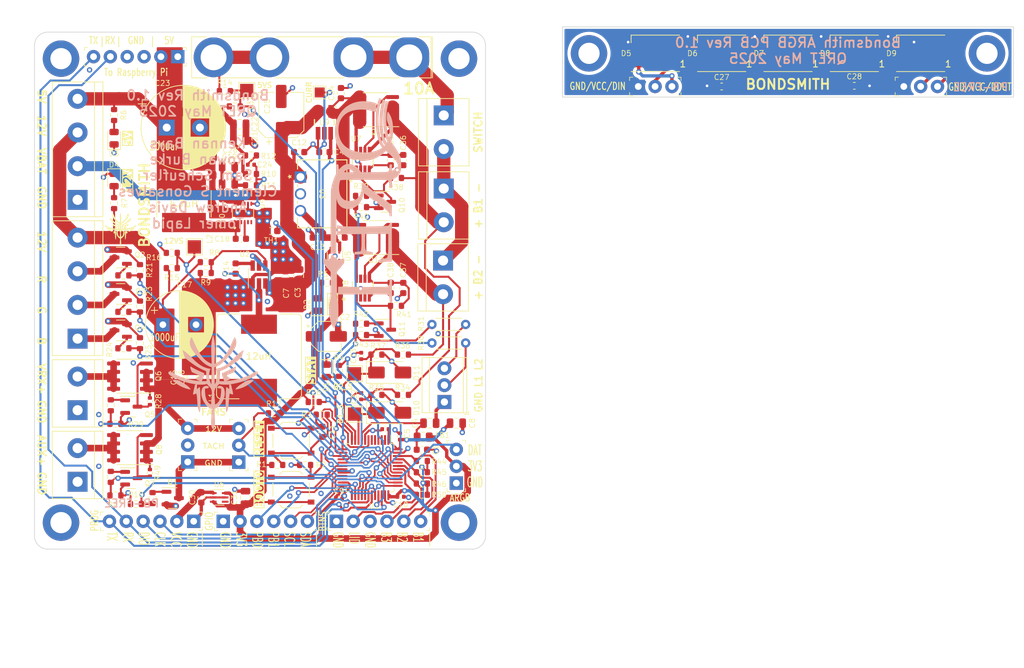
<source format=kicad_pcb>
(kicad_pcb (version 20221018) (generator pcbnew)
  (layers (0 "F.Cu" signal) (1 "In1.Cu" power) (2 "In2.Cu" power) (31 "B.Cu" signal) (34 "B.Paste" user) (35 "F.Paste" user) (36 "B.SilkS" user "B.Silkscreen") (37 "F.SilkS" user "F.Silkscreen") (38 "B.Mask" user) (39 "F.Mask" user) (44 "Edge.Cuts" user))
  (net 0 "")
  (net 1 "+3.3VA")
  (net 2 "GND")
  (net 3 "+3.3V")
  (net 4 "+BATT")
  (net 5 "STM_RESET")
  (net 6 "V_BUCK")
  (net 7 "Net-(U2-SW)")
  (net 8 "Net-(U2-CB)")
  (net 9 "+12V")
  (net 10 "/5V_L_A")
  (net 11 "Net-(U4-BOOT)")
  (net 12 "+5V")
  (net 13 "Net-(C24-Pad1)")
  (net 14 "/5V_FB")
  (net 15 "/12V_FB")
  (net 16 "RGB_GND")
  (net 17 "RGB_V+")
  (net 18 "V_SWD")
  (net 19 "BATT_1_SENSE")
  (net 20 "BATT_2_SENSE")
  (net 21 "BATT_COM")
  (net 22 "BATT1_RAW")
  (net 23 "Net-(U7-VCAP)")
  (net 24 "BATT2_RAW")
  (net 25 "Net-(U8-VCAP)")
  (net 26 "CURR_PWR")
  (net 27 "Net-(D1-A)")
  (net 28 "Net-(D2-A)")
  (net 29 "Net-(D3-A)")
  (net 30 "Net-(D4-A)")
  (net 31 "Net-(D5-DOUT)")
  (net 32 "RGB_DATA_IN")
  (net 33 "Net-(D6-DOUT)")
  (net 34 "Net-(D7-DOUT)")
  (net 35 "Net-(D8-DOUT)")
  (net 36 "RGB_DATA_OUT")
  (net 37 "LID_SENSE")
  (net 38 "SWDIO")
  (net 39 "SWCLK")
  (net 40 "RX")
  (net 41 "TX")
  (net 42 "RGB_DATA")
  (net 43 "Net-(Q1-D)")
  (net 44 "FAN_TACH")
  (net 46 "SDA")
  (net 47 "SCL")
  (net 48 "/B1_EN")
  (net 49 "/B2_EN")
  (net 50 "Net-(J13-Pin_1)")
  (net 51 "Net-(Q7-G)")
  (net 52 "Net-(Q7-D)")
  (net 53 "BUTT_1")
  (net 54 "BUTT_2")
  (net 55 "BUTT_3")
  (net 56 "Net-(Q1-G)")
  (net 57 "Net-(Q2-G)")
  (net 58 "Net-(Q3-G)")
  (net 59 "Net-(Q4-G)")
  (net 60 "Net-(Q5-G)")
  (net 61 "Net-(Q5-D)")
  (net 62 "Net-(Q9-G)")
  (net 63 "Net-(Q10-G)")
  (net 64 "Net-(Q10-D)")
  (net 65 "Net-(Q11-G)")
  (net 66 "Net-(Q11-D)")
  (net 67 "Net-(Q12-G)")
  (net 68 "BOOT0")
  (net 69 "BOOT1")
  (net 70 "DB_LED")
  (net 71 "PB1")
  (net 72 "5V_SENSE")
  (net 73 "12V_SENSE")
  (net 74 "FAN_PWM")
  (net 75 "RGB12_G")
  (net 76 "RGB12_B")
  (net 77 "RGB12_R")
  (net 78 "PSU_TEMP")
  (net 79 "VRX_PWR")
  (net 80 "BATT1_EN")
  (net 81 "BATT2_EN")
  (net 82 "CURR_SENSE")
  (net 86 "AUX_PWR")
  (net 90 "Net-(J15-Pin_1)")
  (net 99 "PB0")
  (net 100 "/R")
  (net 101 "/G")
  (net 102 "/B")
  (net 103 "/VRX+")
  (net 104 "/AUX+")
  (footprint "Package_TO_SOT_SMD:SOT-23" (layer "F.Cu") (at 100.9 110.3 180)
    (fp_text reference "Q4")
    (fp_text value "AO3400A")
  )
  (footprint "Resistor_SMD:R_0603_1608Metric" (layer "F.Cu") (at 101.3 113 180)
    (fp_text reference "R24")
    (fp_text value "510R")
  )
  (footprint "Resistor_SMD:R_0603_1608Metric" (layer "F.Cu") (at 142.4 106.59105 180)
    (fp_text reference "R41")
    (fp_text value "10k")
  )
  (footprint "footprints:K78Lxx-500R3_MNS_SIP3" (layer "F.Cu") (at 128 87.16 -90)
    (fp_text reference "U3")
    (fp_text value "K78L03-500R3")
  )
  (footprint "TestPoint:TestPoint_Pad_2.0x2.0mm" (layer "F.Cu") (at 136.15 122.925)
    (fp_text reference "TP3" hide)
    (fp_text value "B1_S")
  )
  (footprint "Capacitor_SMD:C_0805_2012Metric" (layer "F.Cu") (at 118.8375 81.6)
    (fp_text reference "C21")
    (fp_text value "47uF")
  )
  (footprint "Resistor_SMD:R_0603_1608Metric" (layer "F.Cu") (at 142.4 87.3 180)
    (fp_text reference "R38")
    (fp_text value "10k")
  )
  (footprint "footprints:LMR66100_SC-70-6" (layer "F.Cu") (at 133.2 99.1 -90)
    (fp_text reference "U5")
    (fp_text value "LM66100DCKR")
  )
  (footprint "Resistor_SMD:R_0603_1608Metric" (layer "F.Cu") (at 101.3 107.5 180)
    (fp_text reference "R22" hide)
    (fp_text value "510R")
  )
  (footprint "Capacitor_SMD:C_0603_1608Metric" (layer "F.Cu") (at 125.724998 102.167498 90)
    (fp_text reference "C7")
    (fp_text value "100nF")
  )
  (footprint "Resistor_SMD:R_0603_1608Metric" (layer "F.Cu") (at 132 103.1 180)
    (fp_text reference "R5")
    (fp_text value "3.3k")
  )
  (footprint "MountingHole:MountingHole_3.2mm_M3_ISO14580_Pad" (layer "F.Cu") (at 91.9 69.3)
    (fp_text reference "H3" hide)
    (fp_text value "MountingHole")
  )
  (footprint "footprints:PinHeader_1x6_P2.54mm_Drill1.02mm" (layer "F.Cu") (at 133.42 139.1)
    (fp_text reference "J16" hide)
    (fp_text value "BUTTS")
  )
  (footprint "Resistor_SMD:R_0603_1608Metric" (layer "F.Cu") (at 103.8 106.7 -90)
    (fp_text reference "R23")
    (fp_text value "100k")
  )
  (footprint "Capacitor_SMD:C_0402_1005Metric" (layer "F.Cu") (at 140.8 125.2 180)
    (fp_text reference "C6" hide)
    (fp_text value "100n")
  )
  (footprint "Capacitor_SMD:C_0805_2012Metric" (layer "F.Cu") (at 118.8375 79.200001)
    (fp_text reference "C22")
    (fp_text value "47uF")
  )
  (footprint "Resistor_SMD:R_0603_1608Metric" (layer "F.Cu") (at 139.45 113.95)
    (fp_text reference "R37")
    (fp_text value "10k")
  )
  (footprint "Resistor_SMD:R_0603_1608Metric" (layer "F.Cu") (at 146.3 133.4)
    (fp_text reference "R46")
    (fp_text value "10k")
  )
  (footprint "Package_TO_SOT_SMD:SOT-23-6_Handsoldering" (layer "F.Cu") (at 121.75 101.867499 90)
    (fp_text reference "U2")
    (fp_text value "LMR51430XDDCR")
  )
  (footprint "Capacitor_SMD:C_0603_1608Metric" (layer "F.Cu") (at 143.5 103.89105 -90)
    (fp_text reference "C37")
    (fp_text value "1uF")
  )
  (footprint "MountingHole:MountingHole_3.2mm_M3_ISO14580_Pad" (layer "F.Cu") (at 91.9 139.3)
    (fp_text reference "H4" hide)
    (fp_text value "MountingHole")
  )
  (footprint "Capacitor_SMD:C_0603_1608Metric" (layer "F.Cu") (at 133.9 96.3)
    (fp_text reference "C29" hide)
    (fp_text value "1uF")
  )
  (footprint "footprints:PinHeader_1x3_P2.54mm_Drill1.02mm" (layer "F.Cu") (at 151.5 133.34 90)
    (fp_text reference "J3" hide)
    (fp_text value "ARGB_OUT")
  )
  (footprint "Resistor_SMD:R_0603_1608Metric" (layer "F.Cu") (at 133.8 116.4 90)
    (fp_text reference "R4")
    (fp_text value "680R")
  )
  (footprint "Resistor_SMD:R_0603_1608Metric" (layer "F.Cu") (at 100.1 135.195 180)
    (fp_text reference "R47")
    (fp_text value "100k")
  )
  (footprint "Package_TO_SOT_SMD:SOT-23" (layer "F.Cu") (at 102.5 121.8)
    (fp_text reference "Q5")
    (fp_text value "AO3400A")
  )
  (footprint "Resistor_SMD:R_0603_1608Metric" (layer "F.Cu") (at 105.7 135.6 90)
    (fp_text reference "R19" hide)
    (fp_text value "510R")
  )
  (footprint "MountingHole:MountingHole_3.2mm_M3_ISO14580_Pad" (layer "F.Cu") (at 151.9 139.3)
    (fp_text reference "H2" hide)
    (fp_text value "MountingHole")
  )
  (footprint "Package_TO_SOT_SMD:SOT-23" (layer "F.Cu") (at 100.9 99.3 180)
    (fp_text reference "Q2")
    (fp_text value "AO3400A")
  )
  (footprint "Resistor_SMD:R_0603_1608Metric" (layer "F.Cu") (at 103.8 112.225 -90)
    (fp_text reference "R25")
    (fp_text value "100k")
  )
  (footprint "TerminalBlock:TerminalBlock_bornier-2_P5.08mm" (layer "F.Cu") (at 149.5 99.76 -90)
    (fp_text reference "J14" hide)
    (fp_text value "BATT2")
  )
  (footprint "Resistor_SMD:R_0603_1608Metric" (layer "F.Cu") (at 113.725 100.007498)
    (fp_text reference "R8")
    (fp_text value "68k")
  )
  (footprint "footprints:LM74700_SOT-23-THIN_1P6X2P9_TEX-M" (layer "F.Cu") (at 137.395 84.625 90)
    (fp_text reference "U7")
    (fp_text value "LM74700QDDFRQ1")
  )
  (footprint "Capacitor_SMD:C_0603_1608Metric" (layer "F.Cu") (at 146.3 128.3)
    (fp_text reference "C1")
    (fp_text value "10n")
  )
  (footprint "Capacitor_SMD:C_0603_1608Metric" (layer "F.Cu") (at 141.6 103.89105 -90)
    (fp_text reference "C38")
    (fp_text value "1uF")
  )
  (footprint "Capacitor_SMD:C_0402_1005Metric" (layer "F.Cu") (at 137.15 120.225 90)
    (fp_text reference "C32")
    (fp_text value "100n")
  )
  (footprint "Capacitor_SMD:C_0603_1608Metric" (layer "F.Cu") (at 118.225001 100.967499 90)
    (fp_text reference "C14")
    (fp_text value "100nF")
  )
  (footprint "footprints:LM74700_SOT-23-THIN_1P6X2P9_TEX-M" (layer "F.Cu") (at 137.395 103.91605 90)
    (fp_text reference "U8")
    (fp_text value "LM74700QDDFRQ1")
  )
  (footprint "Resistor_SMD:R_0603_1608Metric" (layer "F.Cu") (at 124 122.8)
    (fp_text reference "R17")
    (fp_text value "10k")
  )
  (footprint "TerminalBlock:TerminalBlock_bornier-2_P5.08mm" (layer "F.Cu") (at 149.6 88.9 -90)
    (fp_text reference "J13" hide)
    (fp_text value "BATT1")
  )
  (footprint "Resistor_THT:R_Axial_DIN0204_L3.6mm_D1.6mm_P5.08mm_Horizontal" (layer "F.Cu") (at 152.9 112.2 180)
    (fp_text reference "R30")
    (fp_text value "1k")
  )
  (footprint "LED_SMD:LED_WS2812B_PLCC4_5.0x5.0mm_P3.2mm" (layer "F.Cu") (at 201.5 68.5 180)
    (fp_text reference "D7")
    (fp_text value "WS2812B")
  )
  (footprint "Capacitor_SMD:C_0805_2012Metric" (layer "F.Cu") (at 127.725 102.067499 90)
    (fp_text reference "C3")
    (fp_text value "4.7uF")
  )
  (footprint "Resistor_SMD:R_0603_1608Metric" (layer "F.Cu") (at 146.3 135.1)
    (fp_text reference "R50")
    (fp_text value "10k")
  )
  (footprint "Capacitor_SMD:C_0805_2012Metric" (layer "F.Cu") (at 113.75 117.367499 90)
    (fp_text reference "C16")
    (fp_text value "22uF")
  )
  (footprint "Resistor_SMD:R_0805_2012Metric" (layer "F.Cu") (at 146.5 126.4)
    (fp_text reference "FB1")
    (fp_text value "100R")
  )
  (footprint "Capacitor_SMD:C_0402_1005Metric" (layer "F.Cu") (at 143 126.3 90)
    (fp_text reference "C5")
    (fp_text value "100n")
  )
  (footprint "Resistor_SMD:R_0402_1005Metric" (layer "F.Cu") (at 105.3 121 -90)
    (fp_text reference "R28")
    (fp_text value "100k")
  )
  (footprint "Capacitor_SMD:C_0402_1005Metric" (layer "F.Cu") (at 137.15 114.15 90)
    (fp_text reference "C33")
    (fp_text value "100n")
  )
  (footprint "Resistor_SMD:R_0603_1608Metric" (layer "F.Cu") (at 120.5375 86.700003)
    (fp_text reference "R10")
    (fp_text value "33k")
  )
  (footprint "Button_Switch_SMD:SW_Push_1P1T_XKB_TS-1187A" (layer "F.Cu") (at 126.6 126.932538)
    (fp_text reference "SW1" hide)
    (fp_text value "SW_STM_RESET")
  )
  (footprint "TerminalBlock_TE-Connectivity:TerminalBlock_TE_282834-3_1x03_P2.54mm_Horizontal" (layer "F.Cu") (at 149.7 121.1 90)
    (fp_text reference "J12" hide)
    (fp_text value "SRC_IND")
  )
  (footprint "footprints:PinHeader_1x3_P2.54mm_Drill1.02mm" (layer "F.Cu") (at 178.925 73.5)
    (fp_text reference "J4" hide)
    (fp_text value "RGB_IN")
  )
  (footprint "Resistor_SMD:R_0603_1608Metric" (layer "F.Cu") (at 139.45 120.025)
    (fp_text reference "R35")
    (fp_text value "10k")
  )
  (footprint "Resistor_SMD:R_0603_1608Metric" (layer "F.Cu") (at 99.4 121.6 -90)
    (fp_text reference "R27" hide)
    (fp_text value "510R")
  )
  (footprint "footprints:PinHeader_1x3_P2.54mm_Drill1.02mm" (layer "F.Cu") (at 111.000001 130.15 90)
    (fp_text reference "J7" hide)
    (fp_text value "FAN2")
  )
  (footprint "footprints:LMR51450SDRRR" (layer "F.Cu") (at 119.337499 92.575001 90)
    (fp_text reference "U4")
    (fp_text value "296-LMR51450FNDRRRCT-ND")
  )
  (footprint "footprints:PinHeader_1x3_P2.54mm_Drill1.02mm" (layer "F.Cu") (at 118.7 130.175 90)
    (fp_text reference "J6" hide)
    (fp_text value "FAN1")
  )
  (footprint "TestPoint:TestPoint_Pad_2.0x2.0mm" (layer "F.Cu") (at 112 97.7)
    (fp_text reference "TP2" hide)
    (fp_text value "12VS")
  )
  (footprint "footprints:APS12628LLHALTBAP_HandSolder" (layer "F.Cu") (at 131.6 78.9 180)
    (fp_text reference "U9")
    (fp_text value "ACS37041KLHBLT-010B3" hide)
  )
  (footprint "LED_SMD:LED_0805_2012Metric" (layer "F.Cu") (at 99.9 87.6 -90)
    (fp_text reference "D4")
    (fp_text value "12V PWR (GRN)")
  )
  (footprint "Capacitor_SMD:C_0603_1608Metric" (layer "F.Cu") (at 116.1375 91.150001 -90)
    (fp_text reference "C20")
    (fp_text value "100nF")
  )
  (footprint "Resistor_SMD:R_0603_1608Metric" (layer "F.Cu") (at 103.2 136.5)
    (fp_text reference "R18")
    (fp_text value "100k")
  )
  (footprint "LED_SMD:LED_WS2812B_PLCC4_5.0x5.0mm_P3.2mm" (layer "F.Cu") (at 211.5 68.5 180)
    (fp_text reference "D8")
    (fp_text value "WS2812B")
  )
  (footprint "Resistor_SMD:R_0603_1608Metric" (layer "F.Cu") (at 100.1 124.4 180)
    (fp_text reference "R29")
    (fp_text value "100k")
  )
  (footprint "Resistor_SMD:R_0603_1608Metric_Pad0.98x0.95mm_HandSolder" (layer "F.Cu") (at 123.6 95.3 180)
    (fp_text reference "TH1")
    (fp_text value "10k")
  )
  (footprint "Capacitor_SMD:C_0402_1005Metric" (layer "F.Cu") (at 133.8 135.7)
    (fp_text reference "C9")
    (fp_text value "100n")
  )
  (footprint "Resistor_SMD:R_0603_1608Metric" (layer "F.Cu") (at 137.1375 109.29105)
    (fp_text reference "R42")
    (fp_text value "510R")
  )
  (footprint "Capacitor_SMD:C_0603_1608Metric" (layer "F.Cu") (at 131.6 83.4 180)
    (fp_text reference "C40")
    (fp_text value "0.1u")
  )
  (footprint "MountingHole:MountingHole_3.2mm_M3_ISO14580_Pad" (layer "F.Cu") (at 231.5 68.5)
    (fp_text reference "H6" hide)
    (fp_text value "MountingHole")
  )
  (footprint "Diode_SMD:D_SMA" (layer "F.Cu") (at 141.45 116.65)
    (fp_text reference "D11")
    (fp_text value "SS54")
  )
  (footprint "TerminalBlock:TerminalBlock_bornier-2_P5.08mm" (layer "F.Cu") (at 94.4 122.34 90)
    (fp_text reference "J9" hide)
    (fp_text value "RTX_PWR")
  )
  (footprint "Capacitor_SMD:CP_Elec_4x5.4" (layer "F.Cu") (at 131.9 111.2)
    (fp_text reference "C2")
    (fp_text value "10uF")
  )
  (footprint "Capacitor_SMD:C_0402_1005Metric" (layer "F.Cu") (at 120.5375 85.299999)
    (fp_text reference "C24")
    (fp_text value "33pF")
  )
  (footprint "Capacitor_SMD:C_0603_1608Metric" (layer "F.Cu") (at 141.6 84.6 -90)
    (fp_text reference "C35")
    (fp_text value "1uF")
  )
  (footprint "footprints:PinHeader_1x3_P2.54mm_Drill1.02mm" (layer "F.Cu") (at 218.96 73.5)
    (fp_text reference "J5" hide)
    (fp_text value "RGB_OUT")
  )
  (footprint "Capacitor_SMD:C_0603_1608Metric" (layer "F.Cu") (at 134.1 74.5 90)
    (fp_text reference "C34")
    (fp_text value "1uF")
  )
  (footprint "MountingHole:MountingHole_3.2mm_M3_ISO14580_Pad" (layer "F.Cu") (at 171.5 68.5)
    (fp_text reference "H5" hide)
    (fp_text value "MountingHole")
  )
  (footprint "Button_Switch_SMD:SW_Push_1P1T_XKB_TS-1187A" (layer "F.Cu") (at 126.6 134.325)
    (fp_text reference "SW2" hide)
    (fp_text value "SW_STM_BOOT_MODE")
  )
  (footprint "MountingHole:MountingHole_3.2mm_M3_ISO14580_Pad" (layer "F.Cu") (at 151.9 69.3)
    (fp_text reference "H1" hide)
    (fp_text value "MountingHole")
  )
  (footprint "footprints:PinHeader_1x6_P2.54mm_Drill1.02mm" (layer "F.Cu") (at 109.5 69 180)
    (fp_text reference "J2" hide)
    (fp_text value "RASPI")
  )
  (footprint "Resistor_SMD:R_0402_1005Metric" (layer "F.Cu") (at 105.3 131.795 -90)
    (fp_text reference "R49")
    (fp_text value "100k")
  )
  (footprint "Resistor_SMD:R_0603_1608Metric" (layer "F.Cu") (at 101.3 102 180)
    (fp_text reference "R20" hide)
    (fp_text value "510R")
  )
  (footprint "Package_SO:SOIC-8_3.9x4.9mm_P1.27mm" (layer "F.Cu") (at 102.3 127.995 180)
    (fp_text reference "Q8")
    (fp_text value "AO4447A")
  )
  (footprint "Fuse:Fuseholder_Keystone_3555-2" (layer "F.Cu") (at 144.4 69.1 180)
    (fp_text reference "F1" hide)
    (fp_text value "ATC Fuse")
  )
  (footprint "Capacitor_SMD:CP_Elec_6.3x5.9" (layer "F.Cu") (at 125.1 77.8 90)
    (fp_text reference "C25")
    (fp_text value "100uF")
  )
  (footprint "Capacitor_SMD:C_0402_1005Metric" (layer "F.Cu") (at 143.1 135.4)
    (fp_text reference "C10")
    (fp_text value "100n")
  )
  (footprint "Package_TO_SOT_SMD:SOT-23" (layer "F.Cu") (at 102.5 132.595)
    (fp_text reference "Q7")
    (fp_text value "AO3400A")
  )
  (footprint "Resistor_SMD:R_0603_1608Metric" (layer "F.Cu") (at 146.3 130)
    (fp_text reference "R44")
    (fp_text value "10k")
  )
  (footprint "TerminalBlock:TerminalBlock_bornier-2_P5.08mm" (layer "F.Cu") (at 149.6 77.86 -90)
    (fp_text reference "J15" hide)
    (fp_text value "SWITCH")
  )
  (footprint "Capacitor_SMD:C_0805_2012Metric" (layer "F.Cu") (at 117.1375 85.600001)
    (fp_text reference "C26")
    (fp_text value "47uF")
  )
  (footprint "Resistor_SMD:R_0603_1608Metric" (layer "F.Cu") (at 99.9 77.8 -90)
    (fp_text reference "R6")
    (fp_text value "15k")
  )
  (footprint "Resistor_SMD:R_0603_1608Metric" (layer "F.Cu") (at 99.4 132.395 -90)
    (fp_text reference "R48" hide)
    (fp_text value "510R")
  )
  (footprint "LED_SMD:LED_0805_2012Metric" (layer "F.Cu") (at 130.6 106.4 90)
    (fp_text reference "D2")
    (fp_text value "3.3V PWR (GRN)")
  )
  (footprint "Resistor_SMD:R_0603_1608Metric" (layer "F.Cu") (at 124.5 130.6 180)
    (fp_text reference "R1")
    (fp_text value "10k")
  )
  (footprint "Capacitor_THT:CP_Radial_D12.5mm_P5.00mm" (layer "F.Cu") (at 107.837499 79.7)
    (fp_text reference "C23")
    (fp_text value "2000uF, 25V")
  )
  (footprint "LED_SMD:LED_WS2812B_PLCC4_5.0x5.0mm_P3.2mm" (layer "F.Cu") (at 181.5 68.5 180)
    (fp_text reference "D5")
    (fp_text value "WS2812B")
  )
  (footprint "footprints:LMR66100_SC-70-6" (layer "F.Cu") (at 115.750001 135.500001)
    (fp_text reference "U6")
    (fp_text value "LM66100DCKR")
  )
  (footprint "TerminalBlock:TerminalBlock_bornier-2_P5.08mm" (layer "F.Cu") (at 94.4 133.14 90)
    (fp_text reference "J11" hide)
    (fp_text value "AUX_PWR")
  )
  (footprint "Inductor_SMD:L_Bourns_SRN8040TA" (layer "F.Cu") (at 110.437501 91.175 90)
    (fp_text reference "L2")
    (fp_text value "4.7uH")
  )
  (footprint "footprints:PinHeader_1x6_P2.54mm_Drill1.02mm" (layer "F.Cu") (at 116.351562 139.1)
    (fp_text reference "J10" hide)
    (fp_text value "GPIO")
  )
  (footprint "Resistor_SMD:R_0603_1608Metric" (layer "F.Cu") (at 130 121.1)
    (fp_text reference "R26")
    (fp_text value "10k")
  )
  (footprint "Package_TO_SOT_SMD:SOT-23" (layer "F.Cu") (at 140.7375 110.19105)
    (fp_text reference "Q11")
    (fp_text value "AO3400A")
  )
  (footprint "Package_TO_SOT_SMD:SOT-23" (layer "F.Cu") (at 140.7375 90.9)
    (fp_text reference "Q10")
    (fp_text value "AO3400A")
  )
  (footprint "Resistor_SMD:R_0603_1608Metric" (layer "F.Cu") (at 103.8 101.2 -90)
    (fp_text reference "R21")
    (fp_text value "100k")
  )
  (footprint "Capacitor_SMD:C_0603_1608Metric" (layer "F.Cu") (at 130.6 96.3 180)
    (fp_text reference "C13")
    (fp_text value "22uF")
  )
  (footprint "Resistor_SMD:R_0603_1608Metric" (layer "F.Cu") (at 116.6 74.2)
    (fp_text reference "R14")
    (fp_text value "30k")
  )
  (footprint "Capacitor_SMD:C_0805_2012Metric" (layer "F.Cu") (at 147.5 124.3)
    (fp_text reference "C4")
    (fp_text value "1uF")
  )
  (footprint "Resistor_THT:R_Axial_DIN0204_L3.6mm_D1.6mm_P5.08mm_Horizontal" (layer "F.Cu") (at 152.9 109.4 180)
    (fp_text reference "R31")
    (fp_text value "1k")
  )
  (footprint "Capacitor_SMD:C_0805_2012Metric" (layer "F.Cu") (at 119.7 135.5 90)
    (fp_text reference "C31")
    (fp_text value "47uF")
  )
  (footprint "Capacitor_SMD:C_0603_1608Metric" (layer "F.Cu") (at 143.5 84.6 -90)
    (fp_text reference "C36")
    (fp_text value "1uF")
  )
  (footprint "Capacitor_SMD:C_0603_1608Metric" (layer "F.Cu") (at 113.049999 135.499999 -90)
    (fp_text reference "C30")
    (fp_text value "1uF")
  )
  (footprint "TestPoint:TestPoint_Pad_2.0x2.0mm" (layer "F.Cu") (at 119.9 74.1)
    (fp_text reference "TP1" hide)
    (fp_text value "5VS")
  )
  (footprint "Capacitor_SMD:C_0805_2012Metric" (layer "F.Cu") (at 151.5 124.3)
    (fp_text reference "C8")
    (fp_text value "1uF")
  )
  (footprint "Resistor_SMD:R_0603_1608Metric" (layer "F.Cu") (at 137.1375 90)
    (fp_text reference "R39")
    (fp_text value "510R")
  )
  (footprint "LED_SMD:LED_0805_2012Metric" (layer "F.Cu") (at 131.9 116.4 -90)
    (fp_text reference "D1")
    (fp_text value "DB_LED (YLW)")
  )
  (footprint "Capacitor_THT:CP_Radial_D10.0mm_P5.00mm" (layer "F.Cu") (at 107.257323 109.4375)
    (fp_text reference "C17")
    (fp_text value "1000uF, 25V")
  )
  (footprint "Resistor_SMD:R_0603_1608Metric" (layer "F.Cu") (at 146.3 131.7)
    (fp_text reference "R45")
    (fp_text value "10k")
  )
  (footprint "Resistor_SMD:R_0603_1608Metric" (layer "F.Cu") (at 128.7 130.6)
    (fp_text reference "R2")
    (fp_text value "100k")
  )
  (footprint "Package_TO_SOT_SMD:SOT-23" (layer "F.Cu") (at 100.9 104.8 180)
    (fp_text reference "Q3")
    (fp_text value "AO3400A")
  )
  (footprint "Resistor_SMD:R_0603_1608Metric" (layer "F.Cu") (at 120.5375 83.9)
    (fp_text reference "R12")
    (fp_text value "1k")
  )
  (footprint "Resistor_SMD:R_0603_1608Metric" (layer "F.Cu") (at 143.45 120.025 180)
    (fp_text reference "R34")
    (fp_text value "75k")
  )
  (footprint "Resistor_SMD:R_0603_1608Metric" (layer "F.Cu") (at 99.9 91.1 90)
    (fp_text reference "R7")
    (fp_text value "68k")
  )
  (footprint "Resistor_SMD:R_0603_1608Metric" (layer "F.Cu") (at 137.137501 110.99105 180)
    (fp_text reference "R43")
    (fp_text value "100k")
  )
  (footprint "Package_SO:SOIC-8_3.9x4.9mm_P1.27mm" (layer "F.Cu") (at 139.4 77 180)
    (fp_text reference "Q9")
    (fp_text value "AO4406A")
  )
  (footprint "Package_QFP:LQFP-48_7x7mm_P0.5mm" (layer "F.Cu") (at 138.5 131 -90)
    (fp_text reference "U1")
    (fp_text value "STM32F103C8T6")
  )
  (footprint "Capacitor_SMD:C_0603_1608Metric_Pad1.08x0.95mm_HandSolder" (layer "F.Cu") (at 211.5 73.4 180)
    (fp_text reference "C28")
    (fp_text value "2.2uF")
  )
  (footprint "TerminalBlock:TerminalBlock_bornier-4_P5.08mm" (layer "F.Cu") (at 94.4 90.6 90)
    (fp_text reference "J17" hide)
    (fp_text value "POWER")
  )
  (footprint "LED_SMD:LED_WS2812B_PLCC4_5.0x5.0mm_P3.2mm" (layer "F.Cu") (at 221.5 68.5 180)
    (fp_text reference "D9")
    (fp_text value "WS2812B")
  )
  (footprint "Package_TO_SOT_SMD:SOT-23" (layer "F.Cu") (at 108.7375 135.6)
    (fp_text reference "Q1")
    (fp_text value "AO3400A")
  )
  (footprint "Capacitor_SMD:C_0805_2012Metric" (layer "F.Cu") (at 117.137498 88.200002)
    (fp_text reference "C19")
    (fp_text value "4.7uF")
  )
  (footprint "Diode_SMD:D_SMA" (layer "F.Cu") (at 141.45 122.725)
    (fp_text reference "D10")
    (fp_text value "SS54")
  )
  (footprint "Capacitor_SMD:C_0603_1608Metric" (layer "F.Cu") (at 119.012501 96.475)
    (fp_text reference "C18")
    (fp_text value "100nF")
  )
  (footprint "Resistor_SMD:R_0603_1608Metric" (layer "F.Cu") (at 131.2 123.007538)
    (fp_text reference "R3")
    (fp_text value "100k")
  )
  (footprint "Package_SO:SOIC-8_3.9x4.9mm_P1.27mm" (layer "F.Cu") (at 139.4 96.29105 180)
    (fp_text reference "Q12")
    (fp_text value "AO4406A")
  )
  (footprint "Resistor_SMD:R_0603_1608Metric" (layer "F.Cu") (at 108.6 100.9 180)
    (fp_text reference "R15")
    (fp_text value "47k")
  )
  (footprint "Resistor_SMD:R_0603_1608Metric" (layer "F.Cu") (at 113.725 101.6375 180)
    (fp_text reference "R9")
    (fp_text value "3.6k")
  )
  (footprint "TerminalBlock:TerminalBlock_bornier-4_P5.08mm" (layer "F.Cu") (at 94.4 111.54 90)
    (fp_text reference "J8" hide)
    (fp_text value "RGB12V")
  )
  (footprint "LED_SMD:LED_0805_2012Metric" (layer "F.Cu") (at 99.9 81.3 90)
    (fp_text reference "D3")
    (fp_text value "5.0V PWR (GRN)")
  )
  (footprint "LED_SMD:LED_WS2812B_PLCC4_5.0x5.0mm_P3.2mm" (layer "F.Cu") (at 191.5 68.5 180)
    (fp_text reference "D6")
    (fp_text value "WS2812B")
  )
  (footprint "Resistor_SMD:R_0603_1608Metric" (layer "F.Cu") (at 137.1375 91.7 180)
    (fp_text reference "R40")
    (fp_text value "100k")
  )
  (footprint "Resistor_SMD:R_0603_1608Metric" (layer "F.Cu") (at 108.6 98.6)
    (fp_text reference "R16")
    (fp_text value "13k")
  )
  (footprint "Package_SO:SOIC-8_3.9x4.9mm_P1.27mm" (layer "F.Cu") (at 102.3 117.2 180)
    (fp_text reference "Q6")
    (fp_text value "AO4447A")
  )
  (footprint "Capacitor_SMD:C_0805_2012Metric" (layer "F.Cu") (at 111.649999 117.3675 90)
    (fp_text reference "C15")
    (fp_text value "22uF")
  )
  (footprint "Resistor_SMD:R_0603_1608Metric" (layer "F.Cu") (at 143.45 113.95 180)
    (fp_text reference "R36")
    (fp_text value "75k")
  )
  (footprint "Capacitor_SMD:C_0603_1608Metric_Pad1.08x0.95mm_HandSolder" (layer "F.Cu") (at 191.5 73.5)
    (fp_text reference "C27")
    (fp_text value "2.2uF")
  )
  (footprint "footprints:PinHeader_1x6_P2.54mm_Drill1.02mm" (layer "F.Cu") (at 111.9 139.1 180)
    (fp_text reference "J1" hide)
    (fp_text value "SWD Header")
  )
  (footprint "Capacitor_SMD:C_0603_1608Metric" (layer "F.Cu") (at 127.8 83.4)
    (fp_text reference "C12")
    (fp_text value "10uF")
  )
  (footprint "Resistor_SMD:R_0603_1608Metric" (layer "F.Cu") (at 118.1 76.5 180)
    (fp_text reference "R13")
    (fp_text value "30k")
  )
  (footprint "TestPoint:TestPoint_Pad_2.0x2.0mm" (layer "F.Cu") (at 136.15 116.85)
    (fp_text reference "TP4" hide)
    (fp_text value "B2_S")
  )
  (footprint "Capacitor_SMD:C_0603_1608Metric" (layer "F.Cu") (at 131.3 125.607539 90)
    (fp_text reference "C11")
    (fp_text value "100nF")
  )
  (footprint "Resistor_SMD:R_0603_1608Metric" (layer "F.Cu") (at 120.537501 88.399999 180)
    (fp_text reference "R11")
    (fp_text value "6.2k")
  )
  (footprint "Inductor_SMD:L_Bourns_SRR1260" (layer "F.Cu") (at 121.750001 114.2175 -90)
    (fp_text reference "L1")
    (fp_text value "12uH")
  )
  (footprint "TestPoint:TestPoint_Pad_1.5x1.5mm" (layer "F.Cu") (at 130.9 74.4)
    (fp_text reference "TP5" hide)
    (fp_text value "CURR")
  )
  (gr_poly (pts (xy 114.853144 111.100181) (xy 114.877022 111.179731) (xy 114.919818 111.340741) (xy 114.956518 111.503828) (xy 114.987745 111.668432) (xy 115.014123 111.83399) (xy 115.036276 111.999942) (xy 115.054825 112.165727) (xy 115.070395 112.330783) (xy 115.085153 112.648316) (xy 115.097183 112.965254) (xy 115.100641 113.123747) (xy 115.101574 113.28239) (xy 115.099369 113.44128) (xy 115.093413 113.600518) (xy 115.088066 113.690261) (xy 115.084273 113.779753) (xy 115.07982 113.958268) (xy 115.077005 114.136634) (xy 115.072776 114.315422) (xy 115.060158 114.567897) (xy 115.051411 114.820743) (xy 115.046731 115.073739) (xy 115.046318 115.32666) (xy 115.143222 115.286915) (xy 115.238496 115.243804) (xy 115.33217 115.197505) (xy 115.424275 115.148198) (xy 115.514842 115.096064) (xy 115.603902 115.041282) (xy 115.691486 114.984032) (xy 115.777625 114.924493) (xy 115.866081 114.857444) (xy 115.95201 114.788016) (xy 116.035484 114.71629) (xy 116.116573 114.642348) (xy 116.195349 114.566273) (xy 116.271883 114.488148) (xy 116.346247 114.408053) (xy 116.418512 114.326072) (xy 116.488749 114.242286) (xy 116.55703 114.156778) (xy 116.623425 114.069629) (xy 116.688007 113.980923) (xy 116.750846 113.890741) (xy 116.812014 113.799165) (xy 116.871582 113.706277) (xy 116.929622 113.61216) (xy 117.011317 113.474663) (xy 117.090191 113.335711) (xy 117.240548 113.054001) (xy 117.382831 112.768142) (xy 117.519179 112.479247) (xy 118.048014 111.315577) (xy 118.066101 111.332129) (xy 118.083369 111.349084) (xy 118.11553 111.384158) (xy 118.144674 111.420702) (xy 118.170975 111.458621) (xy 118.194609 111.497819) (xy 118.215748 111.5382) (xy 118.23457 111.579669) (xy 118.251248 111.62213) (xy 118.265956 111.665486) (xy 118.278871 111.709643) (xy 118.290167 111.754505) (xy 118.300018 111.799975) (xy 118.308599 111.845959) (xy 118.316086 111.89236) (xy 118.328473 111.986031) (xy 118.333911 112.060234) (xy 118.335001 112.134448) (xy 118.331981 112.208579) (xy 118.325087 112.282534) (xy 118.314554 112.356217) (xy 118.300619 112.429534) (xy 118.283517 112.502392) (xy 118.263485 112.574696) (xy 118.240758 112.646352) (xy 118.215573 112.717265) (xy 118.188166 112.787343) (xy 118.158772 112.856489) (xy 118.127628 112.924611) (xy 118.09497 112.991614) (xy 118.026055 113.121887) (xy 117.977047 113.204599) (xy 117.925519 113.286457) (xy 117.871693 113.367484) (xy 117.81579 113.447701) (xy 117.758031 113.527128) (xy 117.698638 113.605788) (xy 117.575834 113.760889) (xy 117.449147 113.913174) (xy 117.320349 114.062815) (xy 117.063501 114.354845) (xy 116.951532 114.482291) (xy 116.838625 114.607646) (xy 116.724111 114.730608) (xy 116.607325 114.850873) (xy 116.4876 114.968136) (xy 116.364268 115.082094) (xy 116.301042 115.137738) (xy 116.236664 115.192443) (xy 116.171052 115.246169) (xy 116.104121 115.298878) (xy 116.043588 115.344675) (xy 115.982416 115.38924) (xy 115.920566 115.432487) (xy 115.858 115.47433) (xy 115.794682 115.514686) (xy 115.730572 115.553468) (xy 115.665632 115.590591) (xy 115.599825 115.62597) (xy 115.533113 115.659519) (xy 115.465457 115.691154) (xy 115.39682 115.720789) (xy 115.327164 115.74834) (xy 115.25645 115.773719) (xy 115.184641 115.796843) (xy 115.111699 115.817626) (xy 115.037586 115.835983) (xy 115.030813 116.063076) (xy 115.029739 116.28966) (xy 115.03287 116.515923) (xy 115.03871 116.742048) (xy 115.052543 117.194634) (xy 115.057546 117.421467) (xy 115.059282 117.648907) (xy 115.063949 117.745612) (xy 115.067405 117.84226) (xy 115.071684 118.035464) (xy 115.076744 118.42202) (xy 115.115105 118.359446) (xy 115.150675 118.295334) (xy 115.183547 118.229808) (xy 115.213815 118.162993) (xy 115.241571 118.095011) (xy 115.266909 118.025988) (xy 115.289922 117.956047) (xy 115.310702 117.885312) (xy 115.329343 117.813908) (xy 115.345937 117.741958) (xy 115.360578 117.669586) (xy 115.373359 117.596917) (xy 115.384372 117.524073) (xy 115.393711 117.451181) (xy 115.401469 117.378362) (xy 115.407738 117.305743) (xy 115.412035 117.262415) (xy 115.415237 117.219238) (xy 115.417398 117.176193) (xy 115.418569 117.133263) (xy 115.418156 117.047679) (xy 115.414419 116.962347) (xy 115.407779 116.877126) (xy 115.398659 116.791877) (xy 115.387481 116.70646) (xy 115.374665 116.620737) (xy 115.36841 116.586437) (xy 115.361282 116.552482) (xy 115.353328 116.518848) (xy 115.344594 116.485514) (xy 115.335124 116.452457) (xy 115.324966 116.419656) (xy 115.302765 116.354731) (xy 115.278356 116.290563) (xy 115.252105 116.226975) (xy 115.224379 116.163789) (xy 115.195543 116.10083) (xy 115.294479 116.085884) (xy 115.39291 116.068609) (xy 115.490777 116.048978) (xy 115.588023 116.026962) (xy 115.684588 116.002534) (xy 115.780414 115.975666) (xy 115.875442 115.94633) (xy 115.969614 115.914498) (xy 116.062871 115.880141) (xy 116.155156 115.843234) (xy 116.246408 115.803746) (xy 116.336571 115.761651) (xy 116.425584 115.71692) (xy 116.51339 115.669526) (xy 116.599931 115.619441) (xy 116.685147 115.566637) (xy 116.816203 115.481255) (xy 116.944162 115.390675) (xy 117.069325 115.29545) (xy 117.191993 115.196129) (xy 117.312467 115.093264) (xy 117.43105 114.987407) (xy 117.663741 114.768918) (xy 118.119663 114.320276) (xy 118.347713 114.09894) (xy 118.462813 113.990948) (xy 118.579033 113.885474) (xy 118.678995 113.799107) (xy 118.780534 113.714789) (xy 118.883791 113.632759) (xy 118.988906 113.553257) (xy 119.096017 113.47652) (xy 119.205265 113.402787) (xy 119.316788 113.332298) (xy 119.373447 113.298344) (xy 119.430727 113.265291) (xy 119.400094 113.390473) (xy 119.36535 113.514772) (xy 119.327692 113.638445) (xy 119.288315 113.761748) (xy 119.209197 114.008278) (xy 119.171848 114.132019) (xy 119.137569 114.25642) (xy 119.123955 114.305881) (xy 119.116887 114.331187) (xy 119.109226 114.356432) (xy 119.105075 114.368927) (xy 119.100659 114.381281) (xy 119.095939 114.393451) (xy 119.090874 114.405397) (xy 119.085427 114.417076) (xy 119.079558 114.428447) (xy 119.073228 114.439467) (xy 119.066397 114.450095) (xy 119.056258 114.461441) (xy 119.045714 114.472478) (xy 119.034805 114.483232) (xy 119.023571 114.493727) (xy 119.012054 114.503989) (xy 119.000294 114.514045) (xy 118.976207 114.533637) (xy 118.878278 114.608845) (xy 118.543183 114.869923) (xy 118.374495 114.998998) (xy 118.204119 115.125841) (xy 117.93018 115.324412) (xy 117.652289 115.5152) (xy 117.369873 115.697443) (xy 117.082352 115.870379) (xy 116.936498 115.953117) (xy 116.789151 116.033243) (xy 116.640241 116.11066) (xy 116.489694 116.185274) (xy 116.337438 116.256989) (xy 116.183402 116.325709) (xy 116.027514 116.391339) (xy 115.8697 116.453785) (xy 115.868146 116.849535) (xy 115.866773 116.948349) (xy 115.863934 117.047163) (xy 115.859091 117.146001) (xy 115.851709 117.244889) (xy 115.850624 117.288074) (xy 115.848545 117.331122) (xy 115.841924 117.416881) (xy 115.832878 117.502311) (xy 115.82244 117.587557) (xy 115.801517 117.758085) (xy 115.793097 117.843658) (xy 115.787416 117.92963) (xy 115.830904 117.938763) (xy 115.874913 117.94604) (xy 115.919384 117.951639) (xy 115.964261 117.955738) (xy 116.009486 117.958514) (xy 116.055004 117.960145) (xy 116.146687 117.960686) (xy 116.238853 117.958784) (xy 116.331047 117.955861) (xy 116.422814 117.953342) (xy 116.513697 117.952649) (xy 116.494719 117.900587) (xy 116.474725 117.84947) (xy 116.432453 117.749466) (xy 116.344165 117.554121) (xy 116.301224 117.456349) (xy 116.280728 117.406907) (xy 116.261136 117.35689) (xy 116.242642 117.306149) (xy 116.225438 117.25453) (xy 116.209716 117.201881) (xy 116.195668 117.148051) (xy 116.189465 117.123196) (xy 116.184021 117.098336) (xy 116.179287 117.073464) (xy 116.175217 117.048576) (xy 116.171762 117.023667) (xy 116.168875 116.99873) (xy 116.164613 116.948754) (xy 116.16205 116.898604) (xy 116.160805 116.848237) (xy 116.160496 116.79761) (xy 116.160743 116.746679) (xy 116.6922 116.522341) (xy 116.959457 116.405625) (xy 117.225096 116.283889) (xy 117.487138 116.155642) (xy 117.743605 116.019393) (xy 117.869129 115.947801) (xy 117.992519 115.873649) (xy 118.113525 115.796751) (xy 118.231901 115.71692) (xy 118.238927 115.761438) (xy 118.244952 115.805568) (xy 118.249421 115.849419) (xy 118.250898 115.871274) (xy 118.251778 115.8931) (xy 118.251991 115.91491) (xy 118.251468 115.936718) (xy 118.25014 115.958538) (xy 118.247937 115.980383) (xy 118.244791 116.002267) (xy 118.24063 116.024203) (xy 118.235387 116.046205) (xy 118.228991 116.068287) (xy 118.207222 116.132901) (xy 118.183475 116.196758) (xy 118.132947 116.323345) (xy 118.107619 116.386645) (xy 118.083214 116.450328) (xy 118.060459 116.514682) (xy 118.049926 116.547199) (xy 118.040078 116.579991) (xy 117.970506 116.615313) (xy 117.90043 116.649151) (xy 117.758959 116.712981) (xy 117.616048 116.7727) (xy 117.472084 116.829526) (xy 117.182531 116.939374) (xy 117.037711 116.994832) (xy 116.893374 117.052272) (xy 116.937585 117.123143) (xy 116.959891 117.157666) (xy 116.982936 117.19141) (xy 116.994876 117.207951) (xy 117.007171 117.224249) (xy 117.019876 117.240289) (xy 117.033049 117.256055) (xy 117.046746 117.271531) (xy 117.061024 117.286702) (xy 117.075939 117.301551) (xy 117.091547 117.316062) (xy 117.113969 117.335461) (xy 117.136864 117.353921) (xy 117.160204 117.371511) (xy 117.183961 117.388301) (xy 117.208105 117.404363) (xy 117.232608 117.419767) (xy 117.257441 117.434583) (xy 117.282576 117.448883) (xy 117.333636 117.476212) (xy 117.385557 117.50232) (xy 117.491068 117.553129) (xy 117.437639 117.602122) (xy 117.41085 117.625966) (xy 117.383713 117.649206) (xy 117.356006 117.671713) (xy 117.341869 117.682653) (xy 117.327506 117.693362) (xy 117.312888 117.703825) (xy 117.297988 117.714025) (xy 117.282778 117.723947) (xy 117.267231 117.733575) (xy 117.236084 117.751687) (xy 117.204478 117.768663) (xy 117.172442 117.784568) (xy 117.140007 117.799468) (xy 117.107204 117.813431) (xy 117.074061 117.826523) (xy 117.04061 117.838808) (xy 117.006881 117.850355) (xy 116.938708 117.871497) (xy 116.869785 117.890477) (xy 116.800353 117.907826) (xy 116.730655 117.924075) (xy 116.879703 117.921632) (xy 117.028729 117.914603) (xy 117.177638 117.903439) (xy 117.326332 117.888587) (xy 117.474716 117.870499) (xy 117.622694 117.849623) (xy 117.77017 117.82641) (xy 117.917047 117.801308) (xy 118.193264 117.745736) (xy 118.467745 117.682919) (xy 118.74029 117.612728) (xy 119.010703 117.535037) (xy 119.278783 117.449719) (xy 119.544334 117.356646) (xy 119.807156 117.255692) (xy 120.067051 117.146728) (xy 120.183976 117.094295) (xy 120.299732 117.040647) (xy 120.414216 116.985287) (xy 120.527327 116.927719) (xy 120.638962 116.867448) (xy 120.749019 116.803977) (xy 120.857395 116.73681) (xy 120.963989 116.665451) (xy 121.013322 116.633628) (xy 121.065712 116.600918) (xy 121.092886 116.584813) (xy 121.120621 116.569187) (xy 121.14885 116.554273) (xy 121.177507 116.540303) (xy 121.206524 116.527512) (xy 121.235832 116.516132) (xy 121.265366 116.506397) (xy 121.295057 116.49854) (xy 121.324838 116.492795) (xy 121.339741 116.490787) (xy 121.354641 116.489395) (xy 121.36953 116.488647) (xy 121.384399 116.488573) (xy 121.399241 116.489201) (xy 121.414045 116.490562) (xy 121.423146 116.491992) (xy 121.431944 116.49394) (xy 121.440443 116.496385) (xy 121.448643 116.499308) (xy 121.456546 116.502689) (xy 121.464155 116.506509) (xy 121.471471 116.510748) (xy 121.478496 116.515387) (xy 121.485232 116.520406) (xy 121.49168 116.525786) (xy 121.497844 116.531507) (xy 121.503723 116.537549) (xy 121.509321 116.543894) (xy 121.514639 116.550521) (xy 121.519679 116.557412) (xy 121.524442 116.564546) (xy 121.528931 116.571904) (xy 121.533148 116.579466) (xy 121.537094 116.587213) (xy 121.540771 116.595126) (xy 121.544181 116.603185) (xy 121.547326 116.61137) (xy 121.552827 116.628042) (xy 121.55729 116.644984) (xy 121.560729 116.662042) (xy 121.563158 116.679059) (xy 121.564593 116.695878) (xy 121.565013 116.707572) (xy 121.564849 116.719185) (xy 121.564118 116.730713) (xy 121.562842 116.742151) (xy 121.561039 116.753495) (xy 121.558729 116.764739) (xy 121.555932 116.775879) (xy 121.552667 116.786911) (xy 121.54481 116.808631) (xy 121.535316 116.829861) (xy 121.524341 116.850563) (xy 121.512041 116.870701) (xy 121.498571 116.890238) (xy 121.484089 116.909136) (xy 121.468751 116.927358) (xy 121.452712 116.944867) (xy 121.436129 116.961626) (xy 121.419158 116.977597) (xy 121.401955 116.992743) (xy 121.384677 117.007028) (xy 121.343163 117.038817) (xy 121.300826 117.069278) (xy 121.257741 117.098533) (xy 121.213983 117.126706) (xy 121.169629 117.15392) (xy 121.124753 117.180296) (xy 121.03374 117.231031) (xy 120.663952 117.425069) (xy 120.47554 117.522062) (xy 120.284298 117.613983) (xy 120.090438 117.700944) (xy 119.894168 117.783059) (xy 119.695698 117.860439) (xy 119.495238 117.933197) (xy 119.292997 118.001445) (xy 119.089185 118.065295) (xy 118.884013 118.124861) (xy 118.677689 118.180254) (xy 118.262424 118.278971) (xy 117.845071 118.362347) (xy 117.427304 118.43128) (xy 117.456173 118.450098) (xy 117.483326 118.468169) (xy 117.496112 118.477256) (xy 117.508291 118.486556) (xy 117.519804 118.4962) (xy 117.530592 118.506323) (xy 117.540595 118.517056) (xy 117.545284 118.522693) (xy 117.549755 118.528533) (xy 117.554 118.534592) (xy 117.558011 118.540886) (xy 117.561782 118.547433) (xy 117.565306 118.55425) (xy 117.568573 118.561351) (xy 117.571578 118.568755) (xy 117.574313 118.576478) (xy 117.57677 118.584537) (xy 117.578942 118.592947) (xy 117.580821 118.601726) (xy 117.582401 118.610891) (xy 117.583673 118.620457) (xy 117.617467 118.796769) (xy 117.655686 118.967376) (xy 117.735512 119.298915) (xy 117.772177 119.463569) (xy 117.788616 119.54643) (xy 117.803381 119.629958) (xy 117.816164 119.714386) (xy 117.826655 119.799945) (xy 117.834545 119.886868) (xy 117.839526 119.975388) (xy 117.806066 119.972049) (xy 117.773121 119.967453) (xy 117.740643 119.961694) (xy 117.708582 119.954867) (xy 117.676891 119.947066) (xy 117.645519 119.938386) (xy 117.614419 119.928922) (xy 117.583542 119.918767) (xy 117.522259 119.896768) (xy 117.46128 119.873143) (xy 117.33867 119.824046) (xy 117.310219 119.95675) (xy 117.286458 120.090909) (xy 117.266754 120.226328) (xy 117.250477 120.362812) (xy 117.225677 120.638201) (xy 117.207006 120.915519) (xy 117.189415 121.193209) (xy 117.167852 121.469714) (xy 117.154003 121.607036) (xy 117.137267 121.743478) (xy 117.117012 121.878846) (xy 117.092607 122.012945) (xy 117.072592 122.10297) (xy 117.061333 122.147517) (xy 117.049166 122.191712) (xy 117.036039 122.235526) (xy 117.021896 122.278929) (xy 117.006683 122.321889) (xy 116.990346 122.364377) (xy 116.972831 122.406364) (xy 116.954084 122.447817) (xy 116.93405 122.488708) (xy 116.912675 122.529006) (xy 116.889904 122.568681) (xy 116.865684 122.607702) (xy 116.839961 122.646039) (xy 116.812679 122.683663) (xy 116.794189 122.559187) (xy 116.779308 122.433434) (xy 116.767305 122.306738) (xy 116.757447 122.179434) (xy 116.724837 121.670839) (xy 116.716321 121.287135) (xy 116.713658 120.903283) (xy 116.716056 120.51943) (xy 116.722721 120.135726) (xy 116.730038 119.990156) (xy 116.738398 119.844685) (xy 116.746459 119.699213) (xy 116.752884 119.553643) (xy 116.759765 119.463289) (xy 116.765323 119.373342) (xy 116.776002 119.194306) (xy 116.78289 119.105038) (xy 116.791988 119.015816) (xy 116.804181 118.926551) (xy 116.811714 118.881874) (xy 116.820353 118.837152) (xy 116.850923 118.852896) (xy 116.880578 118.869618) (xy 116.909401 118.887239) (xy 116.937476 118.905683) (xy 116.964886 118.924873) (xy 116.991714 118.944732) (xy 117.018044 118.965181) (xy 117.043958 118.986146) (xy 117.094876 119.029308) (xy 117.145133 119.073603) (xy 117.246331 119.163119) (xy 117.249362 118.987613) (xy 117.249936 118.811984) (xy 117.24739 118.460651) (xy 117.147617 118.471202) (xy 117.047241 118.478287) (xy 116.946432 118.482556) (xy 116.845356 118.484661) (xy 116.441733 118.484463) (xy 116.395344 118.484187) (xy 116.349224 118.482726) (xy 116.303345 118.480173) (xy 116.257678 118.47662) (xy 116.166871 118.466887) (xy 116.076575 118.454267) (xy 115.986565 118.439502) (xy 115.896613 118.423332) (xy 115.715982 118.389742) (xy 115.669407 118.458666) (xy 115.645595 118.492582) (xy 115.621195 118.526003) (xy 115.596025 118.558828) (xy 115.569907 118.590958) (xy 115.556436 118.606732) (xy 115.54266 118.622295) (xy 115.528557 118.637634) (xy 115.514105 118.652738) (xy 115.326813 118.837318) (xy 115.304353 118.860662) (xy 115.282338 118.884463) (xy 115.260839 118.90884) (xy 115.239926 118.933912) (xy 115.219669 118.959797) (xy 115.200137 118.986616) (xy 115.181401 119.014486) (xy 115.163532 119.043527) (xy 115.147306 119.072612) (xy 115.132052 119.102288) (xy 115.117747 119.132507) (xy 115.104373 119.163222) (xy 115.091906 119.194385) (xy 115.080327 119.225949) (xy 115.069615 119.257865) (xy 115.059749 119.290086) (xy 115.050707 119.322564) (xy 115.042469 119.355253) (xy 115.035014 119.388103) (xy 115.028321 119.421067) (xy 115.022369 119.454098) (xy 115.017138 119.487149) (xy 115.008751 119.553115) (xy 115.003003 119.635811) (xy 114.999879 119.7175) (xy 114.999123 119.798316) (xy 115.000482 119.878391) (xy 115.008527 120.036858) (xy 115.02198 120.193969) (xy 115.056971 120.508405) (xy 115.074441 120.66787) (xy 115.089183 120.830258) (xy 115.097581 120.911078) (xy 115.103231 120.991836) (xy 115.106587 121.072569) (xy 115.108101 121.153315) (xy 115.108227 121.23411) (xy 115.107415 121.314992) (xy 115.104794 121.477165) (xy 115.159452 121.453999) (xy 115.213149 121.429796) (xy 115.265668 121.404044) (xy 115.291417 121.390426) (xy 115.316791 121.376227) (xy 115.341762 121.361383) (xy 115.366302 121.345829) (xy 115.390386 121.329503) (xy 115.413984 121.312338) (xy 115.437071 121.294271) (xy 115.45962 121.275237) (xy 115.481602 121.255173) (xy 115.502992 121.234013) (xy 115.547334 121.185887) (xy 115.588857 121.136036) (xy 115.627676 121.084564) (xy 115.663904 121.031573) (xy 115.697657 120.977169) (xy 115.729048 120.921455) (xy 115.758192 120.864535) (xy 115.785203 120.806512) (xy 115.810196 120.747491) (xy 115.833284 120.687576) (xy 115.854583 120.62687) (xy 115.874206 120.565477) (xy 115.892268 120.503501) (xy 115.908884 120.441046) (xy 115.924167 120.378216) (xy 115.938231 120.315115) (xy 115.954248 120.23846) (xy 115.968525 120.161783) (xy 115.99221 120.008322) (xy 116.009999 119.85465) (xy 116.0226 119.700686) (xy 116.030725 119.54635) (xy 116.035081 119.391562) (xy 116.036381 119.23624) (xy 116.035334 119.080304) (xy 115.979029 119.073416) (xy 115.92189 119.067517) (xy 115.806635 119.055599) (xy 115.749281 119.048035) (xy 115.72084 119.043514) (xy 115.69262 119.038372) (xy 115.664667 119.032512) (xy 115.637031 119.025837) (xy 115.609758 119.018252) (xy 115.582896 119.00966) (xy 115.576172 119.007213) (xy 115.569683 119.004543) (xy 115.563421 119.001657) (xy 115.557375 118.998564) (xy 115.551534 118.995273) (xy 115.545889 118.991793) (xy 115.540428 118.988131) (xy 115.535143 118.984297) (xy 115.530022 118.980299) (xy 115.525056 118.976145) (xy 115.515547 118.967407) (xy 115.506533 118.958149) (xy 115.497932 118.948442) (xy 115.489663 118.938353) (xy 115.481644 118.927952) (xy 115.466029 118.906485) (xy 115.450433 118.88459) (xy 115.442437 118.873654) (xy 115.434201 118.862817) (xy 115.466927 118.829875) (xy 115.483251 118.813886) (xy 115.499656 118.798316) (xy 115.516224 118.783239) (xy 115.533037 118.768729) (xy 115.550173 118.754859) (xy 115.567716 118.741703) (xy 115.585745 118.729335) (xy 115.604343 118.717828) (xy 115.623589 118.707255) (xy 115.643564 118.697692) (xy 115.664351 118.68921) (xy 115.675074 118.685398) (xy 115.686029 118.681884) (xy 115.697228 118.678677) (xy 115.708681 118.675787) (xy 115.720396 118.673223) (xy 115.732386 118.670994) (xy 115.763352 118.666573) (xy 115.794402 118.663849) (xy 115.825484 118.662783) (xy 115.856546 118.663335) (xy 115.887535 118.665464) (xy 115.918399 118.669131) (xy 115.949086 118.674295) (xy 115.979544 118.680915) (xy 116.009719 118.688953) (xy 116.039561 118.698368) (xy 116.069016 118.709119) (xy 116.098033 118.721167) (xy 116.154542 118.748993) (xy 116.208669 118.781523) (xy 116.259996 118.818438) (xy 116.308105 118.859416) (xy 116.352578 118.904137) (xy 116.392996 118.952279) (xy 116.411555 118.977532) (xy 116.428942 119.003521) (xy 116.445107 119.030205) (xy 116.459998 119.057543) (xy 116.47356 119.085497) (xy 116.485744 119.114024) (xy 116.496495 119.143087) (xy 116.505763 119.172643) (xy 116.525749 119.24074) (xy 116.543069 119.309624) (xy 116.557758 119.379191) (xy 116.569854 119.449336) (xy 116.579394 119.519953) (xy 116.586414 119.590939) (xy 116.590951 119.662187) (xy 116.593042 119.733593) (xy 116.592724 119.805052) (xy 116.590034 119.876458) (xy 116.585008 119.947707) (xy 116.577684 120.018694) (xy 116.568098 120.089313) (xy 116.556286 120.15946) (xy 116.542287 120.22903) (xy 116.526136 120.297916) (xy 116.498135 120.40583) (xy 116.465978 120.512584) (xy 116.429744 120.618036) (xy 116.389511 120.722043) (xy 116.34536 120.824463) (xy 116.297368 120.925152) (xy 116.245616 121.023969) (xy 116.190181 121.12077) (xy 116.131144 121.215414) (xy 116.068582 121.307756) (xy 116.002576 121.397656) (xy 115.933205 121.484969) (xy 115.860546 121.569554) (xy 115.784681 121.651268) (xy 115.705686 121.729968) (xy 115.623642 121.805512) (xy 115.598102 121.827685) (xy 115.572182 121.849343) (xy 115.545879 121.870468) (xy 115.51919 121.891043) (xy 115.492114 121.911049) (xy 115.464648 121.930467) (xy 115.436789 121.94928) (xy 115.408536 121.96747) (xy 115.379887 121.985018) (xy 115.350838 122.001906) (xy 115.321387 122.018115) (xy 115.291533 122.033628) (xy 115.261272 122.048427) (xy 115.230603 122.062492) (xy 115.199523 122.075807) (xy 115.16803 122.088352) (xy 115.159875 122.092666) (xy 115.151542 122.096557) (xy 115.134697 122.103537) (xy 115.118205 122.110225) (xy 115.110314 122.113752) (xy 115.102777 122.117556) (xy 115.095683 122.121753) (xy 115.092331 122.124036) (xy 115.089122 122.126461) (xy 115.086069 122.129043) (xy 115.083182 122.131796) (xy 115.080472 122.134735) (xy 115.077951 122.137875) (xy 115.07563 122.141229) (xy 115.073519 122.144814) (xy 115.07163 122.148643) (xy 115.069974 122.15273) (xy 115.068562 122.157091) (xy 115.067405 122.16174) (xy 115.066514 122.166692) (xy 115.065901 122.17196) (xy 115.057902 122.218613) (xy 115.051126 122.265758) (xy 115.045502 122.313328) (xy 115.040964 122.361257) (xy 115.03487 122.457929) (xy 115.032299 122.555243) (xy 115.032704 122.652668) (xy 115.03554 122.749674) (xy 115.040262 122.845732) (xy 115.046322 122.940311) (xy 115.055847 123.141765) (xy 115.06889 123.340687) (xy 115.09689 123.734292) (xy 115.107525 123.930656) (xy 115.113034 124.127847) (xy 115.111257 124.326707) (xy 115.106961 124.427025) (xy 115.100032 124.528075) (xy 115.094787 124.577193) (xy 115.08833 124.625989) (xy 115.080591 124.674415) (xy 115.071499 124.722424) (xy 115.060984 124.769965) (xy 115.048975 124.816992) (xy 115.035402 124.863455) (xy 115.020195 124.909306) (xy 115.003282 124.954497) (xy 114.984593 124.998979) (xy 114.964057 125.042703) (xy 114.941605 125.085622) (xy 114.917165 125.127686) (xy 114.890668 125.168848) (xy 114.862041 125.209059) (xy 114.831216 125.24827) (xy 114.804536 125.221786) (xy 114.779614 125.194353) (xy 114.756379 125.166013) (xy 114.734759 125.136811) (xy 114.714683 125.106788) (xy 114.69608 125.075988) (xy 114.678879 125.044454) (xy 114.663007 125.012229) (xy 114.648395 124.979356) (xy 114.63497 124.945878) (xy 114.622661 124.911838) (xy 114.611397 124.877279) (xy 114.601106 124.842244) (xy 114.591718 124.806777) (xy 114.583161 124.770919) (xy 114.575364 124.734714) (xy 114.56279 124.661035) (xy 114.552539 124.58788) (xy 114.54444 124.515174) (xy 114.538322 124.442838) (xy 114.534015 124.370797) (xy 114.531348 124.298974) (xy 114.530252 124.155674) (xy 114.533671 124.012325) (xy 114.540241 123.868312) (xy 114.557373 123.57584) (xy 114.581433 123.271317) (xy 114.59125 123.11937) (xy 114.599044 122.967464) (xy 114.604408 122.81547) (xy 114.606932 122.663263) (xy 114.606207 122.510715) (xy 114.601822 122.357698) (xy 114.600163 122.328277) (xy 114.597824 122.29894) (xy 114.594897 122.269671) (xy 114.59147 122.240455) (xy 114.587634 122.211276) (xy 114.583479 122.182118) (xy 114.57457 122.123807) (xy 114.535022 122.111388) (xy 114.496137 122.09768) (xy 114.457896 122.082732) (xy 114.420281 122.066595) (xy 114.383271 122.049318) (xy 114.346849 122.030952) (xy 114.310995 122.011547) (xy 114.27569 121.991152) (xy 114.240916 121.969817) (xy 114.206652 121.947593) (xy 114.172881 121.924529) (xy 114.139583 121.900676) (xy 114.106739 121.876084) (xy 114.07433 121.850802) (xy 114.010743 121.79837) (xy 113.953713 121.746627) (xy 113.898219 121.69306) (xy 113.844274 121.63776) (xy 113.791887 121.58082) (xy 113.741071 121.522331) (xy 113.691837 121.462386) (xy 113.644196 121.401075) (xy 113.598158 121.338491) (xy 113.553737 121.274726) (xy 113.510942 121.209871) (xy 113.469784 121.144019) (xy 113.430276 121.07726) (xy 113.392428 121.009688) (xy 113.356252 120.941394) (xy 113.321759 120.87247) (xy 113.28896 120.803007) (xy 113.253695 120.718613) (xy 113.220729 120.63335) (xy 113.190218 120.547276) (xy 113.162315 120.460455) (xy 113.137175 120.372944) (xy 113.114952 120.284806) (xy 113.0958 120.196101) (xy 113.079873 120.106889) (xy 113.067326 120.01723) (xy 113.058312 119.927185) (xy 113.052987 119.836814) (xy 113.051505 119.746179) (xy 113.054018 119.655339) (xy 113.060683 119.564354) (xy 113.071653 119.473286) (xy 113.087083 119.382194) (xy 113.10062 119.319937) (xy 113.115757 119.256799) (xy 113.124169 119.225182) (xy 113.133275 119.193685) (xy 113.143171 119.162421) (xy 113.153956 119.131502) (xy 113.165727 119.101042) (xy 113.178581 119.071154) (xy 113.192616 119.041952) (xy 113.207931 119.013547) (xy 113.224622 118.986055) (xy 113.242788 118.959587) (xy 113.262525 118.934257) (xy 113.283932 118.910178) (xy 113.313142 118.880855) (xy 113.343767 118.852804) (xy 113.375726 118.826153) (xy 113.40894 118.801033) (xy 113.443329 118.777573) (xy 113.478814 118.755903) (xy 113.515314 118.736154) (xy 113.552749 118.718454) (xy 113.591041 118.702934) (xy 113.630108 118.689724) (xy 113.669871 118.678952) (xy 113.710251 118.670751) (xy 113.751167 118.665248) (xy 113.792539 118.662574) (xy 113.813372 118.662338) (xy 113.834289 118.662859) (xy 113.85528 118.664151) (xy 113.876335 118.666232) (xy 113.898078 118.669468) (xy 113.920153 118.67381) (xy 113.942422 118.679248) (xy 113.964747 118.685774) (xy 113.986987 118.693378) (xy 114.009006 118.702049) (xy 114.030663 118.711778) (xy 114.05182 118.722555) (xy 114.072338 118.734372) (xy 114.092079 118.747217) (xy 114.110903 118.761081) (xy 114.128673 118.775956) (xy 114.145249 118.79183) (xy 114.160492 118.808694) (xy 114.174264 118.826539) (xy 114.186427 118.845354) (xy 114.186846 118.85351) (xy 114.186871 118.861458) (xy 114.186512 118.869201) (xy 114.185778 118.87674) (xy 114.18468 118.884077) (xy 114.183228 118.891213) (xy 114.181433 118.898152) (xy 114.179303 118.904894) (xy 114.17685 118.911442) (xy 114.174084 118.917797) (xy 114.171014 118.923961) (xy 114.167651 118.929935) (xy 114.164004 118.935723) (xy 114.160085 118.941326) (xy 114.155903 118.946745) (xy 114.151468 118.951982) (xy 114.146791 118.957039) (xy 114.141881 118.961918) (xy 114.131404 118.971151) (xy 114.120118 118.979693) (xy 114.108105 118.98756) (xy 114.095446 118.994767) (xy 114.082221 119.001328) (xy 114.068512 119.007258) (xy 114.054399 119.012572) (xy 114.027304 119.021052) (xy 113.999827 119.028507) (xy 113.972013 119.035049) (xy 113.943907 119.040787) (xy 113.887 119.050295) (xy 113.82947 119.057915) (xy 113.713992 119.071024) (xy 113.656769 119.078281) (xy 113.600374 119.087184) (xy 113.601313 119.217313) (xy 113.603913 119.347369) (xy 113.606107 119.412376) (xy 113.609043 119.477374) (xy 113.612829 119.542366) (xy 113.617572 119.607355) (xy 113.628093 119.766493) (xy 113.643551 119.927414) (xy 113.664788 120.088949) (xy 113.677837 120.169582) (xy 113.692647 120.249929) (xy 113.709324 120.329846) (xy 113.727973 120.409185) (xy 113.7487 120.487801) (xy 113.771609 120.565548) (xy 113.796806 120.642279) (xy 113.824397 120.717849) (xy 113.854488 120.792112) (xy 113.887182 120.86492) (xy 113.913574 120.917169) (xy 113.941774 120.968238) (xy 113.971818 121.017966) (xy 114.003739 121.066189) (xy 114.037574 121.112746) (xy 114.073357 121.157474) (xy 114.111122 121.200211) (xy 114.150906 121.240794) (xy 114.192741 121.27906) (xy 114.236665 121.314848) (xy 114.28271 121.347996) (xy 114.330913 121.378339) (xy 114.381308 121.405718) (xy 114.43393 121.429968) (xy 114.488814 121.450927) (xy 114.545995 121.468434) (xy 114.538979 121.356908) (xy 114.536141 121.246648) (xy 114.536965 121.137481) (xy 114.540935 121.029234) (xy 114.556245 120.814809) (xy 114.577943 120.60199) (xy 114.623981 120.175639) (xy 114.64006 119.959341) (xy 114.644558 119.849806) (xy 114.646007 119.739117) (xy 114.642361 119.651249) (xy 114.635192 119.562231) (xy 114.630101 119.517551) (xy 114.623906 119.472896) (xy 114.616533 119.428371) (xy 114.607907 119.384079) (xy 114.597954 119.340126) (xy 114.5866 119.296614) (xy 114.57377 119.25365) (xy 114.559389 119.211335) (xy 114.543384 119.169776) (xy 114.52568 119.129076) (xy 114.506202 119.08934) (xy 114.484876 119.050671) (xy 114.470729 119.026791) (xy 114.455949 119.003589) (xy 114.424667 118.959028) (xy 114.391376 118.916617) (xy 114.356425 118.87598) (xy 114.32016 118.836745) (xy 114.28293 118.798538) (xy 114.206964 118.723713) (xy 114.131308 118.648515) (xy 114.094466 118.609843) (xy 114.058744 118.569957) (xy 114.02449 118.528483) (xy 113.992052 118.485048) (xy 113.976622 118.462479) (xy 113.961777 118.439278) (xy 113.94756 118.415401) (xy 113.934014 118.3908) (xy 113.628718 118.445272) (xy 113.552463 118.457394) (xy 113.475809 118.467708) (xy 113.398541 118.47561) (xy 113.35961 118.478467) (xy 113.320445 118.480495) (xy 113.205592 118.484118) (xy 113.09065 118.485869) (xy 112.975652 118.486057) (xy 112.860632 118.484993) (xy 112.630664 118.480346) (xy 112.401018 118.474409) (xy 112.402028 118.517772) (xy 112.402104 118.56096) (xy 112.400183 118.646905) (xy 112.393146 118.817739) (xy 112.390946 118.903006) (xy 112.391567 118.988424) (xy 112.393391 119.03125) (xy 112.396467 119.074184) (xy 112.400977 119.117251) (xy 112.407103 119.160474) (xy 112.505561 119.068213) (xy 112.554964 119.023445) (xy 112.580012 119.001666) (xy 112.605408 118.980392) (xy 112.631238 118.959697) (xy 112.657589 118.939658) (xy 112.684548 118.920349) (xy 112.712201 118.901848) (xy 112.740635 118.884228) (xy 112.769938 118.867566) (xy 112.800195 118.851937) (xy 112.831495 118.837418) (xy 112.853636 119.045976) (xy 112.871554 119.254393) (xy 112.886012 119.462747) (xy 112.897773 119.671119) (xy 112.933094 120.506409) (xy 112.934616 121.089153) (xy 112.933399 121.234917) (xy 112.930192 121.380551) (xy 112.924319 121.525973) (xy 112.915103 121.671104) (xy 112.903908 121.92534) (xy 112.896667 122.052602) (xy 112.887851 122.179799) (xy 112.8771 122.306809) (xy 112.864055 122.433513) (xy 112.848356 122.559789) (xy 112.829643 122.685516) (xy 112.799565 122.640527) (xy 112.770587 122.594979) (xy 112.742918 122.548762) (xy 112.716765 122.501763) (xy 112.704322 122.477936) (xy 112.692336 122.453872) (xy 112.680833 122.429556) (xy 112.669839 122.404976) (xy 112.659379 122.380116) (xy 112.649481 122.354963) (xy 112.640169 122.329504) (xy 112.63147 122.303723) (xy 112.603624 122.21583) (xy 112.579223 122.128038) (xy 112.557972 122.040306) (xy 112.539577 121.952592) (xy 112.523743 121.864855) (xy 112.510175 121.777053) (xy 112.488661 121.601089) (xy 112.472679 121.424368) (xy 112.459871 121.24656) (xy 112.434355 120.88635) (xy 112.417492 120.615921) (xy 112.407041 120.482272) (xy 112.394105 120.349312) (xy 112.377834 120.216773) (xy 112.357374 120.084389) (xy 112.331872 119.951894) (xy 112.316964 119.885521) (xy 112.300476 119.819021) (xy 112.239604 119.846759) (xy 112.17897 119.873393) (xy 112.118194 119.898291) (xy 112.087633 119.909891) (xy 112.056894 119.920819) (xy 112.025928 119.930998) (xy 111.994689 119.940347) (xy 111.963127 119.948788) (xy 111.931196 119.956241) (xy 111.898848 119.962627) (xy 111.866036 119.967868) (xy 111.832711 119.971884) (xy 111.798826 119.974596) (xy 111.806134 119.886675) (xy 111.81597 119.799462) (xy 111.828057 119.712874) (xy 111.842118 119.626826) (xy 111.875063 119.456014) (xy 111.912597 119.286349) (xy 111.9926 118.947757) (xy 112.030655 118.777478) (xy 112.064468 118.605643) (xy 112.066058 118.597258) (xy 112.067946 118.589208) (xy 112.07012 118.58148) (xy 112.072572 118.574057) (xy 112.075291 118.566925) (xy 112.078267 118.56007) (xy 112.081491 118.553475) (xy 112.084952 118.547128) (xy 112.088641 118.541012) (xy 112.092547 118.535114) (xy 112.096661 118.529417) (xy 112.100972 118.523908) (xy 112.110149 118.513391) (xy 112.119997 118.503447) (xy 112.130437 118.493955) (xy 112.141391 118.484797) (xy 112.152777 118.475854) (xy 112.164517 118.467008) (xy 112.188742 118.449134) (xy 112.201067 118.439867) (xy 112.213428 118.430223) (xy 111.874871 118.375202) (xy 111.538761 118.311669) (xy 111.205262 118.238928) (xy 110.874537 118.156281) (xy 110.546752 118.063029) (xy 110.22207 117.958476) (xy 109.900657 117.841923) (xy 109.582676 117.712674) (xy 109.459217 117.659202) (xy 109.33761 117.60324) (xy 109.217447 117.5452) (xy 109.098323 117.485496) (xy 108.624091 117.238276) (xy 108.56096 117.203928) (xy 108.49657 117.167736) (xy 108.432093 117.129366) (xy 108.400188 117.109262) (xy 108.368702 117.088489) (xy 108.337779 117.067006) (xy 108.307567 117.044771) (xy 108.278213 117.021743) (xy 108.249862 116.997881) (xy 108.222662 116.973143) (xy 108.196759 116.947488) (xy 108.172298 116.920874) (xy 108.149428 116.893259) (xy 108.141258 116.883405) (xy 108.133615 116.873113) (xy 108.126502 116.862412) (xy 108.119922 116.851335) (xy 108.113876 116.839913) (xy 108.108367 116.828175) (xy 108.103396 116.816154) (xy 108.098967 116.80388) (xy 108.095081 116.791384) (xy 108.091741 116.778698) (xy 108.086706 116.752877) (xy 108.083881 116.726666) (xy 108.083282 116.700312) (xy 108.084929 116.674064) (xy 108.086599 116.661056) (xy 108.088838 116.648169) (xy 108.091646 116.635431) (xy 108.095027 116.622875) (xy 108.098982 116.610531) (xy 108.103515 116.598431) (xy 108.108626 116.586605) (xy 108.114319 116.575085) (xy 108.120595 116.5639) (xy 108.127456 116.553084) (xy 108.134906 116.542666) (xy 108.142946 116.532677) (xy 108.151578 116.523148) (xy 108.160805 116.514111) (xy 108.167574 116.510129) (xy 108.174577 116.506512) (xy 108.181797 116.503249) (xy 108.18922 116.500331) (xy 108.204615 116.495493) (xy 108.220642 116.491924) (xy 108.237181 116.489546) (xy 108.254111 116.488285) (xy 108.271313 116.488065) (xy 108.288665 116.488811) (xy 108.306049 116.490446) (xy 108.323343 116.492896) (xy 108.340428 116.496084) (xy 108.357184 116.499936) (xy 108.37349 116.504375) (xy 108.389226 116.509326) (xy 108.404273 116.514713) (xy 108.418509 116.520462) (xy 108.453995 116.536037) (xy 108.489139 116.552988) (xy 108.523975 116.571155) (xy 108.55854 116.590374) (xy 108.59287 116.610484) (xy 108.626999 116.631325) (xy 108.694801 116.674549) (xy 108.829573 116.762642) (xy 108.897114 116.804927) (xy 108.931048 116.825062) (xy 108.965139 116.844312) (xy 109.103704 116.919095) (xy 109.243894 116.990883) (xy 109.385597 117.059731) (xy 109.528701 117.125696) (xy 109.673095 117.188833) (xy 109.818668 117.249199) (xy 109.965307 117.306848) (xy 110.112901 117.361837) (xy 110.383962 117.455471) (xy 110.65748 117.541894) (xy 110.933279 117.620788) (xy 111.211186 117.691838) (xy 111.491029 117.754727) (xy 111.772632 117.809139) (xy 112.055823 117.854759) (xy 112.340428 117.891268) (xy 112.463873 117.903389) (xy 112.525626 117.908606) (xy 112.587417 117.91303) (xy 112.649257 117.916486) (xy 112.711159 117.918801) (xy 112.773135 117.919802) (xy 112.835199 117.919314) (xy 112.77587 117.896822) (xy 112.71602 117.875459) (xy 112.596346 117.832993) (xy 112.537315 117.810328) (xy 112.508175 117.798296) (xy 112.479351 117.785666) (xy 112.450893 117.772342) (xy 112.42285 117.758226) (xy 112.395272 117.74322) (xy 112.368209 117.727226) (xy 112.353536 117.718057) (xy 112.339166 117.70862) (xy 112.325072 117.698929) (xy 112.311229 117.689002) (xy 112.284191 117.668504) (xy 112.257845 117.647256) (xy 112.231983 117.625388) (xy 112.206396 117.603029) (xy 112.15522 117.557364) (xy 112.265696 117.500565) (xy 112.319903 117.472378) (xy 112.373071 117.443097) (xy 112.399183 117.427756) (xy 112.424937 117.411794) (xy 112.450299 117.395095) (xy 112.475237 117.377543) (xy 112.499718 117.359021) (xy 112.523708 117.339415) (xy 112.547175 117.318609) (xy 112.570086 117.296485) (xy 112.584964 117.282857) (xy 112.599156 117.268953) (xy 112.61269 117.254767) (xy 112.625591 117.24029) (xy 112.637888 117.225514) (xy 112.649607 117.21043) (xy 112.660776 117.195031) (xy 112.671422 117.179308) (xy 112.681571 117.163253) (xy 112.691252 117.146858) (xy 112.700491 117.130116) (xy 112.709315 117.113017) (xy 112.717752 117.095554) (xy 112.725828 117.077718) (xy 112.733571 117.059502) (xy 112.741007 117.040897) (xy 112.451458 116.93508) (xy 112.306182 116.881316) (xy 112.161338 116.825989) (xy 112.017498 116.768356) (xy 111.875237 116.707671) (xy 111.735127 116.643191) (xy 111.597742 116.574173) (xy 111.590068 116.543802) (xy 111.581588 116.513781) (xy 111.572393 116.484071) (xy 111.562569 116.45463) (xy 111.541392 116.396397) (xy 111.518764 116.338759) (xy 111.471983 116.22398) (xy 111.449243 116.166193) (xy 111.42788 116.107712) (xy 111.420035 116.083571) (xy 111.413342 116.059373) (xy 111.407761 116.03512) (xy 111.403253 116.010816) (xy 111.399779 115.986467) (xy 111.397301 115.962074) (xy 111.395777 115.937643) (xy 111.395171 115.913177) (xy 111.395442 115.88868) (xy 111.396551 115.864156) (xy 111.39846 115.839608) (xy 111.401128 115.815041) (xy 111.404517 115.790459) (xy 111.408589 115.765865) (xy 111.413302 115.741263) (xy 111.41862 115.716658) (xy 111.520261 115.786859) (xy 111.624221 115.854676) (xy 111.730284 115.920244) (xy 111.838232 115.983697) (xy 112.058915 116.104792) (xy 112.284535 116.219035) (xy 112.513354 116.327499) (xy 112.743636 116.431256) (xy 113.201646 116.628941) (xy 113.218496 116.636748) (xy 113.236198 116.644256) (xy 113.273522 116.658744) (xy 113.312347 116.673138) (xy 113.351401 116.688174) (xy 113.370616 116.696163) (xy 113.389413 116.704587) (xy 113.407631 116.71354) (xy 113.425112 116.723112) (xy 113.441697 116.733396) (xy 113.457227 116.744483) (xy 113.471543 116.756465) (xy 113.478196 116.762821) (xy 113.484486 116.769435) (xy 113.486854 116.799192) (xy 113.48814 116.829106) (xy 113.488396 116.859145) (xy 113.487673 116.889274) (xy 113.486026 116.919459) (xy 113.483505 116.949665) (xy 113.480163 116.97986) (xy 113.476053 117.010007) (xy 113.471226 117.040074) (xy 113.465735 117.070026) (xy 113.452972 117.12945) (xy 113.438181 117.188005) (xy 113.42178 117.24542) (xy 113.407278 117.291314) (xy 113.391473 117.336582) (xy 113.374546 117.381311) (xy 113.356676 117.425589) (xy 113.318828 117.513139) (xy 113.279368 117.599929) (xy 113.239734 117.686657) (xy 113.201366 117.774021) (xy 113.183105 117.818159) (xy 113.165701 117.862718) (xy 113.149332 117.907784) (xy 113.134178 117.953445) (xy 113.385764 117.957811) (xy 113.511494 117.959919) (xy 113.637151 117.960589) (xy 113.652398 117.960524) (xy 113.667489 117.959949) (xy 113.682436 117.958884) (xy 113.697248 117.957352) (xy 113.711938 117.955375) (xy 113.726517 117.952976) (xy 113.740996 117.950175) (xy 113.755386 117.946996) (xy 113.769699 117.94346) (xy 113.783945 117.93959) (xy 113.812284 117.930935) (xy 113.840493 117.921206) (xy 113.868661 117.910582) (xy 113.852587 117.811022) (xy 113.837949 117.711198) (xy 113.824817 117.611145) (xy 113.813264 117.510896) (xy 113.80336 117.410486) (xy 113.795177 117.309949) (xy 113.788786 117.209319) (xy 113.784259 117.10863) (xy 113.781291 116.945473) (xy 113.780356 116.782267) (xy 113.780025 116.455903) (xy 113.652343 116.404545) (xy 113.525133 116.35222) (xy 113.398765 116.297959) (xy 113.336014 116.269801) (xy 113.273613 116.240797) (xy 113.104547 116.16084) (xy 112.937521 116.076896) (xy 112.772459 115.989196) (xy 112.609286 115.897967) (xy 112.447926 115.803442) (xy 112.288306 115.705848) (xy 111.97398 115.502378) (xy 111.665706 115.289395) (xy 111.362883 115.068738) (xy 111.06491 114.842246) (xy 110.771184 114.611758) (xy 110.75832 114.601404) (xy 110.744997 114.591148) (xy 110.717362 114.570755) (xy 110.689063 114.550226) (xy 110.660886 114.529208) (xy 110.647087 114.518404) (xy 110.633614 114.507345) (xy 110.620562 114.495988) (xy 110.608031 114.484286) (xy 110.596119 114.472198) (xy 110.584923 114.459677) (xy 110.574542 114.44668) (xy 110.565074 114.433164) (xy 110.554934 114.406795) (xy 110.5454 114.380194) (xy 110.527842 114.326413) (xy 110.511784 114.272048) (xy 110.496613 114.21733) (xy 110.466475 114.107751) (xy 110.450281 114.053349) (xy 110.432517 113.999512) (xy 110.405087 113.909797) (xy 110.37619 113.820153) (xy 110.317655 113.640571) (xy 110.289846 113.550379) (xy 110.26423 113.459749) (xy 110.24172 113.368556) (xy 110.231916 113.322707) (xy 110.223232 113.27667) (xy 110.297454 113.317082) (xy 110.370712 113.359821) (xy 110.443026 113.404714) (xy 110.514418 113.451589) (xy 110.58491 113.500273) (xy 110.654522 113.550593) (xy 110.723276 113.602378) (xy 110.791193 113.655454) (xy 110.924602 113.764793) (xy 111.054921 113.877229) (xy 111.182318 113.991383) (xy 111.306965 114.105874) (xy 112.01337 114.801662) (xy 112.193389 114.969982) (xy 112.285317 115.052509) (xy 112.378863 115.133756) (xy 112.474283 115.21358) (xy 112.571833 115.291837) (xy 112.671769 115.368385) (xy 112.774345 115.443079) (xy 112.840781 115.48913) (xy 112.908115 115.533798) (xy 112.976329 115.577052) (xy 113.045402 115.618861) (xy 113.115315 115.659195) (xy 113.18605 115.698021) (xy 113.257586 115.73531) (xy 113.329904 115.77103) (xy 113.402984 115.80515) (xy 113.476808 115.837639) (xy 113.551356 115.868466) (xy 113.626609 115.8976) (xy 113.702547 115.92501) (xy 113.77915 115.950665) (xy 113.8564 115.974535) (xy 113.934278 115.996587) (xy 113.998658 116.013538) (xy 114.063208 116.028858) (xy 114.127926 116.042826) (xy 114.192809 116.055721) (xy 114.323054 116.07941) (xy 114.453919 116.102156) (xy 114.429916 116.149015) (xy 114.406848 116.196191) (xy 114.38491 116.243775) (xy 114.364292 116.291862) (xy 114.345187 116.340545) (xy 114.327787 116.389915) (xy 114.319787 116.414888) (xy 114.312286 116.440067) (xy 114.305306 116.465465) (xy 114.298874 116.491093) (xy 114.281516 116.565777) (xy 114.266709 116.641137) (xy 114.254392 116.717079) (xy 114.244506 116.793512) (xy 114.23699 116.870341) (xy 114.231785 116.947475) (xy 114.228829 117.024819) (xy 114.228064 117.102281) (xy 114.22943 117.179767) (xy 114.232865 117.257186) (xy 114.23831 117.334443) (xy 114.245705 117.411446) (xy 114.254989 117.488102) (xy 114.266104 117.564318) (xy 114.278988 117.64) (xy 114.293582 117.715056) (xy 114.314997 117.809532) (xy 114.339144 117.90274) (xy 114.366596 117.994503) (xy 114.381741 118.039788) (xy 114.397927 118.084645) (xy 114.415226 118.129053) (xy 114.43371 118.172989) (xy 114.453451 118.216431) (xy 114.47452 118.259357) (xy 114.496988 118.301745) (xy 114.520929 118.343574) (xy 114.546412 118.38482) (xy 114.573511 118.425462) (xy 114.577029 118.191661) (xy 114.578241 117.957811) (xy 114.579799 117.72396) (xy 114.584359 117.49016) (xy 114.597779 117.077476) (xy 114.605394 116.664594) (xy 114.607651 116.251612) (xy 114.604997 115.838631) (xy 114.520903 115.815055) (xy 114.437565 115.789427) (xy 114.355096 115.761528) (xy 114.273606 115.731144) (xy 114.193208 115.698055) (xy 114.114013 115.662046) (xy 114.036132 115.622899) (xy 113.99772 115.602081) (xy 113.959678 115.580397) (xy 113.869576 115.527037) (xy 113.780842 115.47067) (xy 113.693482 115.411487) (xy 113.607501 115.349681) (xy 113.522902 115.285444) (xy 113.439691 115.218968) (xy 113.357872 115.150446) (xy 113.27745 115.08007) (xy 113.198429 115.008032) (xy 113.120814 114.934525) (xy 112.969822 114.783869) (xy 112.82451 114.629642) (xy 112.684915 114.473381) (xy 112.392129 114.139894) (xy 112.246458 113.972588) (xy 112.103559 113.803158) (xy 111.96515 113.630293) (xy 111.898166 113.542162) (xy 111.832949 113.45268) (xy 111.769712 113.361684) (xy 111.708672 113.269009) (xy 111.650043 113.174492) (xy 111.594038 113.077968) (xy 111.537214 112.967521) (xy 111.509986 112.910768) (xy 111.483786 112.853102) (xy 111.458793 112.794603) (xy 111.435188 112.735352) (xy 111.413149 112.675429) (xy 111.392856 112.614915) (xy 111.374488 112.553888) (xy 111.358226 112.492431) (xy 111.344248 112.430622) (xy 111.332733 112.368542) (xy 111.323862 112.306272) (xy 111.317814 112.243891) (xy 111.314768 112.18148) (xy 111.314903 112.119118) (xy 111.315075 112.066306) (xy 111.316928 112.013684) (xy 111.320529 111.961326) (xy 111.325945 111.909304) (xy 111.333245 111.857691) (xy 111.342496 111.806561) (xy 111.353767 111.755985) (xy 111.367125 111.706038) (xy 111.382638 111.656791) (xy 111.400373 111.608318) (xy 111.420399 111.560691) (xy 111.442783 111.513983) (xy 111.467594 111.468268) (xy 111.494899 111.423618) (xy 111.524765 111.380105) (xy 111.557261 111.337804) (xy 111.605416 111.331454) (xy 112.185019 112.60572) (xy 112.338702 112.923101) (xy 112.49991 113.234631) (xy 112.583963 113.387362) (xy 112.670649 113.537622) (xy 112.76022 113.685075) (xy 112.852926 113.829385) (xy 112.939172 113.954598) (xy 113.028944 114.078362) (xy 113.122393 114.2) (xy 113.219671 114.318831) (xy 113.269794 114.376983) (xy 113.320931 114.434178) (xy 113.373101 114.490332) (xy 113.426323 114.54536) (xy 113.480617 114.599177) (xy 113.536001 114.651699) (xy 113.592494 114.70284) (xy 113.650116 114.752516) (xy 113.703726 114.797715) (xy 113.758185 114.841726) (xy 113.813481 114.884541) (xy 113.8696 114.926149) (xy 113.92653 114.966542) (xy 113.984258 115.00571) (xy 114.042771 115.043644) (xy 114.102057 115.080335) (xy 114.162102 115.115773) (xy 114.222895 115.149949) (xy 114.284421 115.182854) (xy 114.346668 115.214479) (xy 114.409624 115.244813) (xy 114.473276 115.273849) (xy 114.537611 115.301576) (xy 114.602616 115.327985) (xy 114.603125 115.191254) (xy 114.601131 115.054679) (xy 114.592329 114.781819) (xy 114.581593 114.509058) (xy 114.577181 114.372606) (xy 114.574305 114.236049) (xy 114.563995 114.047479) (xy 114.556615 113.858977) (xy 114.551771 113.670512) (xy 114.54907 113.482053) (xy 114.54852 113.10503) (xy 114.551815 112.72766) (xy 114.562326 112.531045) (xy 114.575925 112.335444) (xy 114.593394 112.14078) (xy 114.615513 111.946974) (xy 114.643065 111.753949) (xy 114.67683 111.561629) (xy 114.717591 111.369935) (xy 114.766127 111.178789) (xy 114.772704 111.15859) (xy 114.7797 111.138639) (xy 114.787061 111.118886) (xy 114.794736 111.099282) (xy 114.802671 111.079777) (xy 114.810813 111.060322) (xy 114.827509 111.021366)) (fill solid) (layer "B.SilkS"))
  (gr_poly (pts (xy 133.666145 104.652149) (xy 133.666267 104.675195) (xy 133.666461 104.696285) (xy 133.666738 104.715513) (xy 133.6671 104.73298) (xy 133.667554 104.748784) (xy 133.6681 104.763027) (xy 133.668745 104.775805) (xy 133.669495 104.78722) (xy 133.670352 104.797368) (xy 133.671325 104.806352) (xy 133.672412 104.81427) (xy 133.673624 104.821219) (xy 133.674963 104.827298) (xy 133.675683 104.830046) (xy 133.676432 104.832613) (xy 133.677218 104.835013) (xy 133.678041 104.837257) (xy 133.678896 104.839356) (xy 133.679789 104.841329) (xy 133.680716 104.84318) (xy 133.681684 104.844926) (xy 133.683726 104.848157) (xy 133.685927 104.851112) (xy 133.688285 104.853895) (xy 133.690808 104.856603) (xy 133.693499 104.859334) (xy 133.70469 104.869098) (xy 133.711693 104.873018) (xy 133.720839 104.876336) (xy 133.733027 104.879081) (xy 133.749162 104.881288) (xy 133.796863 104.884206) (xy 133.871156 104.885338) (xy 133.97925 104.884933) (xy 134.325678 104.880503) (xy 137.943945 104.864629) (xy 140.742 104.872034) (xy 140.814185 104.876766) (xy 140.880151 104.882036) (xy 140.940222 104.887956) (xy 140.994722 104.894635) (xy 141.019985 104.898292) (xy 141.04398 104.902183) (xy 141.066747 104.906315) (xy 141.088323 104.910705) (xy 141.108753 104.915369) (xy 141.128078 104.920316) (xy 141.146337 104.925565) (xy 141.16357 104.931124) (xy 141.179819 104.937014) (xy 141.195124 104.943241) (xy 141.209529 104.949821) (xy 141.223073 104.956771) (xy 141.235797 104.964099) (xy 141.247737 104.971826) (xy 141.258941 104.979962) (xy 141.269448 104.988517) (xy 141.279296 104.997511) (xy 141.288528 105.006953) (xy 141.297181 105.016857) (xy 141.305302 105.027243) (xy 141.312931 105.038116) (xy 141.320104 105.049496) (xy 141.326864 105.061393) (xy 141.333255 105.073819) (xy 141.34514 105.100562) (xy 141.356443 105.130901) (xy 141.367136 105.164638) (xy 141.377198 105.201573) (xy 141.386606 105.241499) (xy 141.395341 105.284216) (xy 141.41069 105.377213) (xy 141.423061 105.47894) (xy 141.432275 105.587775) (xy 141.438148 105.702104) (xy 141.4405 105.8203) (xy 141.440553 105.841195) (xy 141.440735 105.860058) (xy 141.441066 105.877037) (xy 141.44158 105.892289) (xy 141.442298 105.905962) (xy 141.443252 105.918206) (xy 141.444465 105.929171) (xy 141.445967 105.939011) (xy 141.446835 105.943556) (xy 141.447784 105.947875) (xy 141.448817 105.951988) (xy 141.449938 105.955915) (xy 141.451155 105.959671) (xy 141.452465 105.963279) (xy 141.453874 105.966755) (xy 141.455382 105.970121) (xy 141.456999 105.973396) (xy 141.458723 105.976591) (xy 141.460561 105.979734) (xy 141.462511 105.982842) (xy 141.466777 105.98902) (xy 141.471544 105.995281) (xy 141.481671 106.007843) (xy 141.486371 106.012906) (xy 141.491168 106.017215) (xy 141.496312 106.020826) (xy 141.502056 106.023778) (xy 141.508648 106.026124) (xy 141.516347 106.02791) (xy 141.525401 106.029183) (xy 141.536065 106.029992) (xy 141.548586 106.030382) (xy 141.563223 106.030402) (xy 141.59984 106.029522) (xy 141.647932 106.027736) (xy 141.670548 106.026936) (xy 141.690876 106.026101) (xy 141.709072 106.025194) (xy 141.725302 106.024185) (xy 141.739718 106.023033) (xy 141.752487 106.021707) (xy 141.758299 106.020964) (xy 141.763759 106.020168) (xy 141.768885 106.019311) (xy 141.7737 106.018382) (xy 141.778219 106.017388) (xy 141.782463 106.01632) (xy 141.786457 106.015169) (xy 141.790215 106.013938) (xy 141.79376 106.012618) (xy 141.79711 106.011205) (xy 141.800286 106.009698) (xy 141.80331 106.008088) (xy 141.806198 106.006372) (xy 141.808972 106.004544) (xy 141.811648 106.002607) (xy 141.814253 106.000548) (xy 141.816803 105.998368) (xy 141.819318 105.99606) (xy 141.824324 105.991043) (xy 141.829548 105.985747) (xy 141.83413 105.980874) (xy 141.838078 105.976283) (xy 141.841409 105.971839) (xy 141.844138 105.967405) (xy 141.846275 105.962843) (xy 141.847838 105.958008) (xy 141.848839 105.952769) (xy 141.849299 105.946982) (xy 141.849222 105.940513) (xy 141.848632 105.93322) (xy 141.847537 105.924966) (xy 141.845959 105.91561) (xy 141.843905 105.905019) (xy 141.838434 105.879569) (xy 141.82729 105.768571) (xy 141.816494 105.558586) (xy 141.798393 104.951057) (xy 141.789021 104.275794) (xy 141.78914 103.981143) (xy 141.793277 103.751615) (xy 141.803862 103.348387) (xy 141.807964 103.144395) (xy 141.810211 102.97268) (xy 141.812179 102.831755) (xy 141.812585 102.77557) (xy 141.812196 102.727939) (xy 141.810695 102.68815) (xy 141.809436 102.67097) (xy 141.80778 102.655478) (xy 141.805694 102.641587) (xy 141.803133 102.629206) (xy 141.800067 102.618245) (xy 141.796453 102.608614) (xy 141.792252 102.600223) (xy 141.787423 102.592982) (xy 141.78193 102.586802) (xy 141.775733 102.581593) (xy 141.768796 102.577266) (xy 141.761075 102.573726) (xy 141.752536 102.570889) (xy 141.74314 102.568662) (xy 141.732844 102.566957) (xy 141.721616 102.565679) (xy 141.696191 102.564064) (xy 141.63241 102.562048) (xy 141.611118 102.561093) (xy 141.592098 102.560357) (xy 141.575193 102.559865) (xy 141.560225 102.559643) (xy 141.547021 102.559707) (xy 141.541036 102.559855) (xy 141.535425 102.560085) (xy 141.530171 102.560399) (xy 141.525256 102.560798) (xy 141.520655 102.561286) (xy 141.516346 102.561868) (xy 141.512312 102.562546) (xy 141.508529 102.56332) (xy 141.504979 102.564194) (xy 141.501634 102.565171) (xy 141.498478 102.566261) (xy 141.495495 102.567452) (xy 141.492649 102.568758) (xy 141.489931 102.570181) (xy 141.487319 102.571722) (xy 141.484785 102.573381) (xy 141.482314 102.575163) (xy 141.479883 102.577076) (xy 141.477472 102.579112) (xy 141.475057 102.581284) (xy 141.470134 102.586034) (xy 141.465846 102.59053) (xy 141.461974 102.595091) (xy 141.45849 102.599805) (xy 141.455384 102.604776) (xy 141.452629 102.610092) (xy 141.450213 102.615847) (xy 141.448117 102.622144) (xy 141.446322 102.629073) (xy 141.444803 102.636728) (xy 141.44355 102.645206) (xy 141.44254 102.654604) (xy 141.441757 102.665011) (xy 141.44118 102.676531) (xy 141.44079 102.68925) (xy 141.440499 102.718676) (xy 141.439362 102.782293) (xy 141.436157 102.856393) (xy 141.431197 102.937307) (xy 141.424802 103.021362) (xy 141.417278 103.104887) (xy 141.408949 103.184213) (xy 141.400122 103.255667) (xy 141.391111 103.315577) (xy 141.383474 103.354222) (xy 141.374804 103.390315) (xy 141.36502 103.423948) (xy 141.354048 103.455212) (xy 141.34809 103.469987) (xy 141.341811 103.484204) (xy 141.335192 103.497877) (xy 141.328229 103.511016) (xy 141.320915 103.523632) (xy 141.313233 103.535739) (xy 141.305181 103.547346) (xy 141.296741 103.558467) (xy 141.287911 103.569112) (xy 141.278679 103.579292) (xy 141.269035 103.589022) (xy 141.258969 103.598311) (xy 141.248475 103.607171) (xy 141.237539 103.615613) (xy 141.226151 103.623651) (xy 141.214303 103.631293) (xy 141.201987 103.638553) (xy 141.189193 103.645443) (xy 141.175909 103.651975) (xy 141.162126 103.658157) (xy 141.133034 103.669525) (xy 141.101835 103.679645) (xy 141.042586 103.69079) (xy 140.947207 103.700833) (xy 140.820176 103.709585) (xy 140.665976 103.716862) (xy 140.489087 103.722489) (xy 140.293995 103.726277) (xy 139.867111 103.727624) (xy 139.624156 103.727271) (xy 139.307781 103.730092) (xy 138.958862 103.735561) (xy 138.618278 103.743145) (xy 138.205352 103.752735) (xy 137.883442 103.756373) (xy 137.599104 103.754454) (xy 137.298888 103.74738) (xy 137.036732 103.740566) (xy 136.719275 103.735208) (xy 136.386473 103.731704) (xy 136.078276 103.730446) (xy 135.348732 103.725682) (xy 134.555687 103.713512) (xy 134.281402 103.707978) (xy 134.170073 103.705847) (xy 134.074324 103.704163) (xy 134.031906 103.703493) (xy 133.992924 103.702943) (xy 133.957227 103.702511) (xy 133.924658 103.702198) (xy 133.895065 103.702016) (xy 133.868295 103.701956) (xy 133.844197 103.702025) (xy 133.822617 103.70222) (xy 133.803401 103.702553) (xy 133.786397 103.70302) (xy 133.771449 103.703621) (xy 133.758411 103.704362) (xy 133.752557 103.704784) (xy 133.747123 103.705243) (xy 133.74209 103.705736) (xy 133.737438 103.706267) (xy 133.733146 103.706831) (xy 133.729196 103.707435) (xy 133.725572 103.708074) (xy 133.722252 103.708749) (xy 133.719215 103.709462) (xy 133.716447 103.710212) (xy 133.713921 103.711002) (xy 133.711631 103.711827) (xy 133.709544 103.712691) (xy 133.707646 103.713596) (xy 133.705922 103.714537) (xy 133.704349 103.715518) (xy 133.702904 103.716539) (xy 133.701576 103.717598) (xy 133.700341 103.718698) (xy 133.699182 103.719839) (xy 133.69701 103.722237) (xy 133.69491 103.724799) (xy 133.691402 103.730194) (xy 133.688262 103.737196) (xy 133.682983 103.758071) (xy 133.678861 103.791552) (xy 133.675683 103.841746) (xy 133.673236 103.912779) (xy 133.671299 104.008764) (xy 133.668098 104.29207) (xy 133.66676 104.467156) (xy 133.666333 104.53838) (xy 133.666115 104.599779)) (fill solid) (layer "B.SilkS"))
  (gr_poly (pts (xy 109.2 117.771517) (xy 109.246914 117.774551) (xy 109.293826 117.779207) (xy 109.34073 117.78551) (xy 109.38762 117.793484) (xy 109.434491 117.803151) (xy 109.481337 117.814538) (xy 109.481337 117.814537) (xy 109.545938 117.831349) (xy 109.608603 117.850612) (xy 109.669523 117.872144) (xy 109.728887 117.895768) (xy 109.786888 117.921303) (xy 109.843714 117.94857) (xy 109.899558 117.97739) (xy 109.95461 118.007583) (xy 110.0631 118.071371) (xy 110.170709 118.138498) (xy 110.389387 118.277029) (xy 110.541877 118.374471) (xy 110.694513 118.474949) (xy 110.844861 118.58001) (xy 110.918417 118.634743) (xy 110.990487 118.691201) (xy 111.060768 118.749578) (xy 111.128957 118.810069) (xy 111.194747 118.872865) (xy 111.257836 118.938161) (xy 111.317919 119.006149) (xy 111.374692 119.077024) (xy 111.42785 119.150978) (xy 111.477089 119.228206) (xy 111.303403 119.200773) (xy 111.130747 119.166242) (xy 110.95934 119.124824) (xy 110.7894 119.076732) (xy 110.621145 119.022179) (xy 110.454793 118.961376) (xy 110.290563 118.894536) (xy 110.128673 118.821872) (xy 109.969341 118.743596) (xy 109.812785 118.65992) (xy 109.659223 118.571057) (xy 109.508874 118.477219) (xy 109.361956 118.378619) (xy 109.218687 118.275468) (xy 109.079285 118.16798) (xy 108.943968 118.056366) (xy 108.927894 118.043915) (xy 108.912213 118.031345) (xy 108.896923 118.018625) (xy 108.882018 118.005723) (xy 108.867497 117.992607) (xy 108.853355 117.979245) (xy 108.839589 117.965606) (xy 108.826195 117.951657) (xy 108.813171 117.937367) (xy 108.800512 117.922705) (xy 108.788215 117.907638) (xy 108.776276 117.892134) (xy 108.764692 117.876162) (xy 108.75346 117.859691) (xy 108.742576 117.842687) (xy 108.732037 117.825121) (xy 108.77865 117.813252) (xy 108.82532 117.802766) (xy 108.872039 117.793686) (xy 108.918804 117.786037) (xy 108.965607 117.779841) (xy 109.012443 117.775124) (xy 109.059306 117.771908) (xy 109.106191 117.77022) (xy 109.153091 117.770081)) (fill solid) (layer "B.SilkS"))
  (gr_poly (pts (xy 131.435913 99.889685) (xy 131.436471 99.954113) (xy 131.43736 100.013483) (xy 131.438545 100.066316) (xy 131.439992 100.11115) (xy 131.441676 100.146509) (xy 131.443554 100.170919) (xy 131.444558 100.178561) (xy 131.445602 100.182913) (xy 131.457676 100.199689) (xy 131.489278 100.238805) (xy 131.602409 100.373942) (xy 131.767664 100.568079) (xy 131.967711 100.800976) (xy 132.170094 101.036367) (xy 132.340068 101.237363) (xy 132.407401 101.318351) (xy 132.460036 101.382799) (xy 132.495766 101.428065) (xy 132.506605 101.442677) (xy 132.5124 101.4515) (xy 132.543445 101.507945) (xy 132.53921 103.40589) (xy 132.536962 104.18059) (xy 132.532861 104.806064) (xy 132.5277 105.236279) (xy 132.524972 105.363774) (xy 132.522277 105.425191) (xy 132.509601 105.505095) (xy 132.486472 105.631564) (xy 132.456196 105.78714) (xy 132.42209 105.954356) (xy 132.336011 106.362165) (xy 132.3219 106.940722) (xy 132.315903 107.251897) (xy 132.314854 107.367241) (xy 132.315196 107.463717) (xy 132.316995 107.547295) (xy 132.320311 107.623944) (xy 132.325216 107.699633) (xy 132.331777 107.780335) (xy 132.355884 108.00481) (xy 132.388376 108.23286) (xy 132.428241 108.459983) (xy 132.474477 108.68168) (xy 132.526068 108.893458) (xy 132.582008 109.090814) (xy 132.611291 109.182679) (xy 132.641289 109.269254) (xy 132.671866 109.349975) (xy 132.702899 109.424278) (xy 132.722837 109.468654) (xy 132.743864 109.512655) (xy 132.765746 109.555938) (xy 132.788248 109.598156) (xy 132.811142 109.638968) (xy 132.834191 109.67803) (xy 132.857161 109.715003) (xy 132.879817 109.749541) (xy 132.90193 109.781299) (xy 132.923262 109.809936) (xy 132.94358 109.835108) (xy 132.962653 109.856474) (xy 132.97165 109.865625) (xy 132.980245 109.873691) (xy 132.988417 109.880635) (xy 132.996128 109.886413) (xy 133.00335 109.89098) (xy 133.010059 109.894297) (xy 133.016221 109.896318) (xy 133.021812 109.897001) (xy 133.030267 109.896726) (xy 133.038277 109.895802) (xy 133.045985 109.89407) (xy 133.053539 109.891379) (xy 133.061082 109.88757) (xy 133.068766 109.882491) (xy 133.076736 109.875984) (xy 133.085134 109.867895) (xy 133.094114 109.858071) (xy 133.103817 109.846356) (xy 133.114394 109.832597) (xy 133.125991 109.816634) (xy 133.152826 109.777483) (xy 133.185499 109.727668) (xy 133.226026 109.663875) (xy 133.264571 109.599369) (xy 133.301207 109.533977) (xy 133.336002 109.467516) (xy 133.369031 109.399807) (xy 133.400359 109.330668) (xy 133.430056 109.259923) (xy 133.458198 109.187389) (xy 133.484848 109.112886) (xy 133.510082 109.036238) (xy 133.533969 108.95726) (xy 133.556576 108.875775) (xy 133.577978 108.791605) (xy 133.598244 108.704564) (xy 133.635645 108.521167) (xy 133.66299 108.367591) (xy 133.684017 108.226533) (xy 133.699293 108.086963) (xy 133.709373 107.937851) (xy 133.714825 107.768167) (xy 133.71621 107.566882) (xy 133.714086 107.322967) (xy 133.709022 107.02539) (xy 133.696324 106.319832) (xy 133.610245 105.9346) (xy 133.576155 105.776667) (xy 133.546037 105.631036) (xy 133.523329 105.513713) (xy 133.515827 105.470673) (xy 133.511468 105.440711) (xy 133.505425 105.25804) (xy 133.500178 104.834463) (xy 133.493123 103.427056) (xy 133.488888 101.522057) (xy 133.52558 101.444445) (xy 133.541613 101.417695) (xy 133.570776 101.376491) (xy 133.613236 101.32067) (xy 133.669158 101.250063) (xy 133.822043 101.063841) (xy 134.030755 100.816502) (xy 134.216581 100.598153) (xy 134.375419 100.409572) (xy 134.490337 100.270995) (xy 134.526035 100.226785) (xy 134.544399 100.202668) (xy 134.589555 100.139167) (xy 134.59661 99.842834) (xy 134.597779 99.788015) (xy 134.59861 99.738719) (xy 134.599073 99.69465) (xy 134.599126 99.65551) (xy 134.59873 99.620997) (xy 134.598352 99.605385) (xy 134.597851 99.59082) (xy 134.597219 99.57726) (xy 134.596449 99.564676) (xy 134.595543 99.553023) (xy 134.594495 99.542269) (xy 134.593295 99.532374) (xy 134.591941 99.523301) (xy 134.59043 99.515016) (xy 134.588756 99.507475) (xy 134.586915 99.50065) (xy 134.584902 99.494494) (xy 134.58271 99.488979) (xy 134.580339 99.484061) (xy 134.577782 99.479704) (xy 134.575034 99.475875) (xy 134.57209 99.47253) (xy 134.568947 99.469638) (xy 134.565595 99.467162) (xy 134.562039 99.465059) (xy 134.558266 99.463298) (xy 134.554279 99.461834) (xy 134.539856 99.462618) (xy 134.508483 99.467855) (xy 134.40276 99.489879) (xy 134.252851 99.524342) (xy 134.0745 99.567669) (xy 133.982692 99.590216) (xy 133.895925 99.610993) (xy 133.81621 99.629556) (xy 133.745535 99.645456) (xy 133.685907 99.658247) (xy 133.639325 99.667482) (xy 133.607795 99.672714) (xy 133.598296 99.673694) (xy 133.593311 99.673499) (xy 133.584749 99.669712) (xy 133.576483 99.664047) (xy 133.568448 99.656305) (xy 133.560568 99.646293) (xy 133.552779 99.633817) (xy 133.545017 99.61868) (xy 133.537206 99.600696) (xy 133.529282 99.579663) (xy 133.521175 99.555389) (xy 133.512817 99.527677) (xy 133.495083 99.461173) (xy 133.475528 99.378596) (xy 133.453611 99.278389) (xy 133.440897 99.221057) (xy 133.428341 99.166339) (xy 133.416254 99.11552) (xy 133.404928 99.069897) (xy 133.394658 99.030756) (xy 133.385743 98.999387) (xy 133.38189 98.987019) (xy 133.378485 98.977081) (xy 133.375569 98.969725) (xy 133.373176 98.965124) (xy 133.366348 98.954409) (xy 133.362205 98.950076) (xy 133.356904 98.946359) (xy 133.349933 98.943212) (xy 133.340783 98.940592) (xy 133.328943 98.938444) (xy 133.313908 98.936724) (xy 133.272221 98.93438) (xy 133.211651 98.933175) (xy 133.017577 98.932666) (xy 132.923122 98.932883) (xy 132.882873 98.933169) (xy 132.846943 98.933592) (xy 132.815088 98.934164) (xy 132.787068 98.934898) (xy 132.762628 98.935808) (xy 132.741529 98.936899) (xy 132.723519 98.938193) (xy 132.70836 98.939695) (xy 132.695797 98.941421) (xy 132.690415 98.942372) (xy 132.68559 98.943382) (xy 132.681294 98.944456) (xy 132.677494 98.945593) (xy 132.674157 98.946795) (xy 132.671258 98.948062) (xy 132.668762 98.9494) (xy 132.666637 98.950805) (xy 132.664857 98.952282) (xy 132.663387 98.953835) (xy 132.658949 98.963935) (xy 132.652209 98.984923) (xy 132.643518 99.0155) (xy 132.633224 99.054376) (xy 132.609215 99.151875) (xy 132.582956 99.2671) (xy 132.571306 99.320803) (xy 132.56061 99.368901) (xy 132.550721 99.411746) (xy 132.541504 99.449686) (xy 132.532815 99.483068) (xy 132.528625 99.498161) (xy 132.524514 99.512244) (xy 132.520466 99.525366) (xy 132.516464 99.537566) (xy 132.512487 99.54889) (xy 132.508518 99.559376) (xy 132.504544 99.569077) (xy 132.50054 99.578028) (xy 132.496496 99.586283) (xy 132.492391 99.593876) (xy 132.488208 99.600854) (xy 132.483927 99.60726) (xy 132.479529 99.613139) (xy 132.475004 99.618534) (xy 132.47033 99.623489) (xy 132.465489 99.628045) (xy 132.460463 99.632253) (xy 132.455237 99.636149) (xy 132.449792 99.639777) (xy 132.44411 99.643188) (xy 132.438175 99.646417) (xy 132.431967 99.649512) (xy 132.417524 99.654547) (xy 132.408625 99.655938) (xy 132.397924 99.656459) (xy 132.369061 99.654498) (xy 132.326839 99.647926) (xy 132.267151 99.635994) (xy 132.185903 99.617961) (xy 131.94231 99.560611) (xy 131.820584 99.531842) (xy 131.720724 99.508776) (xy 131.640637 99.491035) (xy 131.607358 99.484043) (xy 131.578243 99.478239) (xy 131.553031 99.473576) (xy 131.531465 99.470005) (xy 131.513275 99.467481) (xy 131.498207 99.465957) (xy 131.486002 99.465384) (xy 131.476396 99.465713) (xy 131.472486 99.466201) (xy 131.469131 99.466898) (xy 131.466294 99.467795) (xy 131.463942 99.468891) (xy 131.459209 99.471627) (xy 131.455035 99.474848) (xy 131.451384 99.478996) (xy 131.448224 99.484521) (xy 131.445516 99.491878) (xy 131.443233 99.501507) (xy 131.441329 99.513863) (xy 131.439779 99.529391) (xy 131.437581 99.571758) (xy 131.436359 99.632203) (xy 131.435721 99.821666)) (fill solid) (layer "B.SilkS"))
  (gr_poly (pts (xy 132.541656 97.407944) (xy 132.542804 97.838374) (xy 132.544316 98.160888) (xy 132.545287 98.286515) (xy 132.546443 98.390979) (xy 132.547814 98.476207) (xy 132.549427 98.54414) (xy 132.551319 98.596718) (xy 132.553521 98.635871) (xy 132.55606 98.663541) (xy 132.557466 98.673675) (xy 132.558968 98.681664) (xy 132.560571 98.687751) (xy 132.56228 98.692175) (xy 132.564093 98.695183) (xy 132.566021 98.697013) (xy 132.570152 98.699296) (xy 132.576773 98.701384) (xy 132.597793 98.704995) (xy 132.629696 98.707875) (xy 132.673091 98.710065) (xy 132.72859 98.711591) (xy 132.796803 98.712491) (xy 132.973832 98.712537) (xy 133.041201 98.712261) (xy 133.100291 98.711947) (xy 133.151686 98.711546) (xy 133.195974 98.711013) (xy 133.215635 98.710685) (xy 133.233735 98.710309) (xy 133.250355 98.709876) (xy 133.26556 98.709386) (xy 133.279429 98.70883) (xy 133.29203 98.7082) (xy 133.303442 98.707497) (xy 133.313735 98.706715) (xy 133.322978 98.705844) (xy 133.331252 98.70488) (xy 133.338625 98.703819) (xy 133.345175 98.702654) (xy 133.348158 98.702033) (xy 133.350964 98.701382) (xy 133.353603 98.700704) (xy 133.356078 98.699995) (xy 133.358404 98.699257) (xy 133.360585 98.69849) (xy 133.362631 98.69769) (xy 133.364558 98.696858) (xy 133.366363 98.695996) (xy 133.368066 98.695097) (xy 133.369673 98.694166) (xy 133.371189 98.6932) (xy 133.372629 98.692199) (xy 133.373998 98.691162) (xy 133.376563 98.688978) (xy 133.378962 98.686642) (xy 133.381266 98.68415) (xy 133.383546 98.681491) (xy 133.385875 98.678668) (xy 133.393857 98.654049) (xy 133.399964 98.57407) (xy 133.407575 98.077887) (xy 133.411279 94.549757) (xy 133.414805 91.65504) (xy 133.41842 90.772499) (xy 133.422566 90.446245) (xy 133.423295 90.446114) (xy 133.424149 90.446508) (xy 133.426227 90.448821) (xy 133.428768 90.453081) (xy 133.431738 90.459186) (xy 133.438837 90.476532) (xy 133.447259 90.500045) (xy 133.456741 90.528914) (xy 133.467018 90.562332) (xy 133.477821 90.599485) (xy 133.488889 90.639568) (xy 133.505152 90.699052) (xy 133.521224 90.754953) (xy 133.537255 90.807587) (xy 133.553379 90.857274) (xy 133.569747 90.904334) (xy 133.586495 90.949081) (xy 133.603768 90.991832) (xy 133.621708 91.032914) (xy 133.640459 91.072638) (xy 133.660165 91.111325) (xy 133.680963 91.149293) (xy 133.703004 91.186857) (xy 133.726422 91.224342) (xy 133.751362 91.26206) (xy 133.777973 91.300331) (xy 133.806388 91.339479) (xy 133.843963 91.387688) (xy 133.883612 91.434386) (xy 133.925265 91.479513) (xy 133.968842 91.523011) (xy 134.014273 91.564822) (xy 134.061479 91.604888) (xy 134.110389 91.643152) (xy 134.160931 91.679556) (xy 134.213024 91.714041) (xy 134.2666 91.746551) (xy 134.321577 91.777026) (xy 134.377889 91.80541) (xy 134.435454 91.831644) (xy 134.494206 91.855669) (xy 134.554061 91.877429) (xy 134.614955 91.896865) (xy 134.707936 91.922764) (xy 134.801072 91.944372) (xy 134.89425 91.961694) (xy 134.987358 91.974741) (xy 135.080281 91.983526) (xy 135.172909 91.988049) (xy 135.265136 91.988325) (xy 135.356847 91.984357) (xy 135.447927 91.976156) (xy 135.538269 91.963728) (xy 135.627758 91.947088) (xy 135.716282 91.926237) (xy 135.803733 91.901184) (xy 135.889998 91.871943) (xy 135.974965 91.838515) (xy 136.05852 91.800912) (xy 136.165937 91.745786) (xy 136.270084 91.685281) (xy 136.370829 91.619537) (xy 136.468054 91.548698) (xy 136.561621 91.472907) (xy 136.651403 91.392304) (xy 136.737278 91.307035) (xy 136.81911 91.21724) (xy 136.896778 91.123064) (xy 136.97015 91.02465) (xy 137.039098 90.922135) (xy 137.103494 90.815669) (xy 137.163211 90.70539) (xy 137.218119 90.591443) (xy 137.268092 90.47397) (xy 137.312998 90.353109) (xy 137.335321 90.2841) (xy 137.36272 90.192599) (xy 137.423949 89.974933) (xy 137.479091 89.765738) (xy 137.498883 89.684818) (xy 137.510557 89.630622) (xy 137.511396 89.625139) (xy 137.512328 89.619811) (xy 137.513337 89.61467) (xy 137.514415 89.609743) (xy 137.515549 89.605056) (xy 137.516731 89.600635) (xy 137.517952 89.596507) (xy 137.519199 89.5927) (xy 137.520461 89.589239) (xy 137.521731 89.586154) (xy 137.522996 89.583469) (xy 137.523626 89.582284) (xy 137.524246 89.581213) (xy 137.524863 89.580252) (xy 137.525474 89.579409) (xy 137.526073 89.578688) (xy 137.526663 89.578091) (xy 137.527244 89.577617) (xy 137.52781 89.577278) (xy 137.528362 89.577072) (xy 137.528898 89.577001) (xy 137.544203 89.583499) (xy 137.579369 89.605972) (xy 137.733688 89.7167) (xy 138.04067 89.944905) (xy 138.549132 90.326299) (xy 139.530406 91.06462) (xy 140.195369 91.567726) (xy 140.611892 91.88721) (xy 140.748193 91.994217) (xy 140.847831 92.074666) (xy 140.935345 92.146842) (xy 141.013076 92.212059) (xy 141.08162 92.271173) (xy 141.141586 92.325028) (xy 141.193572 92.374479) (xy 141.238185 92.42037) (xy 141.257911 92.442248) (xy 141.276018 92.463554) (xy 141.292584 92.484396) (xy 141.307678 92.504881) (xy 141.321382 92.525111) (xy 141.333767 92.545196) (xy 141.344908 92.565243) (xy 141.354882 92.585357) (xy 141.363765 92.605641) (xy 141.371628 92.626204) (xy 141.378552 92.647152) (xy 141.384606 92.668592) (xy 141.389869 92.690629) (xy 141.394419 92.713369) (xy 141.401663 92.761385) (xy 141.406945 92.813493) (xy 141.410866 92.870534) (xy 141.415372 92.939921) (xy 141.417889 92.967967) (xy 141.420986 92.991979) (xy 141.422849 93.002564) (xy 141.424967 93.012251) (xy 141.427387 93.02108) (xy 141.43014 93.029084) (xy 141.433266 93.036306) (xy 141.436801 93.042778) (xy 141.44079 93.04854) (xy 141.44526 93.053626) (xy 141.450262 93.058076) (xy 141.455822 93.061928) (xy 141.461983 93.065216) (xy 141.468787 93.06798) (xy 141.476265 93.070255) (xy 141.484457 93.07208) (xy 141.493403 93.073493) (xy 141.50314 93.074528) (xy 141.525139 93.075617) (xy 141.550758 93.075652) (xy 141.614065 93.073735) (xy 141.645455 93.07261) (xy 141.673084 93.071209) (xy 141.697169 93.069331) (xy 141.717914 93.066766) (xy 141.727104 93.065163) (xy 141.735538 93.063309) (xy 141.74324 93.061182) (xy 141.750244 93.058751) (xy 141.75657 93.055997) (xy 141.762248 93.052887) (xy 141.767301 93.049401) (xy 141.771758 93.045514) (xy 141.775646 93.04119) (xy 141.778986 93.036415) (xy 141.781811 93.031158) (xy 141.784144 93.025394) (xy 141.786011 93.019095) (xy 141.787442 93.012236) (xy 141.788457 93.004795) (xy 141.789089 92.99674) (xy 141.78936 92.98805) (xy 141.789295 92.978697) (xy 141.788279 92.957902) (xy 141.786241 92.934146) (xy 141.7834 92.907223) (xy 141.777164 92.805533) (xy 141.773213 92.653024) (xy 141.771442 92.467412) (xy 141.771759 92.266401) (xy 141.774056 92.067707) (xy 141.77824 91.88904) (xy 141.784209 91.74811) (xy 141.791866 91.662622) (xy 141.797875 91.624576) (xy 141.800213 91.608454) (xy 141.802098 91.593987) (xy 141.803517 91.580965) (xy 141.804468 91.569184) (xy 141.804939 91.558432) (xy 141.804919 91.548499) (xy 141.804404 91.53918) (xy 141.803386 91.530263) (xy 141.801855 91.521541) (xy 141.799803 91.512804) (xy 141.797221 91.503842) (xy 141.794103 91.494451) (xy 141.79044 91.484416) (xy 141.78622 91.473533) (xy 141.780237 91.458751) (xy 141.773395 91.444034) (xy 141.765702 91.42939) (xy 141.757162 91.414819) (xy 141.747779 91.400321) (xy 141.737556 91.385897) (xy 141.726498 91.371554) (xy 141.71461 91.357294) (xy 141.701892 91.343114) (xy 141.688356 91.329018) (xy 141.673998 91.315009) (xy 141.658825 91.301093) (xy 141.642845 91.287262) (xy 141.626054 91.273529) (xy 141.608464 91.259889) (xy 141.590079 91.246346) (xy 140.861945 90.7073) (xy 140.282331 90.278675) (xy 139.810665 89.932601) (xy 139.316093 89.565447) (xy 139.082475 89.387196) (xy 138.851288 89.207289) (xy 138.617521 89.021827) (xy 138.37616 88.826905) (xy 137.850632 88.393079) (xy 137.705326 88.271952) (xy 137.646586 88.223367) (xy 137.59595 88.182095) (xy 137.552531 88.147627) (xy 137.533251 88.132788) (xy 137.51545 88.119458) (xy 137.499005 88.107578) (xy 137.483816 88.097081) (xy 137.46977 88.087907) (xy 137.456755 88.079989) (xy 137.444663 88.073264) (xy 137.433385 88.067674) (xy 137.422804 88.063152) (xy 137.412817 88.059633) (xy 137.403307 88.057058) (xy 137.394172 88.055361) (xy 137.385294 88.054476) (xy 137.376566 88.054344) (xy 137.367878 88.054904) (xy 137.359117 88.056084) (xy 137.350177 88.057828) (xy 137.340943 88.06007) (xy 137.321162 88.065797) (xy 137.298888 88.072757) (xy 137.290351 88.075343) (xy 137.282696 88.077835) (xy 137.275882 88.080275) (xy 137.269874 88.082701) (xy 137.267155 88.08392) (xy 137.264622 88.08515) (xy 137.262272 88.086397) (xy 137.260093 88.087664) (xy 137.258085 88.088958) (xy 137.256241 88.090281) (xy 137.254557 88.09164) (xy 137.253029 88.09304) (xy 137.251645 88.094489) (xy 137.250408 88.095982) (xy 137.249307 88.097534) (xy 137.248342 88.099146) (xy 137.247503 88.100822) (xy 137.246789 88.10257) (xy 137.246191 88.104391) (xy 137.245709 88.106291) (xy 137.245331 88.108279) (xy 137.245055 88.110355) (xy 137.244877 88.112526) (xy 137.244793 88.114795) (xy 137.244794 88.117169) (xy 137.244878 88.119654) (xy 137.245265 88.124969) (xy 137.25416 88.2423) (xy 137.258739 88.374911) (xy 137.259181 88.517576) (xy 137.255675 88.665068) (xy 137.248394 88.812168) (xy 137.237527 88.953641) (xy 137.223252 89.084269) (xy 137.205756 89.198823) (xy 137.190324 89.277624) (xy 137.172125 89.355708) (xy 137.151241 89.432908) (xy 137.127748 89.509069) (xy 137.101723 89.584031) (xy 137.073248 89.657636) (xy 137.042399 89.729722) (xy 137.009257 89.800131) (xy 136.9739 89.868709) (xy 136.936403 89.935286) (xy 136.896848 89.999715) (xy 136.855315 90.061829) (xy 136.81188 90.121468) (xy 136.766618 90.178478) (xy 136.719615 90.232697) (xy 136.670945 90.283968) (xy 136.624878 90.329052) (xy 136.577639 90.371734) (xy 136.529153 90.412054) (xy 136.479343 90.450058) (xy 136.428123 90.485788) (xy 136.37542 90.519289) (xy 136.321155 90.550601) (xy 136.265249 90.57977) (xy 136.207624 90.60684) (xy 136.148197 90.631854) (xy 136.086896 90.654852) (xy 136.023641 90.675882) (xy 135.958349 90.694985) (xy 135.890946 90.712202) (xy 135.821351 90.727582) (xy 135.749487 90.741167) (xy 135.665234 90.754109) (xy 135.582355 90.763853) (xy 135.500894 90.770413) (xy 135.420887 90.773818) (xy 135.342373 90.774087) (xy 135.265389 90.771244) (xy 135.189975 90.765314) (xy 135.116165 90.756312) (xy 135.044001 90.744272) (xy 134.973522 90.729203) (xy 134.904766 90.711136) (xy 134.837768 90.690093) (xy 134.772569 90.666097) (xy 134.709206 90.639166) (xy 134.64772 90.609324) (xy 134.588145 90.576595) (xy 134.530521 90.541004) (xy 134.474886 90.502568) (xy 134.42128 90.461313) (xy 134.369742 90.417259) (xy 134.320305 90.370431) (xy 134.273014 90.32085) (xy 134.227899 90.268542) (xy 134.185009 90.213521) (xy 134.144372 90.155817) (xy 134.106029 90.095451) (xy 134.070022 90.032446) (xy 134.036389 89.966822) (xy 134.005162 89.898605) (xy 133.976387 89.827814) (xy 133.950096 89.754471) (xy 133.926334 89.678601) (xy 133.909488 89.617967) (xy 133.893886 89.555282) (xy 133.879553 89.490778) (xy 133.866514 89.424689) (xy 133.844403 89.288669) (xy 133.827733 89.14908) (xy 133.816684 89.00777) (xy 133.811437 88.866593) (xy 133.812177 88.727402) (xy 133.814852 88.659129) (xy 133.819089 88.592045) (xy 133.824744 88.522719) (xy 133.832061 88.45033) (xy 133.850903 88.300231) (xy 133.874079 88.149505) (xy 133.90005 88.005903) (xy 133.927277 87.877189) (xy 133.940881 87.820833) (xy 133.954226 87.771107) (xy 133.967111 87.728984) (xy 133.979353 87.695423) (xy 133.990751 87.671404) (xy 133.996078 87.663272) (xy 134.001123 87.657889) (xy 134.00978 87.652649) (xy 134.023028 87.647516) (xy 134.063121 87.637605) (xy 134.121078 87.628222) (xy 134.196561 87.619436) (xy 134.289243 87.611313) (xy 134.398792 87.603915) (xy 134.524875 87.597312) (xy 134.667168 87.591565) (xy 135.791073 87.582372) (xy 137.806889 87.581511) (xy 139.772964 87.587794) (xy 140.747645 87.600036) (xy 140.817102 87.606772) (xy 140.882362 87.614254) (xy 140.943056 87.622431) (xy 140.998822 87.631254) (xy 141.049295 87.640672) (xy 141.094116 87.650636) (xy 141.114291 87.655806) (xy 141.132914 87.661095) (xy 141.149946 87.666495) (xy 141.165333 87.672) (xy 141.177743 87.677066) (xy 141.190072 87.683231) (xy 141.202276 87.690435) (xy 141.214304 87.698613) (xy 141.226106 87.707712) (xy 141.237639 87.717667) (xy 141.248853 87.728419) (xy 141.2597 87.739911) (xy 141.270137 87.752081) (xy 141.28011 87.764867) (xy 141.289575 87.778214) (xy 141.298484 87.792058) (xy 141.306789 87.806337) (xy 141.314444 87.820997) (xy 141.321401 87.835976) (xy 141.32761 87.851213) (xy 141.335537 87.874531) (xy 141.343403 87.902359) (xy 141.358699 87.969612) (xy 141.373003 88.049105) (xy 141.385819 88.136962) (xy 141.396651 88.229317) (xy 141.405001 88.322304) (xy 141.410376 88.412046) (xy 141.412277 88.494676) (xy 141.412451 88.541053) (xy 141.413148 88.58198) (xy 141.414613 88.617795) (xy 141.417107 88.64884) (xy 141.418816 88.662683) (xy 141.420883 88.675454) (xy 141.423327 88.687206) (xy 141.426192 88.697977) (xy 141.429504 88.70781) (xy 141.433295 88.716743) (xy 141.437597 88.724828) (xy 141.442439 88.732098) (xy 141.44786 88.738599) (xy 141.453884 88.744375) (xy 141.460547 88.749466) (xy 141.46788 88.753914) (xy 141.475917 88.757766) (xy 141.484685 88.761059) (xy 141.494221 88.763836) (xy 141.504553 88.766141) (xy 141.515711 88.768017) (xy 141.527733 88.769502) (xy 141.554484 88.771488) (xy 141.585059 88.772429) (xy 141.619712 88.772666) (xy 141.687798 88.771649) (xy 141.715359 88.76945) (xy 141.738951 88.765301) (xy 141.749339 88.762307) (xy 141.758836 88.758594) (xy 141.767474 88.754086) (xy 141.775286 88.748706) (xy 141.782302 88.742378) (xy 141.788558 88.735024) (xy 141.794088 88.726565) (xy 141.798921 88.716929) (xy 141.803094 88.706034) (xy 141.806638 88.693806) (xy 141.811975 88.665041) (xy 141.815195 88.630019) (xy 141.816561 88.588122) (xy 141.81634 88.53873) (xy 141.814797 88.481234) (xy 141.8088 88.339454) (xy 141.784812 87.825811) (xy 141.776345 87.633901) (xy 141.820087 87.584512) (xy 141.826249 87.577893) (xy 141.833119 87.571249) (xy 141.840748 87.564557) (xy 141.849191 87.557787) (xy 141.858495 87.550921) (xy 141.868705 87.543932) (xy 141.879877 87.53679) (xy 141.892054 87.529479) (xy 141.91964 87.514232) (xy 141.951852 87.497994) (xy 141.989093 87.480564) (xy 142.031756 87.461746) (xy 142.075617 87.442068) (xy 142.117868 87.422125) (xy 142.158654 87.401817) (xy 142.198113 87.381046) (xy 142.236388 87.359715) (xy 142.273627 87.337721) (xy 142.309965 87.31497) (xy 142.345552 87.291354) (xy 142.380524 87.266781) (xy 142.415031 87.241148) (xy 142.449206 87.21436) (xy 142.483201 87.186315) (xy 142.517153 87.156912) (xy 142.551207 87.126056) (xy 142.585506 87.093644) (xy 142.620188 87.059577) (xy 142.684445 86.992396) (xy 142.74492 86.923685) (xy 142.801593 86.853475) (xy 142.854455 86.781787) (xy 142.903485 86.708653) (xy 142.948677 86.634105) (xy 142.990009 86.558159) (xy 143.027471 86.480847) (xy 143.061045 86.402196) (xy 143.090717 86.322232) (xy 143.116479 86.240982) (xy 143.138307 86.158473) (xy 143.156194 86.074733) (xy 143.170122 85.989786) (xy 143.180078 85.903663) (xy 143.186043 85.816389) (xy 143.187984 85.713899) (xy 143.186728 85.574581) (xy 143.176695 85.23554) (xy 143.160048 84.899411) (xy 143.150527 84.76373) (xy 143.14089 84.666333) (xy 143.129898 84.588143) (xy 143.116458 84.50225) (xy 143.101299 84.412582) (xy 143.08515 84.323081) (xy 143.068735 84.237683) (xy 143.052784 84.160318) (xy 143.038019 84.094928) (xy 143.025178 84.045444) (xy 143.008802 83.993179) (xy 142.988092 83.936612) (xy 142.962819 83.875284) (xy 142.932749 83.80873) (xy 142.897651 83.736489) (xy 142.857301 83.658096) (xy 142.811456 83.573087) (xy 142.759887 83.481) (xy 142.659496 83.304509) (xy 142.567935 83.148045) (xy 142.480539 83.004377) (xy 142.392646 82.866286) (xy 142.299596 82.726538) (xy 142.196721 82.577912) (xy 142.079364 82.413179) (xy 141.942854 82.225111) (xy 141.865945 82.119784) (xy 141.833745 82.075282) (xy 141.805405 82.035737) (xy 141.780684 82.000779) (xy 141.759351 81.970044) (xy 141.741165 81.943167) (xy 141.725896 81.919783) (xy 141.71331 81.899523) (xy 141.703158 81.88202) (xy 141.698927 81.874191) (xy 141.69522 81.866915) (xy 141.692003 81.860143) (xy 141.689253 81.853834) (xy 141.686934 81.847943) (xy 141.685021 81.842418) (xy 141.683483 81.837217) (xy 141.682289 81.832296) (xy 141.681415 81.827606) (xy 141.680827 81.823104) (xy 141.680492 81.818742) (xy 141.680388 81.814479) (xy 141.680685 81.808178) (xy 141.681544 81.800459) (xy 141.684866 81.781185) (xy 141.690136 81.757477) (xy 141.697145 81.730165) (xy 141.705676 81.700074) (xy 141.715513 81.668032) (xy 141.726438 81.634865) (xy 141.738243 81.6014) (xy 141.772629 81.498304) (xy 141.805625 81.386228) (xy 141.836767 81.267307) (xy 141.865598 81.143672) (xy 141.891648 81.017457) (xy 141.914457 80.890794) (xy 141.933562 80.765822) (xy 141.948499 80.644668) (xy 141.955257 80.544966) (xy 141.959699 80.407974) (xy 141.961895 80.245087) (xy 141.961905 80.067699) (xy 141.959801 79.887201) (xy 141.955645 79.714987) (xy 141.949502 79.562452) (xy 141.941442 79.440989) (xy 141.929905 79.32021) (xy 141.916942 79.203755) (xy 141.902483 79.091337) (xy 141.886456 78.982687) (xy 141.86879 78.877526) (xy 141.84942 78.775577) (xy 141.828269 78.676565) (xy 141.805271 78.580212) (xy 141.780358 78.486236) (xy 141.753453 78.394368) (xy 141.724489 78.304329) (xy 141.693398 78.215837) (xy 141.660106 78.128619) (xy 141.624543 78.042397) (xy 141.586645 77.956893) (xy 141.546333 77.871833) (xy 141.513622 77.808172) (xy 141.475932 77.738769) (xy 141.435034 77.666625) (xy 141.392698 77.594726) (xy 141.350692 77.526071) (xy 141.310787 77.463649) (xy 141.274753 77.410454) (xy 141.258739 77.38825) (xy 141.244356 77.369477) (xy 141.235575 77.358505) (xy 141.227701 77.348836) (xy 141.220639 77.34042) (xy 141.217384 77.336669) (xy 141.214301 77.333209) (xy 141.21138 77.330035) (xy 141.208603 77.327144) (xy 141.205964 77.324526) (xy 141.203453 77.322175) (xy 141.201053 77.320088) (xy 141.198758 77.318255) (xy 141.196556 77.31667) (xy 141.194439 77.315325) (xy 141.192386 77.314219) (xy 141.190395 77.313343) (xy 141.188454 77.312687) (xy 141.186547 77.312247) (xy 141.184664 77.31202) (xy 141.1828 77.311992) (xy 141.180939 77.312164) (xy 141.17907 77.312525) (xy 141.177182 77.313071) (xy 141.175263 77.313795) (xy 141.173305 77.314689) (xy 141.171296 77.315748) (xy 141.16922 77.316964) (xy 141.167074 77.318334) (xy 141.16251 77.321501) (xy 141.153741 77.328411) (xy 141.145405 77.336502) (xy 141.137476 77.34586) (xy 141.129923 77.356578) (xy 141.122718 77.368743) (xy 141.115829 77.382446) (xy 141.10923 77.39777) (xy 141.102891 77.414811) (xy 141.096786 77.433653) (xy 141.09088 77.454385) (xy 141.085152 77.477097) (xy 141.079564 77.501882) (xy 141.06871 77.558007) (xy 141.058089 77.62348) (xy 141.048263 77.692444) (xy 141.039945 77.76451) (xy 141.033119 77.839035) (xy 141.027775 77.915378) (xy 141.021452 78.070979) (xy 141.020871 78.226199) (xy 141.025912 78.37593) (xy 141.030506 78.447138) (xy 141.03646 78.515058) (xy 141.043762 78.579051) (xy 141.052397 78.638478) (xy 141.062351 78.692701) (xy 141.073612 78.741077) (xy 141.080436 78.765579) (xy 141.089044 78.793951) (xy 141.09911 78.825166) (xy 141.110301 78.858201) (xy 141.122284 78.892028) (xy 141.134729 78.925625) (xy 141.14731 78.957964) (xy 141.159688 78.988025) (xy 141.198559 79.083364) (xy 141.234251 79.177002) (xy 141.266827 79.269283) (xy 141.296348 79.360556) (xy 141.322871 79.451167) (xy 141.34647 79.541464) (xy 141.367193 79.631795) (xy 141.385113 79.722506) (xy 141.40029 79.813944) (xy 141.412778 79.906458) (xy 141.422651 80.000391) (xy 141.42996 80.096098) (xy 141.434775 80.193918) (xy 141.437155 80.294204) (xy 141.437159 80.397302) (xy 141.434854 80.503556) (xy 141.432957 80.563811) (xy 141.430534 80.62392) (xy 141.424626 80.737271) (xy 141.418185 80.830781) (xy 141.415101 80.866082) (xy 141.412278 80.891611) (xy 141.408444 80.915309) (xy 141.403892 80.940107) (xy 141.398742 80.965617) (xy 141.393096 80.991447) (xy 141.380775 81.042523) (xy 141.367829 81.090226) (xy 141.361396 81.111841) (xy 141.355144 81.131445) (xy 141.34918 81.148652) (xy 141.343616 81.163075) (xy 141.338567 81.174322) (xy 141.334142 81.182002) (xy 141.332198 81.184388) (xy 141.330452 81.185734) (xy 141.328919 81.185995) (xy 141.32761 81.185121) (xy 141.323101 81.176374) (xy 141.31614 81.157793) (xy 141.29617 81.095868) (xy 141.241181 80.906074) (xy 141.183545 80.69141) (xy 141.160268 80.598399) (xy 141.144166 80.527546) (xy 141.072287 80.134273) (xy 141.015467 79.733772) (xy 140.973831 79.328214) (xy 140.947492 78.919761) (xy 140.936564 78.51058) (xy 140.941165 78.102838) (xy 140.961407 77.698699) (xy 140.997411 77.300333) (xy 141.020372 77.119741) (xy 141.049336 76.931922) (xy 141.083162 76.742352) (xy 141.120708 76.556501) (xy 141.160834 76.379845) (xy 141.202398 76.217858) (xy 141.244261 76.076009) (xy 141.264945 76.01435) (xy 141.285278 75.959778) (xy 141.290948 75.945085) (xy 141.296235 75.930873) (xy 141.301029 75.917487) (xy 141.305209 75.905273) (xy 141.308664 75.894584) (xy 141.311272 75.885761) (xy 141.312225 75.882159) (xy 141.312924 75.879154) (xy 141.313353 75.876791) (xy 141.3135 75.875113) (xy 141.312505 75.873093) (xy 141.309593 75.87026) (xy 141.298515 75.862367) (xy 141.281233 75.851894) (xy 141.258709 75.839305) (xy 141.201804 75.809628) (xy 141.135524 75.777039) (xy 141.067589 75.745244) (xy 141.005723 75.71795) (xy 140.95765 75.698855) (xy 140.941199 75.693542) (xy 140.931089 75.691668) (xy 140.923381 75.692273) (xy 140.916051 75.694268) (xy 140.908981 75.697918) (xy 140.902049 75.703485) (xy 140.895151 75.711236) (xy 140.888151 75.721432) (xy 140.880946 75.734343) (xy 140.87341 75.750228) (xy 140.865426 75.769355) (xy 140.85688 75.791988) (xy 140.837623 75.84883) (xy 140.814697 75.922867) (xy 140.787154 76.016223) (xy 140.740702 76.179562) (xy 140.699426 76.340028) (xy 140.662812 76.500163) (xy 140.630347 76.662513) (xy 140.601519 76.829625) (xy 140.575818 77.004045) (xy 140.552732 77.18832) (xy 140.531745 77.384999) (xy 140.507095 77.671019) (xy 140.489715 77.956599) (xy 140.479535 78.241073) (xy 140.476492 78.523768) (xy 140.480505 78.804015) (xy 140.491511 79.081145) (xy 140.509438 79.354488) (xy 140.534214 79.623376) (xy 140.565771 79.887136) (xy 140.604038 80.1451) (xy 140.648942 80.396599) (xy 140.700417 80.640963) (xy 140.75839 80.877522) (xy 140.822792 81.105604) (xy 140.893551 81.324544) (xy 140.970598 81.533667) (xy 140.984162 81.566787) (xy 140.998139 81.599924) (xy 141.012149 81.632167) (xy 141.02581 81.662606) (xy 141.038744 81.690336) (xy 141.050569 81.714444) (xy 141.060908 81.734021) (xy 141.0654 81.741825) (xy 141.069379 81.748156) (xy 141.076272 81.760261) (xy 141.082137 81.772253) (xy 141.08697 81.784138) (xy 141.090763 81.795936) (xy 141.092272 81.801804) (xy 141.093519 81.807658) (xy 141.094502 81.813496) (xy 141.095226 81.81932) (xy 141.095685 81.825136) (xy 141.095881 81.830939) (xy 141.095815 81.836735) (xy 141.095483 81.842525) (xy 141.094888 81.84831) (xy 141.094028 81.854092) (xy 141.092901 81.859877) (xy 141.091511 81.86566) (xy 141.089851 81.871449) (xy 141.087923 81.877243) (xy 141.085731 81.88304) (xy 141.083268 81.888847) (xy 141.077537 81.900499) (xy 141.070728 81.9122) (xy 141.062834 81.923976) (xy 141.053857 81.935833) (xy 141.0214 81.975344) (xy 140.956488 81.870922) (xy 140.915248 81.800822) (xy 140.875792 81.726062) (xy 140.837526 81.645149) (xy 140.799856 81.556598) (xy 140.762184 81.458917) (xy 140.723921 81.350619) (xy 140.684462 81.230216) (xy 140.643221 81.096223) (xy 140.605099 80.959722) (xy 140.569613 80.815236) (xy 140.506784 80.504878) (xy 140.455202 80.170314) (xy 140.415328 79.816696) (xy 140.387625 79.449193) (xy 140.372554 79.072952) (xy 140.37058 78.693146) (xy 140.382167 78.314922) (xy 140.404788 77.951132) (xy 140.435347 77.597991) (xy 140.473448 77.257948) (xy 140.518691 76.933445) (xy 140.570682 76.626936) (xy 140.629023 76.340866) (xy 140.693315 76.077684) (xy 140.727571 75.955439) (xy 140.763168 75.839835) (xy 140.78489 75.77292) (xy 140.793272 75.745867) (xy 140.799899 75.722579) (xy 140.802528 75.71223) (xy 140.80469 75.702681) (xy 140.806373 75.693887) (xy 140.807567 75.685796) (xy 140.808263 75.678367) (xy 140.80845 75.671549) (xy 140.80812 75.665296) (xy 140.807264 75.659566) (xy 140.805869 75.654303) (xy 140.803926 75.649461) (xy 140.801427 75.645003) (xy 140.798361 75.640872) (xy 140.79472 75.637025) (xy 140.790489 75.633412) (xy 140.785664 75.629993) (xy 140.780232 75.626712) (xy 140.774184 75.623527) (xy 140.767512 75.620391) (xy 140.752245 75.614071) (xy 140.713779 75.599944) (xy 140.697163 75.593649) (xy 140.677421 75.585569) (xy 140.655262 75.576034) (xy 140.631403 75.565373) (xy 140.606552 75.553917) (xy 140.58142 75.542001) (xy 140.556717 75.529953) (xy 140.533156 75.518101) (xy 140.521622 75.512416) (xy 140.510344 75.507019) (xy 140.499384 75.501929) (xy 140.488792 75.497176) (xy 140.478633 75.492777) (xy 140.468961 75.488755) (xy 140.459833 75.485137) (xy 140.45131 75.481941) (xy 140.44345 75.479192) (xy 140.436306 75.476911) (xy 140.429942 75.475121) (xy 140.424413 75.473847) (xy 140.419776 75.473112) (xy 140.417807 75.472954) (xy 140.416088 75.472936) (xy 140.414621 75.473063) (xy 140.413412 75.473344) (xy 140.412469 75.473772) (xy 140.4118 75.474355) (xy 140.408073 75.480412) (xy 140.402816 75.491901) (xy 140.388339 75.529257) (xy 140.36963 75.582555) (xy 140.347948 75.647923) (xy 140.300675 75.799397) (xy 140.2776 75.877762) (xy 140.256577 75.952724) (xy 140.182694 76.252525) (xy 140.116084 76.58135) (xy 140.057543 76.932632) (xy 140.007869 77.299806) (xy 139.967853 77.676302) (xy 139.938283 78.055564) (xy 139.91996 78.431024) (xy 139.913676 78.796112) (xy 139.919389 79.190189) (xy 139.93661 79.56563) (xy 139.949575 79.746699) (xy 139.965471 79.923508) (xy 139.984309 80.0962) (xy 140.006106 80.264904) (xy 140.030879 80.429751) (xy 140.058646 80.590882) (xy 140.089424 80.74843) (xy 140.123229 80.902525) (xy 140.160073 81.053308) (xy 140.199981 81.200906) (xy 140.242959 81.34546) (xy 140.289032 81.487101) (xy 140.335352 81.618988) (xy 140.37886 81.734972) (xy 140.399962 81.787852) (xy 140.420845 81.837789) (xy 140.441671 81.885121) (xy 140.462599 81.930188) (xy 140.483792 81.97334) (xy 140.505413 82.014916) (xy 140.527619 82.055261) (xy 140.550572 82.094718) (xy 140.574436 82.133626) (xy 140.59937 82.172333) (xy 140.625539 82.21118) (xy 140.653098 82.250513) (xy 140.66926 82.273147) (xy 140.683361 82.293557) (xy 140.689647 82.302989) (xy 140.695428 82.311932) (xy 140.700708 82.32041) (xy 140.705486 82.328454) (xy 140.70977 82.33608) (xy 140.713563 82.343313) (xy 140.716862 82.350178) (xy 140.719675 82.356699) (xy 140.722006 82.362898) (xy 140.723856 82.368802) (xy 140.725227 82.374428) (xy 140.726126 82.379805) (xy 140.726551 82.384953) (xy 140.726509 82.389898) (xy 140.726003 82.394661) (xy 140.725033 82.399271) (xy 140.723606 82.403744) (xy 140.721722 82.408108) (xy 140.719386 82.412389) (xy 140.7166 82.416602) (xy 140.713367 82.420779) (xy 140.70969 82.42494) (xy 140.705574 82.429108) (xy 140.701022 82.433309) (xy 140.696034 82.437562) (xy 140.690616 82.441896) (xy 140.68477 82.44633) (xy 140.678501 82.450889) (xy 140.638987 82.479112) (xy 140.554321 82.347878) (xy 140.497482 82.25577) (xy 140.442363 82.157915) (xy 140.389034 82.054518) (xy 140.337563 81.945777) (xy 140.288018 81.831905) (xy 140.240468 81.713102) (xy 140.194981 81.589574) (xy 140.151626 81.461524) (xy 140.110468 81.329159) (xy 140.071582 81.192681) (xy 140.035028 81.0523) (xy 140.000881 80.908214) (xy 139.940067 80.609754) (xy 139.889689 80.298945) (xy 139.872042 80.165073) (xy 139.854344 80.009556) (xy 139.820721 79.656007) (xy 139.792653 79.283143) (xy 139.781902 79.103482) (xy 139.773976 78.935812) (xy 139.766922 78.657447) (xy 139.767804 78.367046) (xy 139.776359 78.068839) (xy 139.792324 77.767058) (xy 139.815428 77.465939) (xy 139.845414 77.169719) (xy 139.882015 76.882621) (xy 139.924968 76.60889) (xy 139.95187 76.46224) (xy 139.983043 76.310417) (xy 140.017191 76.158561) (xy 140.053023 76.011812) (xy 140.089257 75.875319) (xy 140.124595 75.754221) (xy 140.15775 75.653658) (xy 140.173107 75.612687) (xy 140.187433 75.57878) (xy 140.197476 75.555757) (xy 140.206456 75.534768) (xy 140.214404 75.515698) (xy 140.221345 75.498433) (xy 140.22731 75.482853) (xy 140.232331 75.468843) (xy 140.236432 75.456291) (xy 140.238148 75.450522) (xy 140.239645 75.445077) (xy 140.240927 75.439936) (xy 140.241996 75.435085) (xy 140.242859 75.430512) (xy 140.243519 75.426199) (xy 140.243979 75.422138) (xy 140.24424 75.418312) (xy 140.244305 75.414702) (xy 140.244186 75.411297) (xy 140.24388 75.408083) (xy 140.24339 75.405042) (xy 140.24272 75.402164) (xy 140.241875 75.399435) (xy 140.240862 75.396835) (xy 140.239678 75.394356) (xy 140.238328 75.391978) (xy 140.236823 75.38969) (xy 140.230698 75.384373) (xy 140.219644 75.377587) (xy 140.204318 75.369581) (xy 140.185383 75.360608) (xy 140.139314 75.340751) (xy 140.086716 75.320016) (xy 140.032857 75.300405) (xy 139.983021 75.283923) (xy 139.961257 75.277477) (xy 139.942476 75.272563) (xy 139.927339 75.269433) (xy 139.916498 75.268333) (xy 139.908124 75.269128) (xy 139.899893 75.271574) (xy 139.891751 75.275775) (xy 139.883647 75.281829) (xy 139.875527 75.289832) (xy 139.867334 75.299885) (xy 139.859021 75.31209) (xy 139.850531 75.326541) (xy 139.841806 75.343343) (xy 139.832798 75.362591) (xy 139.823449 75.384388) (xy 139.813711 75.408829) (xy 139.792835 75.466044) (xy 139.769741 75.535034) (xy 139.703612 75.755992) (xy 139.638644 76.008616) (xy 139.576514 76.283962) (xy 139.51892 76.573082) (xy 139.467541 76.867032) (xy 139.424064 77.156863) (xy 139.390183 77.433632) (xy 139.367577 77.688389) (xy 139.349574 78.039593) (xy 139.342882 78.413105) (xy 139.34704 78.800011) (xy 139.361579 79.1914) (xy 139.386044 79.578355) (xy 139.419966 79.951965) (xy 139.462883 80.303317) (xy 139.514335 80.6235) (xy 139.556911 80.83856) (xy 139.605725 81.054131) (xy 139.659862 81.267156) (xy 139.718417 81.474577) (xy 139.780473 81.67333) (xy 139.845127 81.860361) (xy 139.911471 82.032608) (xy 139.944989 82.112232) (xy 139.978591 82.187011) (xy 140.005768 82.242896) (xy 140.038604 82.306008) (xy 140.075477 82.373517) (xy 140.114764 82.4426) (xy 140.15484 82.510425) (xy 140.194089 82.574164) (xy 140.230895 82.63099) (xy 140.263632 82.67808) (xy 140.311611 82.744398) (xy 140.195898 82.819189) (xy 140.057707 82.90256) (xy 139.911297 82.980605) (xy 139.757278 83.053187) (xy 139.596266 83.120176) (xy 139.428868 83.181432) (xy 139.255703 83.236828) (xy 139.077377 83.28622) (xy 138.894503 83.329481) (xy 138.707692 83.366476) (xy 138.51756 83.397069) (xy 138.324714 83.421128) (xy 138.12977 83.438512) (xy 137.933334 83.449093) (xy 137.736025 83.452737) (xy 137.538449 83.449306) (xy 137.341222 83.438666) (xy 137.170068 83.424046) (xy 137.002666 83.405585) (xy 136.839002 83.383265) (xy 136.679059 83.357087) (xy 136.522818 83.32704) (xy 136.370267 83.293114) (xy 136.221386 83.255302) (xy 136.076163 83.213593) (xy 135.934574 83.167986) (xy 135.796606 83.118466) (xy 135.662244 83.065029) (xy 135.531471 83.00766) (xy 135.404272 82.946358) (xy 135.280626 82.881113) (xy 135.160519 82.811915) (xy 135.043932 82.738757) (xy 134.932126 82.66209) (xy 134.825298 82.5813) (xy 134.723422 82.496362) (xy 134.626487 82.407255) (xy 134.534469 82.313957) (xy 134.447356 82.216444) (xy 134.365123 82.114695) (xy 134.287754 82.008683) (xy 134.215231 81.898386) (xy 134.147531 81.78379) (xy 134.084642 81.664862) (xy 134.026544 81.541584) (xy 133.973215 81.413929) (xy 133.924637 81.281881) (xy 133.880793 81.145411) (xy 133.841667 81.004501) (xy 133.820914 80.919577) (xy 133.802905 80.836027) (xy 133.787342 80.751915) (xy 133.773933 80.665305) (xy 133.762374 80.574262) (xy 133.75237 80.476854) (xy 133.743622 80.371147) (xy 133.735833 80.255199) (xy 133.728815 80.071614) (xy 133.729954 79.891889) (xy 133.739209 79.716139) (xy 133.756536 79.544485) (xy 133.781893 79.377049) (xy 133.815232 79.213951) (xy 133.856516 79.055307) (xy 133.905694 78.90124) (xy 133.962732 78.751867) (xy 134.027577 78.607316) (xy 134.100194 78.467696) (xy 134.180532 78.333133) (xy 134.26855 78.203749) (xy 134.364209 78.079661) (xy 134.467463 77.960981) (xy 134.578268 77.847845) (xy 134.657739 77.774665) (xy 134.740096 77.704855) (xy 134.825425 77.638385) (xy 134.913802 77.575214) (xy 135.005304 77.515309) (xy 135.100009 77.458635) (xy 135.197995 77.405156) (xy 135.299344 77.354837) (xy 135.404133 77.307646) (xy 135.512438 77.263542) (xy 135.624342 77.222496) (xy 135.739919 77.184469) (xy 135.859252 77.149427) (xy 135.982415 77.117333) (xy 136.109491 77.088155) (xy 136.240555 77.061857) (xy 136.357484 77.04158) (xy 136.478274 77.024148) (xy 136.602427 77.009549) (xy 136.729438 76.997783) (xy 136.858809 76.988845) (xy 136.990028 76.982729) (xy 137.256027 76.978955) (xy 137.523413 76.986424) (xy 137.788171 77.005101) (xy 137.918306 77.018638) (xy 138.046277 77.034963) (xy 138.171583 77.054075) (xy 138.293721 77.075967) (xy 138.411314 77.100417) (xy 138.536498 77.129744) (xy 138.666015 77.163007) (xy 138.796606 77.199262) (xy 138.925014 77.23757) (xy 139.047983 77.276983) (xy 139.162252 77.316564) (xy 139.264565 77.355368) (xy 139.339357 77.385001) (xy 139.352055 77.349723) (xy 139.359515 77.3237) (xy 139.367026 77.28521) (xy 139.374503 77.234877) (xy 139.381867 77.173332) (xy 139.389031 77.101207) (xy 139.39591 77.019126) (xy 139.40243 76.92772) (xy 139.4085 76.827613) (xy 139.414469 76.74206) (xy 139.42345 76.646437) (xy 139.434742 76.545755) (xy 139.447659 76.445023) (xy 139.461502 76.349252) (xy 139.475572 76.263452) (xy 139.489181 76.192637) (xy 139.495596 76.164412) (xy 139.501633 76.141813) (xy 139.50321 76.13342) (xy 139.503143 76.125156) (xy 139.501371 76.116979) (xy 139.497841 76.108849) (xy 139.492489 76.100728) (xy 139.485263 76.092574) (xy 139.476099 76.084352) (xy 139.464943 76.07602) (xy 139.451738 76.067536) (xy 139.436425 76.058867) (xy 139.418942 76.049971) (xy 139.39924 76.040808) (xy 139.377253 76.031338) (xy 139.352928 76.021523) (xy 139.326202 76.011321) (xy 139.29702 76.000702) (xy 139.129362 75.944842) (xy 138.964065 75.896474) (xy 138.798078 75.855022) (xy 138.628332 75.819902) (xy 138.451773 75.790535) (xy 138.265346 75.766343) (xy 138.065985 75.746753) (xy 137.850633 75.731181) (xy 137.738708 75.7247) (xy 137.639958 75.720109) (xy 137.551168 75.717437) (xy 137.469104 75.716715) (xy 137.390548 75.717977) (xy 137.312272 75.721255) (xy 137.231055 75.726586) (xy 137.143668 75.733999) (xy 136.972277 75.752262) (xy 136.806073 75.774853) (xy 136.644727 75.801899) (xy 136.487896 75.833529) (xy 136.335251 75.869872) (xy 136.186454 75.911057) (xy 136.041172 75.95721) (xy 135.899066 76.008461) (xy 135.759808 76.064938) (xy 135.623055 76.126769) (xy 135.488481 76.19408) (xy 135.355745 76.267004) (xy 135.224514 76.345663) (xy 135.094452 76.430189) (xy 134.965227 76.520714) (xy 134.836499 76.617357) (xy 134.797734 76.648366) (xy 134.756837 76.682416) (xy 134.670165 76.758158) (xy 134.579524 76.841641) (xy 134.487955 76.929917) (xy 134.398506 77.020049) (xy 134.314211 77.109083) (xy 134.238121 77.194086) (xy 134.204103 77.234156) (xy 134.173278 77.272111) (xy 134.104683 77.360899) (xy 134.038125 77.451994) (xy 133.973694 77.545214) (xy 133.911472 77.640389) (xy 133.851551 77.737342) (xy 133.794014 77.835897) (xy 133.73895 77.935879) (xy 133.686443 78.037111) (xy 133.636584 78.139417) (xy 133.589457 78.242623) (xy 133.545151 78.346552) (xy 133.50375 78.451029) (xy 133.465341 78.55588) (xy 133.430015 78.660925) (xy 133.397851 78.765987) (xy 133.368946 78.8709) (xy 133.323218 79.063595) (xy 133.284448 79.260722) (xy 133.252616 79.46155) (xy 133.227701 79.665358) (xy 133.209682 79.871412) (xy 133.198536 80.078988) (xy 133.194244 80.287359) (xy 133.19679 80.495794) (xy 133.206145 80.703569) (xy 133.222291 80.909956) (xy 133.245212 81.114226) (xy 133.274885 81.315649) (xy 133.311286 81.513502) (xy 133.354397 81.707059) (xy 133.404197 81.895586) (xy 133.460667 82.078355) (xy 133.527275 82.266229) (xy 133.600105 82.447269) (xy 133.679155 82.621486) (xy 133.764431 82.788896) (xy 133.855928 82.949509) (xy 133.95366 83.103336) (xy 134.057618 83.250393) (xy 134.16781 83.39069) (xy 134.284236 83.524241) (xy 134.406897 83.651057) (xy 134.535797 83.77115) (xy 134.670937 83.884534) (xy 134.81232 83.991222) (xy 134.959947 84.091225) (xy 135.113821 84.184552) (xy 135.273946 84.271224) (xy 135.372789 84.319979) (xy 135.472036 84.365731) (xy 135.571828 84.408519) (xy 135.672295 84.448382) (xy 135.773583 84.485362) (xy 135.875828 84.519493) (xy 135.97917 84.550817) (xy 136.083745 84.579375) (xy 136.189693 84.605201) (xy 136.297151 84.628339) (xy 136.406259 84.648832) (xy 136.517154 84.666708) (xy 136.629976 84.682016) (xy 136.744864 84.694793) (xy 136.861957 84.705072) (xy 136.981389 84.7129) (xy 137.114148 84.719303) (xy 137.230406 84.723637) (xy 137.33416 84.725824) (xy 137.429418 84.725778) (xy 137.520172 84.723416) (xy 137.610435 84.718655) (xy 137.704201 84.711415) (xy 137.805477 84.701611) (xy 137.932094 84.687527) (xy 138.054952 84.671681) (xy 138.17433 84.653997) (xy 138.290503 84.634409) (xy 138.403751 84.61283) (xy 138.514344 84.589196) (xy 138.62257 84.563429) (xy 138.728698 84.535454) (xy 138.833005 84.505196) (xy 138.935772 84.47258) (xy 139.037274 84.437536) (xy 139.137788 84.399987) (xy 139.237591 84.359857) (xy 139.336958 84.317072) (xy 139.436168 84.271562) (xy 139.535499 84.223245) (xy 139.616825 84.181654) (xy 139.695365 84.139828) (xy 139.771414 84.097555) (xy 139.845261 84.05464) (xy 139.917198 84.01087) (xy 139.987515 83.966046) (xy 140.056505 83.91996) (xy 140.124462 83.872408) (xy 140.191674 83.823185) (xy 140.258434 83.772091) (xy 140.325029 83.718914) (xy 140.391756 83.663452) (xy 140.458906 83.605505) (xy 140.526769 83.544862) (xy 140.595637 83.48132) (xy 140.665799 83.41468) (xy 140.696874 83.38442) (xy 140.724629 83.357564) (xy 140.749285 83.333936) (xy 140.771059 83.313364) (xy 140.79017 83.295679) (xy 140.798796 83.287865) (xy 140.806838 83.28071) (xy 140.814326 83.274186) (xy 140.821283 83.268279) (xy 140.827739 83.262965) (xy 140.833723 83.258222) (xy 140.839257 83.254027) (xy 140.844374 83.250364) (xy 140.849098 83.247205) (xy 140.853459 83.244532) (xy 140.857485 83.242324) (xy 140.861198 83.240558) (xy 140.864633 83.239212) (xy 140.86781 83.238266) (xy 140.870759 83.2377) (xy 140.873511 83.237491) (xy 140.876087 83.237615) (xy 140.87852 83.238055) (xy 140.880834 83.238788) (xy 140.883058 83.239791) (xy 140.885218 83.241041) (xy 140.887344 83.242524) (xy 140.943611 83.291736) (xy 140.991524 83.334002) (xy 141.045389 83.382222) (xy 141.208196 83.527919) (xy 141.412278 83.7096) (xy 141.552618 83.836188) (xy 141.686231 83.962409) (xy 141.813791 84.088964) (xy 141.935974 84.216542) (xy 142.053466 84.34584) (xy 142.166934 84.477554) (xy 142.277064 84.612377) (xy 142.384532 84.751001) (xy 142.405735 84.780108) (xy 142.426942 84.810705) (xy 142.469022 84.875686) (xy 142.510046 84.944602) (xy 142.549281 85.016115) (xy 142.586003 85.08888) (xy 142.619485 85.161568) (xy 142.634781 85.197461) (xy 142.648994 85.232833) (xy 142.662037 85.267511) (xy 142.673809 85.301334) (xy 142.713324 85.421278) (xy 142.683688 85.49889) (xy 142.671993 85.527222) (xy 142.658062 85.555613) (xy 142.641871 85.58409) (xy 142.623406 85.612682) (xy 142.602642 85.641415) (xy 142.579557 85.670315) (xy 142.554133 85.699407) (xy 142.526348 85.728724) (xy 142.496186 85.758288) (xy 142.463616 85.788125) (xy 142.428625 85.818266) (xy 142.391194 85.848735) (xy 142.351294 85.879558) (xy 142.308912 85.910764) (xy 142.264026 85.942382) (xy 142.216612 85.974434) (xy 142.169252 86.005179) (xy 142.116619 86.037296) (xy 142.061112 86.06951) (xy 142.005121 86.100552) (xy 141.951048 86.129146) (xy 141.901294 86.15402) (xy 141.858252 86.173898) (xy 141.839998 86.181567) (xy 141.824322 86.18751) (xy 141.784811 86.200212) (xy 141.789044 85.93069) (xy 141.792131 85.8137) (xy 141.796806 85.694327) (xy 141.802539 85.586599) (xy 141.805636 85.541479) (xy 141.8088 85.504534) (xy 141.811706 85.472449) (xy 141.814046 85.441277) (xy 141.815796 85.411788) (xy 141.816913 85.384765) (xy 141.81737 85.360982) (xy 141.817136 85.34122) (xy 141.816744 85.333088) (xy 141.816168 85.326251) (xy 141.815405 85.320808) (xy 141.814446 85.316855) (xy 141.811435 85.308267) (xy 141.807627 85.300474) (xy 141.802927 85.29344) (xy 141.797224 85.287133) (xy 141.790426 85.281523) (xy 141.78242 85.276574) (xy 141.773117 85.272251) (xy 141.762411 85.268525) (xy 141.750197 85.265362) (xy 141.736378 85.262726) (xy 141.720852 85.260588) (xy 141.703519 85.258911) (xy 141.684271 85.257668) (xy 141.663017 85.256818) (xy 141.614066 85.256178) (xy 141.549946 85.256493) (xy 141.524091 85.25761) (xy 141.501947 85.260014) (xy 141.492171 85.261849) (xy 141.483205 85.264188) (xy 141.47501 85.267089) (xy 141.467545 85.270615) (xy 141.460771 85.274822) (xy 141.454649 85.27978) (xy 141.449139 85.285536) (xy 141.444203 85.292161) (xy 141.439799 85.299712) (xy 141.435893 85.308249) (xy 141.432434 85.317834) (xy 141.429395 85.328524) (xy 141.424401 85.353471) (xy 141.420589 85.383575) (xy 141.417647 85.419316) (xy 141.415257 85.461181) (xy 141.410867 85.565209) (xy 141.40531 85.66003) (xy 141.397372 85.75624) (xy 141.38745 85.850863) (xy 141.375942 85.940919) (xy 141.363241 86.023437) (xy 141.349745 86.095437) (xy 141.342827 86.126562) (xy 141.335857 86.153944) (xy 141.328886 86.177206) (xy 141.321966 86.195978) (xy 141.312312 86.215903) (xy 141.300293 86.234924) (xy 141.285925 86.253033) (xy 141.269227 86.270217) (xy 141.250212 86.286466) (xy 141.228899 86.301769) (xy 141.205305 86.316121) (xy 141.179447 86.329506) (xy 141.151337 86.341915) (xy 141.120996 86.353337) (xy 141.088437 86.363763) (xy 141.053677 86.373183) (xy 141.016738 86.381587) (xy 140.977634 86.388962) (xy 140.936379 86.395299) (xy 140.892987 86.40059) (xy 140.226965 86.414061) (xy 138.944066 86.421581) (xy 137.691596 86.421426) (xy 137.116856 86.411878) (xy 137.114264 86.409604) (xy 137.11128 86.406519) (xy 137.107936 86.402676) (xy 137.104263 86.398122) (xy 137.096094 86.387073) (xy 137.087044 86.373779) (xy 137.077402 86.358631) (xy 137.067445 86.342029) (xy 137.057454 86.324366) (xy 137.047711 86.306044) (xy 137.03464 86.283783) (xy 137.015907 86.256567) (xy 136.992071 86.224983) (xy 136.963685 86.189628) (xy 136.895485 86.109989) (xy 136.815759 86.022411) (xy 136.728959 85.93166) (xy 136.639523 85.842497) (xy 136.55191 85.759681) (xy 136.510178 85.722141) (xy 136.470567 85.687977) (xy 136.413518 85.641429) (xy 136.356139 85.597024) (xy 136.29844 85.554769) (xy 136.240422 85.514654) (xy 136.18209 85.476684) (xy 136.12345 85.440849) (xy 136.064502 85.407153) (xy 136.005253 85.375594) (xy 135.945705 85.346168) (xy 135.885863 85.318869) (xy 135.825734 85.293705) (xy 135.765318 85.270664) (xy 135.704624 85.249751) (xy 135.64365 85.230957) (xy 135.582404 85.214287) (xy 135.520889 85.199735) (xy 135.499687 85.19617) (xy 135.472734 85.192922) (xy 135.441018 85.190036) (xy 135.405529 85.187564) (xy 135.367265 85.185554) (xy 135.327215 85.184056) (xy 135.286368 85.183124) (xy 135.285233 85.183114) (xy 135.285233 86.00689) (xy 135.314266 86.007479) (xy 135.34275 86.009295) (xy 135.370856 86.012406) (xy 135.398761 86.016878) (xy 135.426641 86.022781) (xy 135.454674 86.030181) (xy 135.483031 86.039149) (xy 135.511893 86.049752) (xy 135.541432 86.062058) (xy 135.571822 86.076135) (xy 135.603246 86.092052) (xy 135.635873 86.109879) (xy 135.669881 86.12968) (xy 135.705443 86.151526) (xy 135.74274 86.175484) (xy 135.781944 86.20162) (xy 135.812203 86.22231) (xy 135.839546 86.241569) (xy 135.864059 86.259498) (xy 135.885837 86.276192) (xy 135.895729 86.284103) (xy 135.90497 86.291744) (xy 135.913572 86.299122) (xy 135.921545 86.30625) (xy 135.928904 86.313139) (xy 135.935659 86.319804) (xy 135.941816 86.326255) (xy 135.947397 86.332502) (xy 135.952405 86.338563) (xy 135.956855 86.344442) (xy 135.960756 86.350157) (xy 135.96412 86.355716) (xy 135.966959 86.361132) (xy 135.969287 86.366418) (xy 135.971108 86.371585) (xy 135.972443 86.376646) (xy 135.973299 86.381611) (xy 135.973682 86.386492) (xy 135.973612 86.391303) (xy 135.973094 86.396054) (xy 135.972144 86.400755) (xy 135.970768 86.405425) (xy 135.968986 86.410068) (xy 135.966799 86.414701) (xy 135.964122 86.419186) (xy 135.961264 86.423132) (xy 135.958042 86.426559) (xy 135.954274 86.429496) (xy 135.949782 86.431958) (xy 135.944376 86.433972) (xy 135.937881 86.435562) (xy 135.930111 86.436747) (xy 135.920885 86.437555) (xy 135.910025 86.438002) (xy 135.897343 86.438117) (xy 135.882661 86.437918) (xy 135.846568 86.436675) (xy 135.800287 86.434456) (xy 135.715755 86.431589) (xy 135.599206 86.429515) (xy 135.465725 86.428503) (xy 135.330388 86.428811) (xy 135.189894 86.428306) (xy 135.042521 86.426872) (xy 134.905734 86.424644) (xy 134.796989 86.421756) (xy 134.754145 86.419575) (xy 134.714063 86.41728) (xy 134.677653 86.414886) (xy 134.645822 86.412408) (xy 134.619485 86.409864) (xy 134.608658 86.408573) (xy 134.599542 86.40727) (xy 134.592257 86.405962) (xy 134.586912 86.404644) (xy 134.585001 86.403984) (xy 134.583622 86.403324) (xy 134.582783 86.402664) (xy 134.5825 86.401999) (xy 134.582744 86.399652) (xy 134.583468 86.396853) (xy 134.586278 86.389999) (xy 134.590787 86.38161) (xy 134.596852 86.371861) (xy 134.604335 86.360929) (xy 134.613084 86.348992) (xy 134.622963 86.336225) (xy 134.633829 86.322801) (xy 134.645539 86.308898) (xy 134.657946 86.294693) (xy 134.670914 86.280358) (xy 134.684296 86.26607) (xy 134.697953 86.252008) (xy 134.711739 86.238344) (xy 134.725514 86.22525) (xy 134.739131 86.212912) (xy 134.755857 86.198928) (xy 134.774631 86.184586) (xy 134.79519 86.170018) (xy 134.817274 86.155363) (xy 134.840612 86.140762) (xy 134.864943 86.126341) (xy 134.89 86.112247) (xy 134.91552 86.098612) (xy 134.941242 86.085569) (xy 134.966894 86.073262) (xy 134.992217 86.06182) (xy 135.016946 86.051382) (xy 135.040814 86.042087) (xy 135.063558 86.034069) (xy 135.08491 86.027466) (xy 135.10461 86.022412) (xy 135.119839 86.019315) (xy 135.138588 86.016415) (xy 135.160147 86.013779) (xy 135.183809 86.011476) (xy 135.208859 86.009569) (xy 135.234588 86.008123) (xy 135.260282 86.007211) (xy 135.285233 86.00689) (xy 135.285233 85.183114) (xy 135.245724 85.1828) (xy 135.191312 85.183628) (xy 135.144343 85.185182) (xy 135.102995 85.187662) (xy 135.083862 85.189312) (xy 135.065453 85.191269) (xy 135.047539 85.193552) (xy 135.029892 85.196196) (xy 135.012291 85.199216) (xy 134.994502 85.202644) (xy 134.957453 85.210813) (xy 134.916934 85.2209) (xy 134.853942 85.238823) (xy 134.791891 85.259301) (xy 134.730655 85.282414) (xy 134.67012 85.308236) (xy 134.610164 85.336845) (xy 134.550667 85.368315) (xy 134.491507 85.402725) (xy 134.432569 85.440152) (xy 134.373727 85.480671) (xy 134.314867 85.524358) (xy 134.255866 85.57129) (xy 134.196604 85.621547) (xy 134.136963 85.6752) (xy 134.076822 85.732326) (xy 134.016059 85.793005) (xy 133.954556 85.857311) (xy 133.8078 86.013945) (xy 133.792276 85.971612) (xy 133.790428 85.966676) (xy 133.788588 85.960918) (xy 133.784979 85.947183) (xy 133.781536 85.930932) (xy 133.778341 85.912698) (xy 133.775478 85.89301) (xy 133.77303 85.872394) (xy 133.771075 85.851381) (xy 133.7697 85.8305) (xy 133.76229 85.710903) (xy 133.754859 85.606091) (xy 133.7474 85.516027) (xy 133.739891 85.440679) (xy 133.736109 85.408516) (xy 133.732314 85.380018) (xy 133.728494 85.355187) (xy 133.724656 85.33401) (xy 133.720789 85.31649) (xy 133.716895 85.302619) (xy 133.712975 85.292394) (xy 133.711002 85.288647) (xy 133.709022 85.285812) (xy 133.705671 85.281989) (xy 133.701926 85.278451) (xy 133.697729 85.27518) (xy 133.693014 85.272161) (xy 133.68772 85.269387) (xy 133.681785 85.266838) (xy 133.675148 85.264496) (xy 133.667749 85.26235) (xy 133.659518 85.260388) (xy 133.650399 85.258597) (xy 133.640332 85.256953) (xy 133.629251 85.255448) (xy 133.603799 85.2528) (xy 133.573555 85.250534) (xy 133.555722 85.249081) (xy 133.539697 85.247909) (xy 133.525338 85.247036) (xy 133.512504 85.246478) (xy 133.501047 85.24625) (xy 133.49083 85.246368) (xy 133.486144 85.24656) (xy 133.481712 85.246849) (xy 133.477516 85.247234) (xy 133.473542 85.247712) (xy 133.46977 85.248291) (xy 133.466186 85.24897) (xy 133.462766 85.249755) (xy 133.459496 85.250645) (xy 133.456356 85.251639) (xy 133.453333 85.252747) (xy 133.450401 85.253962) (xy 133.447549 85.255296) (xy 133.444755 85.256745) (xy 133.442003 85.258309) (xy 133.439279 85.259993) (xy 133.43656 85.261798) (xy 133.431068 85.265788) (xy 133.42539 85.270291) (xy 133.39011 85.298513) (xy 133.392933 85.649878) (xy 133.394166 85.809003) (xy 133.397519 85.984136) (xy 133.402458 86.15371) (xy 133.408456 86.296167) (xy 133.421157 86.5925) (xy 133.385875 86.663057) (xy 133.366674 86.703096) (xy 133.339134 86.759012) (xy 133.274398 86.888835) (xy 133.177811 87.093785) (xy 133.084561 87.313733) (xy 132.995743 87.545291) (xy 132.912451 87.785065) (xy 132.83577 88.02967) (xy 132.766797 88.275713) (xy 132.706619 88.519806) (xy 132.656332 88.758556) (xy 132.608661 89.036766) (xy 132.594073 89.205388) (xy 132.584014 89.45388) (xy 132.572592 90.37106) (xy 132.564609 92.149456) (xy 132.554909 94.173519) (xy 132.550124 94.790858) (xy 132.546267 95.019656) (xy 132.541327 95.5617) (xy 132.54062 96.854102)) (fill solid) (layer "B.SilkS"))
  (gr_poly (pts (xy 114.827508 111.02136) (xy 114.827508 111.021361) (xy 114.827509 111.021361) (xy 114.82751 111.021361) (xy 114.82751 111.021362) (xy 114.827511 111.021362) (xy 114.827509 111.021366) (xy 114.827507 111.02136)) (fill solid) (layer "B.SilkS"))
  (gr_poly (pts (xy 133.505823 95.9143) (xy 133.50625 95.914773) (xy 133.507003 95.915131) (xy 133.509433 95.915513) (xy 133.513055 95.915466) (xy 133.517793 95.915007) (xy 133.530353 95.912912) (xy 133.546568 95.909362) (xy 133.565892 95.904491) (xy 133.587777 95.898425) (xy 133.61168 95.891303) (xy 133.637056 95.883256) (xy 133.664751 95.874694) (xy 133.694316 95.866104) (xy 133.724841 95.857709) (xy 133.755412 95.849742) (xy 133.785124 95.842437) (xy 133.813069 95.836029) (xy 133.838336 95.830742) (xy 133.860009 95.826813) (xy 133.971114 95.820044) (xy 134.203792 95.812877) (xy 134.9 95.8) (xy 136.38149 95.778835) (xy 137.129555 95.766133) (xy 137.171887 95.764721) (xy 137.18882 96.018722) (xy 137.19583 96.172558) (xy 137.200971 96.379218) (xy 137.205579 96.875971) (xy 137.202513 97.358971) (xy 137.198062 97.548429) (xy 137.191645 97.678188) (xy 137.182382 97.788775) (xy 137.171801 97.89453) (xy 137.16029 97.993011) (xy 137.148253 98.081768) (xy 137.136081 98.158354) (xy 137.13007 98.191318) (xy 137.124176 98.220322) (xy 137.118445 98.245059) (xy 137.11293 98.265222) (xy 137.107681 98.28051) (xy 137.102743 98.290612) (xy 137.100169 98.294145) (xy 137.09723 98.297844) (xy 137.093954 98.301674) (xy 137.090376 98.305605) (xy 137.086524 98.309601) (xy 137.082429 98.313632) (xy 137.078124 98.317661) (xy 137.07364 98.321655) (xy 137.069004 98.325586) (xy 137.064256 98.329417) (xy 137.059417 98.333117) (xy 137.054524 98.336648) (xy 137.049605 98.339985) (xy 137.044691 98.34309) (xy 137.039818 98.345927) (xy 137.035009 98.348467) (xy 137.018187 98.356318) (xy 136.998532 98.36397) (xy 136.976212 98.371393) (xy 136.951403 98.378563) (xy 136.895014 98.391997) (xy 136.83075 98.40403) (xy 136.760009 98.414406) (xy 136.684173 98.42288) (xy 136.604632 98.429207) (xy 136.522776 98.433134) (xy 136.402788 98.43761) (xy 136.354378 98.44013) (xy 136.312963 98.443274) (xy 136.294709 98.445188) (xy 136.277995 98.447383) (xy 136.262761 98.449898) (xy 136.248933 98.452779) (xy 136.236444 98.456066) (xy 136.225229 98.459794) (xy 136.215216 98.464016) (xy 136.206334 98.468766) (xy 136.198523 98.474084) (xy 136.191708 98.480015) (xy 136.185825 98.486599) (xy 136.180802 98.493878) (xy 136.176576 98.501891) (xy 136.173073 98.510685) (xy 136.17023 98.520293) (xy 136.167973 98.530765) (xy 136.166237 98.542137) (xy 136.164954 98.554451) (xy 136.163472 98.582073) (xy 136.162987 98.613961) (xy 136.162944 98.650445) (xy 136.162983 98.672532) (xy 136.163118 98.692333) (xy 136.16338 98.710015) (xy 136.163805 98.725741) (xy 136.164419 98.739669) (xy 136.16525 98.75197) (xy 136.16576 98.757562) (xy 136.166338 98.762802) (xy 136.166984 98.767721) (xy 136.167705 98.77233) (xy 136.168507 98.776654) (xy 136.16939 98.780717) (xy 136.170358 98.784533) (xy 136.171421 98.788125) (xy 136.172571 98.791513) (xy 136.173824 98.794718) (xy 136.175176 98.797763) (xy 136.176636 98.800665) (xy 136.178203 98.803441) (xy 136.179886 98.806119) (xy 136.181687 98.808713) (xy 136.183605 98.811248) (xy 136.185651 98.813744) (xy 136.187828 98.816219) (xy 136.192578 98.821191) (xy 136.202591 98.83054) (xy 136.20757 98.834321) (xy 136.212884 98.837528) (xy 136.218802 98.84018) (xy 136.225592 98.8423) (xy 136.233519 98.843899) (xy 136.242849 98.845003) (xy 136.253847 98.845626) (xy 136.266785 98.845789) (xy 136.299536 98.844804) (xy 136.343233 98.842199) (xy 136.400012 98.838123) (xy 136.478084 98.834221) (xy 136.557878 98.831243) (xy 136.629999 98.829591) (xy 136.660248 98.829384) (xy 136.685057 98.829657) (xy 136.7557 98.82873) (xy 136.870262 98.824366) (xy 137.012874 98.817353) (xy 137.167657 98.808488) (xy 137.27483 98.802402) (xy 137.365719 98.797883) (xy 137.443608 98.794922) (xy 137.51179 98.793497) (xy 137.573555 98.793594) (xy 137.632196 98.795194) (xy 137.691005 98.798282) (xy 137.753266 98.802845) (xy 137.804077 98.806409) (xy 137.868978 98.809661) (xy 138.030198 98.815017) (xy 138.215227 98.818522) (xy 138.402377 98.819779) (xy 138.578017 98.819881) (xy 138.648053 98.819527) (xy 138.707374 98.81848) (xy 138.733291 98.817591) (xy 138.756852 98.816412) (xy 138.778168 98.814896) (xy 138.797342 98.813008) (xy 138.814488 98.810703) (xy 138.829711 98.807945) (xy 138.843115 98.804692) (xy 138.854814 98.800906) (xy 138.864913 98.796543) (xy 138.873521 98.791566) (xy 138.880744 98.785935) (xy 138.886689 98.77961) (xy 138.891466 98.772549) (xy 138.895181 98.764713) (xy 138.897944 98.756062) (xy 138.899859 98.746556) (xy 138.901039 98.736154) (xy 138.901589 98.724818) (xy 138.901613 98.712507) (xy 138.901224 98.69918) (xy 138.897679 98.634923) (xy 138.896832 98.619013) (xy 138.895888 98.604075) (xy 138.89484 98.590093) (xy 138.893687 98.577046) (xy 138.892424 98.564917) (xy 138.891056 98.553688) (xy 138.889572 98.543339) (xy 138.887975 98.533852) (xy 138.886264 98.525209) (xy 138.884435 98.517391) (xy 138.882487 98.51038) (xy 138.880413 98.504153) (xy 138.87822 98.498697) (xy 138.875895 98.493992) (xy 138.874687 98.491915) (xy 138.873444 98.490016) (xy 138.872174 98.488299) (xy 138.870865 98.486757) (xy 138.866006 98.482883) (xy 138.859747 98.479168) (xy 138.851898 98.475583) (xy 138.842248 98.472092) (xy 138.816743 98.465251) (xy 138.781612 98.458358) (xy 138.73524 98.451133) (xy 138.675999 98.443299) (xy 138.512443 98.424667) (xy 138.416888 98.413334) (xy 138.32082 98.399886) (xy 138.227563 98.384979) (xy 138.140438 98.369279) (xy 138.062778 98.35345) (xy 137.997896 98.338149) (xy 137.971287 98.330901) (xy 137.949121 98.324038) (xy 137.931813 98.317636) (xy 137.919779 98.311777) (xy 137.907449 98.303411) (xy 137.895844 98.294116) (xy 137.884915 98.283799) (xy 137.874622 98.272355) (xy 137.864925 98.259687) (xy 137.855782 98.245699) (xy 137.847151 98.230287) (xy 137.838993 98.213354) (xy 137.831261 98.1948) (xy 137.823921 98.174526) (xy 137.816928 98.152435) (xy 137.81024 98.128421) (xy 137.803818 98.102393) (xy 137.797618 98.074247) (xy 137.791599 98.04389) (xy 137.785722 98.011213) (xy 137.768547 97.900192) (xy 137.754966 97.785036) (xy 137.744719 97.659233) (xy 137.737569 97.516265) (xy 137.733259 97.349616) (xy 137.73155 97.152771) (xy 137.734924 96.642436) (xy 137.738759 96.345527) (xy 137.743387 96.092806) (xy 137.748019 95.910994) (xy 137.750085 95.855028) (xy 137.751855 95.826812) (xy 137.760322 95.76049) (xy 137.980453 95.749201) (xy 138.547897 95.741131) (xy 139.54608 95.739675) (xy 140.534743 95.74404) (xy 141.073612 95.753432) (xy 141.235888 95.764722) (xy 141.23448 97.013554) (xy 141.233778 97.53053) (xy 141.230995 97.938894) (xy 141.228501 98.108007) (xy 141.225102 98.256765) (xy 141.22067 98.387434) (xy 141.215075 98.502279) (xy 141.208189 98.603561) (xy 141.199887 98.69355) (xy 141.190041 98.774509) (xy 141.178518 98.848706) (xy 141.165193 98.918404) (xy 141.149937 98.985871) (xy 141.132623 99.053368) (xy 141.11312 99.123167) (xy 141.103257 99.156236) (xy 141.093669 99.18625) (xy 141.084206 99.21339) (xy 141.074714 99.237841) (xy 141.065039 99.259787) (xy 141.060085 99.269878) (xy 141.055028 99.279411) (xy 141.049853 99.288409) (xy 141.044533 99.296897) (xy 141.039053 99.304896) (xy 141.033396 99.312432) (xy 141.027538 99.319523) (xy 141.021464 99.326196) (xy 141.01515 99.332472) (xy 141.008585 99.338373) (xy 141.001743 99.343925) (xy 140.994604 99.349151) (xy 140.987156 99.354073) (xy 140.979377 99.358713) (xy 140.971242 99.363092) (xy 140.962738 99.36724) (xy 140.953846 99.37117) (xy 140.944545 99.374914) (xy 140.924638 99.381925) (xy 140.902867 99.388456) (xy 140.731967 99.435156) (xy 140.509342 99.492172) (xy 140.276401 99.54919) (xy 140.074545 99.595889) (xy 140.029241 99.606078) (xy 139.98842 99.615543) (xy 139.951828 99.624393) (xy 139.91921 99.632734) (xy 139.890328 99.640664) (xy 139.877203 99.644515) (xy 139.864919 99.648303) (xy 139.853444 99.652039) (xy 139.84274 99.65574) (xy 139.832786 99.659422) (xy 139.823541 99.663094) (xy 139.814981 99.666769) (xy 139.807072 99.67046) (xy 139.799782 99.674183) (xy 139.793079 99.677948) (xy 139.786933 99.681775) (xy 139.781317 99.685669) (xy 139.776191 99.689644) (xy 139.771529 99.693718) (xy 139.767301 99.697903) (xy 139.763473 99.702208) (xy 139.760012 99.706649) (xy 139.756891 99.71124) (xy 139.754078 99.715993) (xy 139.751541 99.720921) (xy 139.749246 99.726038) (xy 139.747167 99.731357) (xy 139.743944 99.741558) (xy 139.74115 99.75397) (xy 139.738791 99.768288) (xy 139.73687 99.784208) (xy 139.735386 99.801425) (xy 139.734342 99.819637) (xy 139.733741 99.838539) (xy 139.733584 99.857827) (xy 139.733875 99.877198) (xy 139.734611 99.896349) (xy 139.735803 99.914974) (xy 139.737443 99.93277) (xy 139.739538 99.949434) (xy 139.742092 99.964661) (xy 139.745105 99.978147) (xy 139.748577 99.989588) (xy 139.752439 99.99983) (xy 139.756732 100.008877) (xy 139.761617 100.016765) (xy 139.767252 100.023522) (xy 139.773809 100.029177) (xy 139.777481 100.031605) (xy 139.781441 100.033765) (xy 139.790323 100.037316) (xy 139.800612 100.039862) (xy 139.81247 100.041429) (xy 139.826065 100.04205) (xy 139.841555 100.041762) (xy 139.859107 100.040588) (xy 139.878882 100.038564) (xy 139.901045 100.035718) (xy 139.953189 100.02769) (xy 140.075711 100.008594) (xy 140.130466 100.001247) (xy 140.189373 99.994528) (xy 140.345102 99.98046) (xy 140.593834 99.961368) (xy 140.774808 99.949681) (xy 140.981181 99.938791) (xy 141.187559 99.930015) (xy 141.368534 99.924679) (xy 141.528801 99.921633) (xy 141.592609 99.919932) (xy 141.646589 99.917514) (xy 141.691531 99.913928) (xy 141.710858 99.91156) (xy 141.728226 99.908728) (xy 141.743731 99.905384) (xy 141.757468 99.901468) (xy 141.769542 99.896923) (xy 141.780048 99.891696) (xy 141.789088 99.885725) (xy 141.796758 99.87896) (xy 141.803159 99.871343) (xy 141.808389 99.862816) (xy 141.812548 99.853328) (xy 141.815733 99.842819) (xy 141.818045 99.831235) (xy 141.819581 99.818516) (xy 141.820442 99.804609) (xy 141.820727 99.789456) (xy 141.81996 99.755194) (xy 141.815855 99.669269) (xy 141.79063 97.987398) (xy 141.774934 95.701221) (xy 141.77484 95.33977) (xy 141.775769 95.041881) (xy 141.777959 94.79982) (xy 141.781634 94.60585) (xy 141.78703 94.452226) (xy 141.79438 94.331209) (xy 141.798858 94.280514) (xy 141.803912 94.235067) (xy 141.809567 94.193904) (xy 141.815856 94.156056) (xy 141.817192 94.145013) (xy 141.817273 94.13438) (xy 141.81616 94.124173) (xy 141.813907 94.114409) (xy 141.810575 94.105103) (xy 141.806227 94.09627) (xy 141.800921 94.087924) (xy 141.79471 94.080078) (xy 141.787659 94.072748) (xy 141.779827 94.065948) (xy 141.771271 94.059699) (xy 141.762053 94.054009) (xy 141.75223 94.048896) (xy 141.741858 94.044376) (xy 141.731006 94.04046) (xy 141.719721 94.03717) (xy 141.708073 94.034513) (xy 141.696113 94.03251) (xy 141.683905 94.031173) (xy 141.671505 94.030517) (xy 141.658975 94.030558) (xy 141.646371 94.031311) (xy 141.633754 94.03279) (xy 141.621186 94.035011) (xy 141.608723 94.037988) (xy 141.596425 94.041734) (xy 141.584349 94.046272) (xy 141.572555 94.051608) (xy 141.561106 94.05776) (xy 141.550059 94.064743) (xy 141.539468 94.072575) (xy 141.529401 94.081268) (xy 141.52542 94.08509) (xy 141.52093 94.090145) (xy 141.51597 94.096344) (xy 141.510591 94.103603) (xy 141.498765 94.120931) (xy 141.485831 94.141416) (xy 141.472169 94.164349) (xy 141.458161 94.189019) (xy 141.444185 94.214713) (xy 141.430624 94.24072) (xy 141.383013 94.332297) (xy 141.361471 94.369603) (xy 141.340266 94.401809) (xy 141.318518 94.429338) (xy 141.30716 94.441479) (xy 141.295336 94.452605) (xy 141.282939 94.462769) (xy 141.269852 94.472026) (xy 141.255969 94.480424) (xy 141.241181 94.48802) (xy 141.225373 94.494862) (xy 141.208438 94.501005) (xy 141.17075 94.511397) (xy 141.127233 94.519616) (xy 141.077005 94.526077) (xy 141.019188 94.531196) (xy 140.952902 94.535397) (xy 140.791389 94.542702) (xy 140.495937 94.555577) (xy 140.290446 94.565278) (xy 140.031329 94.574804) (xy 139.606056 94.586446) (xy 139.11834 94.600203) (xy 138.889498 94.608272) (xy 138.71 94.616077) (xy 138.018665 94.623773) (xy 136.817877 94.622604) (xy 135.550675 94.614291) (xy 134.66011 94.600557) (xy 134.503125 94.595442) (xy 134.371805 94.589024) (xy 134.313742 94.585041) (xy 134.259661 94.58039) (xy 134.20876 94.574956) (xy 134.160224 94.56863) (xy 134.113243 94.561293) (xy 134.067002 94.552835) (xy 134.020698 94.543139) (xy 133.973518 94.532095) (xy 133.924649 94.519586) (xy 133.873286 94.505502) (xy 133.759823 94.472145) (xy 133.702926 94.455666) (xy 133.654695 94.442181) (xy 133.633683 94.436545) (xy 133.614664 94.43164) (xy 133.597581 94.427457) (xy 133.582375 94.42399) (xy 133.568985 94.421237) (xy 133.557362 94.419187) (xy 133.547436 94.417836) (xy 133.539161 94.417177) (xy 133.53562 94.417107) (xy 133.53247 94.417206) (xy 133.5297 94.417476) (xy 133.52731 94.417912) (xy 133.525285 94.418521) (xy 133.523621 94.419296) (xy 133.522309 94.420239) (xy 133.521344 94.421345) (xy 133.511465 95.164999) (xy 133.506528 95.690994) (xy 133.505514 95.852784)) (fill solid) (layer "B.SilkS"))
  (gr_poly (pts (xy 120.546271 117.769509) (xy 120.573629 117.770591) (xy 120.627959 117.774393) (xy 120.681943 117.780075) (xy 120.735777 117.787269) (xy 120.789661 117.795611) (xy 120.898372 117.814273) (xy 120.883671 117.852621) (xy 120.876363 117.871125) (xy 120.87252 117.880177) (xy 120.868474 117.889084) (xy 120.864167 117.897835) (xy 120.859542 117.906422) (xy 120.854542 117.914835) (xy 120.849109 117.923066) (xy 120.843187 117.931104) (xy 120.836717 117.938941) (xy 120.829643 117.946567) (xy 120.821907 117.953973) (xy 120.786851 117.985358) (xy 120.75106 118.015947) (xy 120.714718 118.045934) (xy 120.678007 118.075515) (xy 120.604208 118.134241) (xy 120.567488 118.163775) (xy 120.53113 118.193685) (xy 120.401316 118.293153) (xy 120.268535 118.388485) (xy 120.132908 118.479578) (xy 119.994555 118.566326) (xy 119.853598 118.648624) (xy 119.710157 118.726369) (xy 119.564353 118.799454) (xy 119.416308 118.867777) (xy 119.266142 118.931232) (xy 119.113976 118.989714) (xy 118.959931 119.043119) (xy 118.804128 119.091342) (xy 118.646688 119.134278) (xy 118.487732 119.171824) (xy 118.327381 119.203873) (xy 118.165755 119.230322) (xy 118.208935 119.160703) (xy 118.255374 119.093916) (xy 118.304838 119.029801) (xy 118.357094 118.968195) (xy 118.41191 118.908936) (xy 118.469053 118.851862) (xy 118.528289 118.796811) (xy 118.589386 118.743622) (xy 118.652111 118.692131) (xy 118.716231 118.642178) (xy 118.781512 118.593599) (xy 118.847723 118.546234) (xy 118.982 118.454495) (xy 119.117197 118.365664) (xy 119.399474 118.185847) (xy 119.541246 118.096769) (xy 119.612713 118.053208) (xy 119.684729 118.010593) (xy 119.729878 117.985266) (xy 119.775528 117.961105) (xy 119.821673 117.938155) (xy 119.868304 117.91646) (xy 119.915413 117.896063) (xy 119.962995 117.877011) (xy 120.011041 117.859346) (xy 120.059544 117.843112) (xy 120.108496 117.828354) (xy 120.157891 117.815117) (xy 120.20772 117.803443) (xy 120.257977 117.793378) (xy 120.308654 117.784966) (xy 120.359744 117.778251) (xy 120.411239 117.773276) (xy 120.463133 117.770087) (xy 120.463132 117.770087) (xy 120.491048 117.769211) (xy 120.518752 117.769033)) (fill solid) (layer "B.SilkS"))
  (gr_poly (pts (xy 100.869627 92.537445) (xy 100.869628 92.537445) (xy 100.869628 92.537446) (xy 100.869629 92.537446) (xy 100.869628 92.537447) (xy 100.869627 92.537445)) (fill solid) (layer "F.SilkS"))
  (gr_line (start 98.1 67.5) (end 98.1 66) (stroke (width 0.15)) (layer "F.SilkS"))
  (gr_line (start 130.415562 140.8) (end 130.415562 142.8) (stroke (width 0.15)) (layer "F.SilkS"))
  (gr_poly (pts (xy 100.8786 92.565032) (xy 100.886957 92.592875) (xy 100.901936 92.649228) (xy 100.914781 92.706309) (xy 100.925711 92.76392) (xy 100.934943 92.821865) (xy 100.942696 92.879949) (xy 100.949188 92.937973) (xy 100.954638 92.995743) (xy 100.959803 93.10688) (xy 100.964014 93.217808) (xy 100.965224 93.273281) (xy 100.965551 93.328805) (xy 100.964779 93.384417) (xy 100.962694 93.44015) (xy 100.960823 93.47156) (xy 100.959495 93.502882) (xy 100.957937 93.565363) (xy 100.956951 93.627791) (xy 100.955471 93.690367) (xy 100.951055 93.778733) (xy 100.947993 93.867229) (xy 100.946356 93.955778) (xy 100.946211 94.0443) (xy 100.980127 94.030389) (xy 101.013473 94.0153) (xy 101.046259 93.999096) (xy 101.078496 93.981838) (xy 101.110194 93.963591) (xy 101.141365 93.944418) (xy 101.17202 93.92438) (xy 101.202168 93.903542) (xy 101.233128 93.880075) (xy 101.263203 93.855775) (xy 101.292419 93.83067) (xy 101.3208 93.804791) (xy 101.348372 93.778165) (xy 101.375159 93.750821) (xy 101.401186 93.722788) (xy 101.426479 93.694094) (xy 101.451062 93.664769) (xy 101.47496 93.634841) (xy 101.498199 93.604339) (xy 101.520802 93.573292) (xy 101.542796 93.541728) (xy 101.564205 93.509677) (xy 101.585053 93.477166) (xy 101.605367 93.444225) (xy 101.633961 93.396101) (xy 101.661567 93.347468) (xy 101.714191 93.248869) (xy 101.76399 93.148819) (xy 101.811712 93.047706) (xy 101.996805 92.640421) (xy 102.003135 92.646214) (xy 102.009179 92.652149) (xy 102.020435 92.664424) (xy 102.030636 92.677215) (xy 102.039841 92.690486) (xy 102.048113 92.704206) (xy 102.055512 92.718339) (xy 102.062099 92.732853) (xy 102.067936 92.747714) (xy 102.073084 92.762889) (xy 102.077605 92.778344) (xy 102.081558 92.794046) (xy 102.085006 92.80996) (xy 102.088009 92.826055) (xy 102.09063 92.842295) (xy 102.094965 92.87508) (xy 102.096868 92.901051) (xy 102.09725 92.927026) (xy 102.096193 92.952972) (xy 102.09378 92.978856) (xy 102.090094 93.004645) (xy 102.085216 93.030306) (xy 102.079231 93.055806) (xy 102.072219 93.081112) (xy 102.064265 93.106192) (xy 102.05545 93.131012) (xy 102.045858 93.155539) (xy 102.03557 93.17974) (xy 102.02467 93.203583) (xy 102.013239 93.227034) (xy 101.989119 93.272629) (xy 101.971966 93.301579) (xy 101.953931 93.330229) (xy 101.935092 93.358588) (xy 101.915526 93.386664) (xy 101.895311 93.414464) (xy 101.874523 93.441995) (xy 101.831541 93.49628) (xy 101.787201 93.54958) (xy 101.742122 93.601954) (xy 101.652225 93.704165) (xy 101.613036 93.748771) (xy 101.573518 93.792645) (xy 101.533439 93.835682) (xy 101.492564 93.877774) (xy 101.45066 93.918817) (xy 101.407494 93.958702) (xy 101.385364 93.978177) (xy 101.362832 93.997324) (xy 101.339868 94.016128) (xy 101.316442 94.034576) (xy 101.295256 94.050605) (xy 101.273845 94.066203) (xy 101.252198 94.081339) (xy 101.2303 94.095985) (xy 101.208138 94.110109) (xy 101.1857 94.123683) (xy 101.162971 94.136676) (xy 101.139938 94.149058) (xy 101.116589 94.160801) (xy 101.09291 94.171873) (xy 101.068887 94.182245) (xy 101.044507 94.191888) (xy 101.019757 94.200771) (xy 100.994624 94.208864) (xy 100.969094 94.216138) (xy 100.943155 94.222563) (xy 100.940784 94.302046) (xy 100.940408 94.38135) (xy 100.941504 94.460542) (xy 100.943548 94.539686) (xy 100.94839 94.698091) (xy 100.950141 94.777482) (xy 100.950748 94.857087) (xy 100.952382 94.890933) (xy 100.953591 94.92476) (xy 100.955089 94.992381) (xy 100.95686 95.127676) (xy 100.970286 95.105775) (xy 100.982736 95.083336) (xy 100.994241 95.060402) (xy 101.004835 95.037016) (xy 101.01455 95.013223) (xy 101.023418 94.989065) (xy 101.031472 94.964585) (xy 101.038745 94.939828) (xy 101.04527 94.914837) (xy 101.051078 94.889654) (xy 101.056202 94.864324) (xy 101.060675 94.83889) (xy 101.06453 94.813395) (xy 101.067799 94.787882) (xy 101.070514 94.762396) (xy 101.072708 94.736979) (xy 101.074212 94.721814) (xy 101.075333 94.706702) (xy 101.076089 94.691637) (xy 101.076499 94.676611) (xy 101.076354 94.646657) (xy 101.075046 94.61679) (xy 101.072722 94.586963) (xy 101.069531 94.557126) (xy 101.065618 94.52723) (xy 101.061133 94.497227) (xy 101.058943 94.485222) (xy 101.056448 94.473338) (xy 101.053665 94.461566) (xy 101.050607 94.449899) (xy 101.047293 94.438329) (xy 101.043738 94.426849) (xy 101.035967 94.404125) (xy 101.027424 94.381666) (xy 101.018237 94.35941) (xy 101.008532 94.337295) (xy 100.99844 94.31526) (xy 101.033067 94.310028) (xy 101.067518 94.303982) (xy 101.101772 94.297111) (xy 101.135808 94.289406) (xy 101.169605 94.280856) (xy 101.203144 94.271452) (xy 101.236404 94.261184) (xy 101.269365 94.250043) (xy 101.302005 94.238019) (xy 101.334304 94.225101) (xy 101.366243 94.21128) (xy 101.397799 94.196547) (xy 101.428954 94.180891) (xy 101.459686 94.164303) (xy 101.489975 94.146773) (xy 101.519801 94.128292) (xy 101.565671 94.098408) (xy 101.610456 94.066705) (xy 101.654263 94.033376) (xy 101.697197 93.998614) (xy 101.739363 93.962612) (xy 101.780867 93.925561) (xy 101.862309 93.84909) (xy 102.021882 93.692065) (xy 102.101699 93.614598) (xy 102.141984 93.576801) (xy 102.182661 93.539885) (xy 102.217648 93.509656) (xy 102.253187 93.480145) (xy 102.289327 93.451435) (xy 102.326117 93.423609) (xy 102.363606 93.396751) (xy 102.401842 93.370945) (xy 102.440876 93.346273) (xy 102.460706 93.33439) (xy 102.480754 93.322821) (xy 102.470033 93.366635) (xy 102.457872 93.410139) (xy 102.444692 93.453425) (xy 102.43091 93.496581) (xy 102.403219 93.582866) (xy 102.390147 93.626176) (xy 102.378149 93.669716) (xy 102.373384 93.687027) (xy 102.37091 93.695885) (xy 102.368229 93.70472) (xy 102.366776 93.709093) (xy 102.36523 93.713417) (xy 102.363578 93.717677) (xy 102.361806 93.721858) (xy 102.359899 93.725946) (xy 102.357845 93.729925) (xy 102.355629 93.733782) (xy 102.353239 93.737502) (xy 102.34969 93.741473) (xy 102.346 93.745336) (xy 102.342181 93.7491) (xy 102.33825 93.752773) (xy 102.334219 93.756365) (xy 102.330102 93.759885) (xy 102.321672 93.766742) (xy 102.287397 93.793065) (xy 102.170114 93.884442) (xy 102.111073 93.929618) (xy 102.051442 93.974013) (xy 101.955563 94.043513) (xy 101.858301 94.110289) (xy 101.759455 94.174074) (xy 101.658823 94.234602) (xy 101.607774 94.26356) (xy 101.556203 94.291604) (xy 101.504084 94.3187) (xy 101.451392 94.344815) (xy 101.398103 94.369915) (xy 101.34419 94.393967) (xy 101.289629 94.416938) (xy 101.234395 94.438794) (xy 101.233851 94.577306) (xy 101.23337 94.611891) (xy 101.232376 94.646476) (xy 101.230682 94.681069) (xy 101.228098 94.71568) (xy 101.227718 94.730795) (xy 101.22699 94.745862) (xy 101.224673 94.775877) (xy 101.221507 94.805778) (xy 101.217854 94.835614) (xy 101.210531 94.895299) (xy 101.207584 94.925249) (xy 101.205595 94.95534) (xy 101.220816 94.958536) (xy 101.236219 94.961083) (xy 101.251784 94.963043) (xy 101.267491 94.964477) (xy 101.28332 94.965449) (xy 101.299251 94.96602) (xy 101.33134 94.966209) (xy 101.363598 94.965543) (xy 101.395866 94.96452) (xy 101.427985 94.963639) (xy 101.459794 94.963396) (xy 101.453151 94.945174) (xy 101.446153 94.927283) (xy 101.431358 94.892282) (xy 101.400458 94.823911) (xy 101.385428 94.789691) (xy 101.378254 94.772386) (xy 101.371397 94.754881) (xy 101.364924 94.737121) (xy 101.358903 94.719054) (xy 101.3534 94.700627) (xy 101.348484 94.681787) (xy 101.346313 94.673088) (xy 101.344407 94.664386) (xy 101.34275 94.655681) (xy 101.341326 94.646971) (xy 101.340116 94.638252) (xy 101.339106 94.629525) (xy 101.337614 94.612033) (xy 101.336717 94.59448) (xy 101.336281 94.576852) (xy 101.336173 94.559132) (xy 101.33626 94.541306) (xy 101.52227 94.462788) (xy 101.61581 94.421938) (xy 101.708783 94.37933) (xy 101.800498 94.334444) (xy 101.890261 94.286756) (xy 101.934195 94.261699) (xy 101.977381 94.235746) (xy 102.019733 94.208832) (xy 102.061165 94.180891) (xy 102.063624 94.196472) (xy 102.065733 94.211918) (xy 102.067297 94.227266) (xy 102.067814 94.234915) (xy 102.068122 94.242554) (xy 102.068197 94.250187) (xy 102.068014 94.25782) (xy 102.067549 94.265457) (xy 102.066778 94.273103) (xy 102.065676 94.280763) (xy 102.06422 94.28844) (xy 102.062385 94.296141) (xy 102.060147 94.303869) (xy 102.052527 94.326484) (xy 102.044216 94.348834) (xy 102.026531 94.39314) (xy 102.017666 94.415295) (xy 102.009125 94.437584) (xy 102.00116 94.460108) (xy 101.997474 94.471489) (xy 101.994027 94.482966) (xy 101.969677 94.495329) (xy 101.94515 94.507172) (xy 101.895635 94.529512) (xy 101.845617 94.550414) (xy 101.795229 94.570303) (xy 101.693885 94.60875) (xy 101.643198 94.62816) (xy 101.592681 94.648264) (xy 101.608154 94.673069) (xy 101.615962 94.685152) (xy 101.624027 94.696963) (xy 101.628206 94.702752) (xy 101.63251 94.708456) (xy 101.636956 94.71407) (xy 101.641567 94.719588) (xy 101.646361 94.725005) (xy 101.651358 94.730315) (xy 101.656578 94.735512) (xy 101.662041 94.740591) (xy 101.669889 94.747381) (xy 101.677902 94.753841) (xy 101.686071 94.759998) (xy 101.694386 94.765874) (xy 101.702836 94.771496) (xy 101.711413 94.776887) (xy 101.720104 94.782073) (xy 101.728901 94.787078) (xy 101.746772 94.796643) (xy 101.764945 94.805781) (xy 101.801873 94.823564) (xy 101.783173 94.840712) (xy 101.773797 94.849057) (xy 101.764299 94.857191) (xy 101.754602 94.865069) (xy 101.749654 94.868898) (xy 101.744627 94.872646) (xy 101.739511 94.876308) (xy 101.734296 94.879878) (xy 101.728972 94.88335) (xy 101.72353 94.88672) (xy 101.712629 94.893059) (xy 101.701567 94.899001) (xy 101.690354 94.904568) (xy 101.679002 94.909783) (xy 101.667521 94.91467) (xy 101.655921 94.919252) (xy 101.644213 94.923552) (xy 101.632408 94.927593) (xy 101.608547 94.934993) (xy 101.584424 94.941636) (xy 101.560123 94.947708) (xy 101.535729 94.953395) (xy 101.587896 94.95254) (xy 101.640055 94.95008) (xy 101.692173 94.946173) (xy 101.744216 94.940975) (xy 101.79615 94.934644) (xy 101.847943 94.927337) (xy 101.899559 94.919212) (xy 101.950966 94.910427) (xy 102.047642 94.890977) (xy 102.14371 94.868991) (xy 102.239101 94.844424) (xy 102.333746 94.817232) (xy 102.427574 94.787371) (xy 102.520517 94.754795) (xy 102.612504 94.719461) (xy 102.703468 94.681324) (xy 102.744391 94.662972) (xy 102.784906 94.644195) (xy 102.824975 94.624819) (xy 102.864564 94.604671) (xy 102.903637 94.583576) (xy 102.942156 94.561361) (xy 102.980088 94.537852) (xy 103.017396 94.512877) (xy 103.034662 94.501739) (xy 103.052999 94.49029) (xy 103.06251 94.484654) (xy 103.072217 94.479185) (xy 103.082097 94.473964) (xy 103.092127 94.469075) (xy 103.102283 94.464598) (xy 103.112541 94.460615) (xy 103.122878 94.457208) (xy 103.13327 94.454458) (xy 103.143693 94.452447) (xy 103.148909 94.451745) (xy 103.154124 94.451257) (xy 103.159335 94.450995) (xy 103.164539 94.450969) (xy 103.169734 94.451189) (xy 103.174916 94.451666) (xy 103.178101 94.452166) (xy 103.18118 94.452848) (xy 103.184155 94.453704) (xy 103.187025 94.454727) (xy 103.189791 94.45591) (xy 103.192454 94.457247) (xy 103.195015 94.458731) (xy 103.197473 94.460354) (xy 103.199831 94.462111) (xy 103.202088 94.463994) (xy 103.204245 94.465996) (xy 103.206303 94.468111) (xy 103.208262 94.470332) (xy 103.210123 94.472652) (xy 103.211887 94.475063) (xy 103.213555 94.47756) (xy 103.215126 94.480135) (xy 103.216602 94.482782) (xy 103.217983 94.485494) (xy 103.21927 94.488263) (xy 103.220463 94.491084) (xy 103.221564 94.493949) (xy 103.223489 94.499784) (xy 103.225051 94.505713) (xy 103.226255 94.511684) (xy 103.227105 94.51764) (xy 103.227607 94.523526) (xy 103.227754 94.527619) (xy 103.227697 94.531684) (xy 103.227441 94.535719) (xy 103.226994 94.539722) (xy 103.226363 94.543692) (xy 103.225555 94.547628) (xy 103.224576 94.551527) (xy 103.223433 94.555388) (xy 103.220683 94.56299) (xy 103.21736 94.57042) (xy 103.213519 94.577666) (xy 103.209214 94.584714) (xy 103.2045 94.591552) (xy 103.199431 94.598167) (xy 103.194062 94.604544) (xy 103.188449 94.610673) (xy 103.182645 94.616538) (xy 103.176705 94.622128) (xy 103.170684 94.627429) (xy 103.164637 94.632429) (xy 103.150107 94.643555) (xy 103.135289 94.654216) (xy 103.120209 94.664456) (xy 103.104894 94.674316) (xy 103.08937 94.683841) (xy 103.073663 94.693073) (xy 103.041809 94.71083) (xy 102.912383 94.778743) (xy 102.846439 94.812691) (xy 102.779504 94.844863) (xy 102.711653 94.8753) (xy 102.642958 94.90404) (xy 102.573494 94.931123) (xy 102.503333 94.956588) (xy 102.432549 94.980475) (xy 102.361215 95.002822) (xy 102.289404 95.02367) (xy 102.217191 95.043058) (xy 102.071848 95.077609) (xy 101.925774 95.106791) (xy 101.779556 95.130917) (xy 101.78966 95.137503) (xy 101.799164 95.143828) (xy 101.803639 95.147009) (xy 101.807901 95.150264) (xy 101.811931 95.153639) (xy 101.815707 95.157182) (xy 101.819208 95.160939) (xy 101.820849 95.162912) (xy 101.822414 95.164955) (xy 101.8239 95.167076) (xy 101.825304 95.169279) (xy 101.826624 95.171571) (xy 101.827857 95.173956) (xy 101.829 95.176442) (xy 101.830052 95.179033) (xy 101.831009 95.181736) (xy 101.831869 95.184557) (xy 101.832629 95.1875) (xy 101.833287 95.190573) (xy 101.83384 95.193781) (xy 101.834285 95.197129) (xy 101.846113 95.258838) (xy 101.85949 95.318551) (xy 101.887429 95.434589) (xy 101.900261 95.492218) (xy 101.906015 95.52122) (xy 101.911183 95.550454) (xy 101.915657 95.580004) (xy 101.919329 95.60995) (xy 101.922091 95.640373) (xy 101.923834 95.671355) (xy 101.912123 95.670186) (xy 101.900592 95.668578) (xy 101.889225 95.666562) (xy 101.878003 95.664172) (xy 101.866911 95.661442) (xy 101.855932 95.658404) (xy 101.845047 95.655092) (xy 101.834239 95.651538) (xy 101.81279 95.643838) (xy 101.791448 95.635569) (xy 101.748534 95.618385) (xy 101.738576 95.664831) (xy 101.73026 95.711787) (xy 101.723364 95.759184) (xy 101.717667 95.806953) (xy 101.708987 95.903339) (xy 101.702452 96.000401) (xy 101.696295 96.097592) (xy 101.688748 96.194369) (xy 101.683901 96.242432) (xy 101.678043 96.290186) (xy 101.670954 96.337565) (xy 101.662412 96.3845) (xy 101.655407 96.416009) (xy 101.651466 96.4316) (xy 101.647208 96.447068) (xy 101.642613 96.462403) (xy 101.637663 96.477594) (xy 101.632339 96.49263) (xy 101.626621 96.507501) (xy 101.620491 96.522196) (xy 101.613929 96.536705) (xy 101.606917 96.551017) (xy 101.599436 96.565121) (xy 101.591466 96.579007) (xy 101.582989 96.592665) (xy 101.573986 96.606083) (xy 101.564437 96.619251) (xy 101.557966 96.575685) (xy 101.552758 96.531671) (xy 101.548556 96.487327) (xy 101.545106 96.442771) (xy 101.533693 96.264763) (xy 101.530712 96.130466) (xy 101.52978 95.996118) (xy 101.530619 95.861769) (xy 101.532952 95.727473) (xy 101.535513 95.676524) (xy 101.538439 95.625609) (xy 101.54126 95.574694) (xy 101.543509 95.523744) (xy 101.545918 95.49212) (xy 101.547863 95.460639) (xy 101.5516 95.397976) (xy 101.554011 95.366732) (xy 101.557196 95.335505) (xy 101.561463 95.304262) (xy 101.5641 95.288625) (xy 101.567123 95.272972) (xy 101.577823 95.278483) (xy 101.588202 95.284335) (xy 101.59829 95.290503) (xy 101.608116 95.296958) (xy 101.61771 95.303675) (xy 101.6271 95.310625) (xy 101.636315 95.317782) (xy 101.645385 95.32512) (xy 101.663206 95.340227) (xy 101.680796 95.35573) (xy 101.716216 95.387061) (xy 101.717276 95.325634) (xy 101.717477 95.264163) (xy 101.716586 95.141197) (xy 101.681666 95.14489) (xy 101.646534 95.147369) (xy 101.611251 95.148864) (xy 101.575874 95.1496) (xy 101.434606 95.149531) (xy 101.41837 95.149434) (xy 101.402228 95.148923) (xy 101.38617 95.14803) (xy 101.370187 95.146786) (xy 101.338405 95.143379) (xy 101.306801 95.138963) (xy 101.275297 95.133795) (xy 101.243814 95.128135) (xy 101.180593 95.116379) (xy 101.164292 95.140502) (xy 101.155958 95.152373) (xy 101.147418 95.16407) (xy 101.138609 95.175559) (xy 101.129467 95.186804) (xy 101.124752 95.192325) (xy 101.119931 95.197772) (xy 101.114995 95.203141) (xy 101.109936 95.208427) (xy 101.044384 95.27303) (xy 101.036523 95.281201) (xy 101.028818 95.289531) (xy 101.021294 95.298063) (xy 101.013974 95.306838) (xy 101.006884 95.315898) (xy 101.000048 95.325285) (xy 100.99349 95.335039) (xy 100.987236 95.345204) (xy 100.981557 95.355383) (xy 100.976218 95.36577) (xy 100.971211 95.376347) (xy 100.96653 95.387097) (xy 100.962167 95.398004) (xy 100.958114 95.409051) (xy 100.954365 95.420222) (xy 100.950912 95.431499) (xy 100.947747 95.442867) (xy 100.944864 95.454307) (xy 100.942255 95.465805) (xy 100.939912 95.477343) (xy 100.937829 95.488903) (xy 100.935998 95.500471) (xy 100.933062 95.523559) (xy 100.931051 95.552503) (xy 100.929957 95.581094) (xy 100.929693 95.609379) (xy 100.930168 95.637406) (xy 100.932984 95.692869) (xy 100.937693 95.747858) (xy 100.949939 95.857911) (xy 100.956054 95.913723) (xy 100.961214 95.970559) (xy 100.964153 95.998846) (xy 100.966131 96.027112) (xy 100.967305 96.055368) (xy 100.967835 96.083629) (xy 100.967879 96.111908) (xy 100.967595 96.140216) (xy 100.966678 96.196977) (xy 100.985808 96.188869) (xy 101.004602 96.180398) (xy 101.022983 96.171384) (xy 101.031996 96.166618) (xy 101.040877 96.161648) (xy 101.049616 96.156453) (xy 101.058206 96.151009) (xy 101.066635 96.145295) (xy 101.074894 96.139287) (xy 101.082975 96.132964) (xy 101.090867 96.126302) (xy 101.098561 96.119279) (xy 101.106047 96.111873) (xy 101.121567 96.09503) (xy 101.1361 96.077582) (xy 101.149686 96.059566) (xy 101.162366 96.04102) (xy 101.17418 96.021978) (xy 101.185166 96.002478) (xy 101.195367 95.982556) (xy 101.204821 95.962248) (xy 101.213568 95.941591) (xy 101.221649 95.920621) (xy 101.229104 95.899373) (xy 101.235972 95.877886) (xy 101.242294 95.856194) (xy 101.248109 95.834335) (xy 101.253458 95.812345) (xy 101.258381 95.790259) (xy 101.263987 95.76343) (xy 101.268983 95.736593) (xy 101.277273 95.682882) (xy 101.283499 95.629096) (xy 101.28791 95.575209) (xy 101.290753 95.521192) (xy 101.292278 95.467016) (xy 101.292733 95.412653) (xy 101.292366 95.358075) (xy 101.27266 95.355665) (xy 101.252661 95.3536) (xy 101.212322 95.349429) (xy 101.192248 95.346781) (xy 101.182294 95.345199) (xy 101.172417 95.343399) (xy 101.162633 95.341348) (xy 101.15296 95.339012) (xy 101.143415 95.336357) (xy 101.134013 95.33335) (xy 101.13166 95.332494) (xy 101.129389 95.331559) (xy 101.127197 95.330549) (xy 101.125081 95.329467) (xy 101.123037 95.328315) (xy 101.121061 95.327097) (xy 101.11915 95.325815) (xy 101.1173 95.324473) (xy 101.115508 95.323074) (xy 101.113769 95.32162) (xy 101.110441 95.318561) (xy 101.107286 95.315321) (xy 101.104276 95.311924) (xy 101.101382 95.308393) (xy 101.098575 95.304752) (xy 101.09311 95.297239) (xy 101.087651 95.289576) (xy 101.084853 95.285748) (xy 101.08197 95.281955) (xy 101.093424 95.270425) (xy 101.099137 95.264829) (xy 101.104879 95.25938) (xy 101.110678 95.254103) (xy 101.116562 95.249024) (xy 101.12256 95.24417) (xy 101.1287 95.239565) (xy 101.135011 95.235236) (xy 101.14152 95.231209) (xy 101.148256 95.227508) (xy 101.155247 95.224161) (xy 101.162523 95.221192) (xy 101.166275 95.219858) (xy 101.17011 95.218628) (xy 101.17403 95.217506) (xy 101.178038 95.216495) (xy 101.182138 95.215597) (xy 101.186335 95.214817) (xy 101.197173 95.213269) (xy 101.20804 95.212316) (xy 101.218919 95.211943) (xy 101.229791 95.212136) (xy 101.240637 95.212882) (xy 101.251439 95.214165) (xy 101.26218 95.215972) (xy 101.27284 95.218289) (xy 101.283401 95.221103) (xy 101.293846 95.224398) (xy 101.304155 95.228161) (xy 101.314311 95.232377) (xy 101.334089 95.242116) (xy 101.353034 95.253502) (xy 101.370998 95.266422) (xy 101.387836 95.280765) (xy 101.403402 95.296417) (xy 101.417548 95.313266) (xy 101.424044 95.322105) (xy 101.43013 95.331201) (xy 101.435787 95.340541) (xy 101.440999 95.350109) (xy 101.445746 95.359893) (xy 101.45001 95.369878) (xy 101.453773 95.380049) (xy 101.457017 95.390394) (xy 101.464012 95.414228) (xy 101.470074 95.438337) (xy 101.475215 95.462686) (xy 101.479449 95.487237) (xy 101.482788 95.511953) (xy 101.485245 95.536798) (xy 101.486833 95.561735) (xy 101.487565 95.586727) (xy 101.487453 95.611737) (xy 101.486512 95.636729) (xy 101.484753 95.661667) (xy 101.482189 95.686512) (xy 101.478834 95.711229) (xy 101.4747 95.73578) (xy 101.4698 95.760129) (xy 101.464147 95.78424) (xy 101.454347 95.82201) (xy 101.443092 95.859374) (xy 101.43041 95.896282) (xy 101.416329 95.932684) (xy 101.400876 95.968531) (xy 101.384079 96.003772) (xy 101.365965 96.038358) (xy 101.346563 96.072239) (xy 101.3259 96.105364) (xy 101.304004 96.137684) (xy 101.280901 96.169148) (xy 101.256621 96.199708) (xy 101.231191 96.229313) (xy 101.204638 96.257913) (xy 101.17699 96.285458) (xy 101.148275 96.311898) (xy 101.139336 96.319659) (xy 101.130263 96.327239) (xy 101.121057 96.334633) (xy 101.111716 96.341834) (xy 101.102239 96.348836) (xy 101.092626 96.355633) (xy 101.082876 96.362217) (xy 101.072987 96.368584) (xy 101.06296 96.374725) (xy 101.052793 96.380636) (xy 101.042485 96.386309) (xy 101.032036 96.391739) (xy 101.021445 96.396918) (xy 101.010711 96.401841) (xy 100.999833 96.406501) (xy 100.98881 96.410892) (xy 100.985956 96.412402) (xy 100.983039 96.413764) (xy 100.977143 96.416207) (xy 100.971371 96.418548) (xy 100.968609 96.419782) (xy 100.965972 96.421113) (xy 100.963489 96.422583) (xy 100.962315 96.423382) (xy 100.961192 96.42423) (xy 100.960124 96.425134) (xy 100.959113 96.426098) (xy 100.958165 96.427126) (xy 100.957283 96.428225) (xy 100.95647 96.429399) (xy 100.955731 96.430654) (xy 100.95507 96.431994) (xy 100.954491 96.433425) (xy 100.953996 96.434951) (xy 100.953592 96.436578) (xy 100.95328 96.438311) (xy 100.953065 96.440155) (xy 100.950266 96.456484) (xy 100.947894 96.472984) (xy 100.945925 96.489634) (xy 100.944337 96.506409) (xy 100.942204 96.540244) (xy 100.941304 96.574304) (xy 100.941446 96.608403) (xy 100.942439 96.642355) (xy 100.944091 96.675975) (xy 100.946212 96.709078) (xy 100.949546 96.779587) (xy 100.954111 96.849209) (xy 100.963911 96.986971) (xy 100.967633 97.055698) (xy 100.969562 97.124716) (xy 100.96894 97.194316) (xy 100.967436 97.229428) (xy 100.965011 97.264795) (xy 100.963175 97.281986) (xy 100.960915 97.299065) (xy 100.958206 97.316014) (xy 100.955024 97.332817) (xy 100.951344 97.349457) (xy 100.947141 97.365916) (xy 100.94239 97.382178) (xy 100.937068 97.398226) (xy 100.931148 97.414043) (xy 100.924607 97.429612) (xy 100.91742 97.444915) (xy 100.909562 97.459937) (xy 100.901008 97.474659) (xy 100.891733 97.489066) (xy 100.881714 97.50314) (xy 100.870925 97.516864) (xy 100.861587 97.507594) (xy 100.852865 97.497992) (xy 100.844732 97.488074) (xy 100.837165 97.477853) (xy 100.830139 97.467345) (xy 100.823628 97.456565) (xy 100.817607 97.445528) (xy 100.812052 97.434249) (xy 100.806938 97.422744) (xy 100.802239 97.411026) (xy 100.797931 97.399112) (xy 100.793989 97.387017) (xy 100.790387 97.374755) (xy 100.787101 97.362341) (xy 100.784106 97.349791) (xy 100.781377 97.337119) (xy 100.776976 97.311331) (xy 100.773388 97.285727) (xy 100.770554 97.26028) (xy 100.768412 97.234962) (xy 100.766905 97.209748) (xy 100.765971 97.18461) (xy 100.765588 97.134455) (xy 100.766785 97.084283) (xy 100.769084 97.033878) (xy 100.77508 96.931513) (xy 100.783501 96.82493) (xy 100.786937 96.771749) (xy 100.789665 96.718581) (xy 100.791543 96.665384) (xy 100.792426 96.612111) (xy 100.792172 96.558719) (xy 100.790637 96.505163) (xy 100.790057 96.494866) (xy 100.789238 96.484598) (xy 100.788214 96.474354) (xy 100.787014 96.464128) (xy 100.785672 96.453916) (xy 100.784217 96.44371) (xy 100.781099 96.423301) (xy 100.767257 96.418955) (xy 100.753648 96.414157) (xy 100.740263 96.408925) (xy 100.727098 96.403277) (xy 100.714145 96.39723) (xy 100.701397 96.390802) (xy 100.688848 96.38401) (xy 100.676491 96.376872) (xy 100.66432 96.369405) (xy 100.652328 96.361627) (xy 100.640508 96.353554) (xy 100.628854 96.345206) (xy 100.617358 96.336598) (xy 100.606015 96.32775) (xy 100.58376 96.309398) (xy 100.563799 96.291288) (xy 100.544376 96.27254) (xy 100.525495 96.253185) (xy 100.50716 96.233256) (xy 100.489375 96.212785) (xy 100.472143 96.191804) (xy 100.455468 96.170345) (xy 100.439355 96.148441) (xy 100.423808 96.126123) (xy 100.408829 96.103424) (xy 100.394424 96.080375) (xy 100.380596 96.05701) (xy 100.36735 96.03336) (xy 100.354688 96.009457) (xy 100.342615 95.985334) (xy 100.331136 95.961022) (xy 100.318793 95.931484) (xy 100.307255 95.901641) (xy 100.296576 95.871516) (xy 100.28681 95.841128) (xy 100.278011 95.8105) (xy 100.270233 95.779651) (xy 100.26353 95.748604) (xy 100.257955 95.71738) (xy 100.253564 95.685999) (xy 100.250409 95.654484) (xy 100.248545 95.622854) (xy 100.248026 95.591132) (xy 100.248906 95.559338) (xy 100.251239 95.527493) (xy 100.255078 95.495619) (xy 100.260479 95.463737) (xy 100.265217 95.441947) (xy 100.270515 95.419848) (xy 100.273459 95.408783) (xy 100.276646 95.397759) (xy 100.28011 95.386816) (xy 100.283884 95.375995) (xy 100.288004 95.365334) (xy 100.292503 95.354873) (xy 100.297415 95.344652) (xy 100.302776 95.334711) (xy 100.308617 95.325088) (xy 100.314975 95.315824) (xy 100.321884 95.306959) (xy 100.329376 95.298531) (xy 100.339599 95.288268) (xy 100.350318 95.27845) (xy 100.361504 95.269123) (xy 100.373129 95.260331) (xy 100.385165 95.25212) (xy 100.397585 95.244535) (xy 100.41036 95.237623) (xy 100.423462 95.231428) (xy 100.436864 95.225996) (xy 100.450537 95.221372) (xy 100.464455 95.217602) (xy 100.478587 95.214732) (xy 100.492908 95.212806) (xy 100.507388 95.21187) (xy 100.51468 95.211787) (xy 100.522001 95.21197) (xy 100.529348 95.212422) (xy 100.536717 95.21315) (xy 100.544327 95.214283) (xy 100.552053 95.215802) (xy 100.559848 95.217706) (xy 100.567661 95.21999) (xy 100.575445 95.222651) (xy 100.583152 95.225686) (xy 100.590732 95.229091) (xy 100.598137 95.232863) (xy 100.605318 95.236999) (xy 100.612227 95.241495) (xy 100.618816 95.246347) (xy 100.625035 95.251553) (xy 100.630837 95.257109) (xy 100.636172 95.263012) (xy 100.640992 95.269258) (xy 100.645249 95.275843) (xy 100.645396 95.278698) (xy 100.645405 95.281479) (xy 100.645279 95.284189) (xy 100.645022 95.286828) (xy 100.644638 95.289396) (xy 100.64413 95.291894) (xy 100.643501 95.294322) (xy 100.642756 95.296682) (xy 100.641897 95.298974) (xy 100.640929 95.301198) (xy 100.639855 95.303355) (xy 100.638677 95.305446) (xy 100.637401 95.307472) (xy 100.63603 95.309433) (xy 100.634566 95.31133) (xy 100.633014 95.313163) (xy 100.631376 95.314933) (xy 100.629658 95.31664) (xy 100.625991 95.319872) (xy 100.622041 95.322862) (xy 100.617837 95.325615) (xy 100.613406 95.328137) (xy 100.608777 95.330434) (xy 100.603979 95.332509) (xy 100.599039 95.334369) (xy 100.589556 95.337337) (xy 100.579939 95.339947) (xy 100.570204 95.342236) (xy 100.560367 95.344245) (xy 100.54045 95.347572) (xy 100.520314 95.350239) (xy 100.479897 95.354827) (xy 100.459869 95.357367) (xy 100.440131 95.360483) (xy 100.440459 95.406029) (xy 100.441369 95.451548) (xy 100.442137 95.474301) (xy 100.443165 95.49705) (xy 100.44449 95.519797) (xy 100.44615 95.542543) (xy 100.449832 95.598242) (xy 100.455242 95.654564) (xy 100.462675 95.711101) (xy 100.467243 95.739323) (xy 100.472426 95.767444) (xy 100.478263 95.795415) (xy 100.48479 95.823184) (xy 100.492045 95.850699) (xy 100.500063 95.877911) (xy 100.508882 95.904767) (xy 100.518539 95.931216) (xy 100.52907 95.957208) (xy 100.540513 95.982691) (xy 100.549751 96.000978) (xy 100.559621 96.018852) (xy 100.570136 96.036257) (xy 100.581309 96.053135) (xy 100.593151 96.06943) (xy 100.605675 96.085085) (xy 100.618893 96.100043) (xy 100.632817 96.114247) (xy 100.647459 96.12764) (xy 100.662832 96.140166) (xy 100.678948 96.151767) (xy 100.695819 96.162388) (xy 100.713458 96.17197) (xy 100.731875 96.180458) (xy 100.751085 96.187794) (xy 100.771098 96.193921) (xy 100.768642 96.154887) (xy 100.767649 96.116296) (xy 100.767937 96.078087) (xy 100.769327 96.040201) (xy 100.774686 95.965152) (xy 100.78228 95.890665) (xy 100.798393 95.741442) (xy 100.804021 95.665738) (xy 100.805595 95.627401) (xy 100.806102 95.58866) (xy 100.804826 95.557906) (xy 100.802317 95.52675) (xy 100.800535 95.511112) (xy 100.798367 95.495483) (xy 100.795786 95.479899) (xy 100.792767 95.464397) (xy 100.789284 95.449013) (xy 100.78531 95.433784) (xy 100.780819 95.418746) (xy 100.775786 95.403936) (xy 100.770184 95.389391) (xy 100.763988 95.375146) (xy 100.75717 95.361238) (xy 100.749706 95.347704) (xy 100.744755 95.339346) (xy 100.739582 95.331225) (xy 100.728633 95.315629) (xy 100.716981 95.300785) (xy 100.704748 95.286562) (xy 100.692056 95.27283) (xy 100.679025 95.259457) (xy 100.652437 95.233268) (xy 100.625958 95.206949) (xy 100.613063 95.193414) (xy 100.60056 95.179454) (xy 100.588571 95.164938) (xy 100.577218 95.149736) (xy 100.571818 95.141836) (xy 100.566622 95.133716) (xy 100.561646 95.125359) (xy 100.556905 95.116749) (xy 100.450051 95.135814) (xy 100.423362 95.140057) (xy 100.396533 95.143667) (xy 100.369489 95.146432) (xy 100.355863 95.147432) (xy 100.342155 95.148142) (xy 100.301957 95.14941) (xy 100.261727 95.150023) (xy 100.221478 95.150089) (xy 100.181221 95.149717) (xy 100.100732 95.14809) (xy 100.020356 95.146012) (xy 100.020709 95.161189) (xy 100.020736 95.176305) (xy 100.020064 95.206386) (xy 100.017601 95.266178) (xy 100.016831 95.296021) (xy 100.017048 95.325918) (xy 100.017687 95.340906) (xy 100.018763 95.355933) (xy 100.020342 95.371007) (xy 100.022486 95.386135) (xy 100.056946 95.353843) (xy 100.074237 95.338175) (xy 100.083004 95.330552) (xy 100.091893 95.323106) (xy 100.100933 95.315863) (xy 100.110156 95.308849) (xy 100.119591 95.302091) (xy 100.12927 95.295616) (xy 100.139222 95.289449) (xy 100.149478 95.283617) (xy 100.160068 95.278147) (xy 100.171023 95.273065) (xy 100.178772 95.346061) (xy 100.185044 95.419006) (xy 100.190104 95.49193) (xy 100.19422 95.564861) (xy 100.206583 95.857212) (xy 100.207115 96.061173) (xy 100.20669 96.11219) (xy 100.205567 96.163162) (xy 100.203511 96.21406) (xy 100.200286 96.264856) (xy 100.196367 96.353838) (xy 100.193833 96.39838) (xy 100.190748 96.442899) (xy 100.186985 96.487352) (xy 100.182419 96.531699) (xy 100.176924 96.575895) (xy 100.170375 96.6199) (xy 100.159847 96.604153) (xy 100.149705 96.588212) (xy 100.140021 96.572036) (xy 100.130867 96.555586) (xy 100.126512 96.547247) (xy 100.122317 96.538824) (xy 100.118291 96.530314) (xy 100.114443 96.52171) (xy 100.110782 96.51301) (xy 100.107318 96.504206) (xy 100.104059 96.495295) (xy 100.101014 96.486272) (xy 100.091268 96.45551) (xy 100.082728 96.424782) (xy 100.07529 96.394076) (xy 100.068852 96.363376) (xy 100.06331 96.332668) (xy 100.058561 96.301937) (xy 100.051031 96.24035) (xy 100.045437 96.178498) (xy 100.040955 96.116265) (xy 100.032024 95.990192) (xy 100.026122 95.895541) (xy 100.022464 95.848764) (xy 100.017937 95.802228) (xy 100.012242 95.75584) (xy 100.005081 95.709505) (xy 99.996155 95.663132) (xy 99.990937 95.639902) (xy 99.985166 95.616626) (xy 99.963861 95.626335) (xy 99.942639 95.635656) (xy 99.921368 95.644371) (xy 99.910671 95.648431) (xy 99.899913 95.652256) (xy 99.889075 95.655818) (xy 99.878141 95.65909) (xy 99.867094 95.662045) (xy 99.855918 95.664653) (xy 99.844597 95.666889) (xy 99.833112 95.668723) (xy 99.821448 95.670128) (xy 99.809589 95.671078) (xy 99.812147 95.640305) (xy 99.815589 95.609781) (xy 99.81982 95.579475) (xy 99.824741 95.549358) (xy 99.836272 95.489574) (xy 99.849409 95.430191) (xy 99.87741 95.311684) (xy 99.890729 95.252086) (xy 99.902563 95.191944) (xy 99.90312 95.189009) (xy 99.903781 95.186192) (xy 99.904542 95.183487) (xy 99.9054 95.180889) (xy 99.906352 95.178393) (xy 99.907393 95.175993) (xy 99.908522 95.173685) (xy 99.909733 95.171464) (xy 99.911024 95.169323) (xy 99.912391 95.167259) (xy 99.913831 95.165265) (xy 99.91534 95.163337) (xy 99.918552 95.159656) (xy 99.921999 95.156175) (xy 99.925653 95.152853) (xy 99.929486 95.149648) (xy 99.933472 95.146518) (xy 99.937581 95.143422) (xy 99.946059 95.137166) (xy 99.950373 95.133922) (xy 99.9547 95.130547) (xy 99.836205 95.11129) (xy 99.718566 95.089053) (xy 99.601841 95.063594) (xy 99.486088 95.034667) (xy 99.371363 95.002029) (xy 99.257724 94.965436) (xy 99.14523 94.924642) (xy 99.033936 94.879405) (xy 98.990726 94.86069) (xy 98.948163 94.841103) (xy 98.906106 94.820789) (xy 98.864413 94.799893) (xy 98.698431 94.713366) (xy 98.676336 94.701344) (xy 98.653799 94.688676) (xy 98.631232 94.675247) (xy 98.620066 94.668211) (xy 98.609045 94.66094) (xy 98.598222 94.653421) (xy 98.587648 94.645639) (xy 98.577374 94.637579) (xy 98.567452 94.629227) (xy 98.557931 94.620569) (xy 98.548865 94.61159) (xy 98.540304 94.602275) (xy 98.5323 94.59261) (xy 98.52944 94.589161) (xy 98.526765 94.585558) (xy 98.524276 94.581813) (xy 98.521972 94.577936) (xy 98.519856 94.573938) (xy 98.517928 94.56983) (xy 98.516188 94.565623) (xy 98.514638 94.561327) (xy 98.513278 94.556953) (xy 98.512109 94.552513) (xy 98.510347 94.543476) (xy 98.509358 94.534302) (xy 98.509149 94.525078) (xy 98.509725 94.515891) (xy 98.510309 94.511339) (xy 98.511093 94.506828) (xy 98.512076 94.50237) (xy 98.513259 94.497975) (xy 98.514644 94.493655) (xy 98.51623 94.48942) (xy 98.518019 94.485281) (xy 98.520011 94.481249) (xy 98.522208 94.477334) (xy 98.524609 94.473548) (xy 98.527217 94.469902) (xy 98.530031 94.466406) (xy 98.533052 94.463071) (xy 98.536282 94.459908) (xy 98.538651 94.458514) (xy 98.541102 94.457248) (xy 98.543629 94.456106) (xy 98.546227 94.455085) (xy 98.551615 94.453392) (xy 98.557225 94.452142) (xy 98.563013 94.45131) (xy 98.568939 94.450869) (xy 98.574959 94.450792) (xy 98.581033 94.451053) (xy 98.587117 94.451625) (xy 98.59317 94.452483) (xy 98.59915 94.453598) (xy 98.605014 94.454947) (xy 98.610721 94.4565) (xy 98.616229 94.458233) (xy 98.621495 94.460119) (xy 98.626478 94.462131) (xy 98.638898 94.467582) (xy 98.651198 94.473515) (xy 98.663391 94.479873) (xy 98.675489 94.4866) (xy 98.687504 94.493639) (xy 98.699449 94.500933) (xy 98.72318 94.516061) (xy 98.77035 94.546894) (xy 98.79399 94.561693) (xy 98.805866 94.568741) (xy 98.817798 94.575478) (xy 98.866296 94.601652) (xy 98.915362 94.626778) (xy 98.964959 94.650875) (xy 99.015045 94.673963) (xy 99.065583 94.696061) (xy 99.116533 94.717188) (xy 99.167857 94.737366) (xy 99.219515 94.756612) (xy 99.314387 94.789384) (xy 99.410118 94.819632) (xy 99.506647 94.847245) (xy 99.603915 94.872112) (xy 99.70186 94.894123) (xy 99.800421 94.913168) (xy 99.899538 94.929134) (xy 99.99915 94.941913) (xy 100.042355 94.946155) (xy 100.063969 94.947981) (xy 100.085595 94.94953) (xy 100.10724 94.950739) (xy 100.128905 94.951549) (xy 100.150597 94.9519) (xy 100.172319 94.951729) (xy 100.151554 94.943857) (xy 100.130607 94.93638) (xy 100.088721 94.921517) (xy 100.06806 94.913584) (xy 100.057861 94.909372) (xy 100.047773 94.904952) (xy 100.037812 94.900289) (xy 100.027997 94.895348) (xy 100.018345 94.890096) (xy 100.008873 94.884498) (xy 100.003737 94.881289) (xy 99.998708 94.877986) (xy 99.993775 94.874594) (xy 99.98893 94.87112) (xy 99.979467 94.863946) (xy 99.970245 94.856509) (xy 99.961194 94.848855) (xy 99.952238 94.841029) (xy 99.934327 94.825046) (xy 99.972993 94.805167) (xy 99.991966 94.795301) (xy 100.010575 94.785053) (xy 100.019714 94.779684) (xy 100.028728 94.774097) (xy 100.037604 94.768252) (xy 100.046333 94.762109) (xy 100.054901 94.755626) (xy 100.063298 94.748764) (xy 100.071511 94.741482) (xy 100.07953 94.733739) (xy 100.084737 94.728969) (xy 100.089704 94.724103) (xy 100.094441 94.719138) (xy 100.098957 94.71407) (xy 100.10326 94.708899) (xy 100.107362 94.703619) (xy 100.111271 94.69823) (xy 100.114997 94.692727) (xy 100.11855 94.687108) (xy 100.121938 94.681369) (xy 100.125172 94.67551) (xy 100.12826 94.669525) (xy 100.131213 94.663413) (xy 100.134039 94.65717) (xy 100.136749 94.650795) (xy 100.139352 94.644283) (xy 100.03801 94.607247) (xy 99.987164 94.58843) (xy 99.936468 94.569065) (xy 99.886124 94.548894) (xy 99.836333 94.527654) (xy 99.787294 94.505086) (xy 99.73921 94.480929) (xy 99.736523 94.4703) (xy 99.733556 94.459792) (xy 99.730337 94.449394) (xy 99.726899 94.43909) (xy 99.719487 94.418708) (xy 99.711567 94.398535) (xy 99.695194 94.358362) (xy 99.687235 94.338137) (xy 99.679758 94.317668) (xy 99.677012 94.309219) (xy 99.674669 94.300749) (xy 99.672716 94.292261) (xy 99.671138 94.283755) (xy 99.669922 94.275232) (xy 99.669055 94.266695) (xy 99.668522 94.258144) (xy 99.66831 94.249581) (xy 99.668404 94.241007) (xy 99.668793 94.232423) (xy 99.669461 94.223832) (xy 99.670395 94.215233) (xy 99.671581 94.20663) (xy 99.673006 94.198022) (xy 99.674656 94.189411) (xy 99.676517 94.180799) (xy 99.712091 94.20537) (xy 99.748477 94.229106) (xy 99.785599 94.252054) (xy 99.823381 94.274263) (xy 99.90062 94.316646) (xy 99.979587 94.356631) (xy 100.059674 94.394594) (xy 100.140272 94.430909) (xy 100.300576 94.500098) (xy 100.306473 94.502831) (xy 100.312669 94.505459) (xy 100.325732 94.510529) (xy 100.339321 94.515567) (xy 100.35299 94.52083) (xy 100.359715 94.523626) (xy 100.366294 94.526575) (xy 100.372671 94.529708) (xy 100.378789 94.533058) (xy 100.384594 94.536657) (xy 100.390029 94.540538) (xy 100.39504 94.544732) (xy 100.397368 94.546956) (xy 100.39957 94.549271) (xy 100.400399 94.559686) (xy 100.400849 94.570156) (xy 100.400938 94.58067) (xy 100.400685 94.591215) (xy 100.400109 94.60178) (xy 100.399226 94.612352) (xy 100.398057 94.62292) (xy 100.396618 94.633471) (xy 100.394929 94.643995) (xy 100.393007 94.654478) (xy 100.38854 94.675276) (xy 100.383363 94.695771) (xy 100.377623 94.715866) (xy 100.372547 94.731929) (xy 100.367015 94.747773) (xy 100.361091 94.763428) (xy 100.354836 94.778925) (xy 100.34159 94.809568) (xy 100.327779 94.839944) (xy 100.313907 94.870299) (xy 100.300478 94.900876) (xy 100.294087 94.916325) (xy 100.287995 94.93192) (xy 100.282266 94.947693) (xy 100.276962 94.963675) (xy 100.365017 94.965203) (xy 100.409023 94.965941) (xy 100.453002 94.966175) (xy 100.458339 94.966153) (xy 100.463621 94.965951) (xy 100.468852 94.965578) (xy 100.474037 94.965042) (xy 100.479178 94.96435) (xy 100.484281 94.96351) (xy 100.489348 94.96253) (xy 100.494385 94.961418) (xy 100.499394 94.96018) (xy 100.504381 94.958826) (xy 100.514299 94.955796) (xy 100.524172 94.952391) (xy 100.534031 94.948673) (xy 100.528405 94.913827) (xy 100.523282 94.878888) (xy 100.518686 94.84387) (xy 100.514642 94.808783) (xy 100.511176 94.773639) (xy 100.508312 94.738451) (xy 100.506075 94.703231) (xy 100.50449 94.66799) (xy 100.503451 94.610885) (xy 100.503124 94.553762) (xy 100.503009 94.439535) (xy 100.45832 94.42156) (xy 100.413796 94.403246) (xy 100.369567 94.384255) (xy 100.347605 94.3744) (xy 100.325764 94.364248) (xy 100.266591 94.336263) (xy 100.208132 94.306883) (xy 100.15036 94.276187) (xy 100.09325 94.244258) (xy 100.036774 94.211174) (xy 99.980907 94.177016) (xy 99.870893 94.105801) (xy 99.762997 94.031257) (xy 99.657009 93.954027) (xy 99.552718 93.874755) (xy 99.449914 93.794084) (xy 99.445412 93.79046) (xy 99.440749 93.786871) (xy 99.431076 93.779733) (xy 99.421172 93.772548) (xy 99.41131 93.765192) (xy 99.40648 93.76141) (xy 99.401764 93.75754) (xy 99.397196 93.753565) (xy 99.392811 93.749469) (xy 99.388641 93.745238) (xy 99.384723 93.740856) (xy 99.381089 93.736307) (xy 99.377775 93.731576) (xy 99.374227 93.722347) (xy 99.37089 93.713037) (xy 99.364744 93.694213) (xy 99.359124 93.675186) (xy 99.353814 93.656034) (xy 99.343266 93.617682) (xy 99.337598 93.598641) (xy 99.331381 93.579798) (xy 99.32178 93.548398) (xy 99.311666 93.517023) (xy 99.291179 93.454169) (xy 99.281446 93.422602) (xy 99.27248 93.390881) (xy 99.264602 93.358963) (xy 99.26117 93.342917) (xy 99.258131 93.326804) (xy 99.284109 93.340948) (xy 99.309749 93.355906) (xy 99.335059 93.371619) (xy 99.360046 93.388025) (xy 99.384718 93.405064) (xy 99.409082 93.422677) (xy 99.433146 93.440801) (xy 99.456917 93.459378) (xy 99.503611 93.497647) (xy 99.549222 93.536999) (xy 99.593811 93.576953) (xy 99.637438 93.617025) (xy 99.884679 93.860551) (xy 99.947686 93.919463) (xy 99.97986 93.948347) (xy 100.012602 93.976784) (xy 100.045999 94.004722) (xy 100.080141 94.032112) (xy 100.115119 94.058904) (xy 100.15102 94.085047) (xy 100.174273 94.101164) (xy 100.19784 94.116798) (xy 100.221715 94.131937) (xy 100.24589 94.14657) (xy 100.27036 94.160687) (xy 100.295117 94.174276) (xy 100.320155 94.187327) (xy 100.345466 94.199829) (xy 100.371044 94.211771) (xy 100.396883 94.223142) (xy 100.422974 94.233932) (xy 100.449313 94.244129) (xy 100.475891 94.253722) (xy 100.502702 94.262702) (xy 100.52974 94.271056) (xy 100.556997 94.278774) (xy 100.57953 94.284707) (xy 100.602123 94.290069) (xy 100.624774 94.294958) (xy 100.647483 94.299471) (xy 100.693069 94.307762) (xy 100.738871 94.315724) (xy 100.73047 94.332124) (xy 100.722397 94.348636) (xy 100.714718 94.36529) (xy 100.707502 94.382121) (xy 100.700815 94.39916) (xy 100.694725 94.416439) (xy 100.691925 94.42518) (xy 100.6893 94.433992) (xy 100.686857 94.442882) (xy 100.684605 94.451852) (xy 100.67853 94.477991) (xy 100.673348 94.504367) (xy 100.669037 94.530947) (xy 100.665577 94.557698) (xy 100.662946 94.584588) (xy 100.661124 94.611585) (xy 100.66009 94.638656) (xy 100.659822 94.665767) (xy 100.6603 94.692888) (xy 100.661502 94.719984) (xy 100.663408 94.747024) (xy 100.665996 94.773975) (xy 100.669246 94.800805) (xy 100.673136 94.82748) (xy 100.677646 94.853969) (xy 100.682753 94.880239) (xy 100.690249 94.913305) (xy 100.6987 94.945928) (xy 100.708308 94.978045) (xy 100.713609 94.993895) (xy 100.719274 95.009595) (xy 100.725329 95.025137) (xy 100.731798 95.040515) (xy 100.738707 95.05572) (xy 100.746082 95.070744) (xy 100.753946 95.08558) (xy 100.762325 95.10022) (xy 100.771244 95.114656) (xy 100.780729 95.128881) (xy 100.78196 95.04705) (xy 100.782384 94.965203) (xy 100.782929 94.883355) (xy 100.784525 94.801525) (xy 100.789222 94.657086) (xy 100.791887 94.512577) (xy 100.792677 94.368033) (xy 100.791749 94.22349) (xy 100.762316 94.215238) (xy 100.733147 94.206268) (xy 100.704283 94.196504) (xy 100.675762 94.185869) (xy 100.647622 94.174288) (xy 100.619904 94.161685) (xy 100.592646 94.147984) (xy 100.579202 94.140697) (xy 100.565887 94.133108) (xy 100.534351 94.114432) (xy 100.503294 94.094703) (xy 100.472719 94.073989) (xy 100.442625 94.052357) (xy 100.413015 94.029874) (xy 100.383891 94.006608) (xy 100.355255 93.982625) (xy 100.327107 93.957994) (xy 100.29945 93.93278) (xy 100.272285 93.907053) (xy 100.219437 93.854323) (xy 100.168578 93.800344) (xy 100.11972 93.745652) (xy 100.017245 93.628932) (xy 99.96626 93.570375) (xy 99.916246 93.511074) (xy 99.867802 93.450572) (xy 99.844358 93.419726) (xy 99.821532 93.388407) (xy 99.799399 93.356558) (xy 99.778035 93.324122) (xy 99.757515 93.291041) (xy 99.737913 93.257258) (xy 99.718025 93.218601) (xy 99.708495 93.198738) (xy 99.699325 93.178555) (xy 99.690577 93.15808) (xy 99.682315 93.137342) (xy 99.674602 93.116369) (xy 99.667499 93.095189) (xy 99.661071 93.07383) (xy 99.655379 93.05232) (xy 99.650486 93.030687) (xy 99.646456 93.008959) (xy 99.643351 92.987164) (xy 99.641235 92.965331) (xy 99.640168 92.943487) (xy 99.640216 92.92166) (xy 99.640276 92.903176) (xy 99.640925 92.884758) (xy 99.642185 92.866433) (xy 99.64408 92.848225) (xy 99.646635 92.830161) (xy 99.649873 92.812265) (xy 99.653818 92.794564) (xy 99.658493 92.777082) (xy 99.663923 92.759846) (xy 99.67013 92.74288) (xy 99.677139 92.726211) (xy 99.684974 92.709863) (xy 99.693658 92.693863) (xy 99.703214 92.678235) (xy 99.713667 92.663006) (xy 99.725041 92.6482) (xy 99.741895 92.645978) (xy 99.944756 93.091971) (xy 99.998545 93.203054) (xy 100.054968 93.31209) (xy 100.084387 93.365546) (xy 100.114727 93.418137) (xy 100.146077 93.469745) (xy 100.178524 93.520254) (xy 100.20871 93.564078) (xy 100.24013 93.607396) (xy 100.272837 93.649969) (xy 100.306885 93.69156) (xy 100.324428 93.711913) (xy 100.342326 93.731931) (xy 100.360585 93.751585) (xy 100.379213 93.770845) (xy 100.398216 93.789681) (xy 100.4176 93.808064) (xy 100.437373 93.825963) (xy 100.45754 93.84335) (xy 100.476304 93.859169) (xy 100.495364 93.874573) (xy 100.514718 93.889558) (xy 100.53436 93.904121) (xy 100.554285 93.918259) (xy 100.57449 93.931967) (xy 100.59497 93.945244) (xy 100.61572 93.958086) (xy 100.636736 93.97049) (xy 100.658013 93.982451) (xy 100.679547 93.993968) (xy 100.701334 94.005037) (xy 100.723368 94.015654) (xy 100.745646 94.025816) (xy 100.768164 94.035521) (xy 100.790915 94.044764) (xy 100.791093 93.996908) (xy 100.790396 93.949107) (xy 100.787315 93.853606) (xy 100.783557 93.758139) (xy 100.782013 93.710381) (xy 100.781006 93.662586) (xy 100.777398 93.596587) (xy 100.774815 93.530611) (xy 100.77312 93.464648) (xy 100.772174 93.398688) (xy 100.771982 93.26673) (xy 100.773135 93.13465) (xy 100.776814 93.065835) (xy 100.781574 92.997374) (xy 100.787688 92.929242) (xy 100.795429 92.86141) (xy 100.805072 92.793851) (xy 100.81689 92.726539) (xy 100.831156 92.659446) (xy 100.848144 92.592545) (xy 100.850446 92.585475) (xy 100.852895 92.578493) (xy 100.855471 92.571579) (xy 100.858157 92.564718) (xy 100.860934 92.557891) (xy 100.863784 92.551082) (xy 100.869628 92.537447)) (fill solid) (layer "F.SilkS"))
  (gr_poly (pts (xy 102.871195 94.899297) (xy 102.88077 94.899676) (xy 102.899785 94.901007) (xy 102.91868 94.902995) (xy 102.937522 94.905513) (xy 102.956381 94.908433) (xy 102.99443 94.914965) (xy 102.989284 94.928386) (xy 102.986727 94.934863) (xy 102.985382 94.938031) (xy 102.983965 94.941148) (xy 102.982458 94.944211) (xy 102.980839 94.947217) (xy 102.979089 94.950161) (xy 102.977188 94.953042) (xy 102.975115 94.955855) (xy 102.972851 94.958598) (xy 102.970375 94.961267) (xy 102.967667 94.963859) (xy 102.955398 94.974844) (xy 102.942871 94.98555) (xy 102.930151 94.996046) (xy 102.917302 95.006399) (xy 102.891473 95.026953) (xy 102.87862 95.03729) (xy 102.865895 95.047759) (xy 102.82046 95.082573) (xy 102.773987 95.115939) (xy 102.726517 95.147821) (xy 102.678094 95.178183) (xy 102.628759 95.206987) (xy 102.578555 95.234198) (xy 102.527523 95.259778) (xy 102.475708 95.283691) (xy 102.423149 95.3059) (xy 102.369891 95.326369) (xy 102.315976 95.345061) (xy 102.261445 95.361939) (xy 102.206341 95.376966) (xy 102.150706 95.390107) (xy 102.094583 95.401325) (xy 102.038014 95.410582) (xy 102.053127 95.386215) (xy 102.069381 95.36284) (xy 102.086693 95.340399) (xy 102.104983 95.318837) (xy 102.124168 95.298097) (xy 102.144168 95.278121) (xy 102.164901 95.258853) (xy 102.186285 95.240237) (xy 102.208239 95.222215) (xy 102.23068 95.204731) (xy 102.253529 95.187729) (xy 102.276703 95.171151) (xy 102.3237 95.139042) (xy 102.371019 95.107951) (xy 102.469816 95.045015) (xy 102.519436 95.013838) (xy 102.544449 94.998592) (xy 102.569655 94.983677) (xy 102.585457 94.974812) (xy 102.601435 94.966356) (xy 102.617585 94.958323) (xy 102.633906 94.95073) (xy 102.650394 94.943591) (xy 102.667048 94.936923) (xy 102.683864 94.93074) (xy 102.70084 94.925058) (xy 102.717973 94.919893) (xy 102.735261 94.91526) (xy 102.752702 94.911174) (xy 102.770292 94.907651) (xy 102.788029 94.904707) (xy 102.80591 94.902357) (xy 102.823934 94.900616) (xy 102.842096 94.899499) (xy 102.851866 94.899193) (xy 102.861563 94.899131)) (fill solid) (layer "F.SilkS"))
  (gr_line (start 105.7 67.5) (end 105.7 66) (stroke (width 0.15)) (layer "F.SilkS"))
  (gr_poly (pts (xy 98.9 94.9) (xy 98.91642 94.901062) (xy 98.932839 94.902692) (xy 98.949255 94.904898) (xy 98.965667 94.907688) (xy 98.982072 94.911072) (xy 98.998468 94.915057) (xy 99.021078 94.920941) (xy 99.043011 94.927683) (xy 99.064333 94.93522) (xy 99.08511 94.943488) (xy 99.10541 94.952425) (xy 99.1253 94.961969) (xy 99.144845 94.972056) (xy 99.164113 94.982623) (xy 99.202085 95.004949) (xy 99.239748 95.028443) (xy 99.316285 95.076929) (xy 99.369657 95.111034) (xy 99.423079 95.146201) (xy 99.475701 95.182973) (xy 99.501445 95.202129) (xy 99.52667 95.221889) (xy 99.551269 95.242321) (xy 99.575135 95.263493) (xy 99.598161 95.285472) (xy 99.620242 95.308325) (xy 99.641271 95.332121) (xy 99.661142 95.356927) (xy 99.679747 95.382811) (xy 99.696981 95.409841) (xy 99.636191 95.40024) (xy 99.575761 95.388154) (xy 99.515769 95.373657) (xy 99.45629 95.356825) (xy 99.3974 95.337732) (xy 99.339177 95.316451) (xy 99.281697 95.293057) (xy 99.225035 95.267624) (xy 99.169269 95.240228) (xy 99.114474 95.210941) (xy 99.060728 95.179839) (xy 99.008106 95.146996) (xy 98.956684 95.112486) (xy 98.90654 95.076383) (xy 98.857749 95.038762) (xy 98.810389 94.999697) (xy 98.804763 94.995339) (xy 98.799274 94.99094) (xy 98.793923 94.986488) (xy 98.788706 94.981972) (xy 98.783624 94.977381) (xy 98.778674 94.972705) (xy 98.773856 94.967931) (xy 98.769168 94.963049) (xy 98.764609 94.958048) (xy 98.760179 94.952916) (xy 98.755875 94.947642) (xy 98.751696 94.942216) (xy 98.747642 94.936626) (xy 98.743711 94.930861) (xy 98.739901 94.92491) (xy 98.736213 94.918761) (xy 98.752527 94.914607) (xy 98.768862 94.910937) (xy 98.785213 94.907759) (xy 98.801581 94.905082) (xy 98.817962 94.902913) (xy 98.834355 94.901262) (xy 98.850757 94.900137) (xy 98.867166 94.899546) (xy 98.883581 94.899497)) (fill solid) (layer "F.SilkS"))
  (gr_line (start 147.484 140.8) (end 147.484 142.8) (stroke (width 0.15)) (layer "F.SilkS"))
  (gr_line (start 113.2 140.8) (end 113.2 142.8) (stroke (width 0.15)) (layer "F.SilkS"))
  (gr_line (start 100.6 67.5) (end 100.6 66) (stroke (width 0.15)) (layer "F.SilkS"))
  (gr_line (start 155.9 67.3) (end 155.9 141.3) (stroke (width 0.1)) (layer "Edge.Cuts"))
  (gr_arc (start 87.9 67.3) (mid 88.485787 65.885788) (end 89.9 65.300001) (stroke (width 0.1)) (layer "Edge.Cuts"))
  (gr_line (start 87.9 141.3) (end 87.9 67.3) (stroke (width 0.1)) (layer "Edge.Cuts"))
  (gr_arc (start 153.9 65.3) (mid 155.314212 65.885787) (end 155.9 67.3) (stroke (width 0.1)) (layer "Edge.Cuts"))
  (gr_arc (start 89.9 143.3) (mid 88.485787 142.714213) (end 87.9 141.3) (stroke (width 0.1)) (layer "Edge.Cuts"))
  (gr_line (start 153.9 143.3) (end 89.9 143.3) (stroke (width 0.1)) (layer "Edge.Cuts"))
  (gr_arc (start 155.9 141.3) (mid 155.314213 142.714212) (end 153.9 143.299999) (stroke (width 0.1)) (layer "Edge.Cuts"))
  (gr_rect (start 167.5 64.5) (end 235.5 75.1) (stroke (width 0.1)) (fill none) (layer "Edge.Cuts"))
  (gr_line (start 153.9 65.300001) (end 89.9 65.300001) (stroke (width 0.1)) (layer "Edge.Cuts"))
  (gr_text "Bondsmith ARGB PCB Rev 1.0\nQRET May 2025" (at 201.5 66) (layer "B.SilkS") (effects (font (size 1.5 1.5) (thickness 0.25)) (justify top mirror)))
  (gr_text "PB-FREE" (at 234.8 74.3) (layer "B.SilkS") (effects (font (size 1.2 1.2) (thickness 0.2) bold) (justify left bottom mirror)))
  (gr_text "PB-FREE" (at 106.8 137.1) (layer "B.SilkS") (effects (font (size 1.2 1.2) (thickness 0.2) bold) (justify left bottom mirror)))
  (gr_text "Bondsmith Rev 1.0\nQRET May 2025\n\nKennan Bays\nRowan Burke\nSam Scheufler\nClement S Gonsalves\nAndrew Davis\nTomer Lapid" (at 112.523006 73.94811) (layer "B.SilkS") (effects (font (size 1.5 1.5) (thickness 0.25)) (justify top mirror)))
  (gr_text "BONDSMITH" (at 103.6 91.4 90) (layer "F.SilkS") (effects (font (size 1.5 1.5) (thickness 0.3) bold) (justify top)))
  (gr_text "12V\n\nTACH\n\nGND" (at 114.9 130.8) (layer "F.SilkS") (effects (font (size 0.8 0.9) (thickness 0.14)) (justify bottom)))
  (gr_text "GND/VCC/DIN" (at 168.5 74.1) (layer "F.SilkS") (effects (font (size 1.1 0.8)) (justify left bottom)))
  (gr_text "STAT" (at 130.3 118.5 90) (layer "F.SilkS" knockout) (effects (font (size 1.2 1.2) (thickness 0.2) bold) (justify left bottom)))
  (gr_text "5V" (at 108.2 67.2) (layer "F.SilkS") (effects (font (size 1.1 0.8)) (justify bottom)))
  (gr_text "To Raspberry Pi" (at 103.2 72) (layer "F.SilkS") (effects (font (size 1.1 0.8)) (justify bottom)))
  (gr_text "GND/VCC/DOUT" (at 225.6 74.2) (layer "F.SilkS") (effects (font (size 1.1 0.8)) (justify left bottom)))
  (gr_text "GPIO" (at 114.9 139.1 90) (layer "F.SilkS") (effects (font (size 1.1 0.8)) (justify bottom)))
  (gr_text "5V" (at 102.7 82.6 90) (layer "F.SilkS" knockout) (effects (font (size 1.2 1.2) (thickness 0.2) bold) (justify left bottom)))
  (gr_text "DAT\n3V3\nGND" (at 154.3 130.8) (layer "F.SilkS") (effects (font (size 1.5 0.8))))
  (gr_text "10A" (at 143.3 74.8) (layer "F.SilkS") (effects (font (size 1.7 1.7) (thickness 0.3) bold) (justify left bottom)))
  (gr_text "AUX+ GND" (at 88.3 130.6 270) (layer "F.SilkS") (effects (font (size 1.2 1.15) (thickness 0.24) bold) (justify bottom)))
  (gr_text "VRX+ GND" (at 88.3 119.8 270) (layer "F.SilkS") (effects (font (size 1.2 1.15) (thickness 0.24) bold) (justify bottom)))
  (gr_text "BOOT0" (at 122.5 137.325 90) (layer "F.SilkS" knockout) (effects (font (size 1.2 1.2) (thickness 0.2) bold) (justify left bottom)))
  (gr_text "12V    R    G    B" (at 88.3 103.9 270) (layer "F.SilkS") (effects (font (size 1.2 1.15) (thickness 0.24) bold) (justify bottom)))
  (gr_text "12V" (at 102.7 89.5 90) (layer "F.SilkS" knockout) (effects (font (size 1.2 1.2) (thickness 0.2) bold) (justify left bottom)))
  (gr_text "SWITCH" (at 155.5 80.4 90) (layer "F.SilkS") (effects (font (size 1.2 1.15) (thickness 0.24) bold) (justify bottom)))
  (gr_text "B1\nB2\nB3\nGND\nLID\nGND" (at 139.7 140.6 270) (layer "F.SilkS") (effects (font (size 1.5 0.8)) (justify left)))
  (gr_text "5V  12V  VBAT  GND" (at 88.3 83 270) (layer "F.SilkS") (effects (font (size 1.2 1.15) (thickness 0.24) bold) (justify bottom)))
  (gr_text "RESET" (at 122.5 129.6 90) (layer "F.SilkS" knockout) (effects (font (size 1.2 1.2) (thickness 0.2) bold) (justify left bottom)))
  (gr_text "BTNS" (at 132 139.1 90) (layer "F.SilkS") (effects (font (size 1.1 0.8)) (justify bottom)))
  (gr_text "TX" (at 96.8 67.2) (layer "F.SilkS") (effects (font (size 1.1 0.8)) (justify bottom)))
  (gr_text "+ B2 -" (at 155.5 102.3 90) (layer "F.SilkS") (effects (font (size 1.2 1.15) (thickness 0.24) bold) (justify bottom)))
  (gr_text "RX" (at 99.3 67.2) (layer "F.SilkS") (effects (font (size 1.1 0.8)) (justify bottom)))
  (gr_text "GND\nVCC\nCLK\nDIO\nRX\nTX" (at 105.599999 140.6 270) (layer "F.SilkS") (effects (font (size 1.5 0.8)) (justify left)))
  (gr_text "+ B1 -" (at 155.5 91.5 90) (layer "F.SilkS") (effects (font (size 1.2 1.15) (thickness 0.24) bold) (justify bottom)))
  (gr_text "ARGB" (at 150.4 134.9) (layer "F.SilkS") (effects (font (size 1.1 0.8)) (justify left top)))
  (gr_text "3V3" (at 133.6 108.1 90) (layer "F.SilkS" knockout) (effects (font (size 1.2 1.2) (thickness 0.2) bold) (justify left bottom)))
  (gr_text "1000uF" (at 105.2 112) (layer "F.SilkS") (effects (font (size 1.1 0.8) (thickness 0.13)) (justify left bottom)))
  (gr_text "SDA\nSCL\nPB1\nPB0\n3V3\nGND" (at 122.7 140.6 270) (layer "F.SilkS") (effects (font (size 1.5 0.8)) (justify left)))
  (gr_text "GND L1 L2" (at 155.5 118.599999 90) (layer "F.SilkS") (effects (font (size 1.1 1) (thickness 0.2) bold) (justify bottom)))
  (gr_text "GND" (at 103.2 67.2) (layer "F.SilkS") (effects (font (size 1.1 0.8)) (justify bottom)))
  (gr_text "PROG" (at 97.6 139 90) (layer "F.SilkS") (effects (font (size 1.1 0.8)) (justify bottom)))
  (gr_text "BONDSMITH" (at 201.5 72.3) (layer "F.SilkS") (effects (font (size 1.5 1.5) (thickness 0.3) bold) (justify top)))
  (gr_text "FANS" (at 114.9 123.2) (layer "F.SilkS") (effects (font (size 1 1) (thickness 0.2) bold) (justify bottom)))
  (gr_text "2000uF" (at 105.2 83.2) (layer "F.SilkS") (effects (font (size 1.1 0.8)) (justify left bottom)))
  (segment (start 137.25 126.8375) (end 137.25 125.791852) (width 0.3) (layer "F.Cu") (net 1))
  (segment (start 145.525 128.3) (end 145.525 125.325) (width 0.3) (layer "F.Cu") (net 1))
  (segment (start 145.525 125.325) (end 146.55 124.3) (width 0.3) (layer "F.Cu") (net 1))
  (segment (start 138.741852 124.3) (end 146.55 124.3) (width 0.3) (layer "F.Cu") (net 1))
  (segment (start 137.25 125.791852) (end 138.741852 124.3) (width 0.3) (layer "F.Cu") (net 1))
  (segment (start 139.65 91.7) (end 139.8 91.85) (width 0.3) (layer "F.Cu") (net 2))
  (segment (start 140.12 125.4) (end 140.32 125.2) (width 0.3) (layer "F.Cu") (net 2))
  (segment (start 136.398963 119.745) (end 135.305775 120.838188) (width 0.3) (layer "F.Cu") (net 2))
  (segment (start 140.75 136.001042) (end 141.048958 136.3) (width 0.3) (layer "F.Cu") (net 2))
  (segment (start 113.825 135.5) (end 114.849999 135.499999) (width 0.3) (layer "F.Cu") (net 2))
  (segment (start 115.775 69.975) (end 114.9 69.1) (width 0.3) (layer "F.Cu") (net 2))
  (segment (start 99.9 82.2375) (end 99.9 83.5) (width 0.3) (layer "F.Cu") (net 2))
  (segment (start 130.375 124.175001) (end 131.3 125.100001) (width 0.3) (layer "F.Cu") (net 2))
  (segment (start 138.348958 125.4) (end 138.9 125.4) (width 0.3) (layer "F.Cu") (net 2))
  (segment (start 134.28 135.7) (end 134.28 135.22) (width 0.3) (layer "F.Cu") (net 2))
  (segment (start 119.7 134.55) (end 118.35 134.55) (width 0.5) (layer "F.Cu") (net 2))
  (segment (start 133.7 111.2) (end 133.7 109.4) (width 1) (layer "F.Cu") (net 2))
  (segment (start 130.825 83.125) (end 129.9 82.2) (width 0.3) (layer "F.Cu") (net 2))
  (segment (start 143.5 85.4) (end 143.3 85.4) (width 0.3) (layer "F.Cu") (net 2))
  (segment (start 118.287501 88.400001) (end 118.087502 88.200001) (width 0.5) (layer "F.Cu") (net 2))
  (segment (start 143.43395 104.66605) (end 142.6 105.5) (width 0.3) (layer "F.Cu") (net 2))
  (segment (start 133.2 100) (end 133.2 99.1) (width 0.3) (layer "F.Cu") (net 2))
  (segment (start 129.8625 107.3375) (end 129.1 108.1) (width 0.3) (layer "F.Cu") (net 2))
  (segment (start 120.087499 91.185001) (end 120.087499 91.825001) (width 0.3) (layer "F.Cu") (net 2))
  (segment (start 119.787499 81.6) (end 120.337499 81.600001) (width 1) (layer "F.Cu") (net 2))
  (segment (start 148.45 124.3) (end 148.45 122.35) (width 0.5) (layer "F.Cu") (net 2))
  (segment (start 148.45 122.35) (end 149.7 121.1) (width 0.5) (layer "F.Cu") (net 2))
  (segment (start 143.5 104.66605) (end 143.43395 104.66605) (width 0.3) (layer "F.Cu") (net 2))
  (segment (start 139.8 111.14105) (end 139.8 110.7) (width 0.3) (layer "F.Cu") (net 2))
  (segment (start 101.5875 98.1) (end 98.9 98.1) (width 1) (layer "F.Cu") (net 2))
  (segment (start 137.75 125.998958) (end 138.348958 125.4) (width 0.3) (layer "F.Cu") (net 2))
  (segment (start 128.6 126.3) (end 128.625 126.3) (width 0.25) (layer "F.Cu") (net 2))
  (segment (start 142.6625 128.75) (end 143.55 128.75) (width 0.3) (layer "F.Cu") (net 2))
  (segment (start 103.8 100.375) (end 103.8 100.3125) (width 0.3) (layer "F.Cu") (net 2))
  (segment (start 106.8 97.625) (end 106.8 97.3) (width 0.3) (layer "F.Cu") (net 2))
  (segment (start 143.45 116.65) (end 141.75 114.95) (width 0.3) (layer "F.Cu") (net 2))
  (segment (start 129.825 96.3) (end 129.825 95.725) (width 0.5) (layer "F.Cu") (net 2))
  (segment (start 101.605 135.195) (end 102 134.8) (width 0.3) (layer "F.Cu") (net 2))
  (segment (start 143.58 135.4) (end 144.2 135.4) (width 0.3) (layer "F.Cu") (net 2))
  (segment (start 134.675 95.975) (end 133.850002 95.150002) (width 0.5) (layer "F.Cu") (net 2))
  (segment (start 129.825 95.725) (end 129.2 95.1) (width 0.5) (layer "F.Cu") (net 2))
  (segment (start 102.375 136.5) (end 102.375 135.175) (width 0.3) (layer "F.Cu") (net 2))
  (segment (start 107.8 136.55) (end 108.05 136.8) (width 1) (layer "F.Cu") (net 2))
  (segment (start 141.75 114.95) (end 140.75 113.95) (width 0.3) (layer "F.Cu") (net 2))
  (segment (start 100.925 134.1825) (end 101.5625 133.545) (width 0.3) (layer "F.Cu") (net 2))
  (segment (start 114.849999 135.499999) (end 115.750001 135.500001) (width 0.3) (layer "F.Cu") (net 2))
  (segment (start 137.9625 91.7) (end 139.65 91.7) (width 0.3) (layer "F.Cu") (net 2))
  (segment (start 121.250002 101.867497) (end 123.549999 101.8675) (width 0.5) (layer "F.Cu") (net 2))
  (segment (start 140.75 113.95) (end 140.275 113.95) (width 0.3) (layer "F.Cu") (net 2))
  (segment (start 118.0875 85.600002) (end 118.0875 86.9) (width 0.5) (layer "F.Cu") (net 2))
  (segment (start 139.8 91.4) (end 139.4 91) (width 0.3) (layer "F.Cu") (net 2))
  (segment (start 130.65 80.55) (end 130.65 83.225) (width 0.3) (layer "F.Cu") (net 2))
  (segment (start 137.069999 86.04105) (end 137.069999 85.169999) (width 0.3) (layer "F.Cu") (net 2))
  (segment (start 152.45 124.3) (end 152.45 125.65) (width 0.5) (layer "F.Cu") (net 2))
  (segment (start 120.800001 103.217499) (end 120.800001 102.317499) (width 0.5) (layer "F.Cu") (net 2))
  (segment (start 125.1 75) (end 125.5 75) (width 0.3) (layer "F.Cu") (net 2))
  (segment (start 152.45 125.65) (end 152.4 125.7) (width 0.5) (layer "F.Cu") (net 2))
  (segment (start 139.8 91.85) (end 139.8 91.4) (width 0.3) (layer "F.Cu") (net 2))
  (segment (start 119.712499 88.400002) (end 118.287501 88.400001) (width 0.5) (layer "F.Cu") (net 2))
  (segment (start 119.787501 79.2) (end 119.787499 81.6) (width 1) (layer "F.Cu") (net 2))
  (segment (start 128.575 83.4) (end 128.7 83.4) (width 0.3) (layer "F.Cu") (net 2))
  (segment (start 133.2 98.2) (end 133.2 99.1) (width 0.3) (layer "F.Cu") (net 2))
  (segment (start 103.8 105.875) (end 103.8 105.8125) (width 0.3) (layer "F.Cu") (net 2))
  (segment (start 123.6 125.057538) (end 131.075001 125.057538) (width 0.25) (layer "F.Cu") (net 2))
  (segment (start 128.625 126.3) (end 129.6 125.325) (width 0.25) (layer "F.Cu") (net 2))
  (segment (start 101.8375 109.35) (end 101.3875 108.9) (width 1) (layer "F.Cu") (net 2))
  (segment (start 131.9 114.29999) (end 132.09999 114.1) (width 0.3) (layer "F.Cu") (net 2))
  (segment (start 139.65 110.99105) (end 139.8 111.14105) (width 0.3) (layer "F.Cu") (net 2))
  (segment (start 130.65 83.225) (end 130.825 83.4) (width 0.3) (layer "F.Cu") (net 2))
  (segment (start 102.375 135.175) (end 102 134.8) (width 0.3) (layer "F.Cu") (net 2))
  (segment (start 143.55 128.75) (end 144.2 128.1) (width 0.3) (layer "F.Cu") (net 2))
  (segment (start 101.6 124.4) (end 102.2 123.8) (width 0.3) (layer "F.Cu") (net 2))
  (segment (start 99.9 86.6625) (end 98.8375 86.6625) (width 0.3) (layer "F.Cu") (net 2))
  (segment (start 144.2 135.4) (end 144.3 135.5) (width 0.3) (layer "F.Cu") (net 2))
  (segment (start 147.075 128.3) (end 148.3 128.3) (width 0.3) (layer "F.Cu") (net 2))
  (segment (start 103.8 111.4) (end 103.8 111.3125) (width 0.3) (layer "F.Cu") (net 2))
  (segment (start 103.8 111.3125) (end 101.8375 109.35) (width 0.3) (layer "F.Cu") (net 2))
  (segment (start 118.087502 88.200001) (end 118.0875 86.9) (width 0.5) (layer "F.Cu") (net 2))
  (segment (start 100.925 135.195) (end 100.925 134.1825) (width 0.3) (layer "F.Cu") (net 2))
  (segment (start 138.9 125.4) (end 140.12 125.4) (width 0.3) (layer "F.Cu") (net 2))
  (segment (start 137.15 119.745) (end 136.398963 119.745) (width 0.3) (layer "F.Cu") (net 2))
  (segment (start 113.049999 136.274999) (end 113.825 135.5) (width 0.3) (layer "F.Cu") (net 2))
  (segment (start 101.3875 108.9) (end 99 108.9) (width 1) (layer "F.Cu") (net 2))
  (segment (start 141.048958 136.3) (end 141.899992 136.3) (width 0.3) (layer "F.Cu") (net 2))
  (segment (start 101.3875 103.4) (end 99 103.4) (width 1) (layer "F.Cu") (net 2))
  (segment (start 137.069999 105.3321) (end 137.069999 104.020097) (width 0.3) (layer "F.Cu") (net 2))
  (segment (start 101.8375 103.85) (end 101.3875 103.4) (width 1) (layer "F.Cu") (net 2))
  (segment (start 135.425 133.498958) (end 135.425 134.075) (width 0.3) (layer "F.Cu") (net 2))
  (segment (start 140.75 120.025) (end 140.275 120.025) (width 0.3) (layer "F.Cu") (net 2))
  (segment (start 135.176042 133.25) (end 135.425 133.498958) (width 0.3) (layer "F.Cu") (net 2))
  (segment (start 136.43 113.67) (end 136.05 114.05) (width 0.3) (layer "F.Cu") (net 2))
  (segment (start 100.925 124.4) (end 100.925 123.3875) (width 0.3) (layer "F.Cu") (net 2))
  (segment (start 130.825 83.4) (end 130.825 83.125) (width 0.3) (layer "F.Cu") (net 2))
  (segment (start 140.75 135.1625) (end 140.75 136.001042) (width 0.3) (layer "F.Cu") (net 2))
  (segment (start 130.6 107.3375) (end 129.8625 107.3375) (width 0.3) (layer "F.Cu") (net 2))
  (segment (start 120.337499 81.600001) (end 121.1375 82.4) (width 1) (layer "F.Cu") (net 2))
  (segment (start 139.8 110.7) (end 139.3 110.2) (width 0.3) (layer "F.Cu") (net 2))
  (segment (start 134.579226 135.22) (end 134.634226 135.275) (width 0.3) (layer "F.Cu") (net 2))
  (segment (start 123.3 69.1) (end 114.9 69.1) (width 2) (layer "F.Cu") (net 2))
  (segment (start 143.3 85.4) (end 142.6 86.1) (width 0.3) (layer "F.Cu") (net 2))
  (segment (start 137.069999 104.020097) (end 137.062884 104.012982) (width 0.3) (layer "F.Cu") (net 2))
  (segment (start 103.8 105.8125) (end 101.8375 103.85) (width 0.3) (layer "F.Cu") (net 2))
  (segment (start 148.3 128.3) (end 148.5 128.5) (width 0.3) (layer "F.Cu") (net 2))
  (segment (start 100.925 135.195) (end 101.605 135.195) (width 0.3) (layer "F.Cu") (net 2))
  (segment (start 137.15 113.67) (end 136.43 113.67) (width 0.3) (layer "F.Cu") (net 2))
  (segment (start 142.779111 125.82) (end 142.25 125.290889) (width 0.3) (layer "F.Cu") (net 2))
  (segment (start 113.049999 137.950001) (end 113.049999 136.274999) (width 0.5) (layer "F.Cu") (net 2))
  (segment (start 137.069999 85.169999) (end 136.6 84.7) (width 0.3) (layer "F.Cu") (net 2))
  (segment (start 103.8 100.3125) (end 101.8375 98.35) (width 0.3) (layer "F.Cu") (net 2))
  (segment (start 137.962501 110.99105) (end 139.65 110.99105) (width 0.3) (layer "F.Cu") (net 2))
  (segment (start 141.85 121.125) (end 140.75 120.025) (width 0.3) (layer "F.Cu") (net 2))
  (segment (start 135.425 134.075) (end 134.28 135.22) (width 0.3) (layer "F.Cu") (net 2))
  (segment (start 134.1 73.725) (end 135.175 73.725) (width 0.3) (layer "F.Cu") (net 2))
  (segment (start 134.3375 133.25) (end 135.176042 133.25) (width 0.3) (layer "F.Cu") (net 2))
  (segment (start 108.05 136.8) (end 109.199988 136.8) (width 1) (layer "F.Cu") (net 2))
  (segment (start 111.9 139.1) (end 113.049999 137.950001) (width 0.5) (layer "F.Cu") (net 2))
  (segment (start 143.45 122.725) (end 141.85 121.125) (width 0.3) (layer "F.Cu") (net 2))
  (segment (start 100.925 123.3875) (end 101.5625 122.75) (width 0.3) (layer "F.Cu") (net 2))
  (segment (start 115.775 74.2) (end 115.775 69.975) (width 0.3) (layer "F.Cu") (net 2))
  (segment (start 135.175 73.725) (end 135.5 73.4) (width 0.3) (layer "F.Cu") (net 2))
  (segment (start 120.087499 91.825001) (end 119.691053 92.221447) (width 0.3) (layer "F.Cu") (net 2))
  (segment (start 143 125.82) (end 142.779111 125.82) (width 0.3) (layer "F.Cu") (net 2))
  (segment (start 120.800001 102.317499) (end 121.250002 101.867497) (width 0.5) (layer "F.Cu") (net 2))
  (segment (start 134.675 96.3) (end 134.675 95.975) (width 0.5) (layer "F.Cu") (net 2))
  (segment (start 127.875 130.6) (end 126.6 130.6) (width 0.3) (layer "F.Cu") (net 2))
  (segment (start 137.75 126.8375) (end 137.75 125.998958) (width 0.3) (layer "F.Cu") (net 2))
  (segment (start 107.775 98.6) (end 106.8 97.625) (width 0.3) (layer "F.Cu") (net 2))
  (segment (start 131.9 115.4625) (end 131.9 114.29999) (width 0.3) (layer "F.Cu") (net 2))
  (segment (start 115.750001 135.500001) (end 116.65 135.5) (width 0.3) (layer "F.Cu") (net 2))
  (segment (start 134.28 135.22) (end 134.579226 135.22) (width 0.3) (layer "F.Cu") (net 2))
  (segment (start 112.9 101.6375) (end 112.9 102.7625) (width 0.3) (layer "F.Cu") (net 2))
  (segment (start 128.7 83.4) (end 129.9 82.2) (width 0.3) (layer "F.Cu") (net 2))
  (segment (start 118.35 134.55) (end 118.1 134.3) (width 0.5) (layer "F.Cu") (net 2))
  (segment (start 130.375 123.275) (end 130.375 124.175001) (width 0.3) (layer "F.Cu") (net 2))
  (segment (start 125.5 75) (end 126.8 73.7) (width 0.3) (layer "F.Cu") (net 2))
  (segment (start 100.925 124.4) (end 101.6 124.4) (width 0.3) (layer "F.Cu") (net 2))
  (segment (start 101.8375 98.35) (end 101.5875 98.1) (width 1) (layer "F.Cu") (net 2))
  (segment (start 98.8375 86.6625) (end 98.3 87.2) (width 0.3) (layer "F.Cu") (net 2))
  (via (at 99.9 83.5) (size 0.8) (drill 0.4) (layers "F.Cu" "B.Cu") (net 2))
  (via (at 129.1 108.1) (size 0.8) (drill 0.4) (layers "F.Cu" "B.Cu") (net 2))
  (via (at 116.999998 106.200001) (size 0.8) (drill 0.4) (layers "F.Cu" "B.Cu") (net 2))
  (via (at 148.5 128.5) (size 0.8) (drill 0.4) (layers "F.Cu" "B.Cu") (net 2))
  (via (at 128.6 126.032538) (size 0.8) (drill 0.4) (layers "F.Cu" "B.Cu") (net 2))
  (via (at 136.05 114.05) (size 0.8) (drill 0.4) (layers "F.Cu" "B.Cu") (net 2))
  (via (at 136.6 84.7) (size 0.8) (drill 0.4) (layers "F.Cu" "B.Cu") (net 2))
  (via (at 116.999998 103.800001) (size 0.8) (drill 0.4) (layers "F.Cu" "B.Cu") (net 2))
  (via (at 118.199999 103.800001) (size 0.8) (drill 0.4) (layers "F.Cu" "B.Cu") (net 2))
  (via (at 142.6 86.1) (size 0.8) (drill 0.4) (layers "F.Cu" "B.Cu") (net 2))
  (via (at 97.6 130.8) (size 0.8) (drill 0.4) (layers "F.Cu" "B.Cu") (net 2))
  (via (at 148.75 110.783975) (size 0.8) (drill 0.4) (layers "F.Cu" "B.Cu") (net 2))
  (via (at 144.3 135.5) (size 0.8) (drill 0.4) (layers "F.Cu" "B.Cu") (net 2))
  (via (at 119.4 106.200001) (size 0.8) (drill 0.4) (layers "F.Cu" "B.Cu") (net 2))
  (via (at 141.899992 136.3) (size 0.8) (drill 0.4) (layers "F.Cu" "B.Cu") (net 2))
  (via (at 132.09999 114.1) (size 0.8) (drill 0.4) (layers "F.Cu" "B.Cu") (net 2))
  (via (at 119.6 77.7) (size 0.8) (drill 0.4) (layers "F.Cu" "B.Cu") (net 2))
  (via (at 120.187499 92.575001) (size 0.8) (drill 0.4) (layers "F.Cu" "B.Cu") (net 2))
  (via (at 142.25 125.290889) (size 0.8) (drill 0.4) (layers "F.Cu" "B.Cu") (net 2))
  (via (at 139.3 110.2) (size 0.8) (drill 0.4) (layers "F.Cu" "B.Cu") (net 2))
  (via (at 99 103.4) (size 0.8) (drill 0.4) (layers "F.Cu" "B.Cu") (net 2))
  (via (at 135.305775 120.838188) (size 0.8) (drill 0.4) (layers "F.Cu" "B.Cu") (net 2))
  (via (at 121.813815 97.20614) (size 0.8) (drill 0.4) (layers "F.Cu" "B.Cu") (net 2))
  (via (at 131.1 134.9) (size 0.8) (drill 0.4) (layers "F.Cu" "B.Cu") (net 2))
  (via (at 126.59386 99.6) (size 0.8) (drill 0.4) (layers "F.Cu" "B.Cu") (net 2))
  (via (at 141.75 114.95) (size 0.8) (drill 0.4) (layers "F.Cu" "B.Cu") (net 2))
  (via (at 103.8 110.2) (size 0.8) (drill 0.4) (layers "F.Cu" "B.Cu") (net 2))
  (via (at 119.4 103.8) (size 0.8) (drill 0.4) (layers "F.Cu" "B.Cu") (net 2))
  (via (at 144.2 128.1) (size 0.8) (drill 0.4) (layers "F.Cu" "B.Cu") (net 2))
  (via (at 135.5 73.4) (size 0.8) (drill 0.4) (layers "F.Cu" "B.Cu") (net 2))
  (via (at 133.2 99.1) (size 0.8) (drill 0.4) (layers "F.Cu" "B.Cu") (net 2))
  (via (at 102.2 123.8) (size 0.8) (drill 0.4) (layers "F.Cu" "B.Cu") (net 2))
  (via (at 121.1375 82.4) (size 0.8) (drill 0.4) (layers "F.Cu" "B.Cu") (net 2))
  (via (at 121.8 93.8) (size 0.8) (drill 0.4) (layers "F.Cu" "B.Cu") (net 2))
  (via (at 125.39386 99.6) (size 0.8) (drill 0.4) (layers "F.Cu" "B.Cu") (net 2))
  (via (at 152.4 125.7) (size 0.8) (drill 0.4) (layers "F.Cu" "B.Cu") (net 2))
  (via (at 124.19386 99.6) (size 0.8) (drill 0.4) (layers "F.Cu" "B.Cu") (net 2))
  (via (at 102.8 115.2) (size 0.8) (drill 0.4) (layers "F.Cu" "B.Cu") (net 2))
  (via (at 98.9 98.1) (size 0.8) (drill 0.4) (layers "F.Cu" "B.Cu") (net 2))
  (via (at 103.8 104.7) (size 0.8) (drill 0.4) (layers "F.Cu" "B.Cu") (net 2))
  (via (at 133.7 109.4) (size 0.8) (drill 0.4) (layers "F.Cu" "B.Cu") (net 2))
  (via (at 106.8 97.3) (size 0.8) (drill 0.4) (layers "F.Cu" "B.Cu") (net 2))
  (via (at 133.850002 95.150002) (size 0.8) (drill 0.4) (layers "F.Cu" "B.Cu") (net 2))
  (via (at 123 97.2) (size 0.8) (drill 0.4) (layers "F.Cu" "B.Cu") (net 2))
  (via (at 137.062884 104.012982) (size 0.8) (drill 0.4) (layers "F.Cu" "B.Cu") (net 2))
  (via (at 141.85 121.125) (size 0.8) (drill 0.4) (layers "F.Cu" "B.Cu") (net 2))
  (via (at 134.634226 135.275) (size 0.8) (drill 0.4) (layers "F.Cu" "B.Cu") (net 2))
  (via (at 123 93.8) (size 0.8) (drill 0.4) (layers "F.Cu" "B.Cu") (net 2))
  (via (at 119.4 105) (size 0.8) (drill 0.4) (layers "F.Cu" "B.Cu") (net 2))
  (via (at 121.8 92.6) (size 0.8) (drill 0.4) (layers "F.Cu" "B.Cu") (net 2))
  (via (at 96.2 71) (size 0.8) (drill 0.4) (layers "F.Cu" "B.Cu") (net 2))
  (via (at 118.0875 86.9) (size 0.8) (drill 0.4) (layers "F.Cu" "B.Cu") (net 2))
  (via (at 102 134.8) (size 0.8) (drill 0.4) (layers "F.Cu" "B.Cu") (net 2))
  (via (at 99 108.9) (size 0.8) (drill 0.4) (layers "F.Cu" "B.Cu") (net 2))
  (via (at 98.3 87.2) (size 0.8) (drill 0.4) (layers "F.Cu" "B.Cu") (net 2))
  (via (at 123 92.6) (size 0.8) (drill 0.4) (layers "F.Cu" "B.Cu") (net 2))
  (via (at 118.199999 105.000001) (size 0.8) (drill 0.4) (layers "F.Cu" "B.Cu") (net 2))
  (via (at 139.4 91) (size 0.8) (drill 0.4) (layers "F.Cu" "B.Cu") (net 2))
  (via (at 124.19386 97.213814) (size 0.8) (drill 0.4) (layers "F.Cu" "B.Cu") (net 2))
  (via (at 126.6 130.6) (size 0.8) (drill 0.4) (layers "F.Cu" "B.Cu") (net 2))
  (via (at 109.199988 136.8) (size 0.8) (drill 0.4) (layers "F.Cu" "B.Cu") (net 2))
  (via (at 116.999998 105.000001) (size 0.8) (drill 0.4) (layers "F.Cu" "B.Cu") (net 2))
  (via (at 125.4 97.2) (size 0.8) (drill 0.4) (layers "F.Cu" "B.Cu") (net 2))
  (via (at 138.9 125.4) (size 0.8) (drill 0.4) (layers "F.Cu" "B.Cu") (net 2))
  (via (at 125.39386 98.4) (size 0.8) (drill 0.4) (layers "F.Cu" "B.Cu") (net 2))
  (via (at 124.19386 98.4) (size 0.8) (drill 0.4) (layers "F.Cu" "B.Cu") (net 2))
  (via (at 118.487499 92.575001) (size 0.8) (drill 0.4) (layers "F.Cu" "B.Cu") (net 2))
  (via (at 97.6 123) (size 0.8) (drill 0.4) (layers "F.Cu" "B.Cu") (net 2))
  (via (at 142.6 105.5) (size 0.8) (drill 0.4) (layers "F.Cu" "B.Cu") (net 2))
  (via (at 126.8 73.7) (size 0.8) (drill 0.4) (layers "F.Cu" "B.Cu") (net 2))
  (via (at 126.4 135.3) (size 0.8) (drill 0.4) (layers "F.Cu" "B.Cu") (net 2))
  (via (at 129.9 82.2) (size 0.8) (drill 0.4) (layers "F.Cu" "B.Cu") (net 2))
  (via (at 118.1 134.3) (size 0.8) (drill 0.4) (layers "F.Cu" "B.Cu") (net 2))
  (via (at 123.024999 105.937497) (size 0.8) (drill 0.4) (layers "F.Cu" "B.Cu") (net 2))
  (via (at 129.2 95.1) (size 0.8) (drill 0.4) (layers "F.Cu" "B.Cu") (net 2))
  (via (at 118.199999 106.200001) (size 0.8) (drill 0.4) (layers "F.Cu" "B.Cu") (net 2))
  (via (at 138.1 93.2) (size 0.8) (drill 0.4) (layers "F.Cu" "B.Cu") (net 2))
  (segment (start 149.575 125.275) (end 150.55 124.3) (width 0.5) (layer "F.Cu") (net 3))
  (segment (start 150.05 128.447918) (end 148.002082 126.4) (width 0.5) (layer "F.Cu") (net 3))
  (segment (start 153.21 131.5) (end 153.21 134.63995) (width 1) (layer "F.Cu") (net 3))
  (segment (start 150.05 129.35) (end 150.05 128.447918) (width 0.5) (layer "F.Cu") (net 3))
  (segment (start 133.825 134.3625) (end 133.825 134.824568) (width 0.5) (layer "F.Cu") (net 3))
  (segment (start 153.21 134.63995) (end 152.24995 135.6) (width 1) (layer "F.Cu") (net 3))
  (segment (start 117.286396 134.849999) (end 116.650001 134.85) (width 0.5) (layer "F.Cu") (net 3))
  (segment (start 151.5 130.8) (end 150.05 129.35) (width 0.5) (layer "F.Cu") (net 3))
  (segment (start 143 126.78) (end 143.98 126.78) (width 0.5) (layer "F.Cu") (net 3))
  (segment (start 129.175 121.1) (end 129.175 120.775) (width 0.3) (layer "F.Cu") (net 3))
  (segment (start 121.2 136.2) (end 120.9375 135.9375) (width 0.3) (layer "F.Cu") (net 3))
  (segment (start 133.85 100) (end 133.85 100.636396) (width 0.5) (layer "F.Cu") (net 3))
  (segment (start 117.336395 136.749999) (end 117.6 136.486396) (width 0.5) (layer "F.Cu") (net 3))
  (segment (start 133.32 135.7) (end 131 138.02) (width 0.5) (layer "F.Cu") (net 3))
  (segment (start 118.891562 139.1) (end 118.891562 137.208439) (width 1) (layer "F.Cu") (net 3))
  (segment (start 122.81005 123.982538) (end 123.817462 123.982538) (width 1) (layer "F.Cu") (net 3))
  (segment (start 122.4 130.6) (end 122.4 124.392588) (width 1) (layer "F.Cu") (net 3))
  (segment (start 129.6 136.2) (end 121.2 136.2) (width 0.3) (layer "F.Cu") (net 3))
  (segment (start 122.4 134.475) (end 122.4 130.6) (width 1) (layer "F.Cu") (net 3))
  (segment (start 141.28 125.2) (end 141.28 126.8075) (width 0.3) (layer "F.Cu") (net 3))
  (segment (start 114.85 136.15) (end 115.450001 136.75) (width 0.5) (layer "F.Cu") (net 3))
  (segment (start 134.3375 133.85) (end 133.825 134.3625) (width 0.5) (layer "F.Cu") (net 3))
  (segment (start 129.175 120.775) (end 128.2 119.8) (width 0.3) (layer "F.Cu") (net 3))
  (segment (start 119.7 136.45) (end 120.425 136.45) (width 1) (layer "F.Cu") (net 3))
  (segment (start 117.6 135.163604) (end 117.286396 134.849999) (width 0.5) (layer "F.Cu") (net 3))
  (segment (start 119.149999 137.000001) (end 119.1 137.000001) (width 1) (layer "F.Cu") (net 3))
  (segment (start 131.95 98.8) (end 132.55 98.2) (width 0.5) (layer "F.Cu") (net 3))
  (segment (start 143 126.78) (end 143 127.9125) (width 0.3) (layer "F.Cu") (net 3))
  (segment (start 133.9 102.886396) (end 132.213604 101.2) (width 1) (layer "F.Cu") (net 3))
  (segment (start 141.28 126.8075) (end 141.25 126.8375) (width 0.3) (layer "F.Cu") (net 3))
  (segment (start 150.2 135.6) (end 148.349988 137.450012) (width 1) (layer "F.Cu") (net 3))
  (segment (start 151.5 130.8) (end 152.51 130.8) (width 1) (layer "F.Cu") (net 3))
  (segment (start 131 141.7) (end 147.4 141.7) (width 1) (layer "F.Cu") (net 3))
  (segment (start 147.4 141.7) (end 148.35 140.75) (width 1) (layer "F.Cu") (net 3))
  (segment (start 147.125 131.7) (end 147.125 130) (width 0.3) (layer "F.Cu") (net 3))
  (segment (start 132.213604 100.95) (end 131.95 100.686396) (width 0.5) (layer "F.Cu") (net 3))
  (segment (start 131.95 100.686396) (end 131.95 98.8) (width 0.5) (layer "F.Cu") (net 3))
  (segment (start 148.002082 126.4) (end 147.4125 126.4) (width 0.5) (layer "F.Cu") (net 3))
  (segment (start 128 119.8) (end 128.2 119.8) (width 1) (layer "F.Cu") (net 3))
  (segment (start 130.1 117.9) (end 130.1 111.2) (width 1) (layer "F.Cu") (net 3))
  (segment (start 119.88 136.63) (end 119.7 136.45) (width 1) (layer "F.Cu") (net 3))
  (segment (start 118.891562 140.691562) (end 119.9 141.7) (width 1) (layer "F.Cu") (net 3))
  (segment (start 147.047799 133.322799) (end 147.125 133.4) (width 0.3) (layer "F.Cu") (net 3))
  (segment (start 128.2 119.8) (end 130.1 117.9) (width 1) (layer "F.Cu") (net 3))
  (segment (start 152.24995 135.6) (end 150.2 135.6) (width 1) (layer "F.Cu") (net 3))
  (segment (start 119.9 141.7) (end 131 141.7) (width 1) (layer "F.Cu") (net 3))
  (segment (start 141.5875 135.4) (end 141.35 135.1625) (width 0.5) (layer "F.Cu") (net 3))
  (segment (start 143.2195 134.4905) (end 143.687184 134.4905) (width 0.5) (layer "F.Cu") (net 3))
  (segment (start 148.35 140.75) (end 148.35 137.45) (width 1) (layer "F.Cu") (net 3))
  (segment (start 118.891562 137.208439) (end 119.1 137.000001) (width 1) (layer "F.Cu") (net 3))
  (segment (start 133.675 135.110964) (end 133.32 135.465964) (width 0.5) (layer "F.Cu") (net 3))
  (segment (start 146.4745 133.322799) (end 147.047799 133.322799) (width 0.3) (layer "F.Cu") (net 3))
  (segment (start 143.98 126.78) (end 144 126.8) (width 0.5) (layer "F.Cu") (net 3))
  (segment (start 123.675 130.6) (end 122.4 130.6) (width 0.3) (layer "F.Cu") (net 3))
  (segment (start 115.450001 136.75) (end 117.336395 136.749999) (width 0.5) (layer "F.Cu") (net 3))
  (segment (start 130.1 111.2) (end 133.9 107.4) (width 1) (layer "F.Cu") (net 3))
  (segment (start 117.6 136.486396) (end 117.6 135.163604) (width 0.5) (layer "F.Cu") (net 3))
  (segment (start 133.85 100.636396) (end 133.536396 100.95) (width 0.5) (layer "F.Cu") (net 3))
  (segment (start 122.4 124.392588) (end 122.81005 123.982538) (width 1) (layer "F.Cu") (net 3))
  (segment (start 148.45 126.4) (end 147.4125 126.4) (width 0.5) (layer "F.Cu") (net 3))
  (segment (start 119.7 136.45) (end 119.149999 137.000001) (width 1) (layer "F.Cu") (net 3))
  (segment (start 119.1 137.000001) (end 117.336395 137.000001) (width 1) (layer "F.Cu") (net 3))
  (segment (start 149.575 125.275) (end 148.45 126.4) (width 0.5) (layer "F.Cu") (net 3))
  (segment (start 123.817462 123.982538) (end 128 119.8) (width 1) (layer "F.Cu") (net 3))
  (segment (start 120.9375 135.9375) (end 122.4 134.475) (width 1) (layer "F.Cu") (net 3))
  (segment (start 133.32 135.465964) (end 133.32 135.7) (width 0.5) (layer "F.Cu") (net 3))
  (segment (start 152.51 130.8) (end 153.21 131.5) (width 1) (layer "F.Cu") (net 3))
  (segment (start 142.62 135.4) (end 142.62 135.09) (width 0.5) (layer "F.Cu") (net 3))
  (segment (start 143 127.9125) (end 142.6625 128.25) (width 0.3) (layer "F.Cu") (net 3))
  (segment (start 147.125 135.1) (end 147.125 133.4) (width 0.3) (layer "F.Cu") (net 3))
  (segment (start 146.3 130.9) (end 146.325 130.9) (width 0.3) (layer "F.Cu") (net 3))
  (segment (start 133.675 134.974569) (end 133.675 135.110964) (width 0.5) (layer "F.Cu") (net 3))
  (segment (start 118.891562 139.1) (end 118.891562 140.691562) (width 1) (layer "F.Cu") (net 3))
  (segment (start 142.6625 128.25) (end 141.25 126.8375) (width 0.3) (layer "F.Cu") (net 3))
  (segment (start 142.62 135.4) (end 141.5875 135.4) (width 0.5) (layer "F.Cu") (net 3))
  (segment (start 146.325 130.9) (end 147.125 131.7) (width 0.3) (layer "F.Cu") (net 3))
  (segment (start 133.825 134.824568) (end 133.675 134.974569) (width 0.5) (layer "F.Cu") (net 3))
  (segment (start 133.536396 100.95) (end 132.213604 100.95) (width 0.5) (layer "F.Cu") (net 3))
  (segment (start 142.62 135.09) (end 143.2195 134.4905) (width 0.5) (layer "F.Cu") (net 3))
  (segment (start 133.9 107.4) (end 133.9 102.886396) (width 1) (layer "F.Cu") (net 3))
  (segment (start 120.425 136.45) (end 120.9375 135.9375) (width 1) (layer "F.Cu") (net 3))
  (segment (start 131 138.02) (end 131 141.7) (width 0.5) (layer "F.Cu") (net 3))
  (via (at 148.349988 137.450012) (size 0.8) (drill 0.4) (layers "F.Cu" "B.Cu") (net 3))
  (via (at 146.3 130.9) (size 0.8) (drill 0.4) (layers "F.Cu" "B.Cu") (net 3))
  (via (at 144 126.8) (size 0.8) (drill 0.4) (layers "F.Cu" "B.Cu") (net 3))
  (via (at 146.4745 133.322799) (size 0.8) (drill 0.4) (layers "F.Cu" "B.Cu") (net 3))
  (via (at 143.687184 134.4905) (size 0.8) (drill 0.4) (layers "F.Cu" "B.Cu") (net 3))
  (via (at 149.575 125.275) (size 0.8) (drill 0.4) (layers "F.Cu" "B.Cu") (net 3))
  (segment (start 146.4745 133.322799) (end 146.4745 131.0745) (width 0.3) (layer "B.Cu") (net 3))
  (segment (start 147.400012 137.450012) (end 148.349988 137.450012) (width 0.5) (layer "B.Cu") (net 3))
  (segment (start 146.4745 136.2255) (end 146.4745 133.322799) (width 0.3) (layer "B.Cu") (net 3))
  (segment (start 146.4745 131.0745) (end 146.3 130.9) (width 0.3) (layer "B.Cu") (net 3))
  (segment (start 143.687184 134.4905) (end 144.492582 134.4905) (width 0.5) (layer "B.Cu") (net 3))
  (segment (start 144.492582 134.4905) (end 146.325 136.322918) (width 0.5) (layer "B.Cu") (net 3))
  (segment (start 146.325 136.375) (end 147.400012 137.450012) (width 0.5) (layer "B.Cu") (net 3))
  (segment (start 146.325 136.375) (end 146.4745 136.2255) (width 0.3) (layer "B.Cu") (net 3))
  (segment (start 146.325 136.322918) (end 146.325 136.375) (width 0.5) (layer "B.Cu") (net 3))
  (segment (start 148.05 126.8) (end 149.575 125.275) (width 0.5) (layer "B.Cu") (net 3))
  (segment (start 144 126.8) (end 148.05 126.8) (width 0.5) (layer "B.Cu") (net 3))
  (segment (start 125.1 80.6) (end 126 79.7) (width 2) (layer "F.Cu") (net 4))
  (segment (start 128.60061 103.017499) (end 129.65 101.968109) (width 2) (layer "F.Cu") (net 4))
  (segment (start 125.9491 89.9) (end 125.9491 85.1091) (width 2) (layer "F.Cu") (net 4))
  (segment (start 121.749998 99.726104) (end 121.111394 99.0875) (width 0.5) (layer "F.Cu") (net 4))
  (segment (start 127.725 103.017499) (end 128.60061 103.017499) (width 2) (layer "F.Cu") (net 4))
  (segment (start 128 87.16) (end 125.1 84.26) (width 2) (layer "F.Cu") (net 4))
  (segment (start 125.9491 85.1091) (end 125.1 84.26) (width 2) (layer "F.Cu") (net 4))
  (segment (start 127.025 83.4) (end 127.025 86.185) (width 0.5) (layer "F.Cu") (net 4))
  (segment (start 116.1875 85.6) (end 116.187501 88.200002) (width 0.5) (layer "F.Cu") (net 4))
  (segment (start 121.111394 99.0875) (end 120.784067 99.0875) (width 0.5) (layer "F.Cu") (net 4))
  (segment (start 127.7 95.967066) (end 125.9491 94.216166) (width 2) (layer "F.Cu") (net 4))
  (segment (start 125.1 84.26) (end 125.1 80.6) (width 2) (layer "F.Cu") (net 4))
  (segment (start 127.7 97.205254) (end 127.7 95.967066) (width 2) (layer "F.Cu") (net 4))
  (segment (start 116.1875 90.324999) (end 116.137501 90.374999) (width 0.5) (layer "F.Cu") (net 4))
  (segment (start 125.9491 89.9) (end 119.699994 89.9) (width 1.5) (layer "F.Cu") (net 4))
  (segment (start 125.9491 94.216166) (end 125.9491 89.9) (width 2) (layer "F.Cu") (net 4))
  (segment (start 129.65 101.968109) (end 129.65 99.155254) (width 2) (layer "F.Cu") (net 4))
  (segment (start 129.65 99.155254) (end 127.7 97.205254) (width 2) (layer "F.Cu") (net 4))
  (segment (start 127.025 86.185) (end 128 87.16) (width 0.5) (layer "F.Cu") (net 4))
  (segment (start 126 79.7) (end 128.2 79.7) (width 2) (layer "F.Cu") (net 4))
  (segment (start 116.187501 88.200002) (end 116.1875 90.324999) (width 0.5) (layer "F.Cu") (net 4))
  (segment (start 130.65 77.25) (end 128.2 79.7) (width 2) (layer "F.Cu") (net 4))
  (segment (start 121.749998 100.517499) (end 121.749998 99.726104) (width 0.5) (layer "F.Cu") (net 4))
  (via (at 123.325001 104.637499) (size 0.8) (drill 0.4) (layers "F.Cu" "B.Cu") (net 4))
  (via (at 119.699994 89.9) (size 0.8) (drill 0.4) (layers "F.Cu" "B.Cu") (net 4))
  (via (at 120.784067 99.0875) (size 0.8) (drill 0.4) (layers "F.Cu" "B.Cu") (net 4))
  (via (at 118.2 89.9) (size 0.8) (drill 0.4) (layers "F.Cu" "B.Cu") (net 4))
  (segment (start 123.325001 104.637499) (end 123.324999 101.537497) (width 0.5) (layer "B.Cu") (net 4))
  (segment (start 120.875002 99.0875) (end 120.784067 99.0875) (width 0.5) (layer "B.Cu") (net 4))
  (segment (start 103.86 89.9) (end 99.48 85.52) (width 1.5) (layer "B.Cu") (net 4))
  (segment (start 99.48 85.52) (end 94.4 85.52) (width 1.5) (layer "B.Cu") (net 4))
  (segment (start 118.2 89.9) (end 103.86 89.9) (width 1.5) (layer "B.Cu") (net 4))
  (segment (start 119.699994 89.9) (end 118.2 89.9) (width 1.5) (layer "B.Cu") (net 4))
  (segment (start 123.324999 101.537497) (end 120.875002 99.0875) (width 0.5) (layer "B.Cu") (net 4))
  (segment (start 132.79081 123.475) (end 135.167313 125.851503) (width 0.25) (layer "F.Cu") (net 5))
  (segment (start 132.1 124.3) (end 131.3 123.5) (width 0.25) (layer "F.Cu") (net 5))
  (segment (start 135.509314 127.9) (end 135.990686 127.9) (width 0.25) (layer "F.Cu") (net 5))
  (segment (start 132.1 126.057539) (end 132.1 124.3) (width 0.25) (layer "F.Cu") (net 5))
  (segment (start 131.775 126.382539) (end 132.1 126.057539) (width 0.25) (layer "F.Cu") (net 5))
  (segment (start 131.3 126.382539) (end 129.6 128.082539) (width 0.3) (layer "F.Cu") (net 5))
  (segment (start 138.25 127.640686) (end 138.25 126.8375) (width 0.25) (layer "F.Cu") (net 5))
  (segment (start 132.442462 122.207538) (end 132.79081 122.555886) (width 0.25) (layer "F.Cu") (net 5))
  (segment (start 135.990686 127.9) (end 135.99929 127.891396) (width 0.25) (layer "F.Cu") (net 5))
  (segment (start 125.325 130.6) (end 125.325 130.532538) (width 0.3) (layer "F.Cu") (net 5))
  (segment (start 131.607538 122.207538) (end 132.442462 122.207538) (width 0.25) (layer "F.Cu") (net 5))
  (segment (start 135.99929 127.891396) (end 136.00071 127.891396) (width 0.25) (layer "F.Cu") (net 5))
  (segment (start 131.3 122.515076) (end 131.607538 122.207538) (width 0.25) (layer "F.Cu") (net 5))
  (segment (start 135.167313 127.557999) (end 135.509314 127.9) (width 0.25) (layer "F.Cu") (net 5))
  (segment (start 131.3 126.382539) (end 131.775 126.382539) (width 0.25) (layer "F.Cu") (net 5))
  (segment (start 137.990686 127.9) (end 138.25 127.640686) (width 0.25) (layer "F.Cu") (net 5))
  (segment (start 131.3 123.5) (end 131.3 122.515076) (width 0.25) (layer "F.Cu") (net 5))
  (segment (start 123.6 128.807538) (end 129.6 128.807538) (width 0.3) (layer "F.Cu") (net 5))
  (segment (start 135.167313 125.851503) (end 135.167313 127.557999) (width 0.25) (layer "F.Cu") (net 5))
  (segment (start 129.6 128.082539) (end 129.6 128.807538) (width 0.3) (layer "F.Cu") (net 5))
  (segment (start 125.325 130.532538) (end 123.6 128.807538) (width 0.3) (layer "F.Cu") (net 5))
  (segment (start 136.009314 127.9) (end 137.990686 127.9) (width 0.25) (layer "F.Cu") (net 5))
  (segment (start 136.00071 127.891396) (end 136.009314 127.9) (width 0.25) (layer "F.Cu") (net 5))
  (segment (start 132.79081 122.555886) (end 132.79081 123.475) (width 0.25) (layer "F.Cu") (net 5))
  (segment (start 133.125 96.3) (end 133.9 97.075) (width 0.5) (layer "F.Cu") (net 6))
  (segment (start 133.9 97.075) (end 133.9 98.2) (width 0.5) (layer "F.Cu") (net 6))
  (segment (start 131.375 96.3) (end 133.125 96.3) (width 1) (layer "F.Cu") (net 6))
  (segment (start 128 92.24) (end 131.375 95.615) (width 1) (layer "F.Cu") (net 6))
  (segment (start 131.375 95.615) (end 131.375 96.3) (width 1) (layer "F.Cu") (net 6))
  (segment (start 116.630008 101.742497) (end 116.624999 101.73749) (width 0.3) (layer "F.Cu") (net 7))
  (segment (start 121.75 109.367499) (end 121.75 104.362449) (width 1) (layer "F.Cu") (net 7))
  (segment (start 118.225 101.742498) (end 116.630008 101.742497) (width 0.3) (layer "F.Cu") (net 7))
  (via (at 116.624999 101.73749) (size 0.8) (drill 0.4) (layers "F.Cu" "B.Cu") (net 7))
  (via (at 121.724999 105.737501) (size 0.8) (drill 0.4) (layers "F.Cu" "B.Cu") (net 7))
  (segment (start 118.481239 101.73749) (end 116.624999 101.73749) (width 0.3) (layer "B.Cu") (net 7))
  (segment (start 121.724999 105.737501) (end 121.724999 104.98125) (width 0.3) (layer "B.Cu") (net 7))
  (segment (start 121.724999 104.98125) (end 118.481239 101.73749) (width 0.3) (layer "B.Cu") (net 7))
  (segment (start 120.475 100.192501) (end 120.8 100.517499) (width 0.5) (layer "F.Cu") (net 8))
  (segment (start 118.85 100.192501) (end 120.475 100.192501) (width 0.5) (layer "F.Cu") (net 8))
  (segment (start 118.849998 100.192497) (end 118.225 100.192498) (width 0.5) (layer "F.Cu") (net 8))
  (segment (start 118.85 100.192501) (end 118.849998 100.192497) (width 0.5) (layer "F.Cu") (net 8))
  (segment (start 94.4 80.44) (end 91.7 83.14) (width 2) (layer "F.Cu") (net 9))
  (segment (start 105.3 130.425) (end 104.775 129.9) (width 0.3) (layer "F.Cu") (net 9))
  (segment (start 99.9 91.925) (end 99.9 95.5) (width 0.3) (layer "F.Cu") (net 9))
  (segment (start 104.775 127.36) (end 105.75 127.36) (width 1) (layer "F.Cu") (net 9))
  (segment (start 106.6 119.9) (end 106.6 119.105) (width 1) (layer "F.Cu") (net 9))
  (segment (start 111.000001 125.07) (end 106.6 120.669999) (width 1) (layer "F.Cu") (net 9))
  (segment (start 105.3 119.63) (end 104.775 119.105) (width 0.3) (layer "F.Cu") (net 9))
  (segment (start 91.7 83.14) (end 91.7 93.6) (width 2) (layer "F.Cu") (net 9))
  (segment (start 99.1 96.3) (end 103.15 96.3) (width 2) (layer "F.Cu") (net 9))
  (segment (start 105.75 127.36) (end 106.6 126.51) (width 1) (layer "F.Cu") (net 9))
  (segment (start 108.2 101.325) (end 108.2 104.707498) (width 0.3) (layer "F.Cu") (net 9))
  (segment (start 108.2 104.707498) (end 107.257324 105.650174) (width 0.3) (layer "F.Cu") (net 9))
  (segment (start 104.775 129.9) (end 104.775 127.36) (width 1) (layer "F.Cu") (net 9))
  (segment (start 106.6 126.51) (end 106.6 121.3) (width 1) (layer "F.Cu") (net 9))
  (segment (start 99.9 95.5) (end 99.1 96.3) (width 0.3) (layer "F.Cu") (net 9))
  (segment (start 91.7 93.6) (end 94.4 96.3) (width 2) (layer "F.Cu") (net 9))
  (segment (start 94.4 96.3) (end 99.1 96.3) (width 2) (layer "F.Cu") (net 9))
  (segment (start 106.6 121.3) (end 106.6 119.9) (width 1) (layer "F.Cu") (net 9))
  (segment (start 105.7 107.880177) (end 107.257323 109.4375) (width 2) (layer "F.Cu") (net 9))
  (segment (start 105.3 131.285) (end 105.3 130.425) (width 0.3) (layer "F.Cu") (net 9))
  (segment (start 118.7 125.095) (end 111.025001 125.095) (width 1) (layer "F.Cu") (net 9))
  (segment (start 104.775 116.565) (end 104.775 119.105) (width 1) (layer "F.Cu") (net 9))
  (segment (start 106.6 120.669999) (end 106.6 119.9) (width 1) (layer "F.Cu") (net 9))
  (segment (start 107.257324 105.650174) (end 107.257323 109.4375) (width 0.3) (layer "F.Cu") (net 9))
  (segment (start 112.9 100.007498) (end 107.257324 105.650174) (width 0.3) (layer "F.Cu") (net 9))
  (segment (start 107.775 100.9) (end 108.2 101.325) (width 0.3) (layer "F.Cu") (net 9))
  (segment (start 105.7 98.85) (end 105.7 107.880177) (width 2) (layer "F.Cu") (net 9))
  (segment (start 105.3 120.49) (end 105.3 119.63) (width 0.3) (layer "F.Cu") (net 9))
  (segment (start 103.15 96.3) (end 105.7 98.85) (width 2) (layer "F.Cu") (net 9))
  (segment (start 111.025001 125.095) (end 111.000001 125.07) (width 1) (layer "F.Cu") (net 9))
  (segment (start 104.775 119.105) (end 106.6 119.105) (width 1) (layer "F.Cu") (net 9))
  (segment (start 118.237499 94.115) (end 118.087499 93.964999) (width 0.3) (layer "F.Cu") (net 10))
  (segment (start 118.237501 96.475001) (end 118.237499 94.115) (width 0.3) (layer "F.Cu") (net 10))
  (segment (start 119.787499 96.475001) (end 119.5875 96.275) (width 0.3) (layer "F.Cu") (net 11))
  (segment (start 119.5875 96.275) (end 119.587501 93.965) (width 0.3) (layer "F.Cu") (net 11))
  (segment (start 100.6 75.36) (end 94.4 75.36) (width 2) (layer "F.Cu") (net 12))
  (segment (start 106.96 78.822501) (end 107.837499 79.7) (width 2) (layer "F.Cu") (net 12))
  (segment (start 117.887499 81.600001) (end 117.8875 82.074998) (width 0.5) (layer "F.Cu") (net 12))
  (segment (start 106.96 69) (end 109.5 69) (width 2) (layer "F.Cu") (net 12))
  (segment (start 99.9 76.06) (end 100.6 75.36) (width 0.3) (layer "F.Cu") (net 12))
  (segment (start 117.887501 79.2) (end 115.8625 77.174999) (width 1) (layer "F.Cu") (net 12))
  (segment (start 115.8625 77.174999) (end 110.3625 77.175001) (width 1) (layer "F.Cu") (net 12))
  (segment (start 117.8875 82.074998) (end 119.7125 83.900001) (width 0.5) (layer "F.Cu") (net 12))
  (segment (start 117.275 76.5) (end 116.537499 76.5) (width 0.3) (layer "F.Cu") (net 12))
  (segment (start 103.497499 75.36) (end 100.6 75.36) (width 2) (layer "F.Cu") (net 12))
  (segment (start 107.837499 79.7) (end 103.497499 75.36) (width 2) (layer "F.Cu") (net 12))
  (segment (start 116.537499 76.5) (end 115.8625 77.174999) (width 0.3) (layer "F.Cu") (net 12))
  (segment (start 110.3625 77.175001) (end 107.837499 79.7) (width 1) (layer "F.Cu") (net 12))
  (segment (start 99.9 76.975) (end 99.9 76.06) (width 0.3) (layer "F.Cu") (net 12))
  (segment (start 119.327501 86.315) (end 119.327502 84.285) (width 0.5) (layer "F.Cu") (net 12))
  (segment (start 119.712502 86.699999) (end 119.327501 86.315) (width 0.5) (layer "F.Cu") (net 12))
  (segment (start 119.327502 84.285) (end 119.7125 83.900001) (width 0.5) (layer "F.Cu") (net 12))
  (segment (start 117.887499 81.600001) (end 117.887501 79.2) (width 1) (layer "F.Cu") (net 12))
  (segment (start 121.3625 83.899999) (end 120.0575 85.205001) (width 0.3) (layer "F.Cu") (net 13))
  (segment (start 120.0575 85.205001) (end 120.057501 85.3) (width 0.3) (layer "F.Cu") (net 13))
  (segment (start 121.362501 86.7) (end 121.362501 85.645) (width 0.3) (layer "F.Cu") (net 14))
  (segment (start 121.3625 88.400002) (end 121.362501 87.5) (width 0.3) (layer "F.Cu") (net 14))
  (segment (start 121.362501 87.5) (end 122.5 87.5) (width 0.3) (layer "F.Cu") (net 14))
  (segment (start 121.362501 85.645) (end 121.017499 85.299998) (width 0.3) (layer "F.Cu") (net 14))
  (segment (start 121.435001 91.185001) (end 121.5 91.25) (width 0.3) (layer "F.Cu") (net 14))
  (segment (start 120.587499 91.185001) (end 121.435001 91.185001) (width 0.3) (layer "F.Cu") (net 14))
  (segment (start 121.362501 87.5) (end 121.362501 86.7) (width 0.3) (layer "F.Cu") (net 14))
  (via (at 122.5 87.5) (size 0.8) (drill 0.4) (layers "F.Cu" "B.Cu") (net 14))
  (via (at 121.5 91.25) (size 0.8) (drill 0.4) (layers "F.Cu" "B.Cu") (net 14))
  (segment (start 121.5 91.25) (end 121.5 88.5) (width 0.3) (layer "B.Cu") (net 14))
  (segment (start 121.5 88.5) (end 122.5 87.5) (width 0.3) (layer "B.Cu") (net 14))
  (segment (start 114.55 100.007498) (end 116.219998 98.3375) (width 0.3) (layer "F.Cu") (net 15))
  (segment (start 116.219998 98.3375) (end 121.47 98.3375) (width 0.3) (layer "F.Cu") (net 15))
  (segment (start 122.7 100.5175) (end 122.7 99.5675) (width 0.3) (layer "F.Cu") (net 15))
  (segment (start 114.55 101.6375) (end 114.55 100.007498) (width 0.3) (layer "F.Cu") (net 15))
  (segment (start 121.47 98.3375) (end 122.7 99.5675) (width 0.3) (layer "F.Cu") (net 15))
  (segment (start 218.15 65.95) (end 216.6 65.95) (width 0.5) (layer "F.Cu") (net 16))
  (segment (start 189.95 65.95) (end 189.05 66.85) (width 0.5) (layer "F.Cu") (net 16))
  (segment (start 179.05 66.85) (end 177.45 66.85) (width 0.5) (layer "F.Cu") (net 16))
  (segment (start 209.05 66.85) (end 208.15 65.95) (width 0.5) (layer "F.Cu") (net 16))
  (segment (start 198.15 65.95) (end 196.5 65.95) (width 0.5) (layer "F.Cu") (net 16))
  (segment (start 216.6 65.95) (end 209.95 65.95) (width 0.5) (layer "F.Cu") (net 16))
  (segment (start 219.05 66.85) (end 218.15 65.95) (width 0.5) (layer "F.Cu") (net 16))
  (segment (start 199.95 65.95) (end 199.05 66.85) (width 0.5) (layer "F.Cu") (net 16))
  (segment (start 189.4 73.5) (end 189.3 73.4) (width 0.5) (layer "F.Cu") (net 16))
  (segment (start 189.05 66.85) (end 188.15 65.95) (width 0.5) (layer "F.Cu") (net 16))
  (segment (start 220.45 66.85) (end 220.5 66.8) (width 0.5) (layer "F.Cu") (net 16))
  (segment (start 208.15 65.95) (end 206.5 65.95) (width 0.5) (layer "F.Cu") (net 16))
  (segment (start 177.45 66.85) (end 177.4 66.8) (width 0.5) (layer "F.Cu") (net 16))
  (segment (start 199.05 66.85) (end 198.15 65.95) (width 0.5) (layer "F.Cu") (net 16))
  (segment (start 190.6375 73.5) (end 189.4 73.5) (width 0.5) (layer "F.Cu") (net 16))
  (segment (start 209.95 65.95) (end 209.05 66.85) (width 0.5) (layer "F.Cu") (net 16))
  (segment (start 206.5 65.95) (end 199.95 65.95) (width 0.5) (layer "F.Cu") (net 16))
  (segment (start 219.05 66.85) (end 220.45 66.85) (width 0.5) (layer "F.Cu") (net 16))
  (segment (start 188.15 65.95) (end 186.4 65.95) (width 0.5) (layer "F.Cu") (net 16))
  (segment (start 179.95 65.95) (end 179.05 66.85) (width 0.5) (layer "F.Cu") (net 16))
  (segment (start 186.4 65.95) (end 179.95 65.95) (width 0.5) (layer "F.Cu") (net 16))
  (segment (start 196.5 65.95) (end 189.95 65.95) (width 0.5) (layer "F.Cu") (net 16))
  (segment (start 212.3625 73.4) (end 213.8 73.4) (width 0.5) (layer "F.Cu") (net 16))
  (via (at 220.5 66.8) (size 0.8) (drill 0.4) (layers "F.Cu" "B.Cu") (net 16))
  (via (at 186.4 65.95) (size 0.8) (drill 0.4) (layers "F.Cu" "B.Cu") (net 16))
  (via (at 189.3 73.4) (size 0.8) (drill 0.4) (layers "F.Cu" "B.Cu") (net 16))
  (via (at 213.8 73.4) (size 0.8) (drill 0.4) (layers "F.Cu" "B.Cu") (net 16))
  (via (at 216.6 65.95) (size 0.8) (drill 0.4) (layers "F.Cu" "B.Cu") (net 16))
  (via (at 206.5 65.95) (size 0.8) (drill 0.4) (layers "F.Cu" "B.Cu") (net 16))
  (via (at 196.5 65.95) (size 0.8) (drill 0.4) (layers "F.Cu" "B.Cu") (net 16))
  (via (at 177.4 66.8) (size 0.8) (drill 0.4) (layers "F.Cu" "B.Cu") (net 16))
  (segment (start 203.05 71.05) (end 203.95 70.15) (width 0.5) (layer "F.Cu") (net 17))
  (segment (start 193.95 70.15) (end 194.85 71.05) (width 0.5) (layer "F.Cu") (net 17))
  (segment (start 221.5 73.5) (end 223.05 71.95) (width 0.5) (layer "F.Cu") (net 17))
  (segment (start 204.85 71.05) (end 213.05 71.05) (width 0.5) (layer "F.Cu") (net 17))
  (segment (start 192.3625 71.7375) (end 193.05 71.05) (width 0.5) (layer "F.Cu") (net 17))
  (segment (start 213.95 70.15) (end 214.85 71.05) (width 0.5) (layer "F.Cu") (net 17))
  (segment (start 203.95 70.15) (end 204.85 71.05) (width 0.5) (layer "F.Cu") (net 17))
  (segment (start 213.05 71.05) (end 213.95 70.15) (width 0.5) (layer "F.Cu") (net 17))
  (segment (start 181.465 73.5) (end 181.465 72.635) (width 0.5) (layer "F.Cu") (net 17))
  (segment (start 184.85 71.05) (end 193.05 71.05) (width 0.5) (layer "F.Cu") (net 17))
  (segment (start 193.05 71.05) (end 193.95 70.15) (width 0.5) (layer "F.Cu") (net 17))
  (segment (start 223.05 71.05) (end 223.95 70.15) (width 0.5) (layer "F.Cu") (net 17))
  (segment (start 223.05 71.95) (end 223.05 71.05) (width 0.5) (layer "F.Cu") (net 17))
  (segment (start 214.85 71.05) (end 223.05 71.05) (width 0.5) (layer "F.Cu") (net 17))
  (segment (start 192.3625 73.5) (end 192.3625 71.7375) (width 0.5) (layer "F.Cu") (net 17))
  (segment (start 194.85 71.05) (end 203.05 71.05) (width 0.5) (layer "F.Cu") (net 17))
  (segment (start 183.95 70.15) (end 184.85 71.05) (width 0.5) (layer "F.Cu") (net 17))
  (segment (start 210.6375 73.4) (end 210.7 73.4) (width 0.5) (layer "F.Cu") (net 17))
  (segment (start 210.7 73.4) (end 213.05 71.05) (width 0.5) (layer "F.Cu") (net 17))
  (segment (start 181.465 72.635) (end 183.95 70.15) (width 0.5) (layer "F.Cu") (net 17))
  (segment (start 111.874999 136.115051) (end 111.874999 135.666851) (width 1) (layer "F.Cu") (net 18))
  (segment (start 112.816851 134.724999) (end 113.049999 134.724999) (width 1) (layer "F.Cu") (net 18))
  (segment (start 114.725 134.725) (end 114.85 134.85) (width 0.5) (layer "F.Cu") (net 18))
  (segment (start 109.36 138.63005) (end 111.874999 136.115051) (width 1) (layer "F.Cu") (net 18))
  (segment (start 109.771562 139.1) (end 109.771562 138.428438) (width 1) (layer "F.Cu") (net 18))
  (segment (start 113.050001 134.725) (end 114.725 134.725) (width 0.5) (layer "F.Cu") (net 18))
  (segment (start 109.36 139.1) (end 109.36 138.63005) (width 1) (layer "F.Cu") (net 18))
  (segment (start 111.874999 135.666851) (end 112.816851 134.724999) (width 1) (layer "F.Cu") (net 18))
  (segment (start 141.8 119.2) (end 142.625 120.025) (width 0.3) (layer "F.Cu") (net 19))
  (segment (start 138.625 121.9) (end 139.45 122.725) (width 0.3) (layer "F.Cu") (net 19))
  (segment (start 136.75 123.525) (end 136.75 126.8375) (width 0.3) (layer "F.Cu") (net 19))
  (segment (start 136.15 122.925) (end 136.75 123.525) (width 0.3) (layer "F.Cu") (net 19))
  (segment (start 139.45 119.2) (end 141.8 119.2) (width 0.3) (layer "F.Cu") (net 19))
  (segment (start 138.625 120.025) (end 138.625 121.9) (width 0.3) (layer "F.Cu") (net 19))
  (segment (start 139.25 122.925) (end 139.45 122.725) (width 0.3) (layer "F.Cu") (net 19))
  (segment (start 138.625 120.025) (end 139.45 119.2) (width 0.3) (layer "F.Cu") (net 19))
  (segment (start 137.15 120.705) (end 137.945 120.705) (width 0.3) (layer "F.Cu") (net 19))
  (segment (start 137.945 120.705) (end 138.625 120.025) (width 0.3) (layer "F.Cu") (net 19))
  (segment (start 136.15 122.925) (end 139.25 122.925) (width 0.3) (layer "F.Cu") (net 19))
  (segment (start 139.45 113.125) (end 138.625 113.95) (width 0.3) (layer "F.Cu") (net 20))
  (segment (start 142.625 113.95) (end 141.8 113.125) (width 0.3) (layer "F.Cu") (net 20))
  (segment (start 138.625 113.95) (end 138.625 115.825) (width 0.3) (layer "F.Cu") (net 20))
  (segment (start 138.625 113.95) (end 137.945 114.63) (width 0.3) (layer "F.Cu") (net 20))
  (segment (start 138.625 115.825) (end 139.45 116.65) (width 0.3) (layer "F.Cu") (net 20))
  (segment (start 134.555775 123.825751) (end 134.555775 118.444225) (width 0.3) (layer "F.Cu") (net 20))
  (segment (start 134.555775 118.444225) (end 136.15 116.85) (width 0.3) (layer "F.Cu") (net 20))
  (segment (start 137.945 114.63) (end 137.15 114.63) (width 0.3) (layer "F.Cu") (net 20))
  (segment (start 136.15 116.85) (end 139.25 116.85) (width 0.3) (layer "F.Cu") (net 20))
  (segment (start 141.8 113.125) (end 139.45 113.125) (width 0.3) (layer "F.Cu") (net 20))
  (segment (start 136.25 125.519976) (end 134.555775 123.825751) (width 0.3) (layer "F.Cu") (net 20))
  (segment (start 139.25 116.85) (end 139.45 116.65) (width 0.3) (layer "F.Cu") (net 20))
  (segment (start 136.25 126.8375) (end 136.25 125.519976) (width 0.3) (layer "F.Cu") (net 20))
  (segment (start 136.745 75.275) (end 136.925 75.095) (width 0.3) (layer "F.Cu") (net 21))
  (segment (start 134.4 77.62) (end 134.4 93.13105) (width 2) (layer "F.Cu") (net 21))
  (segment (start 136.391399 98.729651) (end 136.391399 102.5) (width 0.5) (layer "F.Cu") (net 21))
  (segment (start 134.1 75.275) (end 136.745 75.275) (width 0.3) (layer "F.Cu") (net 21))
  (segment (start 132.92 77.62) (end 132.599999 77.299999) (width 1.5) (layer "F.Cu") (net 21))
  (segment (start 136.925 75.095) (end 136.925 78.905) (width 2) (layer "F.Cu") (net 21))
  (segment (start 136.925 98.19605) (end 136.391399 98.729651) (width 0.5) (layer "F.Cu") (net 21))
  (segment (start 132.55 76.825) (end 134.1 75.275) (width 0.3) (layer "F.Cu") (net 21))
  (segment (start 136.925 95.65605) (end 136.925 98.19605) (width 2) (layer "F.Cu") (net 21))
  (segment (start 136.925 75.095) (end 134.4 77.62) (width 2) (layer "F.Cu") (net 21))
  (segment (start 134.4 77.62) (end 132.92 77.62) (width 1.5) (layer "F.Cu") (net 21))
  (segment (start 132.55 77.25) (end 132.55 76.825) (width 0.3) (layer "F.Cu") (net 21))
  (segment (start 136.925 78.905) (end 136.391399 79.438601) (width 0.5) (layer "F.Cu") (net 21))
  (segment (start 132.599999 77.299999) (end 132.599999 77.25) (width 1.5) (layer "F.Cu") (net 21))
  (segment (start 136.391399 79.438601) (end 136.391399 83.20895) (width 0.5) (layer "F.Cu") (net 21))
  (segment (start 134.4 93.13105) (end 136.925 95.65605) (width 2) (layer "F.Cu") (net 21))
  (segment (start 136.420001 94.891049) (end 136.925 94.38605) (width 0.3) (layer "F.Cu") (net 21))
  (segment (start 146.8 100.9) (end 146.8 96.78) (width 0.3) (layer "F.Cu") (net 22))
  (segment (start 145.95 118.35) (end 145.95 117.790102) (width 0.3) (layer "F.Cu") (net 22))
  (segment (start 148.1 102.2) (end 146.8 100.9) (width 0.3) (layer "F.Cu") (net 22))
  (segment (start 146.225 87.325) (end 146.3 87.4) (width 0.3) (layer "F.Cu") (net 22))
  (segment (start 146.3 83.33) (end 141.875 78.905) (width 2) (layer "F.Cu") (net 22))
  (segment (start 141.875 78.905) (end 141.875 79.732551) (width 0.5) (layer "F.Cu") (net 22))
  (segment (start 148.68 93.98) (end 146.3 91.6) (width 2) (layer "F.Cu") (net 22))
  (segment (start 138.986049 83.825) (end 138.369999 83.20895) (width 0.3) (layer "F.Cu") (net 22))
  (segment (start 146.8 96.78) (end 149.6 93.98) (width 0.3) (layer "F.Cu") (net 22))
  (segment (start 149.6 93.98) (end 148.68 93.98) (width 2) (layer "F.Cu") (net 22))
  (segment (start 141.875 78.905) (end 141.875 76.595) (width 2) (layer "F.Cu") (net 22))
  (segment (start 150.4 113.340102) (end 150.4 108.1) (width 0.3) (layer "F.Cu") (net 22))
  (segment (start 152 103.9) (end 150.3 102.2) (width 0.3) (layer "F.Cu") (net 22))
  (segment (start 141.875 78.905) (end 141.875 76.365) (width 0.3) (layer "F.Cu") (net 22))
  (segment (start 146.3 87.4) (end 146.3 83.33) (width 2) (layer "F.Cu") (net 22))
  (segment (start 144.275 120.025) (end 145.95 118.35) (width 0.3) (layer "F.Cu") (net 22))
  (segment (start 143.225 87.325) (end 146.225 87.325) (width 0.3) (layer "F.Cu") (net 22))
  (segment (start 141.875 79.732551) (end 138.398601 83.20895) (width 0.5) (layer "F.Cu") (net 22))
  (segment (start 150.3 102.2) (end 148.1 102.2) (width 0.3) (layer "F.Cu") (net 22))
  (segment (start 143.5 83.825) (end 138.986049 83.825) (width 0.3) (layer "F.Cu") (net 22))
  (segment (start 146.3 91.6) (end 146.3 87.4) (width 2) (layer "F.Cu") (net 22))
  (segment (start 150.4 108.1) (end 152 106.5) (width 0.3) (layer "F.Cu") (net 22))
  (segment (start 152 106.5) (end 152 103.9) (width 0.3) (layer "F.Cu") (net 22))
  (segment (start 145.95 117.790102) (end 150.4 113.340102) (width 0.3) (layer "F.Cu") (net 22))
  (segment (start 141.6 85.375) (end 139.036048 85.375) (width 0.3) (layer "F.Cu") (net 23))
  (segment (start 138.369999 86.04105) (end 139.036048 85.375) (width 0.3) (layer "F.Cu") (net 23))
  (segment (start 138.398601 101.672449) (end 138.398601 102.5) (width 0.5) (layer "F.Cu") (net 24))
  (segment (start 144.325 105.49105) (end 143.225 106.59105) (width 0.3) (layer "F.Cu") (net 24))
  (segment (start 147.95 113.95) (end 149.5 112.4) (width 0.3) (layer "F.Cu") (net 24))
  (segment (start 143.5 103.11605) (end 144.325 103.94105) (width 0.3) (layer "F.Cu") (net 24))
  (segment (start 141.875 98.215) (end 141.875 96.92605) (width 2) (layer "F.Cu") (net 24))
  (segment (start 144.325 103.94105) (end 144.325 105.49105) (width 0.3) (layer "F.Cu") (net 24))
  (segment (start 148.5 104.84) (end 141.875 98.215) (width 2) (layer "F.Cu") (net 24))
  (segment (start 141.875 96.92605) (end 141.875 95.88605) (width 2) (layer "F.Cu") (net 24))
  (segment (start 141.875 98.19605) (end 138.398601 101.672449) (width 0.5) (layer "F.Cu") (net 24))
  (segment (start 144.275 113.95) (end 147.95 113.95) (width 0.3) (layer "F.Cu") (net 24))
  (segment (start 149.5 112.4) (end 149.5 104.84) (width 0.3) (layer "F.Cu") (net 24))
  (segment (start 149.5 104.84) (end 148.5 104.84) (width 2) (layer "F.Cu") (net 24))
  (segment (start 138.369999 102.5) (end 138.986049 103.11605) (width 0.3) (layer "F.Cu") (net 24))
  (segment (start 138.986049 103.11605) (end 141.6 103.11605) (width 0.3) (layer "F.Cu") (net 24))
  (segment (start 141.6 103.11605) (end 143.5 103.11605) (width 0.3) (layer "F.Cu") (net 24))
  (segment (start 141.875 95.65605) (end 141.875 98.19605) (width 0.3) (layer "F.Cu") (net 24))
  (segment (start 139.036049 104.66605) (end 141.6 104.66605) (width 0.3) (layer "F.Cu") (net 25))
  (segment (start 138.369999 105.3321) (end 139.036049 104.66605) (width 0.3) (layer "F.Cu") (net 25))
  (segment (start 134.3375 129.75) (end 135.140686 129.75) (width 0.25) (layer "F.Cu") (net 26))
  (segment (start 132.55 83.225) (end 132.375 83.4) (width 0.5) (layer "F.Cu") (net 26))
  (segment (start 136.174015 128.716671) (end 136.174015 128.625) (width 0.25) (layer "F.Cu") (net 26))
  (segment (start 132.375 84.375) (end 132.7 84.7) (width 0.5) (layer "F.Cu") (net 26))
  (segment (start 132.55 80.55) (end 132.55 83.225) (width 0.5) (layer "F.Cu") (net 26))
  (segment (start 135.140686 129.75) (end 136.174015 128.716671) (width 0.25) (layer "F.Cu") (net 26))
  (segment (start 132.375 83.4) (end 132.375 84.375) (width 0.5) (layer "F.Cu") (net 26))
  (via (at 136.174015 128.625) (size 0.8) (drill 0.4) (layers "F.Cu" "B.Cu") (net 26))
  (via (at 132.7 84.7) (size 0.8) (drill 0.4) (layers "F.Cu" "B.Cu") (net 26))
  (segment (start 131.35 86.05) (end 131.35 116.703343) (width 0.3) (layer "B.Cu") (net 26))
  (segment (start 134.995114 121.588188) (end 135.559759 121.588188) (width 0.3) (layer "B.Cu") (net 26))
  (segment (start 135.559759 121.588188) (end 137.2 123.228429) (width 0.3) (layer "B.Cu") (net 26))
  (segment (start 131.35 116.703343) (end 134.555775 119.909118) (width 0.3) (layer "B.Cu") (net 26))
  (segment (start 134.555775 121.148849) (end 134.995114 121.588188) (width 0.3) (layer "B.Cu") (net 26))
  (segment (start 137.2 127.599015) (end 136.174015 128.625) (width 0.25) (layer "B.Cu") (net 26))
  (segment (start 137.2 123.228429) (end 137.2 127.599015) (width 0.25) (layer "B.Cu") (net 26))
  (segment (start 132.7 84.7) (end 131.35 86.05) (width 0.3) (layer "B.Cu") (net 26))
  (segment (start 134.555775 119.909118) (end 134.555775 121.148849) (width 0.3) (layer "B.Cu") (net 26))
  (segment (start 133.6875 117.3375) (end 133.8 117.225) (width 0.3) (layer "F.Cu") (net 27))
  (segment (start 131.9 117.3375) (end 133.6875 117.3375) (width 0.3) (layer "F.Cu") (net 27))
  (segment (start 131.175 103.1) (end 131.175 104.8875) (width 0.3) (layer "F.Cu") (net 28))
  (segment (start 131.175 104.8875) (end 130.6 105.4625) (width 0.3) (layer "F.Cu") (net 28))
  (segment (start 99.9 78.625) (end 99.9 80.3625) (width 0.3) (layer "F.Cu") (net 29))
  (segment (start 99.9 88.5375) (end 99.9 90.275) (width 0.3) (layer "F.Cu") (net 30))
  (segment (start 185.75 66.85) (end 189.05 70.15) (width 0.5) (layer "F.Cu") (net 31))
  (segment (start 183.95 66.85) (end 185.75 66.85) (width 0.5) (layer "F.Cu") (net 31))
  (segment (start 184.005 73.5) (end 184.005 71.905) (width 0.5) (layer "F.Cu") (net 32))
  (segment (start 179 70.2) (end 179.05 70.15) (width 0.5) (layer "F.Cu") (net 32))
  (segment (start 179 71.3) (end 179 70.2) (width 0.5) (layer "F.Cu") (net 32))
  (segment (start 184.005 71.905) (end 184 71.9) (width 0.5) (layer "F.Cu") (net 32))
  (via (at 184 71.9) (size 0.8) (drill 0.4) (layers "F.Cu" "B.Cu") (net 32))
  (via (at 179 71.3) (size 0.8) (drill 0.4) (layers "F.Cu" "B.Cu") (net 32))
  (segment (start 179.6 71.9) (end 179 71.3) (width 0.5) (layer "B.Cu") (net 32))
  (segment (start 184 71.9) (end 179.6 71.9) (width 0.5) (layer "B.Cu") (net 32))
  (segment (start 193.95 66.85) (end 195.75 66.85) (width 0.5) (layer "F.Cu") (net 33))
  (segment (start 195.75 66.85) (end 199.05 70.15) (width 0.5) (layer "F.Cu") (net 33))
  (segment (start 203.95 66.85) (end 205.75 66.85) (width 0.5) (layer "F.Cu") (net 34))
  (segment (start 205.75 66.85) (end 209.05 70.15) (width 0.5) (layer "F.Cu") (net 34))
  (segment (start 213.95 66.85) (end 215.75 66.85) (width 0.5) (layer "F.Cu") (net 35))
  (segment (start 215.75 66.85) (end 219.05 70.15) (width 0.5) (layer "F.Cu") (net 35))
  (segment (start 225.15 68.05) (end 225.15 72.39) (width 0.5) (layer "F.Cu") (net 36))
  (segment (start 223.95 66.85) (end 225.15 68.05) (width 0.5) (layer "F.Cu") (net 36))
  (segment (start 225.15 72.39) (end 224.04 73.5) (width 0.5) (layer "F.Cu") (net 36))
  (segment (start 144.8 136.25) (end 145.475 135.575) (width 0.3) (layer "F.Cu") (net 37))
  (segment (start 143.8 131.548958) (end 143.8 133.425) (width 0.3) (layer "F.Cu") (net 37))
  (segment (start 139.389339 137.95) (end 140.310661 137.95) (width 0.3) (layer "F.Cu") (net 37))
  (segment (start 145.475 135.575) (end 145.475 135.1) (width 0.3) (layer "F.Cu") (net 37))
  (segment (start 142.06 137.74) (end 143.55 136.25) (width 0.3) (layer "F.Cu") (net 37))
  (segment (start 142.6625 131.25) (end 143.501042 131.25) (width 0.3) (layer "F.Cu") (net 37))
  (segment (start 140.310661 137.95) (end 140.520661 137.74) (width 0.3) (layer "F.Cu") (net 37))
  (segment (start 139.139339 137.7) (end 139.389339 137.95) (width 0.3) (layer "F.Cu") (net 37))
  (segment (start 143.501042 131.25) (end 143.8 131.548958) (width 0.3) (layer "F.Cu") (net 37))
  (segment (start 140.520661 137.74) (end 142.06 137.74) (width 0.3) (layer "F.Cu") (net 37))
  (segment (start 135.96 139.1) (end 137.36 137.7) (width 0.3) (layer "F.Cu") (net 37))
  (segment (start 137.36 137.7) (end 139.139339 137.7) (width 0.3) (layer "F.Cu") (net 37))
  (segment (start 143.8 133.425) (end 145.475 135.1) (width 0.3) (layer "F.Cu") (net 37))
  (segment (start 143.55 136.25) (end 144.8 136.25) (width 0.3) (layer "F.Cu") (net 37))
  (segment (start 140.6 136.9905) (end 140.25 136.6405) (width 0.3) (layer "F.Cu") (net 38))
  (segment (start 140.25 136.6405) (end 140.25 135.1625) (width 0.3) (layer "F.Cu") (net 38))
  (via (at 140.6 136.9905) (size 0.8) (drill 0.4) (layers "F.Cu" "B.Cu") (net 38))
  (segment (start 130.2 141.7) (end 106.88 141.7) (width 0.3) (layer "B.Cu") (net 38))
  (segment (start 132.225 135.775) (end 131 137) (width 0.3) (layer "B.Cu") (net 38))
  (segment (start 140.6 136.9905) (end 140.277981 137.312519) (width 0.25) (layer "B.Cu") (net 38))
  (segment (start 135.15 135.85) (end 135.084531 135.85) (width 0.25) (layer "B.Cu") (net 38))
  (segment (start 106.88 141.7) (end 104.28 139.1) (width 0.3) (layer "B.Cu") (net 38))
  (segment (start 131 137) (end 131 140.9) (width 0.3) (layer "B.Cu") (net 38))
  (segment (start 131 140.9) (end 130.2 141.7) (width 0.3) (layer "B.Cu") (net 38))
  (segment (start 134.934531 136) (end 134.333921 136) (width 0.25) (layer "B.Cu") (net 38))
  (segment (start 135.084531 135.85) (end 134.934531 136) (width 0.25) (layer "B.Cu") (net 38))
  (segment (start 140.277981 137.312519) (end 136.612519 137.312519) (width 0.25) (layer "B.Cu") (net 38))
  (segment (start 134.108921 135.775) (end 132.225 135.775) (width 0.25) (layer "B.Cu") (net 38))
  (segment (start 136.612519 137.312519) (end 135.15 135.85) (width 0.25) (layer "B.Cu") (net 38))
  (segment (start 134.333921 136) (end 134.108921 135.775) (width 0.25) (layer "B.Cu") (net 38))
  (segment (start 139.881844 133.75) (end 139.813931 133.817913) (width 0.25) (layer "F.Cu") (net 39))
  (segment (start 142.6625 133.75) (end 139.881844 133.75) (width 0.25) (layer "F.Cu") (net 39))
  (via (at 139.813931 133.817913) (size 0.8) (drill 0.4) (layers "F.Cu" "B.Cu") (net 39))
  (segment (start 129.7 141.1) (end 130.5 140.3) (width 0.3) (layer "B.Cu") (net 39))
  (segment (start 135.388299 134.55) (end 135.714298 134.875999) (width 0.25) (layer "B.Cu") (net 39))
  (segment (start 132.65 134.55) (end 135.388299 134.55) (width 0.25) (layer "B.Cu") (net 39))
  (segment (start 135.714298 134.875999) (end 138.755845 134.875999) (width 0.25) (layer "B.Cu") (net 39))
  (segment (start 130.5 136.7) (end 132.65 134.55) (width 0.25) (layer "B.Cu") (net 39))
  (segment (start 138.755845 134.875999) (end 139.813931 133.817913) (width 0.25) (layer "B.Cu") (net 39))
  (segment (start 106.82 139.1) (end 108.82 141.1) (width 0.3) (layer "B.Cu") (net 39))
  (segment (start 108.82 141.1) (end 129.7 141.1) (width 0.3) (layer "B.Cu") (net 39))
  (segment (start 130.5 140.3) (end 130.5 136.7) (width 0.3) (layer "B.Cu") (net 39))
  (segment (start 138.75 136.208149) (end 137.922488 137.035661) (width 0.3) (layer "F.Cu") (net 40))
  (segment (start 134.12979 137.035661) (end 134.12979 136.87979) (width 0.3) (layer "F.Cu") (net 40))
  (segment (start 138.75 135.1625) (end 138.75 136.208149) (width 0.3) (layer "F.Cu") (net 40))
  (segment (start 135.62979 137.035661) (end 135.190451 137.475) (width 0.3) (layer "F.Cu") (net 40))
  (segment (start 137.922488 137.035661) (end 135.62979 137.035661) (width 0.3) (layer "F.Cu") (net 40))
  (segment (start 135.190451 137.475) (end 134.569129 137.475) (width 0.3) (layer "F.Cu") (net 40))
  (segment (start 134.569129 137.475) (end 134.12979 137.035661) (width 0.3) (layer "F.Cu") (net 40))
  (segment (start 134.12979 136.87979) (end 133.8 136.55) (width 0.3) (layer "F.Cu") (net 40))
  (via (at 133.8 136.55) (size 0.8) (drill 0.4) (layers "F.Cu" "B.Cu") (net 40))
  (segment (start 131.5 137.797918) (end 132.747918 136.55) (width 0.3) (layer "B.Cu") (net 40))
  (segment (start 95.04 73.3) (end 91.6 73.3) (width 0.3) (layer "B.Cu") (net 40))
  (segment (start 91.6 73.3) (end 90 74.9) (width 0.3) (layer "B.Cu") (net 40))
  (segment (start 92.425517 130.7) (end 95.7 130.7) (width 0.3) (layer "B.Cu") (net 40))
  (segment (start 101.74 139.1) (end 104.94 142.3) (width 0.3) (layer "B.Cu") (net 40))
  (segment (start 96.6 131.6) (end 96.6 133.96) (width 0.3) (layer "B.Cu") (net 40))
  (segment (start 90 128.274483) (end 92.425517 130.7) (width 0.3) (layer "B.Cu") (net 40))
  (segment (start 99.34 69) (end 95.04 73.3) (width 0.3) (layer "B.Cu") (net 40))
  (segment (start 132.747918 136.55) (end 133.8 136.55) (width 0.3) (layer "B.Cu") (net 40))
  (segment (start 130.4 142.3) (end 131.5 141.2) (width 0.3) (layer "B.Cu") (net 40))
  (segment (start 95.7 130.7) (end 96.6 131.6) (width 0.3) (layer "B.Cu") (net 40))
  (segment (start 131.5 141.2) (end 131.5 137.797918) (width 0.3) (layer "B.Cu") (net 40))
  (segment (start 90 74.9) (end 90 128.274483) (width 0.3) (layer "B.Cu") (net 40))
  (segment (start 96.6 133.96) (end 101.74 139.1) (width 0.3) (layer "B.Cu") (net 40))
  (segment (start 104.94 142.3) (end 130.4 142.3) (width 0.3) (layer "B.Cu") (net 40))
  (segment (start 138.25 136.001042) (end 138.001042 136.25) (width 0.3) (layer "F.Cu") (net 41))
  (segment (start 138.25 135.1625) (end 138.25 136.001042) (width 0.3) (layer "F.Cu") (net 41))
  (segment (start 135.35479 136.25) (end 134.87979 136.725) (width 0.3) (layer "F.Cu") (net 41))
  (segment (start 138.001042 136.25) (end 135.35479 136.25) (width 0.3) (layer "F.Cu") (net 41))
  (via (at 134.87979 136.725) (size 0.8) (drill 0.4) (layers "F.Cu" "B.Cu") (net 41))
  (segment (start 90.3 72.6) (end 88.8 74.1) (width 0.3) (layer "B.Cu") (net 41))
  (segment (start 134.30479 137.3) (end 134.87979 136.725) (width 0.3) (layer "B.Cu") (net 41))
  (segment (start 130.9 142.8) (end 132 141.7) (width 0.3) (layer "B.Cu") (net 41))
  (segment (start 88.8 74.1) (end 88.8 134.2) (width 0.3) (layer "B.Cu") (net 41))
  (segment (start 97.061517 139.1) (end 99.2 139.1) (width 0.3) (layer "B.Cu") (net 41))
  (segment (start 99.2 139.1) (end 102.9 142.8) (width 0.3) (layer "B.Cu") (net 41))
  (segment (start 132 138.005024) (end 132.705024 137.3) (width 0.3) (layer "B.Cu") (net 41))
  (segment (start 102.9 142.8) (end 130.9 142.8) (width 0.3) (layer "B.Cu") (net 41))
  (segment (start 97.061517 139.1) (end 93.5 135.538483) (width 0.3) (layer "B.Cu") (net 41))
  (segment (start 93.2 72.6) (end 90.3 72.6) (width 0.3) (layer "B.Cu") (net 41))
  (segment (start 132.705024 137.3) (end 134.30479 137.3) (width 0.3) (layer "B.Cu") (net 41))
  (segment (start 90.138483 135.538483) (end 93.5 135.538483) (width 0.3) (layer "B.Cu") (net 41))
  (segment (start 88.8 134.2) (end 90.138483 135.538483) (width 0.3) (layer "B.Cu") (net 41))
  (segment (start 96.8 69) (end 93.2 72.6) (width 0.3) (layer "B.Cu") (net 41))
  (segment (start 132 141.7) (end 132 138.005024) (width 0.3) (layer "B.Cu") (net 41))
  (segment (start 136.75 134.088173) (end 136.975 133.863173) (width 0.25) (layer "F.Cu") (net 42))
  (segment (start 136.75 135.1625) (end 136.75 134.088173) (width 0.25) (layer "F.Cu") (net 42))
  (segment (start 136.975 132.635969) (end 137.285969 132.325) (width 0.25) (layer "F.Cu") (net 42))
  (segment (start 136.975 133.863173) (end 136.975 132.635969) (width 0.25) (layer "F.Cu") (net 42))
  (via (at 137.285969 132.325) (size 0.8) (drill 0.4) (layers "F.Cu" "B.Cu") (net 42))
  (segment (start 137.460969 132.5) (end 137.285969 132.325) (width 0.25) (layer "B.Cu") (net 42))
  (segment (start 150.785822 127.545822) (end 148.054178 127.545822) (width 0.3) (layer "B.Cu") (net 42))
  (segment (start 143.149793 132.450207) (end 142.958576 132.641424) (width 0.25) (layer "B.Cu") (net 42))
  (segment (start 148.054178 127.545822) (end 143.149793 132.450207) (width 0.3) (layer "B.Cu") (net 42))
  (segment (start 139.526188 132.5) (end 137.460969 132.5) (width 0.25) (layer "B.Cu") (net 42))
  (segment (start 151.5 128.26) (end 150.785822 127.545822) (width 0.3) (layer "B.Cu") (net 42))
  (segment (start 139.667612 132.641424) (end 139.526188 132.5) (width 0.25) (layer "B.Cu") (net 42))
  (segment (start 142.958576 132.641424) (end 139.667612 132.641424) (width 0.25) (layer "B.Cu") (net 42))
  (segment (start 109.675 131.475001) (end 111.000001 130.15) (width 1) (layer "F.Cu") (net 43))
  (segment (start 118.7 130.175) (end 111.025001 130.175) (width 1) (layer "F.Cu") (net 43))
  (segment (start 111.025001 130.175) (end 111.000001 130.15) (width 1) (layer "F.Cu") (net 43))
  (segment (start 109.675 135.6) (end 109.675 131.475001) (width 1) (layer "F.Cu") (net 43))
  (segment (start 121 123.4) (end 121.6 122.8) (width 0.3) (layer "F.Cu") (net 44))
  (segment (start 121.6 122.8) (end 123.175 122.8) (width 0.3) (layer "F.Cu") (net 44))
  (segment (start 139.75 135.1625) (end 139.75 136.337519) (width 0.3) (layer "F.Cu") (net 44))
  (segment (start 139.75 136.337519) (end 139.5 136.587519) (width 0.3) (layer "F.Cu") (net 44))
  (segment (start 118.7 127.157968) (end 121 124.857968) (width 0.3) (layer "F.Cu") (net 44))
  (segment (start 118.7 127.635) (end 118.7 127.157968) (width 0.3) (layer "F.Cu") (net 44))
  (segment (start 121 124.857968) (end 121 123.4) (width 0.3) (layer "F.Cu") (net 44))
  (via (at 139.5 136.587519) (size 0.8) (drill 0.4) (layers "F.Cu" "B.Cu") (net 44))
  (segment (start 139.339792 132.95) (end 139.481216 133.091424) (width 0.25) (layer "B.Cu") (net 44))
  (segment (start 140.538931 135.548588) (end 139.5 136.587519) (width 0.25) (layer "B.Cu") (net 44))
  (segment (start 140.538931 133.517608) (end 140.538931 135.548588) (width 0.25) (layer "B.Cu") (net 44))
  (segment (start 133.253778 132.783723) (end 136.719387 132.783723) (width 0.25) (layer "B.Cu") (net 44))
  (segment (start 126.8 129.2) (end 129.675848 132.075848) (width 0.25) (layer "B.Cu") (net 44))
  (segment (start 137.686274 132.95) (end 139.339792 132.95) (width 0.25) (layer "B.Cu") (net 44))
  (segment (start 132.545903 132.075848) (end 133.253778 132.783723) (width 0.25) (layer "B.Cu") (net 44))
  (segment (start 118.7 127.635) (end 120.265 129.2) (width 0.3) (layer "B.Cu") (net 44))
  (segment (start 120.265 129.2) (end 126.8 129.2) (width 0.3) (layer "B.Cu") (net 44))
  (segment (start 140.112747 133.091424) (end 140.538931 133.517608) (width 0.25) (layer "B.Cu") (net 44))
  (segment (start 136.985664 133.05) (end 137.586274 133.05) (width 0.25) (layer "B.Cu") (net 44))
  (segment (start 139.481216 133.091424) (end 140.112747 133.091424) (width 0.25) (layer "B.Cu") (net 44))
  (segment (start 137.586274 133.05) (end 137.686274 132.95) (width 0.25) (layer "B.Cu") (net 44))
  (segment (start 136.719387 132.783723) (end 136.985664 133.05) (width 0.25) (layer "B.Cu") (net 44))
  (segment (start 129.675848 132.075848) (end 132.545903 132.075848) (width 0.25) (layer "B.Cu") (net 44))
  (segment (start 133.275 133.009314) (end 133.275 134.099328) (width 0.25) (layer "F.Cu") (net 46))
  (segment (start 134.3375 132.75) (end 133.534314 132.75) (width 0.25) (layer "F.Cu") (net 46))
  (segment (start 133.1 134.872792) (end 129.051562 138.92123) (width 0.25) (layer "F.Cu") (net 46))
  (segment (start 133.534314 132.75) (end 133.275 133.009314) (width 0.25) (layer "F.Cu") (net 46))
  (segment (start 133.1 134.709188) (end 133.1 134.872792) (width 0.25) (layer "F.Cu") (net 46))
  (segment (start 133.275 134.099328) (end 133.25 134.124328) (width 0.25) (layer "F.Cu") (net 46))
  (segment (start 133.25 134.559188) (end 133.1 134.709188) (width 0.25) (layer "F.Cu") (net 46))
  (segment (start 129.051562 138.92123) (end 129.051562 139.1) (width 0.25) (layer "F.Cu") (net 46))
  (segment (start 133.25 134.124328) (end 133.25 134.559188) (width 0.25) (layer "F.Cu") (net 46))
  (segment (start 133.397918 132.25) (end 134.3375 132.25) (width 0.25) (layer "F.Cu") (net 47))
  (segment (start 127.846562 137.765) (end 129.571396 137.765) (width 0.25) (layer "F.Cu") (net 47))
  (segment (start 129.571396 137.765) (end 132.65 134.686396) (width 0.25) (layer "F.Cu") (net 47))
  (segment (start 126.511562 139.1) (end 127.846562 137.765) (width 0.25) (layer "F.Cu") (net 47))
  (segment (start 132.65 134.686396) (end 132.65 134.522792) (width 0.25) (layer "F.Cu") (net 47))
  (segment (start 132.8 134.372792) (end 132.8 133.937932) (width 0.25) (layer "F.Cu") (net 47))
  (segment (start 132.8 133.937932) (end 132.825 133.912932) (width 0.25) (layer "F.Cu") (net 47))
  (segment (start 132.65 134.522792) (end 132.8 134.372792) (width 0.25) (layer "F.Cu") (net 47))
  (segment (start 132.825 132.822918) (end 133.397918 132.25) (width 0.25) (layer "F.Cu") (net 47))
  (segment (start 132.825 133.912932) (end 132.825 132.822918) (width 0.25) (layer "F.Cu") (net 47))
  (segment (start 152.9 112.2) (end 152.9 115.86) (width 0.3) (layer "F.Cu") (net 48))
  (segment (start 150.2 118.56) (end 149.7 118.56) (width 0.3) (layer "F.Cu") (net 48))
  (segment (start 152.9 115.86) (end 150.2 118.56) (width 0.3) (layer "F.Cu") (net 48))
  (segment (start 152.9 109.4) (end 151.5 110.8) (width 0.3) (layer "F.Cu") (net 49))
  (segment (start 151.5 110.8) (end 151.5 114.22) (width 0.3) (layer "F.Cu") (net 49))
  (segment (start 151.5 114.22) (end 149.7 116.02) (width 0.3) (layer "F.Cu") (net 49))
  (segment (start 149.6 88.9) (end 149.6 82.94) (width 2) (layer "F.Cu") (net 50))
  (segment (start 149.5 99.76) (end 152.3 96.96) (width 2) (layer "F.Cu") (net 50))
  (segment (start 152.3 96.96) (end 152.3 91.6) (width 2) (layer "F.Cu") (net 50))
  (segment (start 152.3 91.6) (end 149.6 88.9) (width 2) (layer "F.Cu") (net 50))
  (segment (start 101.5625 131.645) (end 99.475 131.645) (width 0.3) (layer "F.Cu") (net 51))
  (segment (start 99.475 131.645) (end 99.4 131.57) (width 0.3) (layer "F.Cu") (net 51))
  (segment (start 103.7275 132.305) (end 103.4375 132.595) (width 0.3) (layer "F.Cu") (net 52))
  (segment (start 105.3 132.305) (end 103.7275 132.305) (width 0.3) (layer "F.Cu") (net 52))
  (segment (start 103.4375 126.4525) (end 103.4375 132.595) (width 0.3) (layer "F.Cu") (net 52))
  (segment (start 104.775 126.09) (end 103.8 126.09) (width 0.3) (layer "F.Cu") (net 52))
  (segment (start 103.8 126.09) (end 103.4375 126.4525) (width 0.3) (layer "F.Cu") (net 52))
  (segment (start 148.375 129.997182) (end 147.552818 129.175) (width 0.3) (layer "F.Cu") (net 53))
  (segment (start 148.375 135.809925) (end 148.375 129.997182) (width 0.3) (layer "F.Cu") (net 53))
  (segment (start 146.12 139.1) (end 146.12 138.064924) (width 0.3) (layer "F.Cu") (net 53))
  (segment (start 145.475 130) (end 144.725 129.25) (width 0.3) (layer "F.Cu") (net 53))
  (segment (start 144.725 129.25) (end 142.6625 129.25) (width 0.3) (layer "F.Cu") (net 53))
  (segment (start 147.552818 129.175) (end 146.3 129.175) (width 0.3) (layer "F.Cu") (net 53))
  (segment (start 146.12 138.064924) (end 148.375 135.809925) (width 0.3) (layer "F.Cu") (net 53))
  (segment (start 146.3 129.175) (end 145.475 130) (width 0.3) (layer "F.Cu") (net 53))
  (segment (start 143.58 139.1) (end 143.58 139.009561) (width 0.3) (layer "F.Cu") (net 54))
  (segment (start 143.501042 129.75) (end 145.451042 131.7) (width 0.3) (layer "F.Cu") (net 54))
  (segment (start 145.451042 131.7) (end 145.475 131.7) (width 0.3) (layer "F.Cu") (net 54))
  (segment (start 147.875 135.602818) (end 147.875 132.897182) (width 0.3) (layer "F.Cu") (net 54))
  (segment (start 147.502818 132.525) (end 146.3 132.525) (width 0.3) (layer "F.Cu") (net 54))
  (segment (start 143.58 139.009561) (end 145.289561 137.3) (width 0.3) (layer "F.Cu") (net 54))
  (segment (start 146.177818 137.3) (end 147.875 135.602818) (width 0.3) (layer "F.Cu") (net 54))
  (segment (start 145.289561 137.3) (end 146.177818 137.3) (width 0.3) (layer "F.Cu") (net 54))
  (segment (start 146.3 132.525) (end 145.475 131.7) (width 0.3) (layer "F.Cu") (net 54))
  (segment (start 142.6625 129.75) (end 143.501042 129.75) (width 0.3) (layer "F.Cu") (net 54))
  (segment (start 147.875 132.897182) (end 147.502818 132.525) (width 0.3) (layer "F.Cu") (net 54))
  (segment (start 141.04 139.1) (end 141.57 139.1) (width 0.3) (layer "F.Cu") (net 55))
  (segment (start 145.475 133.4) (end 144.3 132.225) (width 0.3) (layer "F.Cu") (net 55))
  (segment (start 144.3 132.225) (end 144.3 131.341851) (width 0.3) (layer "F.Cu") (net 55))
  (segment (start 143.708149 130.75) (end 142.6625 130.75) (width 0.3) (layer "F.Cu") (net 55))
  (segment (start 146.225 134.15) (end 145.475 133.4) (width 0.3) (layer "F.Cu") (net 55))
  (segment (start 146.225 135.602818) (end 146.225 134.15) (width 0.3) (layer "F.Cu") (net 55))
  (segment (start 141.57 139.1) (end 143.37 137.3) (width 0.3) (layer "F.Cu") (net 55))
  (segment (start 143.37 137.3) (end 144.527818 137.3) (width 0.3) (layer "F.Cu") (net 55))
  (segment (start 144.3 131.341851) (end 143.708149 130.75) (width 0.3) (layer "F.Cu") (net 55))
  (segment (start 144.527818 137.3) (end 146.225 135.602818) (width 0.3) (layer "F.Cu") (net 55))
  (segment (start 105.825 134.65) (end 105.7 134.775) (width 0.3) (layer "F.Cu") (net 56))
  (segment (start 107.8 134.65) (end 105.825 134.65) (width 0.3) (layer "F.Cu") (net 56))
  (segment (start 101.8375 100.25) (end 101.8375 100.6375) (width 0.3) (layer "F.Cu") (net 57))
  (segment (start 101.8375 100.6375) (end 100.475 102) (width 0.3) (layer "F.Cu") (net 57))
  (segment (start 101.8375 106.1375) (end 100.475 107.5) (width 0.3) (layer "F.Cu") (net 58))
  (segment (start 101.8375 105.75) (end 101.8375 106.1375) (width 0.3) (layer "F.Cu") (net 58))
  (segment (start 101.8375 111.6375) (end 100.475 113) (width 0.3) (layer "F.Cu") (net 59))
  (segment (start 101.8375 111.25) (end 101.8375 111.6375) (width 0.3) (layer "F.Cu") (net 59))
  (segment (start 99.4 120.775) (end 101.4875 120.775) (width 0.3) (layer "F.Cu") (net 60))
  (segment (start 101.4875 120.775) (end 101.5625 120.85) (width 0.3) (layer "F.Cu") (net 60))
  (segment (start 103.4375 115.6575) (end 103.4375 121.8) (width 0.3) (layer "F.Cu") (net 61))
  (segment (start 103.4375 121.8) (end 105.01 121.8) (width 0.3) (layer "F.Cu") (net 61))
  (segment (start 104.775 115.295) (end 103.8 115.295) (width 0.3) (layer "F.Cu") (net 61))
  (segment (start 103.8 115.295) (end 103.4375 115.6575) (width 0.3) (layer "F.Cu") (net 61))
  (segment (start 105.01 121.8) (end 105.3 121.51) (width 0.3) (layer "F.Cu") (net 61))
  (segment (start 139 76.995) (end 139 81.227188) (width 0.3) (layer "F.Cu") (net 62))
  (segment (start 137.720001 82.507187) (end 137.720001 83.20895) (width 0.3) (layer "F.Cu") (net 62))
  (segment (start 141.875 75.095) (end 140.9 75.095) (width 0.3) (layer "F.Cu") (net 62))
  (segment (start 140.9 75.095) (end 139 76.995) (width 0.3) (layer "F.Cu") (net 62))
  (segment (start 139 81.227188) (end 137.720001 82.507187) (width 0.3) (layer "F.Cu") (net 62))
  (segment (start 138.0125 89.95) (end 137.9625 90) (width 0.3) (layer "F.Cu") (net 63))
  (segment (start 139.8 89.95) (end 138.0125 89.95) (width 0.3) (layer "F.Cu") (net 63))
  (segment (start 138.989423 89.3) (end 140.594608 89.3) (width 0.3) (layer "F.Cu") (net 64))
  (segment (start 140.594608 88.305392) (end 140.594608 89.3) (width 0.3) (layer "F.Cu") (net 64))
  (segment (start 136.420001 86.730578) (end 138.989423 89.3) (width 0.3) (layer "F.Cu") (net 64))
  (segment (start 141.575 87.325) (end 140.594608 88.305392) (width 0.3) (layer "F.Cu") (net 64))
  (segment (start 136.420001 86.04105) (end 136.420001 86.730578) (width 0.3) (layer "F.Cu") (net 64))
  (segment (start 140.594608 89.3) (end 141.675 90.380392) (width 0.3) (layer "F.Cu") (net 64))
  (segment (start 141.675 90.380392) (end 141.675 90.9) (width 0.3) (layer "F.Cu") (net 64))
  (segment (start 138.0125 109.24105) (end 137.9625 109.29105) (width 0.3) (layer "F.Cu") (net 65))
  (segment (start 139.8 109.24105) (end 138.0125 109.24105) (width 0.3) (layer "F.Cu") (net 65))
  (segment (start 141.575 110.09105) (end 141.675 110.19105) (width 0.3) (layer "F.Cu") (net 66))
  (segment (start 141.575 106.59105) (end 141.575 110.09105) (width 0.3) (layer "F.Cu") (net 66))
  (segment (start 136.420001 106.021628) (end 136.989423 106.59105) (width 0.3) (layer "F.Cu") (net 66))
  (segment (start 136.420001 105.3321) (end 136.420001 106.021628) (width 0.3) (layer "F.Cu") (net 66))
  (segment (start 136.989423 106.59105) (end 141.575 106.59105) (width 0.3) (layer "F.Cu") (net 66))
  (segment (start 139.9 98.4) (end 139.9 95.38605) (width 0.3) (layer "F.Cu") (net 67))
  (segment (start 137.720001 102.5) (end 137.720001 100.579999) (width 0.3) (layer "F.Cu") (net 67))
  (segment (start 139.9 95.38605) (end 140.9 94.38605) (width 0.3) (layer "F.Cu") (net 67))
  (segment (start 140.9 94.38605) (end 141.875 94.38605) (width 0.3) (layer "F.Cu") (net 67))
  (segment (start 137.720001 100.579999) (end 139.9 98.4) (width 0.3) (layer "F.Cu") (net 67))
  (segment (start 129.525 130.6) (end 129.525 132.375) (width 0.3) (layer "F.Cu") (net 68))
  (segment (start 131.166195 130.883805) (end 131.166195 128.206016) (width 0.3) (layer "F.Cu") (net 68))
  (segment (start 129.6 132.45) (end 131.166195 130.883805) (width 0.3) (layer "F.Cu") (net 68))
  (segment (start 142.6625 130.25) (end 141.859314 130.25) (width 0.25) (layer "F.Cu") (net 68))
  (segment (start 141.6 129.990686) (end 141.6 128.6) (width 0.25) (layer "F.Cu") (net 68))
  (segment (start 141.6 128.6) (end 141.2 128.2) (width 0.25) (layer "F.Cu") (net 68))
  (segment (start 141.859314 130.25) (end 141.6 129.990686) (width 0.25) (layer "F.Cu") (net 68))
  (segment (start 123.6 132.45) (end 129.6 132.45) (width 0.3) (layer "F.Cu") (net 68))
  (segment (start 129.525 132.375) (end 129.6 132.45) (width 0.3) (layer "F.Cu") (net 68))
  (via (at 141.2 128.2) (size 0.8) (drill 0.4) (layers "F.Cu" "B.Cu") (net 68))
  (via (at 131.166195 128.206016) (size 0.8) (drill 0.4) (layers "F.Cu" "B.Cu") (net 68))
  (segment (start 141.2 128.2) (end 141.2 128.461701) (width 0.25) (layer "B.Cu") (net 68))
  (segment (start 132.813814 129.693158) (end 132.199694 129.693158) (width 0.25) (layer "B.Cu") (net 68))
  (segment (start 139.284417 130.113025) (end 138.372442 131.025) (width 0.25) (layer "B.Cu") (net 68))
  (segment (start 137.549128 131.025) (end 137.223742 130.699614) (width 0.25) (layer "B.Cu") (net 68))
  (segment (start 139.548676 130.113025) (end 139.284417 130.113025) (width 0.25) (layer "B.Cu") (net 68))
  (segment (start 138.372442 131.025) (end 137.549128 131.025) (width 0.25) (layer "B.Cu") (net 68))
  (segment (start 141.2 128.461701) (end 139.548676 130.113025) (width 0.25) (layer "B.Cu") (net 68))
  (segment (start 133.82027 130.699614) (end 132.813814 129.693158) (width 0.25) (layer "B.Cu") (net 68))
  (segment (start 131.166195 128.659659) (end 131.166195 128.206016) (width 0.25) (layer "B.Cu") (net 68))
  (segment (start 137.223742 130.699614) (end 133.82027 130.699614) (width 0.25) (layer "B.Cu") (net 68))
  (segment (start 132.199694 129.693158) (end 131.166195 128.659659) (width 0.25) (layer "B.Cu") (net 68))
  (segment (start 132.6 127.774695) (end 131.775 128.599695) (width 0.25) (layer "F.Cu") (net 69))
  (segment (start 132.025 123.588604) (end 132.6 124.163604) (width 0.25) (layer "F.Cu") (net 69))
  (segment (start 132.025 123.007538) (end 132.025 123.588604) (width 0.25) (layer "F.Cu") (net 69))
  (segment (start 135.551186 131.75) (end 135.800002 131.501184) (width 0.25) (layer "F.Cu") (net 69))
  (segment (start 131.775 128.599695) (end 131.775 129.679649) (width 0.25) (layer "F.Cu") (net 69))
  (segment (start 132.6 124.163604) (end 132.6 127.774695) (width 0.25) (layer "F.Cu") (net 69))
  (segment (start 131.775 129.679649) (end 132.608982 130.513631) (width 0.25) (layer "F.Cu") (net 69))
  (segment (start 134.3375 131.75) (end 135.551186 131.75) (width 0.25) (layer "F.Cu") (net 69))
  (via (at 135.800002 131.501184) (size 0.8) (drill 0.4) (layers "F.Cu" "B.Cu") (net 69))
  (via (at 132.608982 130.513631) (size 0.8) (drill 0.4) (layers "F.Cu" "B.Cu") (net 69))
  (segment (start 133.596535 131.501184) (end 135.800002 131.501184) (width 0.25) (layer "B.Cu") (net 69))
  (segment (start 132.608982 130.513631) (end 133.596535 131.501184) (width 0.25) (layer "B.Cu") (net 69))
  (segment (start 134.125 115.575) (end 135.1 114.6) (width 0.3) (layer "F.Cu") (net 70))
  (segment (start 141.301493 133.25) (end 139.967917 131.916424) (width 0.25) (layer "F.Cu") (net 70))
  (segment (start 142.6625 133.25) (end 141.301493 133.25) (width 0.25) (layer "F.Cu") (net 70))
  (segment (start 133.8 115.575) (end 134.125 115.575) (width 0.3) (layer "F.Cu") (net 70))
  (via (at 139.967917 131.916424) (size 0.8) (drill 0.4) (layers "F.Cu" "B.Cu") (net 70))
  (via (at 135.1 114.6) (size 0.8) (drill 0.4) (layers "F.Cu" "B.Cu") (net 70))
  (segment (start 135.1 114.6) (end 135.1 116.4) (width 0.3) (layer "B.Cu") (net 70))
  (segment (start 143.1 128.784341) (end 139.967917 131.916424) (width 0.25) (layer "B.Cu") (net 70))
  (segment (start 143.1 124.4) (end 143.1 128.784341) (width 0.25) (layer "B.Cu") (net 70))
  (segment (start 135.1 116.4) (end 143.1 124.4) (width 0.3) (layer "B.Cu") (net 70))
  (segment (start 127.8 134.7) (end 127.7 134.8) (width 0.25) (layer "F.Cu") (net 71))
  (segment (start 130.084314 134.7) (end 127.8 134.7) (width 0.25) (layer "F.Cu") (net 71))
  (segment (start 130.084314 134.7) (end 133.534314 131.25) (width 0.25) (layer "F.Cu") (net 71))
  (segment (start 134.3375 131.25) (end 133.534314 131.25) (width 0.25) (layer "F.Cu") (net 71))
  (via (at 127.7 134.8) (size 0.8) (drill 0.4) (layers "F.Cu" "B.Cu") (net 71))
  (segment (start 123.971562 139.1) (end 127.7 135.371562) (width 0.3) (layer "B.Cu") (net 71))
  (segment (start 127.7 135.371562) (end 127.7 134.8) (width 0.3) (layer "B.Cu") (net 71))
  (segment (start 120.3 76.5) (end 120.9 77.1) (width 0.3) (layer "F.Cu") (net 72))
  (segment (start 118.925 76.5) (end 118.925 75.075) (width 0.3) (layer "F.Cu") (net 72))
  (segment (start 117.425 74.2) (end 117.525 74.1) (width 0.3) (layer "F.Cu") (net 72))
  (segment (start 134.3375 126.536465) (end 134.417313 126.456652) (width 0.3) (layer "F.Cu") (net 72))
  (segment (start 118.925 75.075) (end 119.9 74.1) (width 0.3) (layer "F.Cu") (net 72))
  (segment (start 117.525 74.1) (end 119.9 74.1) (width 0.3) (layer "F.Cu") (net 72))
  (segment (start 118.925 76.5) (end 120.3 76.5) (width 0.3) (layer "F.Cu") (net 72))
  (segment (start 134.3375 128.25) (end 134.3375 126.536465) (width 0.3) (layer "F.Cu") (net 72))
  (via (at 134.417313 126.456652) (size 0.8) (drill 0.4) (layers "F.Cu" "B.Cu") (net 72))
  (via (at 120.9 77.1) (size 0.8) (drill 0.4) (layers "F.Cu" "B.Cu") (net 72))
  (segment (start 130.25 117.771322) (end 134.417313 121.938635) (width 0.3) (layer "B.Cu") (net 72))
  (segment (start 130.35 86.55) (end 130.35 113.275127) (width 0.3) (layer "B.Cu") (net 72))
  (segment (start 130.25 113.375127) (end 130.25 117.771322) (width 0.3) (layer "B.Cu") (net 72))
  (segment (start 120.9 77.1) (end 130.35 86.55) (width 0.3) (layer "B.Cu") (net 72))
  (segment (start 134.417313 121.938635) (end 134.417313 126.456652) (width 0.3) (layer "B.Cu") (net 72))
  (segment (start 130.35 113.275127) (end 130.25 113.375127) (width 0.3) (layer "B.Cu") (net 72))
  (segment (start 112 99.2) (end 110.8 100.4) (width 0.3) (layer "F.Cu") (net 73))
  (segment (start 109.425 98.6) (end 109.425 99.025) (width 0.3) (layer "F.Cu") (net 73))
  (segment (start 129.9 119.7) (end 129.947182 119.747182) (width 0.3) (layer "F.Cu") (net 73))
  (segment (start 109.425 100.9) (end 109.425 98.6) (width 0.3) (layer "F.Cu") (net 73))
  (segment (start 132.95 129.25) (end 132.6 128.9) (width 0.25) (layer "F.Cu") (net 73))
  (segment (start 109.425 99.025) (end 110.8 100.4) (width 0.3) (layer "F.Cu") (net 73))
  (segment (start 112 97.7) (end 112 99.2) (width 0.3) (layer "F.Cu") (net 73))
  (segment (start 129.947182 122.052818) (end 127.7 124.3) (width 0.3) (layer "F.Cu") (net 73))
  (segment (start 134.3375 129.25) (end 132.95 129.25) (width 0.25) (layer "F.Cu") (net 73))
  (segment (start 129.947182 119.747182) (end 129.947182 122.052818) (width 0.3) (layer "F.Cu") (net 73))
  (via (at 129.9 119.7) (size 0.8) (drill 0.4) (layers "F.Cu" "B.Cu") (net 73))
  (via (at 132.6 128.9) (size 0.8) (drill 0.4) (layers "F.Cu" "B.Cu") (net 73))
  (via (at 110.8 100.4) (size 0.8) (drill 0.4) (layers "F.Cu" "B.Cu") (net 73))
  (via (at 127.7 124.3) (size 0.8) (drill 0.4) (layers "F.Cu" "B.Cu") (net 73))
  (segment (start 129.9 119.7) (end 129.1 119.7) (width 0.3) (layer "B.Cu") (net 73))
  (segment (start 128.360661 124.3) (end 127.7 124.3) (width 0.3) (layer "B.Cu") (net 73))
  (segment (start 110.8 101.4) (end 129.1 119.7) (width 0.3) (layer "B.Cu") (net 73))
  (segment (start 110.8 101.4) (end 110.8 100.4) (width 0.3) (layer "B.Cu") (net 73))
  (segment (start 132.6 128.9) (end 132.6 128.539339) (width 0.3) (layer "B.Cu") (net 73))
  (segment (start 132.6 128.539339) (end 128.360661 124.3) (width 0.3) (layer "B.Cu") (net 73))
  (segment (start 104.025 136.5) (end 105.625 136.5) (width 0.3) (layer "F.Cu") (net 74))
  (segment (start 104.025 136.5) (end 104.025 135.175) (width 0.3) (layer "F.Cu") (net 74))
  (segment (start 139.25 134.359322) (end 138.707102 133.816424) (width 0.25) (layer "F.Cu") (net 74))
  (segment (start 104.025 135.175) (end 104.1 135.1) (width 0.3) (layer "F.Cu") (net 74))
  (segment (start 139.25 135.1625) (end 139.25 134.359322) (width 0.25) (layer "F.Cu") (net 74))
  (segment (start 105.625 136.5) (end 105.7 136.425) (width 0.3) (layer "F.Cu") (net 74))
  (via (at 104.1 135.1) (size 0.8) (drill 0.4) (layers "F.Cu" "B.Cu") (net 74))
  (via (at 138.707102 133.816424) (size 0.8) (drill 0.4) (layers "F.Cu" "B.Cu") (net 74))
  (segment (start 105.85 133.35) (end 128.35 133.35) (width 0.3) (layer "B.Cu") (net 74))
  (segment (start 138.097527 134.425999) (end 138.707102 133.816424) (width 0.25) (layer "B.Cu") (net 74))
  (segment (start 129.1 134.1) (end 135.574695 134.1) (width 0.25) (layer "B.Cu") (net 74))
  (segment (start 135.900694 134.425999) (end 138.097527 134.425999) (width 0.25) (layer "B.Cu") (net 74))
  (segment (start 135.574695 134.1) (end 135.900694 134.425999) (width 0.25) (layer "B.Cu") (net 74))
  (segment (start 128.4 133.4) (end 129.1 134.1) (width 0.25) (layer "B.Cu") (net 74))
  (segment (start 128.35 133.35) (end 128.4 133.4) (width 0.3) (layer "B.Cu") (net 74))
  (segment (start 104.1 135.1) (end 105.85 133.35) (width 0.3) (layer "B.Cu") (net 74))
  (segment (start 102.125 107.5) (end 103.775 107.5) (width 0.3) (layer "F.Cu") (net 75))
  (segment (start 141.142917 131.709037) (end 141.68388 132.25) (width 0.25) (layer "F.Cu") (net 75))
  (segment (start 103.775 107.5) (end 103.8 107.525) (width 0.3) (layer "F.Cu") (net 75))
  (segment (start 141.68388 132.25) (end 142.6625 132.25) (width 0.25) (layer "F.Cu") (net 75))
  (segment (start 139.067975 128.731453) (end 141.142917 130.806395) (width 0.25) (layer "F.Cu") (net 75))
  (segment (start 103.8 107.525) (end 103.8 108.8) (width 0.3) (layer "F.Cu") (net 75))
  (segment (start 141.142917 130.806395) (end 141.142917 131.709037) (width 0.25) (layer "F.Cu") (net 75))
  (segment (start 138.85313 128.731453) (end 139.067975 128.731453) (width 0.25) (layer "F.Cu") (net 75))
  (via (at 138.85313 128.731453) (size 0.8) (drill 0.4) (layers "F.Cu" "B.Cu") (net 75))
  (via (at 103.8 108.8) (size 0.8) (drill 0.4) (layers "F.Cu" "B.Cu") (net 75))
  (segment (start 128.7 122.843541) (end 128.7 122.8) (width 0.25) (layer "B.Cu") (net 75))
  (segment (start 136.660716 129.8) (end 135.656459 129.8) (width 0.25) (layer "B.Cu") (net 75))
  (segment (start 138.344134 128.593664) (end 137.743524 128.593664) (width 0.25) (layer "B.Cu") (net 75))
  (segment (start 135.656459 129.8) (end 128.7 122.843541) (width 0.25) (layer "B.Cu") (net 75))
  (segment (start 128.7 122.8) (end 125.8 122.8) (width 0.3) (layer "B.Cu") (net 75))
  (segment (start 137.349015 128.988173) (end 137.349015 129.111701) (width 0.25) (layer "B.Cu") (net 75))
  (segment (start 115.7 112.7) (end 107.7 112.7) (width 0.3) (layer "B.Cu") (net 75))
  (segment (start 107.7 112.7) (end 103.8 108.8) (width 0.3) (layer "B.Cu") (net 75))
  (segment (start 138.481923 128.731453) (end 138.344134 128.593664) (width 0.25) (layer "B.Cu") (net 75))
  (segment (start 137.349015 129.111701) (end 136.660716 129.8) (width 0.25) (layer "B.Cu") (net 75))
  (segment (start 138.85313 128.731453) (end 138.481923 128.731453) (width 0.25) (layer "B.Cu") (net 75))
  (segment (start 137.743524 128.593664) (end 137.349015 128.988173) (width 0.25) (layer "B.Cu") (net 75))
  (segment (start 125.8 122.8) (end 115.7 112.7) (width 0.3) (layer "B.Cu") (net 75))
  (segment (start 140.692917 130.992791) (end 139.761372 130.061246) (width 0.25) (layer "F.Cu") (net 76))
  (segment (start 142.6625 132.75) (end 141.513466 132.75) (width 0.25) (layer "F.Cu") (net 76))
  (segment (start 141.513466 132.75) (end 140.692917 131.929451) (width 0.25) (layer "F.Cu") (net 76))
  (segment (start 140.692917 131.929451) (end 140.692917 130.992791) (width 0.25) (layer "F.Cu") (net 76))
  (segment (start 139.761372 130.061246) (end 138.786411 130.061246) (width 0.25) (layer "F.Cu") (net 76))
  (segment (start 103.8 113.05) (end 103.8 114.2) (width 0.3) (layer "F.Cu") (net 76))
  (segment (start 103.75 113) (end 103.8 113.05) (width 0.3) (layer "F.Cu") (net 76))
  (segment (start 138.786411 130.061246) (end 138.043829 129.318664) (width 0.25) (layer "F.Cu") (net 76))
  (segment (start 102.125 113) (end 103.75 113) (width 0.3) (layer "F.Cu") (net 76))
  (via (at 138.043829 129.318664) (size 0.8) (drill 0.4) (layers "F.Cu" "B.Cu") (net 76))
  (via (at 103.8 114.2) (size 0.8) (drill 0.4) (layers "F.Cu" "B.Cu") (net 76))
  (segment (start 136.87709 130.249614) (end 137.80804 129.318664) (width 0.25) (layer "B.Cu") (net 76))
  (segment (start 125.1 123.4) (end 128.4 123.4) (width 0.3) (layer "B.Cu") (net 76))
  (segment (start 103.8 114.2) (end 115.9 114.2) (width 0.3) (layer "B.Cu") (net 76))
  (segment (start 115.9 114.2) (end 125.1 123.4) (width 0.3) (layer "B.Cu") (net 76))
  (segment (start 135.249614 130.249614) (end 136.87709 130.249614) (width 0.25) (layer "B.Cu") (net 76))
  (segment (start 128.4 123.4) (end 135.249614 130.249614) (width 0.25) (layer "B.Cu") (net 76))
  (segment (start 137.80804 129.318664) (end 138.043829 129.318664) (width 0.25) (layer "B.Cu") (net 76))
  (segment (start 102.125 102) (end 103.775 102) (width 0.3) (layer "F.Cu") (net 77))
  (segment (start 103.775 102) (end 103.8 102.025) (width 0.3) (layer "F.Cu") (net 77))
  (segment (start 139.683074 128.1745) (end 141.15 129.641426) (width 0.25) (layer "F.Cu") (net 77))
  (segment (start 141.859314 131.75) (end 142.6625 131.75) (width 0.25) (layer "F.Cu") (net 77))
  (segment (start 141.592917 130.619999) (end 141.592917 131.483603) (width 0.25) (layer "F.Cu") (net 77))
  (segment (start 103.8 102.025) (end 103.8 103.2) (width 0.3) (layer "F.Cu") (net 77))
  (segment (start 141.592917 131.483603) (end 141.859314 131.75) (width 0.25) (layer "F.Cu") (net 77))
  (segment (start 141.15 130.177082) (end 141.592917 130.619999) (width 0.25) (layer "F.Cu") (net 77))
  (segment (start 141.15 129.641426) (end 141.15 130.177082) (width 0.25) (layer "F.Cu") (net 77))
  (via (at 103.8 103.2) (size 0.8) (drill 0.4) (layers "F.Cu" "B.Cu") (net 77))
  (via (at 139.683074 128.1745) (size 0.8) (drill 0.4) (layers "F.Cu" "B.Cu") (net 77))
  (segment (start 136.47432 129.35) (end 135.842855 129.35) (width 0.25) (layer "B.Cu") (net 77))
  (segment (start 139.683074 128.1745) (end 139.483574 127.975) (width 0.25) (layer "B.Cu") (net 77))
  (segment (start 115.4 110.9) (end 126.7 122.2) (width 0.3) (layer "B.Cu") (net 77))
  (segment (start 126.7 122.2) (end 129.1 122.2) (width 0.3) (layer "B.Cu") (net 77))
  (segment (start 135.41816 128.925305) (end 135.41816 128.51816) (width 0.25) (layer "B.Cu") (net 77))
  (segment (start 135.41816 128.51816) (end 129.1 122.2) (width 0.25) (layer "B.Cu") (net 77))
  (segment (start 137.725792 127.975) (end 136.899015 128.801777) (width 0.25) (layer "B.Cu") (net 77))
  (segment (start 135.842855 129.35) (end 135.41816 128.925305) (width 0.25) (layer "B.Cu") (net 77))
  (segment (start 139.483574 127.975) (end 137.725792 127.975) (width 0.25) (layer "B.Cu") (net 77))
  (segment (start 136.899015 128.801777) (end 136.899015 128.925305) (width 0.25) (layer "B.Cu") (net 77))
  (segment (start 103.8 103.2) (end 111.5 110.9) (width 0.3) (layer "B.Cu") (net 77))
  (segment (start 111.5 110.9) (end 115.4 110.9) (width 0.3) (layer "B.Cu") (net 77))
  (segment (start 136.899015 128.925305) (end 136.47432 129.35) (width 0.25) (layer "B.Cu") (net 77))
  (segment (start 134.3375 128.75) (end 133.534314 128.75) (width 0.25) (layer "F.Cu") (net 78))
  (segment (start 130.825 121.1) (end 131.8 121.1) (width 0.3) (layer "F.Cu") (net 78))
  (segment (start 133.534314 128.75) (end 133.275 128.490686) (width 0.25) (layer "F.Cu") (net 78))
  (segment (start 124.5125 94.3125) (end 124.3 94.1) (width 0.3) (layer "F.Cu") (net 78))
  (segment (start 133.275 125.217417) (end 133.374136 125.118281) (width 0.25) (layer "F.Cu") (net 78))
  (segment (start 124.5125 95.3) (end 124.5125 94.3125) (width 0.3) (layer "F.Cu") (net 78))
  (segment (start 133.275 128.490686) (end 133.275 125.217417) (width 0.25) (layer "F.Cu") (net 78))
  (segment (start 131.8 121.1) (end 132.159008 120.740992) (width 0.3) (layer "F.Cu") (net 78))
  (via (at 124.3 94.1) (size 0.8) (drill 0.4) (layers "F.Cu" "B.Cu") (net 78))
  (via (at 132.159008 120.740992) (size 0.8) (drill 0.4) (layers "F.Cu" "B.Cu") (net 78))
  (via (at 133.374136 125.118281) (size 0.8) (drill 0.4) (layers "F.Cu" "B.Cu") (net 78))
  (segment (start 129.85 113.068021) (end 129.75 113.168021) (width 0.3) (layer "B.Cu") (net 78))
  (segment (start 129.75 113.168021) (end 129.75 118.331984) (width 0.3) (layer "B.Cu") (net 78))
  (segment (start 129.75 118.331984) (end 132.159008 120.740992) (width 0.3) (layer "B.Cu") (net 78))
  (segment (start 129.85 99.65) (end 129.85 113.068021) (width 0.3) (layer "B.Cu") (net 78))
  (segment (start 133.500002 124.992415) (end 133.500002 122.081986) (width 0.3) (layer "B.Cu") (net 78))
  (segment (start 133.374136 125.118281) (end 133.500002 124.992415) (width 0.3) (layer "B.Cu") (net 78))
  (segment (start 124.3 94.1) (end 129.85 99.65) (width 0.3) (layer "B.Cu") (net 78))
  (segment (start 133.500002 122.081986) (end 132.159008 120.740992) (width 0.3) (layer "B.Cu") (net 78))
  (segment (start 137.425 134.049569) (end 137.425 133.211274) (width 0.25) (layer "F.Cu") (net 79))
  (segment (start 99.275 124.4) (end 97.9 124.4) (width 0.3) (layer "F.Cu") (net 79))
  (segment (start 137.425 133.211274) (end 138.3375 132.298774) (width 0.25) (layer "F.Cu") (net 79))
  (segment (start 138.3375 132.298774) (end 138.3375 131.7625) (width 0.25) (layer "F.Cu") (net 79))
  (segment (start 137.25 135.1625) (end 137.25 134.224569) (width 0.25) (layer "F.Cu") (net 79))
  (segment (start 99.4 124.275) (end 99.275 124.4) (width 0.3) (layer "F.Cu") (net 79))
  (segment (start 137.25 134.224569) (end 137.425 134.049569) (width 0.25) (layer "F.Cu") (net 79))
  (segment (start 99.4 122.425) (end 99.4 124.275) (width 0.3) (layer "F.Cu") (net 79))
  (via (at 97.9 124.4) (size 0.8) (drill 0.4) (layers "F.Cu" "B.Cu") (net 79))
  (via (at 138.3375 131.7625) (size 0.8) (drill 0.4) (layers "F.Cu" "B.Cu") (net 79))
  (segment (start 101 124.7) (end 105 124.7) (width 0.3) (layer "B.Cu") (net 79))
  (segment (start 108.1 121.6) (end 121.6 121.6) (width 0.3) (layer "B.Cu") (net 79))
  (segment (start 136.560969 132.024695) (end 136.985664 131.6) (width 0.25) (layer "B.Cu") (net 79))
  (segment (start 132.8 131.5) (end 133.625 132.325) (width 0.25) (layer "B.Cu") (net 79))
  (segment (start 121.6 121.6) (end 125.9 125.9) (width 0.3) (layer "B.Cu") (net 79))
  (segment (start 100.7 124.4) (end 101 124.7) (width 0.3) (layer "B.Cu") (net 79))
  (segment (start 136.560969 132.139031) (end 136.560969 132.024695) (width 0.25) (layer "B.Cu") (net 79))
  (segment (start 97.9 124.4) (end 100.7 124.4) (width 0.3) (layer "B.Cu") (net 79))
  (segment (start 132.3 131.5) (end 132.8 131.5) (width 0.25) (layer "B.Cu") (net 79))
  (segment (start 136.985664 131.6) (end 138.175 131.6) (width 0.25) (layer "B.Cu") (net 79))
  (segment (start 136.375 132.325) (end 136.560969 132.139031) (width 0.25) (layer "B.Cu") (net 79))
  (segment (start 105 124.7) (end 108.1 121.6) (width 0.3) (layer "B.Cu") (net 79))
  (segment (start 138.175 131.6) (end 138.3375 131.7625) (width 0.25) (layer "B.Cu") (net 79))
  (segment (start 126.7 125.9) (end 132.3 131.5) (width 0.25) (layer "B.Cu") (net 79))
  (segment (start 125.9 125.9) (end 126.7 125.9) (width 0.3) (layer "B.Cu") (net 79))
  (segment (start 133.625 132.325) (end 136.375 132.325) (width 0.25) (layer "B.Cu") (net 79))
  (segment (start 136.3125 91.7) (end 136.3125 92.6125) (width 0.3) (layer "F.Cu") (net 80))
  (segment (start 134.3375 130.25) (end 137.801517 130.25) (width 0.25) (layer "F.Cu") (net 80))
  (segment (start 136.3125 91.7) (end 136.3125 90) (width 0.3) (layer "F.Cu") (net 80))
  (segment (start 137.801517 130.25) (end 137.851517 130.3) (width 0.25) (layer "F.Cu") (net 80))
  (segment (start 136.3125 92.6125) (end 136.7 93) (width 0.3) (layer "F.Cu") (net 80))
  (via (at 136.7 93) (size 0.8) (drill 0.4) (layers "F.Cu" "B.Cu") (net 80))
  (via (at 137.851517 130.3) (size 0.8) (drill 0.4) (layers "F.Cu" "B.Cu") (net 80))
  (segment (start 133.225 117.696752) (end 133.225 117.125) (width 0.3) (layer "B.Cu") (net 80))
  (segment (start 139.26228 129.663025) (end 138.781401 129.663025) (width 0.25) (layer "B.Cu") (net 80))
  (segment (start 136.7 99.4) (end 136.312884 99.787116) (width 0.3) (layer "B.Cu") (net 80))
  (segment (start 132.8 116.7) (end 132.8 114.7) (width 0.3) (layer "B.Cu") (net 80))
  (segment (start 138.781401 129.663025) (end 138.144426 130.3) (width 0.25) (layer "B.Cu") (net 80))
  (segment (start 139.7 126.2) (end 140.425 126.925) (width 0.25) (layer "B.Cu") (net 80))
  (segment (start 140.425 128.500305) (end 139.26228 129.663025) (width 0.25) (layer "B.Cu") (net 80))
  (segment (start 139.7 126.2) (end 139.7 124.171752) (width 0.3) (layer "B.Cu") (net 80))
  (segment (start 142.425768 112.2) (end 136.312884 106.087116) (width 0.3) (layer "B.Cu") (net 80))
  (segment (start 139.7 124.171752) (end 133.225 117.696752) (width 0.3) (layer "B.Cu") (net 80))
  (segment (start 147.82 112.2) (end 142.425768 112.2) (width 0.3) (layer "B.Cu") (net 80))
  (segment (start 136.312884 111.187116) (end 136.312884 106.087116) (width 0.3) (layer "B.Cu") (net 80))
  (segment (start 132.8 114.7) (end 136.312884 111.187116) (width 0.3) (layer "B.Cu") (net 80))
  (segment (start 133.225 117.125) (end 132.8 116.7) (width 0.3) (layer "B.Cu") (net 80))
  (segment (start 140.425 126.925) (end 140.425 128.500305) (width 0.25) (layer "B.Cu") (net 80))
  (segment (start 138.144426 130.3) (end 137.851517 130.3) (width 0.25) (layer "B.Cu") (net 80))
  (segment (start 136.312884 99.787116) (end 136.312884 106.087116) (width 0.3) (layer "B.Cu") (net 80))
  (segment (start 136.7 93) (end 136.7 99.4) (width 0.3) (layer "B.Cu") (net 80))
  (segment (start 137.875 133.525) (end 139.2 132.2) (width 0.25) (layer "F.Cu") (net 81))
  (segment (start 147.82 109.4) (end 145.40395 111.81605) (width 0.3) (layer "F.Cu") (net 81))
  (segment (start 139.2 131.29213) (end 139.446071 131.046059) (width 0.25) (layer "F.Cu") (net 81))
  (segment (start 137.75 134.360965) (end 137.875 134.235965) (width 0.25) (layer "F.Cu") (net 81))
  (segment (start 136.3125 109.29105) (end 136.3125 112.2875) (width 0.3) (layer "F.Cu") (net 81))
  (segment (start 139.2 132.2) (end 139.2 131.29213) (width 0.25) (layer "F.Cu") (net 81))
  (segment (start 137.875 134.235965) (end 137.875 133.525) (width 0.25) (layer "F.Cu") (net 81))
  (segment (start 145.40395 111.81605) (end 137.137501 111.81605) (width 0.3) (layer "F.Cu") (net 81))
  (segment (start 136.312501 110.99105) (end 136.3125 109.29105) (width 0.3) (layer "F.Cu") (net 81))
  (segment (start 137.75 135.1625) (end 137.75 134.360965) (width 0.25) (layer "F.Cu") (net 81))
  (segment (start 136.3125 112.2875) (end 136.3 112.3) (width 0.3) (layer "F.Cu") (net 81))
  (segment (start 137.137501 111.81605) (end 136.312501 110.99105) (width 0.3) (layer "F.Cu") (net 81))
  (via (at 139.446071 131.046059) (size 0.8) (drill 0.4) (layers "F.Cu" "B.Cu") (net 81))
  (via (at 136.3 112.3) (size 0.8) (drill 0.4) (layers "F.Cu" "B.Cu") (net 81))
  (segment (start 133.6 116.228248) (end 133.6 115) (width 0.3) (layer "B.Cu") (net 81))
  (segment (start 141.5 127.2) (end 141.925 127.625) (width 0.25) (layer "B.Cu") (net 81))
  (segment (start 141.925 127.625) (end 141.925 128.56713) (width 0.25) (layer "B.Cu") (net 81))
  (segment (start 141.5 127.2) (end 141.5 124.128248) (width 0.3) (layer "B.Cu") (net 81))
  (segment (start 141.925 128.56713) (end 139.446071 131.046059) (width 0.25) (layer "B.Cu") (net 81))
  (segment (start 133.6 115) (end 136.3 112.3) (width 0.3) (layer "B.Cu") (net 81))
  (segment (start 141.5 124.128248) (end 133.6 116.228248) (width 0.3) (layer "B.Cu") (net 81))
  (segment (start 135.75 126.8375) (end 135.75 125.727083) (width 0.3) (layer "F.Cu") (net 82))
  (segment (start 131.6 80.55) (end 131.6 82.2) (width 0.3) (layer "F.Cu") (net 82))
  (segment (start 133.26581 119.726471) (end 133.259133 119.719794) (width 0.3) (layer "F.Cu") (net 82))
  (segment (start 135.75 125.727083) (end 133.26581 123.242893) (width 0.3) (layer "F.Cu") (net 82))
  (segment (start 133.26581 123.242893) (end 133.26581 119.726471) (width 0.3) (layer "F.Cu") (net 82))
  (segment (start 132.4 74.4) (end 130.9 74.4) (width 0.3) (layer "F.Cu") (net 82))
  (via (at 131.6 82.2) (size 0.8) (drill 0.4) (layers "F.Cu" "B.Cu") (net 82))
  (via (at 133.259133 119.719794) (size 0.8) (drill 0.4) (layers "F.Cu" "B.Cu") (net 82))
  (via (at 132.4 74.4) (size 0.8) (drill 0.4) (layers "F.Cu" "B.Cu") (net 82))
  (segment (start 130.85 113.482233) (end 130.75 113.582233) (width 0.3) (layer "B.Cu") (net 82))
  (segment (start 130.75 117.210661) (end 133.259133 119.719794) (width 0.3) (layer "B.Cu") (net 82))
  (segment (start 131.6 82.2) (end 131.6 75.2) (width 0.3) (layer "B.Cu") (net 82))
  (segment (start 131.6 75.2) (end 132.4 74.4) (width 0.3) (layer "B.Cu") (net 82))
  (segment (start 130.85 82.95) (end 130.85 113.482233) (width 0.3) (layer "B.Cu") (net 82))
  (segment (start 131.6 82.2) (end 130.85 82.95) (width 0.3) (layer "B.Cu") (net 82))
  (segment (start 130.75 113.582233) (end 130.75 117.210661) (width 0.3) (layer "B.Cu") (net 82))
  (segment (start 100.5 132.6) (end 100.02 132.6) (width 0.25) (layer "F.Cu") (net 86))
  (segment (start 136.25 133.523014) (end 136.249998 133.523012) (width 0.25) (layer "F.Cu") (net 86))
  (segment (start 99.4 135.07) (end 99.275 135.195) (width 0.3) (layer "F.Cu") (net 86))
  (segment (start 99.4 133.22) (end 99.4 135.07) (width 0.3) (layer "F.Cu") (net 86))
  (segment (start 100.02 132.6) (end 99.4 133.22) (width 0.25) (layer "F.Cu") (net 86))
  (segment (start 136.25 135.1625) (end 136.25 133.523014) (width 0.25) (layer "F.Cu") (net 86))
  (via (at 100.5 132.6) (size 0.8) (drill 0.4) (layers "F.Cu" "B.Cu") (net 86))
  (via (at 136.249998 133.523012) (size 0.8) (drill 0.4) (layers "F.Cu" "B.Cu") (net 86))
  (segment (start 133.448304 133.65) (end 136.12301 133.65) (width 0.25) (layer "B.Cu") (net 86))
  (segment (start 100.5 132.6) (end 100.549152 132.550848) (width 0.3) (layer "B.Cu") (net 86))
  (segment (start 136.12301 133.65) (end 136.249998 133.523012) (width 0.25) (layer "B.Cu") (net 86))
  (segment (start 132.349152 132.550848) (end 133.448304 133.65) (width 0.25) (layer "B.Cu") (net 86))
  (segment (start 100.549152 132.550848) (end 132.349152 132.550848) (width 0.3) (layer "B.Cu") (net 86))
  (segment (start 150.12 77.34) (end 150.12 74.82) (width 2) (layer "F.Cu") (net 90))
  (segment (start 150.12 74.82) (end 144.4 69.1) (width 2) (layer "F.Cu") (net 90))
  (segment (start 149.6 77.86) (end 150.12 77.34) (width 2) (layer "F.Cu") (net 90))
  (segment (start 150.0225 77.4375) (end 150.12 77.4375) (width 1) (layer "F.Cu") (net 90))
  (segment (start 144.4 69.1) (end 136 69.1) (width 2) (layer "F.Cu") (net 90))
  (segment (start 149.6 77.86) (end 150.0225 77.4375) (width 1) (layer "F.Cu") (net 90))
  (segment (start 133.397918 130.75) (end 130.072918 134.075) (width 0.25) (layer "F.Cu") (net 99))
  (segment (start 126.725 134.075) (end 126.7 134.1) (width 0.25) (layer "F.Cu") (net 99))
  (segment (start 134.3375 130.75) (end 133.397918 130.75) (width 0.25) (layer "F.Cu") (net 99))
  (segment (start 130.072918 134.075) (end 126.725 134.075) (width 0.25) (layer "F.Cu") (net 99))
  (via (at 126.7 134.1) (size 0.8) (drill 0.4) (layers "F.Cu" "B.Cu") (net 99))
  (segment (start 121.431562 139.1) (end 126.031562 134.5) (width 0.3) (layer "B.Cu") (net 99))
  (segment (start 126.3 134.5) (end 126.7 134.1) (width 0.3) (layer "B.Cu") (net 99))
  (segment (start 126.031562 134.5) (end 126.3 134.5) (width 0.3) (layer "B.Cu") (net 99))
  (segment (start 97.8825 101.38) (end 99.9625 99.3) (width 1) (layer "F.Cu") (net 100))
  (segment (start 94.4 101.38) (end 97.8825 101.38) (width 1) (layer "F.Cu") (net 100))
  (segment (start 98.3025 106.46) (end 99.9625 104.8) (width 1) (layer "F.Cu") (net 101))
  (segment (start 94.4 106.46) (end 98.3025 106.46) (width 1) (layer "F.Cu") (net 101))
  (segment (start 98.7225 111.54) (end 99.9625 110.3) (width 1) (layer "F.Cu") (net 102))
  (segment (start 94.4 111.54) (end 98.7225 111.54) (width 1) (layer "F.Cu") (net 102))
  (segment (start 94.4 117.26) (end 99.25 117.26) (width 1) (layer "F.Cu") (net 103))
  (segment (start 99.825 119.105) (end 99.825 115.295) (width 1) (layer "F.Cu") (net 103))
  (segment (start 99.25 117.26) (end 99.825 117.835) (width 1) (layer "F.Cu") (net 103))
  (segment (start 99.125 128.06) (end 99.825 127.36) (width 1) (layer "F.Cu") (net 104))
  (segment (start 99.825 126.09) (end 99.825 129.9) (width 1) (layer "F.Cu") (net 104))
  (segment (start 94.4 128.06) (end 99.125 128.06) (width 1) (layer "F.Cu") (net 104))
  (zone (net 9) (net_name "+12V") (layer "F.Cu") (priority 8) (connect_pads yes (clearance 0.5)) (min_thickness 0.25) (fill yes (thermal_gap 0.5) (thermal_bridge_width 0.5))
    (polygon (pts (xy 105.949999 117.717498) (xy 105.949999 107) (xy 109 107) (xy 109 117.7) (xy 108.982502 117.717498)))
  )
  (zone (net 10) (net_name "/5V_L_A") (layer "F.Cu") (priority 2) (connect_pads yes (clearance 0.5)) (min_thickness 0.25) (fill yes (thermal_gap 0.5) (thermal_bridge_width 0.5))
    (polygon (pts (xy 119.012498 93.655) (xy 107.137501 93.655) (xy 107.137498 95.425001) (xy 107.1875 95.474999) (xy 119.337499 95.475001) (xy 119.337501 93.675001)))
  )
  (zone (net 2) (net_name "GND") (layer "F.Cu") (connect_pads yes (clearance 0.5)) (min_thickness 0.25) (fill yes (thermal_gap 0.5) (thermal_bridge_width 0.5))
    (polygon (pts (xy 110.124999 102.437502) (xy 110.125001 117.037502) (xy 115.225 117.037503) (xy 115.224999 102.437498)))
  )
  (zone (net 2) (net_name "GND") (layer "F.Cu") (connect_pads yes (clearance 0.5)) (min_thickness 0.25) (fill yes (thermal_gap 0.5) (thermal_bridge_width 0.5))
    (polygon (pts (xy 115.125001 107.537498) (xy 121.125 107.5375) (xy 121.124999 102.437497) (xy 115.124999 102.437497)))
  )
  (zone (net 2) (net_name "GND") (layer "F.Cu") (priority 3) (connect_pads yes (clearance 0.5)) (min_thickness 0.25) (fill yes (thermal_gap 0.5) (thermal_bridge_width 0.5))
    (polygon (pts (xy 123.687498 93.399999) (xy 114.0375 93.399999) (xy 114.0375 85.899999) (xy 115.337502 85.9) (xy 115.337499 91.8) (xy 123.687499 91.800001)))
  )
  (zone (net 12) (net_name "+5V") (layer "F.Cu") (priority 4) (connect_pads yes (clearance 0.5)) (min_thickness 0.25) (fill yes (thermal_gap 0.5) (thermal_bridge_width 0.5))
    (polygon (pts (xy 106.337501 89.775) (xy 106.337501 67.575001) (xy 110.237498 67.575) (xy 110.2375 85.875) (xy 111.287502 86.925) (xy 113.7375 86.925) (xy 113.737499 89.775001)))
  )
  (zone (net 2) (net_name "GND") (layer "F.Cu") (priority 7) (connect_pads yes (clearance 0.5)) (min_thickness 0.25) (fill yes (thermal_gap 0.5) (thermal_bridge_width 0.5))
    (polygon (pts (xy 111.4 78.3) (xy 111.4 86.2) (xy 115.037502 86.2) (xy 115.4 85.837502) (xy 115.4 78.3)))
  )
  (zone (net 2) (net_name "GND") (layer "F.Cu") (connect_pads yes (clearance 0.5)) (min_thickness 0.25) (fill yes (thermal_gap 0.5) (thermal_bridge_width 0.5))
    (polygon (pts (xy 123.450002 102.0675) (xy 128.850001 102.0675) (xy 128.850001 99.5) (xy 126.8 97.867499) (xy 123.45 97.867499)))
  )
  (zone (net 9) (net_name "+12V") (layer "F.Cu") (connect_pads yes (clearance 0.5)) (min_thickness 0.25) (fill yes (thermal_gap 0.5) (thermal_bridge_width 0.5))
    (polygon (pts (xy 124.450001 117.6175) (xy 105.949999 117.617498) (xy 105.950003 121.817498) (xy 124.450004 121.817499)))
  )
  (zone (net 2) (net_name "GND") (layer "F.Cu") (priority 6) (connect_pads yes (clearance 0.5)) (min_thickness 0.25) (fill yes (thermal_gap 0.5) (thermal_bridge_width 0.5))
    (polygon (pts (xy 121.2 93.3) (xy 121.2 98) (xy 126.8 98) (xy 126.8 95.4) (xy 123.699999 95.399999) (xy 123.7 93.3)))
  )
  (zone (net 4) (net_name "+BATT") (layer "F.Cu") (connect_pads yes (clearance 0.5)) (min_thickness 0.25) (fill yes (thermal_gap 0.5) (thermal_bridge_width 0.5))
    (polygon (pts (xy 122.35 107.5675) (xy 128.85 107.567499) (xy 128.85 102.267501) (xy 122.349999 102.2675)))
  )
  (zone (net 4) (net_name "+BATT") (layer "F.Cu") (priority 1) (connect_pads yes (clearance 0.5)) (min_thickness 0.25) (fill yes (thermal_gap 0.5) (thermal_bridge_width 0.5))
    (polygon (pts (xy 119.9125 91.495) (xy 117.9625 91.495) (xy 117.962499 91.185001) (xy 117.9525 91.174999) (xy 115.637498 91.174999) (xy 115.637501 89.175) (xy 121.0375 89.174999) (xy 121.0375 90.37)))
  )
  (zone (net 16) (net_name "RGB_GND") (layer "B.Cu") (priority 9) (connect_pads yes (clearance 0.5)) (min_thickness 0.25) (fill yes (thermal_gap 0.5) (thermal_bridge_width 0.5))
    (polygon (pts (xy 166.3 62.2) (xy 237.1 62.2) (xy 237.1 77.4) (xy 235.9 78.6) (xy 164.7 78.6) (xy 164.7 63.8)))
  )
)
</source>
